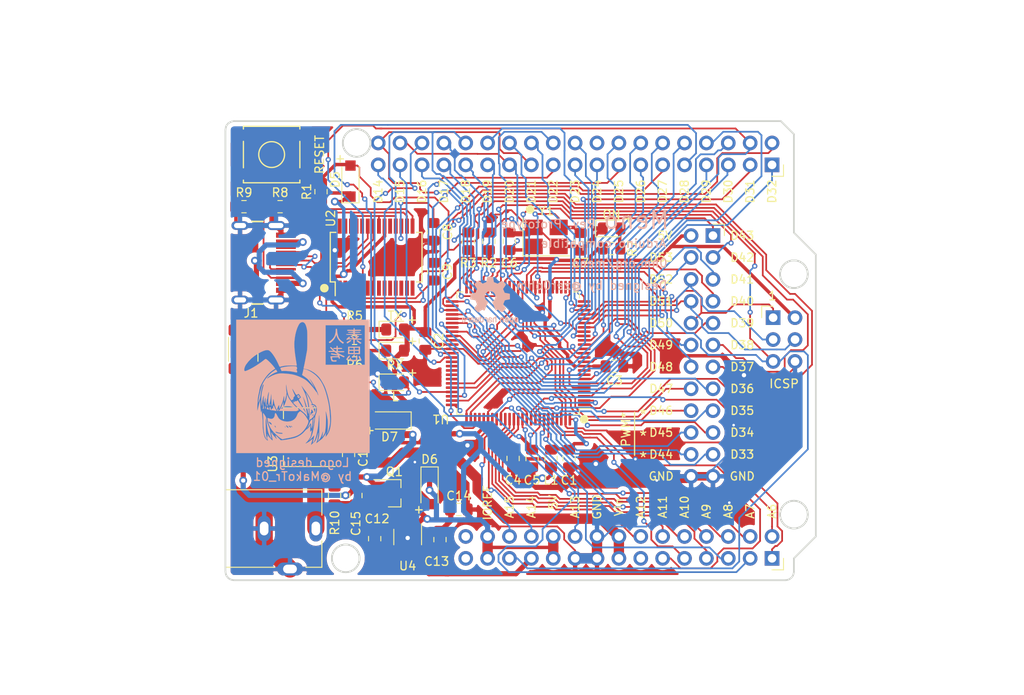
<source format=kicad_pcb>
(kicad_pcb (version 20171130) (host pcbnew "(5.1.4)-1")
  (layers (0 F.Cu signal) (31 B.Cu signal) (34 B.Paste user hide) (35 F.Paste user) (36 B.SilkS user) (37 F.SilkS user) (38 B.Mask user) (39 F.Mask user) (44 Edge.Cuts user))
  (net 0 "")
  (net 1 GND)
  (net 2 "Net-(C1-Pad1)")
  (net 3 AREF)
  (net 4 VCC)
  (net 5 "Net-(C9-Pad2)")
  (net 6 RST)
  (net 7 VS)
  (net 8 VCCQ)
  (net 9 VBUS)
  (net 10 D51)
  (net 11 D52)
  (net 12 D50)
  (net 13 D0)
  (net 14 D14)
  (net 15 D1)
  (net 16 D15)
  (net 17 D2)
  (net 18 D16)
  (net 19 D3)
  (net 20 D17)
  (net 21 D4)
  (net 22 D18)
  (net 23 D5)
  (net 24 D19)
  (net 25 D6)
  (net 26 D20)
  (net 27 D7)
  (net 28 D21)
  (net 29 D22)
  (net 30 D8)
  (net 31 D23)
  (net 32 D9)
  (net 33 D24)
  (net 34 D10)
  (net 35 D25)
  (net 36 D11)
  (net 37 D26)
  (net 38 D12)
  (net 39 D27)
  (net 40 D13)
  (net 41 D28)
  (net 42 D29)
  (net 43 D30)
  (net 44 D31)
  (net 45 D32)
  (net 46 D44)
  (net 47 D33)
  (net 48 D45)
  (net 49 D34)
  (net 50 D46)
  (net 51 D35)
  (net 52 D47)
  (net 53 D36)
  (net 54 D48)
  (net 55 D37)
  (net 56 D49)
  (net 57 D38)
  (net 58 D39)
  (net 59 D40)
  (net 60 D41)
  (net 61 D53)
  (net 62 D42)
  (net 63 D43)
  (net 64 A6)
  (net 65 A5)
  (net 66 A7)
  (net 67 A4)
  (net 68 A8)
  (net 69 A3)
  (net 70 A9)
  (net 71 A2)
  (net 72 A10)
  (net 73 A1)
  (net 74 A11)
  (net 75 A0)
  (net 76 A12)
  (net 77 A13)
  (net 78 A14)
  (net 79 A15)
  (net 80 "Net-(U1-Pad79)")
  (net 81 "Net-(U1-Pad69)")
  (net 82 "Net-(U1-Pad68)")
  (net 83 "Net-(U1-Pad67)")
  (net 84 "Net-(U1-Pad66)")
  (net 85 "Net-(U1-Pad65)")
  (net 86 "Net-(U1-Pad9)")
  (net 87 "Net-(U1-Pad8)")
  (net 88 "Net-(U1-Pad4)")
  (net 89 "Net-(U2-Pad28)")
  (net 90 "Net-(U2-Pad27)")
  (net 91 "Net-(U2-Pad19)")
  (net 92 "Net-(U2-Pad14)")
  (net 93 "Net-(U2-Pad13)")
  (net 94 "Net-(U2-Pad12)")
  (net 95 "Net-(U2-Pad11)")
  (net 96 "Net-(U2-Pad10)")
  (net 97 "Net-(U2-Pad9)")
  (net 98 "Net-(U2-Pad6)")
  (net 99 "Net-(U2-Pad3)")
  (net 100 "Net-(J4-Pad18)")
  (net 101 "Net-(J6-Pad13)")
  (net 102 "Net-(U1-Pad49)")
  (net 103 "Net-(U1-Pad48)")
  (net 104 "Net-(U1-Pad47)")
  (net 105 "Net-(U1-Pad29)")
  (net 106 "Net-(U1-Pad28)")
  (net 107 "Net-(U1-Pad27)")
  (net 108 "Net-(U1-Pad14)")
  (net 109 "Net-(D4-Pad2)")
  (net 110 "Net-(U4-Pad4)")
  (net 111 "Net-(D6-Pad2)")
  (net 112 "Net-(J6-Pad30)")
  (net 113 "Net-(J6-Pad29)")
  (net 114 "Net-(D2-Pad1)")
  (net 115 "Net-(J1-PadA5)")
  (net 116 D+)
  (net 117 D-)
  (net 118 "Net-(J1-PadA8)")
  (net 119 "Net-(J1-PadB5)")
  (net 120 "Net-(J1-PadB8)")
  (net 121 "Net-(C11-Pad1)")
  (net 122 "Net-(C15-Pad1)")
  (net 123 "Net-(C6-Pad2)")
  (net 124 "Net-(C7-Pad2)")
  (net 125 "Net-(D1-Pad2)")
  (net 126 "Net-(C8-Pad1)")
  (net 127 "Net-(D3-Pad1)")
  (net 128 "Net-(R5-Pad2)")
  (net 129 "Net-(R6-Pad2)")
  (module Connector_PinSocket_2.54mm:PinSocket_2x15_P2.54mm_Vertical (layer F.Cu) (at 177.71921 125.815283 270)
    (fp_text reference J6 hide)
    (fp_text value Conn_02x15_Female hide)
    (pad 30 thru_hole oval (at -2.54 35.56 270) (size 1.7 1.7) (drill 1) (layers *.Cu *.Mask) (net 112 "Net-(J6-Pad30)"))
    (pad 29 thru_hole oval (at 0 35.56 270) (size 1.7 1.7) (drill 1) (layers *.Cu *.Mask) (net 113 "Net-(J6-Pad29)"))
    (pad 28 thru_hole oval (at -2.54 33.02 270) (size 1.7 1.7) (drill 1) (layers *.Cu *.Mask) (net 4 VCC))
    (pad 27 thru_hole oval (at 0 33.02 270) (size 1.7 1.7) (drill 1) (layers *.Cu *.Mask) (net 4 VCC))
    (pad 26 thru_hole oval (at -2.54 30.48 270) (size 1.7 1.7) (drill 1) (layers *.Cu *.Mask) (net 79 A15))
    (pad 25 thru_hole oval (at 0 30.48 270) (size 1.7 1.7) (drill 1) (layers *.Cu *.Mask) (net 6 RST))
    (pad 24 thru_hole oval (at -2.54 27.94 270) (size 1.7 1.7) (drill 1) (layers *.Cu *.Mask) (net 78 A14))
    (pad 23 thru_hole oval (at 0 27.94 270) (size 1.7 1.7) (drill 1) (layers *.Cu *.Mask) (net 8 VCCQ))
    (pad 22 thru_hole oval (at -2.54 25.4 270) (size 1.7 1.7) (drill 1) (layers *.Cu *.Mask) (net 4 VCC))
    (pad 21 thru_hole oval (at 0 25.4 270) (size 1.7 1.7) (drill 1) (layers *.Cu *.Mask) (net 4 VCC))
    (pad 20 thru_hole oval (at -2.54 22.86 270) (size 1.7 1.7) (drill 1) (layers *.Cu *.Mask) (net 77 A13))
    (pad 19 thru_hole oval (at 0 22.86 270) (size 1.7 1.7) (drill 1) (layers *.Cu *.Mask) (net 1 GND))
    (pad 18 thru_hole oval (at -2.54 20.32 270) (size 1.7 1.7) (drill 1) (layers *.Cu *.Mask) (net 1 GND))
    (pad 17 thru_hole oval (at 0 20.32 270) (size 1.7 1.7) (drill 1) (layers *.Cu *.Mask) (net 1 GND))
    (pad 16 thru_hole oval (at -2.54 17.78 270) (size 1.7 1.7) (drill 1) (layers *.Cu *.Mask) (net 7 VS))
    (pad 15 thru_hole oval (at 0 17.78 270) (size 1.7 1.7) (drill 1) (layers *.Cu *.Mask) (net 7 VS))
    (pad 14 thru_hole oval (at -2.54 15.24 270) (size 1.7 1.7) (drill 1) (layers *.Cu *.Mask) (net 76 A12))
    (pad 13 thru_hole oval (at 0 15.24 270) (size 1.7 1.7) (drill 1) (layers *.Cu *.Mask) (net 101 "Net-(J6-Pad13)"))
    (pad 12 thru_hole oval (at -2.54 12.7 270) (size 1.7 1.7) (drill 1) (layers *.Cu *.Mask) (net 74 A11))
    (pad 11 thru_hole oval (at 0 12.7 270) (size 1.7 1.7) (drill 1) (layers *.Cu *.Mask) (net 75 A0))
    (pad 10 thru_hole oval (at -2.54 10.16 270) (size 1.7 1.7) (drill 1) (layers *.Cu *.Mask) (net 72 A10))
    (pad 9 thru_hole oval (at 0 10.16 270) (size 1.7 1.7) (drill 1) (layers *.Cu *.Mask) (net 73 A1))
    (pad 8 thru_hole oval (at -2.54 7.62 270) (size 1.7 1.7) (drill 1) (layers *.Cu *.Mask) (net 70 A9))
    (pad 7 thru_hole oval (at 0 7.62 270) (size 1.7 1.7) (drill 1) (layers *.Cu *.Mask) (net 71 A2))
    (pad 6 thru_hole oval (at -2.54 5.08 270) (size 1.7 1.7) (drill 1) (layers *.Cu *.Mask) (net 68 A8))
    (pad 5 thru_hole oval (at 0 5.08 270) (size 1.7 1.7) (drill 1) (layers *.Cu *.Mask) (net 69 A3))
    (pad 4 thru_hole oval (at -2.54 2.54 270) (size 1.7 1.7) (drill 1) (layers *.Cu *.Mask) (net 66 A7))
    (pad 3 thru_hole oval (at 0 2.54 270) (size 1.7 1.7) (drill 1) (layers *.Cu *.Mask) (net 67 A4))
    (pad 2 thru_hole oval (at -2.54 0 270) (size 1.7 1.7) (drill 1) (layers *.Cu *.Mask) (net 64 A6))
    (pad 1 thru_hole rect (at 0 0 270) (size 1.7 1.7) (drill 1) (layers *.Cu *.Mask) (net 65 A5))
  )
  (module Connector_PinHeader_2.54mm:PinHeader_2x03_P2.54mm_Vertical (layer F.Cu) (at 177.845312 97.875283)
    (fp_text reference J2 hide)
    (fp_text value AVR-ISP-6)
    (pad 6 thru_hole oval (at 2.54 5.08) (size 1.7 1.7) (drill 1) (layers *.Cu *.Mask) (net 1 GND))
    (pad 5 thru_hole oval (at 0 5.08) (size 1.7 1.7) (drill 1) (layers *.Cu *.Mask) (net 6 RST))
    (pad 4 thru_hole oval (at 2.54 2.54) (size 1.7 1.7) (drill 1) (layers *.Cu *.Mask) (net 10 D51))
    (pad 3 thru_hole oval (at 0 2.54) (size 1.7 1.7) (drill 1) (layers *.Cu *.Mask) (net 11 D52))
    (pad 2 thru_hole oval (at 2.54 0) (size 1.7 1.7) (drill 1) (layers *.Cu *.Mask) (net 4 VCC))
    (pad 1 thru_hole rect (at 0 0) (size 1.7 1.7) (drill 1) (layers *.Cu *.Mask) (net 12 D50))
  )
  (module Connector_PinSocket_2.54mm:PinSocket_2x12_P2.54mm_Vertical (layer F.Cu) (at 170.86 88.35)
    (fp_text reference J5 hide)
    (fp_text value Conn_02x12_Female)
    (pad 1 thru_hole rect (at 0 0) (size 1.7 1.7) (drill 1) (layers *.Cu *.Mask) (net 63 D43))
    (pad 2 thru_hole oval (at -2.54 0) (size 1.7 1.7) (drill 1) (layers *.Cu *.Mask) (net 4 VCC))
    (pad 3 thru_hole oval (at 0 2.54) (size 1.7 1.7) (drill 1) (layers *.Cu *.Mask) (net 62 D42))
    (pad 4 thru_hole oval (at -2.54 2.54) (size 1.7 1.7) (drill 1) (layers *.Cu *.Mask) (net 61 D53))
    (pad 5 thru_hole oval (at 0 5.08) (size 1.7 1.7) (drill 1) (layers *.Cu *.Mask) (net 60 D41))
    (pad 6 thru_hole oval (at -2.54 5.08) (size 1.7 1.7) (drill 1) (layers *.Cu *.Mask) (net 11 D52))
    (pad 7 thru_hole oval (at 0 7.62) (size 1.7 1.7) (drill 1) (layers *.Cu *.Mask) (net 59 D40))
    (pad 8 thru_hole oval (at -2.54 7.62) (size 1.7 1.7) (drill 1) (layers *.Cu *.Mask) (net 10 D51))
    (pad 9 thru_hole oval (at 0 10.16) (size 1.7 1.7) (drill 1) (layers *.Cu *.Mask) (net 58 D39))
    (pad 10 thru_hole oval (at -2.54 10.16) (size 1.7 1.7) (drill 1) (layers *.Cu *.Mask) (net 12 D50))
    (pad 11 thru_hole oval (at 0 12.7) (size 1.7 1.7) (drill 1) (layers *.Cu *.Mask) (net 57 D38))
    (pad 12 thru_hole oval (at -2.54 12.7) (size 1.7 1.7) (drill 1) (layers *.Cu *.Mask) (net 56 D49))
    (pad 13 thru_hole oval (at 0 15.24) (size 1.7 1.7) (drill 1) (layers *.Cu *.Mask) (net 55 D37))
    (pad 14 thru_hole oval (at -2.54 15.24) (size 1.7 1.7) (drill 1) (layers *.Cu *.Mask) (net 54 D48))
    (pad 15 thru_hole oval (at 0 17.78) (size 1.7 1.7) (drill 1) (layers *.Cu *.Mask) (net 53 D36))
    (pad 16 thru_hole oval (at -2.54 17.78) (size 1.7 1.7) (drill 1) (layers *.Cu *.Mask) (net 52 D47))
    (pad 17 thru_hole oval (at 0 20.32) (size 1.7 1.7) (drill 1) (layers *.Cu *.Mask) (net 51 D35))
    (pad 18 thru_hole oval (at -2.54 20.32) (size 1.7 1.7) (drill 1) (layers *.Cu *.Mask) (net 50 D46))
    (pad 19 thru_hole oval (at 0 22.86) (size 1.7 1.7) (drill 1) (layers *.Cu *.Mask) (net 49 D34))
    (pad 20 thru_hole oval (at -2.54 22.86) (size 1.7 1.7) (drill 1) (layers *.Cu *.Mask) (net 48 D45))
    (pad 21 thru_hole oval (at 0 25.4) (size 1.7 1.7) (drill 1) (layers *.Cu *.Mask) (net 47 D33))
    (pad 22 thru_hole oval (at -2.54 25.4) (size 1.7 1.7) (drill 1) (layers *.Cu *.Mask) (net 46 D44))
    (pad 23 thru_hole oval (at 0 27.94) (size 1.7 1.7) (drill 1) (layers *.Cu *.Mask) (net 1 GND))
    (pad 24 thru_hole oval (at -2.54 27.94) (size 1.7 1.7) (drill 1) (layers *.Cu *.Mask) (net 1 GND))
  )
  (module Connector_PinSocket_2.54mm:PinSocket_2x19_P2.54mm_Vertical (layer F.Cu) (at 177.71921 80.135283 270)
    (fp_text reference J4 hide)
    (fp_text value Conn_02x19_Female)
    (pad 38 thru_hole oval (at -2.54 45.72 270) (size 1.7 1.7) (drill 1) (layers *.Cu *.Mask) (net 28 D21))
    (pad 37 thru_hole oval (at 0 45.72 270) (size 1.7 1.7) (drill 1) (layers *.Cu *.Mask) (net 14 D14))
    (pad 36 thru_hole oval (at -2.54 43.18 270) (size 1.7 1.7) (drill 1) (layers *.Cu *.Mask) (net 26 D20))
    (pad 35 thru_hole oval (at 0 43.18 270) (size 1.7 1.7) (drill 1) (layers *.Cu *.Mask) (net 16 D15))
    (pad 34 thru_hole oval (at -2.54 40.64 270) (size 1.7 1.7) (drill 1) (layers *.Cu *.Mask) (net 3 AREF))
    (pad 33 thru_hole oval (at 0 40.64 270) (size 1.7 1.7) (drill 1) (layers *.Cu *.Mask) (net 18 D16))
    (pad 32 thru_hole oval (at -2.54 38.1 270) (size 1.7 1.7) (drill 1) (layers *.Cu *.Mask) (net 1 GND))
    (pad 31 thru_hole oval (at 0 38.1 270) (size 1.7 1.7) (drill 1) (layers *.Cu *.Mask) (net 20 D17))
    (pad 30 thru_hole oval (at -2.54 35.56 270) (size 1.7 1.7) (drill 1) (layers *.Cu *.Mask) (net 40 D13))
    (pad 29 thru_hole oval (at 0 35.56 270) (size 1.7 1.7) (drill 1) (layers *.Cu *.Mask) (net 22 D18))
    (pad 28 thru_hole oval (at -2.54 33.02 270) (size 1.7 1.7) (drill 1) (layers *.Cu *.Mask) (net 38 D12))
    (pad 27 thru_hole oval (at 0 33.02 270) (size 1.7 1.7) (drill 1) (layers *.Cu *.Mask) (net 24 D19))
    (pad 26 thru_hole oval (at -2.54 30.48 270) (size 1.7 1.7) (drill 1) (layers *.Cu *.Mask) (net 36 D11))
    (pad 25 thru_hole oval (at 0 30.48 270) (size 1.7 1.7) (drill 1) (layers *.Cu *.Mask) (net 26 D20))
    (pad 24 thru_hole oval (at -2.54 27.94 270) (size 1.7 1.7) (drill 1) (layers *.Cu *.Mask) (net 34 D10))
    (pad 23 thru_hole oval (at 0 27.94 270) (size 1.7 1.7) (drill 1) (layers *.Cu *.Mask) (net 28 D21))
    (pad 22 thru_hole oval (at -2.54 25.4 270) (size 1.7 1.7) (drill 1) (layers *.Cu *.Mask) (net 32 D9))
    (pad 21 thru_hole oval (at 0 25.4 270) (size 1.7 1.7) (drill 1) (layers *.Cu *.Mask) (net 29 D22))
    (pad 20 thru_hole oval (at -2.54 22.86 270) (size 1.7 1.7) (drill 1) (layers *.Cu *.Mask) (net 30 D8))
    (pad 19 thru_hole oval (at 0 22.86 270) (size 1.7 1.7) (drill 1) (layers *.Cu *.Mask) (net 31 D23))
    (pad 18 thru_hole oval (at -2.54 20.32 270) (size 1.7 1.7) (drill 1) (layers *.Cu *.Mask) (net 100 "Net-(J4-Pad18)"))
    (pad 17 thru_hole oval (at 0 20.32 270) (size 1.7 1.7) (drill 1) (layers *.Cu *.Mask) (net 33 D24))
    (pad 16 thru_hole oval (at -2.54 17.78 270) (size 1.7 1.7) (drill 1) (layers *.Cu *.Mask) (net 27 D7))
    (pad 15 thru_hole oval (at 0 17.78 270) (size 1.7 1.7) (drill 1) (layers *.Cu *.Mask) (net 35 D25))
    (pad 14 thru_hole oval (at -2.54 15.24 270) (size 1.7 1.7) (drill 1) (layers *.Cu *.Mask) (net 25 D6))
    (pad 13 thru_hole oval (at 0 15.24 270) (size 1.7 1.7) (drill 1) (layers *.Cu *.Mask) (net 37 D26))
    (pad 12 thru_hole oval (at -2.54 12.7 270) (size 1.7 1.7) (drill 1) (layers *.Cu *.Mask) (net 23 D5))
    (pad 11 thru_hole oval (at 0 12.7 270) (size 1.7 1.7) (drill 1) (layers *.Cu *.Mask) (net 39 D27))
    (pad 10 thru_hole oval (at -2.54 10.16 270) (size 1.7 1.7) (drill 1) (layers *.Cu *.Mask) (net 21 D4))
    (pad 9 thru_hole oval (at 0 10.16 270) (size 1.7 1.7) (drill 1) (layers *.Cu *.Mask) (net 41 D28))
    (pad 8 thru_hole oval (at -2.54 7.62 270) (size 1.7 1.7) (drill 1) (layers *.Cu *.Mask) (net 19 D3))
    (pad 7 thru_hole oval (at 0 7.62 270) (size 1.7 1.7) (drill 1) (layers *.Cu *.Mask) (net 42 D29))
    (pad 6 thru_hole oval (at -2.54 5.08 270) (size 1.7 1.7) (drill 1) (layers *.Cu *.Mask) (net 17 D2))
    (pad 5 thru_hole oval (at 0 5.08 270) (size 1.7 1.7) (drill 1) (layers *.Cu *.Mask) (net 43 D30))
    (pad 4 thru_hole oval (at -2.54 2.54 270) (size 1.7 1.7) (drill 1) (layers *.Cu *.Mask) (net 15 D1))
    (pad 3 thru_hole oval (at 0 2.54 270) (size 1.7 1.7) (drill 1) (layers *.Cu *.Mask) (net 44 D31))
    (pad 2 thru_hole oval (at -2.54 0 270) (size 1.7 1.7) (drill 1) (layers *.Cu *.Mask) (net 13 D0))
    (pad 1 thru_hole rect (at 0 0 270) (size 1.7 1.7) (drill 1) (layers *.Cu *.Mask) (net 45 D32))
  )
  (module "SOD123(F)-HandSolder:D_SOD-123" (layer F.Cu) (at 128.78 82.02 90)
    (fp_text reference D5 (at 0.17 -1.77 90) (layer F.SilkS))
    (fp_text value 1N4148W)
    (pad 2 smd rect (at 1.8 0 90) (size 1.2 1.2) (layers F.Cu F.Paste F.Mask) (net 6 RST))
    (pad 1 smd rect (at -1.8 0 90) (size 1.2 1.2) (layers F.Cu F.Paste F.Mask) (net 4 VCC))
  )
  (module "SOD123(F)-HandSolder:D_SOD-123" (layer F.Cu) (at 133.31 109.808 180)
    (fp_text reference D7 (at 0 -1.905) (layer F.SilkS))
    (fp_text value RB160MM-30)
    (pad 2 smd rect (at 1.8 0 180) (size 1.2 1.2) (layers F.Cu F.Paste F.Mask) (net 121 "Net-(C11-Pad1)"))
    (pad 1 smd rect (at -1.8 0 180) (size 1.2 1.2) (layers F.Cu F.Paste F.Mask) (net 4 VCC))
  )
  (module "SOD123(F)-HandSolder:D_SOD-123" (layer F.Cu) (at 137.96 117.72 270)
    (fp_text reference D6 (at -3.4 -0.01 180) (layer F.SilkS))
    (fp_text value RB160MM-30)
    (pad 2 smd rect (at 1.8 0 270) (size 1.2 1.2) (layers F.Cu F.Paste F.Mask) (net 111 "Net-(D6-Pad2)"))
    (pad 1 smd rect (at -1.8 0 270) (size 1.2 1.2) (layers F.Cu F.Paste F.Mask) (net 4 VCC))
  )
  (module LED_SMD:LED_0805_2012Metric_Pad1.15x1.40mm_HandSolder (layer F.Cu) (at 133.96 105.38)
    (fp_text reference D1 hide)
    (fp_text value L)
    (pad 2 smd roundrect (at 1.025 0) (size 1.15 1.4) (layers F.Cu F.Paste F.Mask) (roundrect_rratio 0.217391) (net 125 "Net-(D1-Pad2)"))
    (pad 1 smd roundrect (at -1.025 0) (size 1.15 1.4) (layers F.Cu F.Paste F.Mask) (roundrect_rratio 0.217391) (net 1 GND))
  )
  (module LED_SMD:LED_0805_2012Metric_Pad1.15x1.40mm_HandSolder (layer F.Cu) (at 133.96 101.7)
    (fp_text reference D3 hide)
    (fp_text value RX)
    (pad 2 smd roundrect (at 1.025 0) (size 1.15 1.4) (layers F.Cu F.Paste F.Mask) (roundrect_rratio 0.217391) (net 4 VCC))
    (pad 1 smd roundrect (at -1.025 0) (size 1.15 1.4) (layers F.Cu F.Paste F.Mask) (roundrect_rratio 0.217391) (net 127 "Net-(D3-Pad1)"))
  )
  (module LED_SMD:LED_0805_2012Metric_Pad1.15x1.40mm_HandSolder (layer F.Cu) (at 133.96 99.25)
    (fp_text reference D2 hide)
    (fp_text value TX)
    (pad 2 smd roundrect (at 1.025 0) (size 1.15 1.4) (layers F.Cu F.Paste F.Mask) (roundrect_rratio 0.217391) (net 4 VCC))
    (pad 1 smd roundrect (at -1.025 0) (size 1.15 1.4) (layers F.Cu F.Paste F.Mask) (roundrect_rratio 0.217391) (net 114 "Net-(D2-Pad1)"))
  )
  (module LED_SMD:LED_0805_2012Metric_Pad1.15x1.40mm_HandSolder (layer F.Cu) (at 159.09 87.52)
    (fp_text reference D4 hide)
    (fp_text value ON)
    (pad 2 smd roundrect (at 1.025 0) (size 1.15 1.4) (layers F.Cu F.Paste F.Mask) (roundrect_rratio 0.217391) (net 109 "Net-(D4-Pad2)"))
    (pad 1 smd roundrect (at -1.025 0) (size 1.15 1.4) (layers F.Cu F.Paste F.Mask) (roundrect_rratio 0.217391) (net 1 GND))
  )
  (module Inductor_SMD:L_0805_2012Metric_Pad1.15x1.40mm_HandSolder (layer F.Cu) (at 152.06 114.22 270)
    (fp_text reference L1 (at 2.51966 0) (layer F.SilkS))
    (fp_text value MH2029-300Y)
    (pad 2 smd roundrect (at 1.025 0 270) (size 1.15 1.4) (layers F.Cu F.Paste F.Mask) (roundrect_rratio 0.217391) (net 4 VCC))
    (pad 1 smd roundrect (at -1.025 0 270) (size 1.15 1.4) (layers F.Cu F.Paste F.Mask) (roundrect_rratio 0.217391) (net 2 "Net-(C1-Pad1)"))
  )
  (module Capacitor_SMD:C_0805_2012Metric_Pad1.15x1.40mm_HandSolder (layer F.Cu) (at 128.56 109.15 270)
    (fp_text reference C11 (at 0 -1.65 90) (layer F.SilkS))
    (fp_text value 0.1u)
    (pad 2 smd roundrect (at 1.025 0 270) (size 1.15 1.4) (layers F.Cu F.Paste F.Mask) (roundrect_rratio 0.217391) (net 1 GND))
    (pad 1 smd roundrect (at -1.025 0 270) (size 1.15 1.4) (layers F.Cu F.Paste F.Mask) (roundrect_rratio 0.217391) (net 121 "Net-(C11-Pad1)"))
  )
  (module Capacitor_SMD:C_0805_2012Metric_Pad1.15x1.40mm_HandSolder (layer F.Cu) (at 128.56 113.75 90)
    (fp_text reference C10 (at 0 1.69 90) (layer F.SilkS))
    (fp_text value 10u)
    (pad 2 smd roundrect (at 1.025 0 90) (size 1.15 1.4) (layers F.Cu F.Paste F.Mask) (roundrect_rratio 0.217391) (net 1 GND))
    (pad 1 smd roundrect (at -1.025 0 90) (size 1.15 1.4) (layers F.Cu F.Paste F.Mask) (roundrect_rratio 0.217391) (net 7 VS))
  )
  (module Capacitor_SMD:C_0805_2012Metric_Pad1.15x1.40mm_HandSolder (layer F.Cu) (at 141.3618 120.1458)
    (fp_text reference C14 (at 0 -1.5858) (layer F.SilkS))
    (fp_text value 0.1u)
    (pad 2 smd roundrect (at 1.025 0) (size 1.15 1.4) (layers F.Cu F.Paste F.Mask) (roundrect_rratio 0.217391) (net 1 GND))
    (pad 1 smd roundrect (at -1.025 0) (size 1.15 1.4) (layers F.Cu F.Paste F.Mask) (roundrect_rratio 0.217391) (net 8 VCCQ))
  )
  (module Capacitor_SMD:C_0805_2012Metric_Pad1.15x1.40mm_HandSolder (layer F.Cu) (at 139.17 123.64 270)
    (fp_text reference C13 (at 2.53 0.38 180) (layer F.SilkS))
    (fp_text value 1u)
    (pad 2 smd roundrect (at 1.025 0 270) (size 1.15 1.4) (layers F.Cu F.Paste F.Mask) (roundrect_rratio 0.217391) (net 1 GND))
    (pad 1 smd roundrect (at -1.025 0 270) (size 1.15 1.4) (layers F.Cu F.Paste F.Mask) (roundrect_rratio 0.217391) (net 8 VCCQ))
  )
  (module Capacitor_SMD:C_0805_2012Metric_Pad1.15x1.40mm_HandSolder (layer F.Cu) (at 131.59 123.53 270)
    (fp_text reference C12 (at -2.31 -0.28) (layer F.SilkS))
    (fp_text value 1u)
    (pad 2 smd roundrect (at 1.025 0 270) (size 1.15 1.4) (layers F.Cu F.Paste F.Mask) (roundrect_rratio 0.217391) (net 1 GND))
    (pad 1 smd roundrect (at -1.025 0 270) (size 1.15 1.4) (layers F.Cu F.Paste F.Mask) (roundrect_rratio 0.217391) (net 4 VCC))
  )
  (module Capacitor_SMD:C_0805_2012Metric_Pad1.15x1.40mm_HandSolder (layer F.Cu) (at 129.41 118.5202 270)
    (fp_text reference C15 (at 3.2498 0 270) (layer F.SilkS))
    (fp_text value 1u)
    (pad 2 smd roundrect (at 1.025 0 270) (size 1.15 1.4) (layers F.Cu F.Paste F.Mask) (roundrect_rratio 0.217391) (net 1 GND))
    (pad 1 smd roundrect (at -1.025 0 270) (size 1.15 1.4) (layers F.Cu F.Paste F.Mask) (roundrect_rratio 0.217391) (net 122 "Net-(C15-Pad1)"))
  )
  (module Capacitor_SMD:C_0805_2012Metric_Pad1.15x1.40mm_HandSolder (layer F.Cu) (at 138.4408 92.536 270)
    (fp_text reference C9 (at 0 -1.6092 270) (layer F.SilkS))
    (fp_text value 0.1u)
    (pad 2 smd roundrect (at 1.025 0 270) (size 1.15 1.4) (layers F.Cu F.Paste F.Mask) (roundrect_rratio 0.217391) (net 5 "Net-(C9-Pad2)"))
    (pad 1 smd roundrect (at -1.025 0 270) (size 1.15 1.4) (layers F.Cu F.Paste F.Mask) (roundrect_rratio 0.217391) (net 6 RST))
  )
  (module Capacitor_SMD:C_0805_2012Metric_Pad1.15x1.40mm_HandSolder (layer F.Cu) (at 138.4154 87.9132 270)
    (fp_text reference C8 (at 0 -1.65 90) (layer F.SilkS))
    (fp_text value 0.1u)
    (pad 2 smd roundrect (at 1.025 0 270) (size 1.15 1.4) (layers F.Cu F.Paste F.Mask) (roundrect_rratio 0.217391) (net 1 GND))
    (pad 1 smd roundrect (at -1.025 0 270) (size 1.15 1.4) (layers F.Cu F.Paste F.Mask) (roundrect_rratio 0.217391) (net 126 "Net-(C8-Pad1)"))
  )
  (module Capacitor_SMD:C_0805_2012Metric_Pad1.15x1.40mm_HandSolder (layer F.Cu) (at 147.2292 89.01 270)
    (fp_text reference C6 (at 2.51762 0 180) (layer F.SilkS))
    (fp_text value 22p)
    (pad 2 smd roundrect (at 1.025 0 270) (size 1.15 1.4) (layers F.Cu F.Paste F.Mask) (roundrect_rratio 0.217391) (net 123 "Net-(C6-Pad2)"))
    (pad 1 smd roundrect (at -1.025 0 270) (size 1.15 1.4) (layers F.Cu F.Paste F.Mask) (roundrect_rratio 0.217391) (net 1 GND))
  )
  (module Capacitor_SMD:C_0805_2012Metric_Pad1.15x1.40mm_HandSolder (layer F.Cu) (at 155.5 89.075 90)
    (fp_text reference C7 (at -2.45262 0 180) (layer F.SilkS))
    (fp_text value 22p)
    (pad 2 smd roundrect (at 1.025 0 90) (size 1.15 1.4) (layers F.Cu F.Paste F.Mask) (roundrect_rratio 0.217391) (net 124 "Net-(C7-Pad2)"))
    (pad 1 smd roundrect (at -1.025 0 90) (size 1.15 1.4) (layers F.Cu F.Paste F.Mask) (roundrect_rratio 0.217391) (net 1 GND))
  )
  (module Capacitor_SMD:C_0805_2012Metric_Pad1.15x1.40mm_HandSolder (layer F.Cu) (at 159.42 103.52)
    (fp_text reference C3 (at 0 1.66 180) (layer F.SilkS))
    (fp_text value 0.1u)
    (pad 2 smd roundrect (at 1.025 0) (size 1.15 1.4) (layers F.Cu F.Paste F.Mask) (roundrect_rratio 0.217391) (net 1 GND))
    (pad 1 smd roundrect (at -1.025 0) (size 1.15 1.4) (layers F.Cu F.Paste F.Mask) (roundrect_rratio 0.217391) (net 4 VCC))
  )
  (module Capacitor_SMD:C_0805_2012Metric_Pad1.15x1.40mm_HandSolder (layer F.Cu) (at 137.47 100.58 270)
    (fp_text reference C2 (at 0 -1.58 270) (layer F.SilkS))
    (fp_text value 0.1u)
    (pad 2 smd roundrect (at 1.025 0 270) (size 1.15 1.4) (layers F.Cu F.Paste F.Mask) (roundrect_rratio 0.217391) (net 1 GND))
    (pad 1 smd roundrect (at -1.025 0 270) (size 1.15 1.4) (layers F.Cu F.Paste F.Mask) (roundrect_rratio 0.217391) (net 4 VCC))
  )
  (module Capacitor_SMD:C_0805_2012Metric_Pad1.15x1.40mm_HandSolder (layer F.Cu) (at 147.66 114.22 270)
    (fp_text reference C4 (at 2.51966 0) (layer F.SilkS))
    (fp_text value 0.1u)
    (pad 2 smd roundrect (at 1.025 0 270) (size 1.15 1.4) (layers F.Cu F.Paste F.Mask) (roundrect_rratio 0.217391) (net 1 GND))
    (pad 1 smd roundrect (at -1.025 0 270) (size 1.15 1.4) (layers F.Cu F.Paste F.Mask) (roundrect_rratio 0.217391) (net 4 VCC))
  )
  (module Capacitor_SMD:C_0805_2012Metric_Pad1.15x1.40mm_HandSolder (layer F.Cu) (at 149.86 114.22 270)
    (fp_text reference C5 (at 2.51966 0 180) (layer F.SilkS))
    (fp_text value 0.1u)
    (pad 2 smd roundrect (at 1.025 0 270) (size 1.15 1.4) (layers F.Cu F.Paste F.Mask) (roundrect_rratio 0.217391) (net 1 GND))
    (pad 1 smd roundrect (at -1.025 0 270) (size 1.15 1.4) (layers F.Cu F.Paste F.Mask) (roundrect_rratio 0.217391) (net 3 AREF))
  )
  (module Capacitor_SMD:C_0805_2012Metric_Pad1.15x1.40mm_HandSolder (layer F.Cu) (at 154.16 114.22 270)
    (fp_text reference C1 (at 2.51966 0) (layer F.SilkS))
    (fp_text value 0.1u)
    (pad 2 smd roundrect (at 1.025 0 270) (size 1.15 1.4) (layers F.Cu F.Paste F.Mask) (roundrect_rratio 0.217391) (net 1 GND))
    (pad 1 smd roundrect (at -1.025 0 270) (size 1.15 1.4) (layers F.Cu F.Paste F.Mask) (roundrect_rratio 0.217391) (net 2 "Net-(C1-Pad1)"))
  )
  (module Resistor_SMD:R_0805_2012Metric_Pad1.15x1.40mm_HandSolder (layer F.Cu) (at 144.8416 89.01 270)
    (fp_text reference R2 (at 2.51762 0) (layer F.SilkS))
    (fp_text value 10k)
    (pad 2 smd roundrect (at 1.025 0 270) (size 1.15 1.4) (layers F.Cu F.Paste F.Mask) (roundrect_rratio 0.217391) (net 4 VCC))
    (pad 1 smd roundrect (at -1.025 0 270) (size 1.15 1.4) (layers F.Cu F.Paste F.Mask) (roundrect_rratio 0.217391) (net 26 D20))
  )
  (module Resistor_SMD:R_0805_2012Metric_Pad1.15x1.40mm_HandSolder (layer F.Cu) (at 142.454 89.01 270)
    (fp_text reference R3 (at 2.51762 0 180) (layer F.SilkS))
    (fp_text value 10k)
    (pad 2 smd roundrect (at 1.025 0 270) (size 1.15 1.4) (layers F.Cu F.Paste F.Mask) (roundrect_rratio 0.217391) (net 4 VCC))
    (pad 1 smd roundrect (at -1.025 0 270) (size 1.15 1.4) (layers F.Cu F.Paste F.Mask) (roundrect_rratio 0.217391) (net 28 D21))
  )
  (module Resistor_SMD:R_0805_2012Metric_Pad1.15x1.40mm_HandSolder (layer F.Cu) (at 116.42 84.99)
    (fp_text reference R9 (at 0 -1.63 180) (layer F.SilkS))
    (fp_text value 5.1k)
    (pad 2 smd roundrect (at 1.025 0) (size 1.15 1.4) (layers F.Cu F.Paste F.Mask) (roundrect_rratio 0.217391) (net 119 "Net-(J1-PadB5)"))
    (pad 1 smd roundrect (at -1.025 0) (size 1.15 1.4) (layers F.Cu F.Paste F.Mask) (roundrect_rratio 0.217391) (net 1 GND))
  )
  (module Resistor_SMD:R_0805_2012Metric_Pad1.15x1.40mm_HandSolder (layer F.Cu) (at 120.61 84.99)
    (fp_text reference R8 (at 0 -1.63 180) (layer F.SilkS))
    (fp_text value 5.1k)
    (pad 2 smd roundrect (at 1.025 0) (size 1.15 1.4) (layers F.Cu F.Paste F.Mask) (roundrect_rratio 0.217391) (net 115 "Net-(J1-PadA5)"))
    (pad 1 smd roundrect (at -1.025 0) (size 1.15 1.4) (layers F.Cu F.Paste F.Mask) (roundrect_rratio 0.217391) (net 1 GND))
  )
  (module Resistor_SMD:R_0805_2012Metric_Pad1.15x1.40mm_HandSolder (layer F.Cu) (at 125.36 83.25 90)
    (fp_text reference R1 (at 0 -1.66 90) (layer F.SilkS))
    (fp_text value 10k)
    (pad 2 smd roundrect (at 1.025 0 90) (size 1.15 1.4) (layers F.Cu F.Paste F.Mask) (roundrect_rratio 0.217391) (net 6 RST))
    (pad 1 smd roundrect (at -1.025 0 90) (size 1.15 1.4) (layers F.Cu F.Paste F.Mask) (roundrect_rratio 0.217391) (net 4 VCC))
  )
  (module Resistor_SMD:R_0805_2012Metric_Pad1.15x1.40mm_HandSolder (layer F.Cu) (at 159.08 89.85 180)
    (fp_text reference R7 (at -2.42 0 90) (layer F.SilkS))
    (fp_text value 1k)
    (pad 2 smd roundrect (at 1.025 0 180) (size 1.15 1.4) (layers F.Cu F.Paste F.Mask) (roundrect_rratio 0.217391) (net 4 VCC))
    (pad 1 smd roundrect (at -1.025 0 180) (size 1.15 1.4) (layers F.Cu F.Paste F.Mask) (roundrect_rratio 0.217391) (net 109 "Net-(D4-Pad2)"))
  )
  (module Resistor_SMD:R_0805_2012Metric_Pad1.15x1.40mm_HandSolder (layer F.Cu) (at 126.9346 118.5202 270)
    (fp_text reference R10 (at 3.1798 -0.0254 270) (layer F.SilkS))
    (fp_text value 33k)
    (pad 2 smd roundrect (at 1.025 0 270) (size 1.15 1.4) (layers F.Cu F.Paste F.Mask) (roundrect_rratio 0.217391) (net 1 GND))
    (pad 1 smd roundrect (at -1.025 0 270) (size 1.15 1.4) (layers F.Cu F.Paste F.Mask) (roundrect_rratio 0.217391) (net 121 "Net-(C11-Pad1)"))
  )
  (module Resistor_SMD:R_0805_2012Metric_Pad1.15x1.40mm_HandSolder (layer F.Cu) (at 129.26 105.38 180)
    (fp_text reference R4 (at 0.044 -1.62 180) (layer F.SilkS))
    (fp_text value 1k)
    (pad 2 smd roundrect (at 1.025 0 180) (size 1.15 1.4) (layers F.Cu F.Paste F.Mask) (roundrect_rratio 0.217391) (net 40 D13))
    (pad 1 smd roundrect (at -1.025 0 180) (size 1.15 1.4) (layers F.Cu F.Paste F.Mask) (roundrect_rratio 0.217391) (net 125 "Net-(D1-Pad2)"))
  )
  (module Resistor_SMD:R_0805_2012Metric_Pad1.15x1.40mm_HandSolder (layer F.Cu) (at 129.26 101.7 180)
    (fp_text reference R6 (at 0 -1.65) (layer F.SilkS))
    (fp_text value 1k)
    (pad 2 smd roundrect (at 1.025 0 180) (size 1.15 1.4) (layers F.Cu F.Paste F.Mask) (roundrect_rratio 0.217391) (net 129 "Net-(R6-Pad2)"))
    (pad 1 smd roundrect (at -1.025 0 180) (size 1.15 1.4) (layers F.Cu F.Paste F.Mask) (roundrect_rratio 0.217391) (net 127 "Net-(D3-Pad1)"))
  )
  (module Resistor_SMD:R_0805_2012Metric_Pad1.15x1.40mm_HandSolder (layer F.Cu) (at 129.26 99.25 180)
    (fp_text reference R5 (at 0 1.59) (layer F.SilkS))
    (fp_text value 1k)
    (pad 2 smd roundrect (at 1.025 0 180) (size 1.15 1.4) (layers F.Cu F.Paste F.Mask) (roundrect_rratio 0.217391) (net 128 "Net-(R5-Pad2)"))
    (pad 1 smd roundrect (at -1.025 0 180) (size 1.15 1.4) (layers F.Cu F.Paste F.Mask) (roundrect_rratio 0.217391) (net 114 "Net-(D2-Pad1)"))
  )
  (module Fuse:Fuse_1812_4532Metric_Pad1.30x3.40mm_HandSolder (layer F.Cu) (at 116.33 101.55 90)
    (fp_text reference F1 (at -3.78 0) (layer F.SilkS))
    (fp_text value MF-MSMF050-2)
    (pad 2 smd roundrect (at 2.225 0 90) (size 1.3 3.4) (layers F.Cu F.Paste F.Mask) (roundrect_rratio 0.192308) (net 9 VBUS))
    (pad 1 smd roundrect (at -2.225 0 90) (size 1.3 3.4) (layers F.Cu F.Paste F.Mask) (roundrect_rratio 0.192308) (net 122 "Net-(C15-Pad1)"))
  )
  (module Package_TO_SOT_SMD:SOT-23-5_HandSoldering (layer F.Cu) (at 135.42 123.34 270)
    (fp_text reference U4 (at 3.36 0) (layer F.SilkS))
    (fp_text value LDLN025M33R)
    (pad 5 smd rect (at 1.35 -0.95 270) (size 1.56 0.65) (layers F.Cu F.Paste F.Mask) (net 8 VCCQ))
    (pad 4 smd rect (at 1.35 0.95 270) (size 1.56 0.65) (layers F.Cu F.Paste F.Mask) (net 110 "Net-(U4-Pad4)"))
    (pad 3 smd rect (at -1.35 0.95 270) (size 1.56 0.65) (layers F.Cu F.Paste F.Mask) (net 4 VCC))
    (pad 2 smd rect (at -1.35 0 270) (size 1.56 0.65) (layers F.Cu F.Paste F.Mask) (net 1 GND))
    (pad 1 smd rect (at -1.35 -0.95 270) (size 1.56 0.65) (layers F.Cu F.Paste F.Mask) (net 4 VCC))
  )
  (module Package_TO_SOT_SMD:SOT-23_Handsoldering (layer F.Cu) (at 133.88 118.26)
    (fp_text reference Q1 (at 0 -2.5) (layer F.SilkS))
    (fp_text value IRLML6402)
    (pad 3 smd rect (at 1.5 0) (size 1.9 0.8) (layers F.Cu F.Paste F.Mask) (net 111 "Net-(D6-Pad2)"))
    (pad 2 smd rect (at -1.5 0.95) (size 1.9 0.8) (layers F.Cu F.Paste F.Mask) (net 122 "Net-(C15-Pad1)"))
    (pad 1 smd rect (at -1.5 -0.95) (size 1.9 0.8) (layers F.Cu F.Paste F.Mask) (net 121 "Net-(C11-Pad1)"))
  )
  (module 5077CR-16SMC2-BK-TR:GCT_USB4105-GF-A (layer F.Cu) (at 115.96 91.5 270)
    (fp_text reference J1 (at 5.85 -1.28 180) (layer F.SilkS))
    (fp_text value 5077CR-16SMC2)
    (pad B8 smd rect (at -1.75 -5.33 270) (size 0.3 2.3) (layers F.Cu F.Paste F.Mask) (net 120 "Net-(J1-PadB8)"))
    (pad A5 smd rect (at -1.25 -5.33 270) (size 0.3 2.3) (layers F.Cu F.Paste F.Mask) (net 115 "Net-(J1-PadA5)"))
    (pad B7 smd rect (at -0.75 -5.33 270) (size 0.3 2.3) (layers F.Cu F.Paste F.Mask) (net 117 D-))
    (pad B5 smd rect (at 1.75 -5.33 270) (size 0.3 2.3) (layers F.Cu F.Paste F.Mask) (net 119 "Net-(J1-PadB5)"))
    (pad A8 smd rect (at 1.25 -5.33 270) (size 0.3 2.3) (layers F.Cu F.Paste F.Mask) (net 118 "Net-(J1-PadA8)"))
    (pad B6 smd rect (at 0.75 -5.33 270) (size 0.3 2.3) (layers F.Cu F.Paste F.Mask) (net 116 D+))
    (pad A6 smd rect (at -0.25 -5.33 270) (size 0.3 2.3) (layers F.Cu F.Paste F.Mask) (net 116 D+))
    (pad A7 smd rect (at 0.25 -5.33 270) (size 0.3 2.3) (layers F.Cu F.Paste F.Mask) (net 117 D-))
    (pad B4/A9 smd rect (at 2.4 -5.33 270) (size 0.6 2.3) (layers F.Cu F.Paste F.Mask) (net 9 VBUS))
    (pad A4/B9 smd rect (at -2.4 -5.33 270) (size 0.6 2.3) (layers F.Cu F.Paste F.Mask) (net 9 VBUS))
    (pad B1/A12 smd rect (at 3.2 -5.33 270) (size 0.6 2.3) (layers F.Cu F.Paste F.Mask) (net 1 GND))
    (pad A1/B12 smd rect (at -3.2 -5.33 270) (size 0.6 2.3) (layers F.Cu F.Paste F.Mask) (net 1 GND))
    (pad "" np_thru_hole circle (at -2.89 -3.65 270) (size 0.65 0.65) (drill 0.65) (layers *.Cu *.Mask))
    (pad "" np_thru_hole circle (at 2.89 -3.65 270) (size 0.65 0.65) (drill 0.65) (layers *.Cu *.Mask))
    (pad G4 thru_hole oval (at 4.32 -4.18 270) (size 1.05 2.1) (drill oval 0.6 1.7) (layers *.Cu *.Mask) (net 1 GND))
    (pad G3 thru_hole oval (at -4.32 -4.18 270) (size 1.05 2.1) (drill oval 0.6 1.7) (layers *.Cu *.Mask) (net 1 GND))
    (pad G2 thru_hole oval (at 4.32 0 270) (size 1 2) (drill oval 0.6 1.4) (layers *.Cu *.Mask) (net 1 GND))
    (pad G1 thru_hole oval (at -4.32 0 270) (size 1 2) (drill oval 0.6 1.4) (layers *.Cu *.Mask) (net 1 GND))
  )
  (module Crystal:Crystal_SMD_SeikoEpson_FA238-4Pin_3.2x2.5mm_HandSoldering (layer F.Cu) (at 151.5 88.5)
    (fp_text reference Y1 (at 0 -3) (layer F.SilkS))
    (fp_text value Crystal_SMD_SeikoEpson_FA238-4Pin_3.2x2.5mm_HandSoldering)
    (pad 4 smd rect (at -1.45 -1.1) (size 2.1 1.8) (layers F.Cu F.Paste F.Mask) (net 1 GND))
    (pad 3 smd rect (at 1.45 -1.1) (size 2.1 1.8) (layers F.Cu F.Paste F.Mask) (net 124 "Net-(C7-Pad2)"))
    (pad 2 smd rect (at 1.45 1.1) (size 2.1 1.8) (layers F.Cu F.Paste F.Mask) (net 1 GND))
    (pad 1 smd rect (at -1.45 1.1) (size 2.1 1.8) (layers F.Cu F.Paste F.Mask) (net 123 "Net-(C6-Pad2)"))
  )
  (module amateur_intent:amateur_intent_820dpi (layer B.Cu) (at 123.26 105.85 180)
    (fp_text reference G*** hide)
    (fp_text value LOGO hide)
  )
  (module B3FS-1050P:B3FS-1012 (layer F.Cu) (at 119.63 78.94)
    (fp_text reference SW1 hide)
    (fp_text value B3FS-1050P hide)
    (pad 1 smd rect (at -3.5814 -2.250001) (size 1.538199 0.7712) (layers F.Cu F.Paste F.Mask) (net 1 GND))
    (pad 3 smd rect (at -3.5814 2.250001) (size 1.538199 0.7712) (layers F.Cu F.Paste F.Mask))
    (pad 4 smd rect (at 3.5814 2.250001) (size 1.538199 0.7712) (layers F.Cu F.Paste F.Mask) (net 6 RST))
    (pad 2 smd rect (at 3.5814 -2.250001) (size 1.538199 0.7712) (layers F.Cu F.Paste F.Mask) (net 1 GND))
  )
  (module Symbol:OSHW-Logo2_7.3x6mm_SilkScreen (layer B.Cu) (at 144.994 95.8888 180)
    (fp_text reference REF** hide)
    (fp_text value OSHW-Logo2_7.3x6mm_SilkScreen hide)
  )
  (module CUI_PJ-102A:CUI_PJ-102AH (layer F.Cu) (at 118.26 122.35 180)
    (fp_text reference J3 hide)
    (fp_text value 18742 hide)
    (pad 1 thru_hole oval (at -6.5 0 180) (size 1.508 3.016) (drill oval 1 1.6) (layers *.Cu *.Mask) (net 7 VS))
    (pad 2 thru_hole oval (at -0.5 0 180) (size 1.508 3.016) (drill oval 1 1.6) (layers *.Cu *.Mask) (net 1 GND))
    (pad 3 thru_hole oval (at -3.5 -4.7 180) (size 3.016 1.508) (drill oval 1.6 1) (layers *.Cu *.Mask) (net 1 GND))
  )
  (module Package_TO_SOT_SMD:SOT-223-3_TabPin2 (layer F.Cu) (at 122.91 111.75 180)
    (fp_text reference U3 (at 3.15 -3.1 90) (layer F.SilkS))
    (fp_text value LM340MPX-5.0/NOPB)
    (pad 1 smd rect (at -3.15 -2.3 180) (size 2 1.5) (layers F.Cu F.Paste F.Mask) (net 7 VS))
    (pad 3 smd rect (at -3.15 2.3 180) (size 2 1.5) (layers F.Cu F.Paste F.Mask) (net 121 "Net-(C11-Pad1)"))
    (pad 2 smd rect (at -3.15 0 180) (size 2 1.5) (layers F.Cu F.Paste F.Mask) (net 1 GND))
    (pad 2 smd rect (at 3.15 0 180) (size 2 3.8) (layers F.Cu F.Paste F.Mask) (net 1 GND))
  )
  (module Package_QFP:TQFP-100_14x14mm_P0.5mm (layer F.Cu) (at 148.25 102 180)
    (fp_text reference U1 hide)
    (fp_text value ATmega2560-16AUR)
    (pad 100 smd roundrect (at -6 -7.6625 180) (size 0.3 1.475) (layers F.Cu F.Paste F.Mask) (net 2 "Net-(C1-Pad1)"))
    (pad 99 smd roundrect (at -5.5 -7.6625 180) (size 0.3 1.475) (layers F.Cu F.Paste F.Mask) (net 1 GND))
    (pad 98 smd roundrect (at -5 -7.6625 180) (size 0.3 1.475) (layers F.Cu F.Paste F.Mask) (net 3 AREF))
    (pad 97 smd roundrect (at -4.5 -7.6625 180) (size 0.3 1.475) (layers F.Cu F.Paste F.Mask) (net 75 A0))
    (pad 96 smd roundrect (at -4 -7.6625 180) (size 0.3 1.475) (layers F.Cu F.Paste F.Mask) (net 73 A1))
    (pad 95 smd roundrect (at -3.5 -7.6625 180) (size 0.3 1.475) (layers F.Cu F.Paste F.Mask) (net 71 A2))
    (pad 94 smd roundrect (at -3 -7.6625 180) (size 0.3 1.475) (layers F.Cu F.Paste F.Mask) (net 69 A3))
    (pad 93 smd roundrect (at -2.5 -7.6625 180) (size 0.3 1.475) (layers F.Cu F.Paste F.Mask) (net 67 A4))
    (pad 92 smd roundrect (at -2 -7.6625 180) (size 0.3 1.475) (layers F.Cu F.Paste F.Mask) (net 65 A5))
    (pad 91 smd roundrect (at -1.5 -7.6625 180) (size 0.3 1.475) (layers F.Cu F.Paste F.Mask) (net 64 A6))
    (pad 90 smd roundrect (at -1 -7.6625 180) (size 0.3 1.475) (layers F.Cu F.Paste F.Mask) (net 66 A7))
    (pad 89 smd roundrect (at -0.5 -7.6625 180) (size 0.3 1.475) (layers F.Cu F.Paste F.Mask) (net 68 A8))
    (pad 88 smd roundrect (at 0 -7.6625 180) (size 0.3 1.475) (layers F.Cu F.Paste F.Mask) (net 70 A9))
    (pad 87 smd roundrect (at 0.5 -7.6625 180) (size 0.3 1.475) (layers F.Cu F.Paste F.Mask) (net 72 A10))
    (pad 86 smd roundrect (at 1 -7.6625 180) (size 0.3 1.475) (layers F.Cu F.Paste F.Mask) (net 74 A11))
    (pad 85 smd roundrect (at 1.5 -7.6625 180) (size 0.3 1.475) (layers F.Cu F.Paste F.Mask) (net 76 A12))
    (pad 84 smd roundrect (at 2 -7.6625 180) (size 0.3 1.475) (layers F.Cu F.Paste F.Mask) (net 77 A13))
    (pad 83 smd roundrect (at 2.5 -7.6625 180) (size 0.3 1.475) (layers F.Cu F.Paste F.Mask) (net 78 A14))
    (pad 82 smd roundrect (at 3 -7.6625 180) (size 0.3 1.475) (layers F.Cu F.Paste F.Mask) (net 79 A15))
    (pad 81 smd roundrect (at 3.5 -7.6625 180) (size 0.3 1.475) (layers F.Cu F.Paste F.Mask) (net 1 GND))
    (pad 80 smd roundrect (at 4 -7.6625 180) (size 0.3 1.475) (layers F.Cu F.Paste F.Mask) (net 4 VCC))
    (pad 79 smd roundrect (at 4.5 -7.6625 180) (size 0.3 1.475) (layers F.Cu F.Paste F.Mask) (net 80 "Net-(U1-Pad79)"))
    (pad 78 smd roundrect (at 5 -7.6625 180) (size 0.3 1.475) (layers F.Cu F.Paste F.Mask) (net 29 D22))
    (pad 77 smd roundrect (at 5.5 -7.6625 180) (size 0.3 1.475) (layers F.Cu F.Paste F.Mask) (net 31 D23))
    (pad 76 smd roundrect (at 6 -7.6625 180) (size 0.3 1.475) (layers F.Cu F.Paste F.Mask) (net 33 D24))
    (pad 75 smd roundrect (at 7.6625 -6 180) (size 1.475 0.3) (layers F.Cu F.Paste F.Mask) (net 35 D25))
    (pad 74 smd roundrect (at 7.6625 -5.5 180) (size 1.475 0.3) (layers F.Cu F.Paste F.Mask) (net 37 D26))
    (pad 73 smd roundrect (at 7.6625 -5 180) (size 1.475 0.3) (layers F.Cu F.Paste F.Mask) (net 39 D27))
    (pad 72 smd roundrect (at 7.6625 -4.5 180) (size 1.475 0.3) (layers F.Cu F.Paste F.Mask) (net 41 D28))
    (pad 71 smd roundrect (at 7.6625 -4 180) (size 1.475 0.3) (layers F.Cu F.Paste F.Mask) (net 42 D29))
    (pad 70 smd roundrect (at 7.6625 -3.5 180) (size 1.475 0.3) (layers F.Cu F.Paste F.Mask) (net 58 D39))
    (pad 69 smd roundrect (at 7.6625 -3 180) (size 1.475 0.3) (layers F.Cu F.Paste F.Mask) (net 81 "Net-(U1-Pad69)"))
    (pad 68 smd roundrect (at 7.6625 -2.5 180) (size 1.475 0.3) (layers F.Cu F.Paste F.Mask) (net 82 "Net-(U1-Pad68)"))
    (pad 67 smd roundrect (at 7.6625 -2 180) (size 1.475 0.3) (layers F.Cu F.Paste F.Mask) (net 83 "Net-(U1-Pad67)"))
    (pad 66 smd roundrect (at 7.6625 -1.5 180) (size 1.475 0.3) (layers F.Cu F.Paste F.Mask) (net 84 "Net-(U1-Pad66)"))
    (pad 65 smd roundrect (at 7.6625 -1 180) (size 1.475 0.3) (layers F.Cu F.Paste F.Mask) (net 85 "Net-(U1-Pad65)"))
    (pad 64 smd roundrect (at 7.6625 -0.5 180) (size 1.475 0.3) (layers F.Cu F.Paste F.Mask) (net 14 D14))
    (pad 63 smd roundrect (at 7.6625 0 180) (size 1.475 0.3) (layers F.Cu F.Paste F.Mask) (net 16 D15))
    (pad 62 smd roundrect (at 7.6625 0.5 180) (size 1.475 0.3) (layers F.Cu F.Paste F.Mask) (net 1 GND))
    (pad 61 smd roundrect (at 7.6625 1 180) (size 1.475 0.3) (layers F.Cu F.Paste F.Mask) (net 4 VCC))
    (pad 60 smd roundrect (at 7.6625 1.5 180) (size 1.475 0.3) (layers F.Cu F.Paste F.Mask) (net 43 D30))
    (pad 59 smd roundrect (at 7.6625 2 180) (size 1.475 0.3) (layers F.Cu F.Paste F.Mask) (net 44 D31))
    (pad 58 smd roundrect (at 7.6625 2.5 180) (size 1.475 0.3) (layers F.Cu F.Paste F.Mask) (net 45 D32))
    (pad 57 smd roundrect (at 7.6625 3 180) (size 1.475 0.3) (layers F.Cu F.Paste F.Mask) (net 47 D33))
    (pad 56 smd roundrect (at 7.6625 3.5 180) (size 1.475 0.3) (layers F.Cu F.Paste F.Mask) (net 49 D34))
    (pad 55 smd roundrect (at 7.6625 4 180) (size 1.475 0.3) (layers F.Cu F.Paste F.Mask) (net 51 D35))
    (pad 54 smd roundrect (at 7.6625 4.5 180) (size 1.475 0.3) (layers F.Cu F.Paste F.Mask) (net 53 D36))
    (pad 53 smd roundrect (at 7.6625 5 180) (size 1.475 0.3) (layers F.Cu F.Paste F.Mask) (net 55 D37))
    (pad 52 smd roundrect (at 7.6625 5.5 180) (size 1.475 0.3) (layers F.Cu F.Paste F.Mask) (net 59 D40))
    (pad 51 smd roundrect (at 7.6625 6 180) (size 1.475 0.3) (layers F.Cu F.Paste F.Mask) (net 60 D41))
    (pad 50 smd roundrect (at 6 7.6625 180) (size 0.3 1.475) (layers F.Cu F.Paste F.Mask) (net 57 D38))
    (pad 49 smd roundrect (at 5.5 7.6625 180) (size 0.3 1.475) (layers F.Cu F.Paste F.Mask) (net 102 "Net-(U1-Pad49)"))
    (pad 48 smd roundrect (at 5 7.6625 180) (size 0.3 1.475) (layers F.Cu F.Paste F.Mask) (net 103 "Net-(U1-Pad48)"))
    (pad 47 smd roundrect (at 4.5 7.6625 180) (size 0.3 1.475) (layers F.Cu F.Paste F.Mask) (net 104 "Net-(U1-Pad47)"))
    (pad 46 smd roundrect (at 4 7.6625 180) (size 0.3 1.475) (layers F.Cu F.Paste F.Mask) (net 22 D18))
    (pad 45 smd roundrect (at 3.5 7.6625 180) (size 0.3 1.475) (layers F.Cu F.Paste F.Mask) (net 24 D19))
    (pad 44 smd roundrect (at 3 7.6625 180) (size 0.3 1.475) (layers F.Cu F.Paste F.Mask) (net 26 D20))
    (pad 43 smd roundrect (at 2.5 7.6625 180) (size 0.3 1.475) (layers F.Cu F.Paste F.Mask) (net 28 D21))
    (pad 42 smd roundrect (at 2 7.6625 180) (size 0.3 1.475) (layers F.Cu F.Paste F.Mask) (net 62 D42))
    (pad 41 smd roundrect (at 1.5 7.6625 180) (size 0.3 1.475) (layers F.Cu F.Paste F.Mask) (net 63 D43))
    (pad 40 smd roundrect (at 1 7.6625 180) (size 0.3 1.475) (layers F.Cu F.Paste F.Mask) (net 46 D44))
    (pad 39 smd roundrect (at 0.5 7.6625 180) (size 0.3 1.475) (layers F.Cu F.Paste F.Mask) (net 48 D45))
    (pad 38 smd roundrect (at 0 7.6625 180) (size 0.3 1.475) (layers F.Cu F.Paste F.Mask) (net 50 D46))
    (pad 37 smd roundrect (at -0.5 7.6625 180) (size 0.3 1.475) (layers F.Cu F.Paste F.Mask) (net 52 D47))
    (pad 36 smd roundrect (at -1 7.6625 180) (size 0.3 1.475) (layers F.Cu F.Paste F.Mask) (net 54 D48))
    (pad 35 smd roundrect (at -1.5 7.6625 180) (size 0.3 1.475) (layers F.Cu F.Paste F.Mask) (net 56 D49))
    (pad 34 smd roundrect (at -2 7.6625 180) (size 0.3 1.475) (layers F.Cu F.Paste F.Mask) (net 123 "Net-(C6-Pad2)"))
    (pad 33 smd roundrect (at -2.5 7.6625 180) (size 0.3 1.475) (layers F.Cu F.Paste F.Mask) (net 124 "Net-(C7-Pad2)"))
    (pad 32 smd roundrect (at -3 7.6625 180) (size 0.3 1.475) (layers F.Cu F.Paste F.Mask) (net 1 GND))
    (pad 31 smd roundrect (at -3.5 7.6625 180) (size 0.3 1.475) (layers F.Cu F.Paste F.Mask) (net 4 VCC))
    (pad 30 smd roundrect (at -4 7.6625 180) (size 0.3 1.475) (layers F.Cu F.Paste F.Mask) (net 6 RST))
    (pad 29 smd roundrect (at -4.5 7.6625 180) (size 0.3 1.475) (layers F.Cu F.Paste F.Mask) (net 105 "Net-(U1-Pad29)"))
    (pad 28 smd roundrect (at -5 7.6625 180) (size 0.3 1.475) (layers F.Cu F.Paste F.Mask) (net 106 "Net-(U1-Pad28)"))
    (pad 27 smd roundrect (at -5.5 7.6625 180) (size 0.3 1.475) (layers F.Cu F.Paste F.Mask) (net 107 "Net-(U1-Pad27)"))
    (pad 26 smd roundrect (at -6 7.6625 180) (size 0.3 1.475) (layers F.Cu F.Paste F.Mask) (net 40 D13))
    (pad 25 smd roundrect (at -7.6625 6 180) (size 1.475 0.3) (layers F.Cu F.Paste F.Mask) (net 38 D12))
    (pad 24 smd roundrect (at -7.6625 5.5 180) (size 1.475 0.3) (layers F.Cu F.Paste F.Mask) (net 36 D11))
    (pad 23 smd roundrect (at -7.6625 5 180) (size 1.475 0.3) (layers F.Cu F.Paste F.Mask) (net 34 D10))
    (pad 22 smd roundrect (at -7.6625 4.5 180) (size 1.475 0.3) (layers F.Cu F.Paste F.Mask) (net 12 D50))
    (pad 21 smd roundrect (at -7.6625 4 180) (size 1.475 0.3) (layers F.Cu F.Paste F.Mask) (net 10 D51))
    (pad 20 smd roundrect (at -7.6625 3.5 180) (size 1.475 0.3) (layers F.Cu F.Paste F.Mask) (net 11 D52))
    (pad 19 smd roundrect (at -7.6625 3 180) (size 1.475 0.3) (layers F.Cu F.Paste F.Mask) (net 61 D53))
    (pad 18 smd roundrect (at -7.6625 2.5 180) (size 1.475 0.3) (layers F.Cu F.Paste F.Mask) (net 32 D9))
    (pad 17 smd roundrect (at -7.6625 2 180) (size 1.475 0.3) (layers F.Cu F.Paste F.Mask) (net 30 D8))
    (pad 16 smd roundrect (at -7.6625 1.5 180) (size 1.475 0.3) (layers F.Cu F.Paste F.Mask) (net 27 D7))
    (pad 15 smd roundrect (at -7.6625 1 180) (size 1.475 0.3) (layers F.Cu F.Paste F.Mask) (net 25 D6))
    (pad 14 smd roundrect (at -7.6625 0.5 180) (size 1.475 0.3) (layers F.Cu F.Paste F.Mask) (net 108 "Net-(U1-Pad14)"))
    (pad 13 smd roundrect (at -7.6625 0 180) (size 1.475 0.3) (layers F.Cu F.Paste F.Mask) (net 18 D16))
    (pad 12 smd roundrect (at -7.6625 -0.5 180) (size 1.475 0.3) (layers F.Cu F.Paste F.Mask) (net 20 D17))
    (pad 11 smd roundrect (at -7.6625 -1 180) (size 1.475 0.3) (layers F.Cu F.Paste F.Mask) (net 1 GND))
    (pad 10 smd roundrect (at -7.6625 -1.5 180) (size 1.475 0.3) (layers F.Cu F.Paste F.Mask) (net 4 VCC))
    (pad 9 smd roundrect (at -7.6625 -2 180) (size 1.475 0.3) (layers F.Cu F.Paste F.Mask) (net 86 "Net-(U1-Pad9)"))
    (pad 8 smd roundrect (at -7.6625 -2.5 180) (size 1.475 0.3) (layers F.Cu F.Paste F.Mask) (net 87 "Net-(U1-Pad8)"))
    (pad 7 smd roundrect (at -7.6625 -3 180) (size 1.475 0.3) (layers F.Cu F.Paste F.Mask) (net 19 D3))
    (pad 6 smd roundrect (at -7.6625 -3.5 180) (size 1.475 0.3) (layers F.Cu F.Paste F.Mask) (net 17 D2))
    (pad 5 smd roundrect (at -7.6625 -4 180) (size 1.475 0.3) (layers F.Cu F.Paste F.Mask) (net 23 D5))
    (pad 4 smd roundrect (at -7.6625 -4.5 180) (size 1.475 0.3) (layers F.Cu F.Paste F.Mask) (net 88 "Net-(U1-Pad4)"))
    (pad 3 smd roundrect (at -7.6625 -5 180) (size 1.475 0.3) (layers F.Cu F.Paste F.Mask) (net 15 D1))
    (pad 2 smd roundrect (at -7.6625 -5.5 180) (size 1.475 0.3) (layers F.Cu F.Paste F.Mask) (net 13 D0))
    (pad 1 smd roundrect (at -7.6625 -6 180) (size 1.475 0.3) (layers F.Cu F.Paste F.Mask) (net 21 D4))
  )
  (module Package_SO:SSOP-28_5.3x10.2mm_P0.65mm (layer F.Cu) (at 131.76 90.85 90)
    (fp_text reference U2 (at 4.5 -5.275 90) (layer F.SilkS))
    (fp_text value FT232RL)
    (pad 1 smd rect (at -3.6 -4.225 90) (size 1.75 0.45) (layers F.Cu F.Paste F.Mask) (net 13 D0))
    (pad 2 smd rect (at -3.6 -3.575 90) (size 1.75 0.45) (layers F.Cu F.Paste F.Mask) (net 5 "Net-(C9-Pad2)"))
    (pad 3 smd rect (at -3.6 -2.925 90) (size 1.75 0.45) (layers F.Cu F.Paste F.Mask) (net 99 "Net-(U2-Pad3)"))
    (pad 4 smd rect (at -3.6 -2.275 90) (size 1.75 0.45) (layers F.Cu F.Paste F.Mask) (net 4 VCC))
    (pad 5 smd rect (at -3.6 -1.625 90) (size 1.75 0.45) (layers F.Cu F.Paste F.Mask) (net 15 D1))
    (pad 6 smd rect (at -3.6 -0.975 90) (size 1.75 0.45) (layers F.Cu F.Paste F.Mask) (net 98 "Net-(U2-Pad6)"))
    (pad 7 smd rect (at -3.6 -0.325 90) (size 1.75 0.45) (layers F.Cu F.Paste F.Mask) (net 1 GND))
    (pad 8 smd rect (at -3.6 0.325 90) (size 1.75 0.45) (layers F.Cu F.Paste F.Mask))
    (pad 9 smd rect (at -3.6 0.975 90) (size 1.75 0.45) (layers F.Cu F.Paste F.Mask) (net 97 "Net-(U2-Pad9)"))
    (pad 10 smd rect (at -3.6 1.625 90) (size 1.75 0.45) (layers F.Cu F.Paste F.Mask) (net 96 "Net-(U2-Pad10)"))
    (pad 11 smd rect (at -3.6 2.275 90) (size 1.75 0.45) (layers F.Cu F.Paste F.Mask) (net 95 "Net-(U2-Pad11)"))
    (pad 12 smd rect (at -3.6 2.925 90) (size 1.75 0.45) (layers F.Cu F.Paste F.Mask) (net 94 "Net-(U2-Pad12)"))
    (pad 13 smd rect (at -3.6 3.575 90) (size 1.75 0.45) (layers F.Cu F.Paste F.Mask) (net 93 "Net-(U2-Pad13)"))
    (pad 14 smd rect (at -3.6 4.225 90) (size 1.75 0.45) (layers F.Cu F.Paste F.Mask) (net 92 "Net-(U2-Pad14)"))
    (pad 15 smd rect (at 3.6 4.225 90) (size 1.75 0.45) (layers F.Cu F.Paste F.Mask) (net 116 D+))
    (pad 16 smd rect (at 3.6 3.575 90) (size 1.75 0.45) (layers F.Cu F.Paste F.Mask) (net 117 D-))
    (pad 17 smd rect (at 3.6 2.925 90) (size 1.75 0.45) (layers F.Cu F.Paste F.Mask) (net 126 "Net-(C8-Pad1)"))
    (pad 18 smd rect (at 3.6 2.275 90) (size 1.75 0.45) (layers F.Cu F.Paste F.Mask) (net 1 GND))
    (pad 19 smd rect (at 3.6 1.625 90) (size 1.75 0.45) (layers F.Cu F.Paste F.Mask) (net 91 "Net-(U2-Pad19)"))
    (pad 20 smd rect (at 3.6 0.975 90) (size 1.75 0.45) (layers F.Cu F.Paste F.Mask) (net 4 VCC))
    (pad 21 smd rect (at 3.6 0.325 90) (size 1.75 0.45) (layers F.Cu F.Paste F.Mask) (net 1 GND))
    (pad 22 smd rect (at 3.6 -0.325 90) (size 1.75 0.45) (layers F.Cu F.Paste F.Mask) (net 129 "Net-(R6-Pad2)"))
    (pad 23 smd rect (at 3.6 -0.975 90) (size 1.75 0.45) (layers F.Cu F.Paste F.Mask) (net 128 "Net-(R5-Pad2)"))
    (pad 24 smd rect (at 3.6 -1.625 90) (size 1.75 0.45) (layers F.Cu F.Paste F.Mask))
    (pad 25 smd rect (at 3.6 -2.275 90) (size 1.75 0.45) (layers F.Cu F.Paste F.Mask) (net 1 GND))
    (pad 26 smd rect (at 3.6 -2.925 90) (size 1.75 0.45) (layers F.Cu F.Paste F.Mask) (net 1 GND))
    (pad 27 smd rect (at 3.6 -3.575 90) (size 1.75 0.45) (layers F.Cu F.Paste F.Mask) (net 90 "Net-(U2-Pad27)"))
    (pad 28 smd rect (at 3.6 -4.225 90) (size 1.75 0.45) (layers F.Cu F.Paste F.Mask) (net 89 "Net-(U2-Pad28)"))
  )
  (gr_text + (at 136.72 120.11) (layer F.SilkS) (effects (font (size 1 1))))
  (gr_text + (at 131.02 110.91) (layer F.SilkS) (effects (font (size 1 1))))
  (gr_circle (center 149.63 85.31) (end 149.88 85.31) (layer F.SilkS) (width 0.5))
  (gr_text 5V (at 165.28 88.35) (layer F.SilkS) (effects (font (size 0.95 0.95))))
  (gr_text + (at 161.05 86.33) (layer F.SilkS) (effects (font (size 1 1))))
  (gr_text + (at 127.58 79.37) (layer F.SilkS) (effects (font (size 1 1))))
  (gr_text + (at 135.977 100.55) (layer F.SilkS) (effects (font (size 1 1))))
  (gr_text + (at 135.977 98.08) (layer F.SilkS) (effects (font (size 1 1))))
  (gr_text + (at 135.977 104.22) (layer F.SilkS) (effects (font (size 1 1))))
  (gr_text L (at 133.96 107.06) (layer F.SilkS) (effects (font (size 1 1))))
  (gr_text "Logo designed\nby @MakoTr_01" (at 123.21 115.5) (layer B.SilkS) (effects (font (size 1 1)) (justify mirror)))
  (gr_text PWM* (at 160.76 110.85 90) (layer F.SilkS) (effects (font (size 1 1))))
  (gr_line (start 161.76 108.85) (end 161.76 113.85) (layer F.SilkS) (width 0.15))
  (gr_text * (at 162.76 109.15) (layer F.SilkS) (effects (font (size 1.25 1.25))))
  (gr_text * (at 162.76 111.65) (layer F.SilkS) (effects (font (size 1.25 1.25))))
  (gr_text * (at 162.76 114.15) (layer F.SilkS) (effects (font (size 1.25 1.25))))
  (gr_text D14 (at 131.99921 83.225 90) (layer F.SilkS) (effects (font (size 0.95 0.95))))
  (gr_text D15 (at 134.53921 83.225 90) (layer F.SilkS) (effects (font (size 0.95 0.95))))
  (gr_text D16 (at 137.07921 83.225 90) (layer F.SilkS) (effects (font (size 0.95 0.95))))
  (gr_text D17 (at 139.61921 83.225 90) (layer F.SilkS) (effects (font (size 0.95 0.95))))
  (gr_text D18 (at 142.15921 83.225 90) (layer F.SilkS) (effects (font (size 0.95 0.95))))
  (gr_text D19 (at 144.69921 83.225 90) (layer F.SilkS) (effects (font (size 0.95 0.95))))
  (gr_text D20 (at 147.23921 83.225 90) (layer F.SilkS) (effects (font (size 0.95 0.95))))
  (gr_text D21 (at 149.77921 83.225 90) (layer F.SilkS) (effects (font (size 0.95 0.95))))
  (gr_text D22 (at 152.31921 83.225 90) (layer F.SilkS) (effects (font (size 0.95 0.95))))
  (gr_text D23 (at 154.85921 83.225 90) (layer F.SilkS) (effects (font (size 0.95 0.95))))
  (gr_text D24 (at 157.39921 83.225 90) (layer F.SilkS) (effects (font (size 0.95 0.95))))
  (gr_text D25 (at 159.93921 83.225 90) (layer F.SilkS) (effects (font (size 0.95 0.95))))
  (gr_text D26 (at 162.47921 83.225 90) (layer F.SilkS) (effects (font (size 0.95 0.95))))
  (gr_text D27 (at 165.01921 83.225 90) (layer F.SilkS) (effects (font (size 0.95 0.95))))
  (gr_text D28 (at 167.55921 83.225 90) (layer F.SilkS) (effects (font (size 0.95 0.95))))
  (gr_text D29 (at 170.09921 83.225 90) (layer F.SilkS) (effects (font (size 0.95 0.95))))
  (gr_text D30 (at 172.63921 83.225 90) (layer F.SilkS) (effects (font (size 0.95 0.95))))
  (gr_text D31 (at 175.17921 83.225 90) (layer F.SilkS) (effects (font (size 0.95 0.95))))
  (gr_text D32 (at 177.71921 83.225 90) (layer F.SilkS) (effects (font (size 0.95 0.95))))
  (gr_text ON (at 159.09 85.92) (layer F.SilkS) (effects (font (size 1 1))))
  (gr_text 1 (at 177.76 95.35) (layer F.SilkS) (effects (font (size 1 1))))
  (gr_text D43 (at 174.26 88.35) (layer F.SilkS) (effects (font (size 0.95 0.95))))
  (gr_text D42 (at 174.26 90.89) (layer F.SilkS) (effects (font (size 0.95 0.95))))
  (gr_text D41 (at 174.26 93.43) (layer F.SilkS) (effects (font (size 0.95 0.95))))
  (gr_text D40 (at 174.26 95.97) (layer F.SilkS) (effects (font (size 0.95 0.95))))
  (gr_text D39 (at 174.26 98.51) (layer F.SilkS) (effects (font (size 0.95 0.95))))
  (gr_text D38 (at 174.26 101.05) (layer F.SilkS) (effects (font (size 0.95 0.95))))
  (gr_text D37 (at 174.26 103.59) (layer F.SilkS) (effects (font (size 0.95 0.95))))
  (gr_text D36 (at 174.26 106.13) (layer F.SilkS) (effects (font (size 0.95 0.95))))
  (gr_text D53 (at 164.85 90.89) (layer F.SilkS) (effects (font (size 0.95 0.95))))
  (gr_text D52 (at 164.85 93.43) (layer F.SilkS) (effects (font (size 0.95 0.95))))
  (gr_text D51 (at 164.85 95.97) (layer F.SilkS) (effects (font (size 0.95 0.95))))
  (gr_text D50 (at 164.85 98.51) (layer F.SilkS) (effects (font (size 0.95 0.95))))
  (gr_text D49 (at 164.85 101.05) (layer F.SilkS) (effects (font (size 0.95 0.95))))
  (gr_text D48 (at 164.85 103.59) (layer F.SilkS) (effects (font (size 0.95 0.95))))
  (gr_text D47 (at 164.85 106.13) (layer F.SilkS) (effects (font (size 0.95 0.95))))
  (gr_text D46 (at 164.85 108.67) (layer F.SilkS) (effects (font (size 0.95 0.95))))
  (gr_text D35 (at 174.26 108.67) (layer F.SilkS) (effects (font (size 0.95 0.95))))
  (gr_text D34 (at 174.26 111.21) (layer F.SilkS) (effects (font (size 0.95 0.95))))
  (gr_text D33 (at 174.26 113.75) (layer F.SilkS) (effects (font (size 0.95 0.95))))
  (gr_text D45 (at 164.85 111.21) (layer F.SilkS) (effects (font (size 0.95 0.95))))
  (gr_text D44 (at 164.85 113.75) (layer F.SilkS) (effects (font (size 0.95 0.95))))
  (gr_text GND (at 164.85 116.29) (layer F.SilkS) (effects (font (size 0.95 0.95))))
  (gr_text GND (at 174.26 116.29) (layer F.SilkS) (effects (font (size 0.95 0.95))))
  (gr_text A6 (at 177.72 120.35 90) (layer F.SilkS) (effects (font (size 0.95 0.95))))
  (gr_text A7 (at 175.18 120.35 90) (layer F.SilkS) (effects (font (size 0.95 0.95))))
  (gr_text A8 (at 172.64 120.35 90) (layer F.SilkS) (effects (font (size 0.95 0.95))))
  (gr_text A9 (at 170.1 120.35 90) (layer F.SilkS) (effects (font (size 0.95 0.95))))
  (gr_text A10 (at 167.56 119.85 90) (layer F.SilkS) (effects (font (size 0.95 0.95))))
  (gr_text A11 (at 165.02 119.85 90) (layer F.SilkS) (effects (font (size 0.95 0.95))))
  (gr_text A12 (at 162.48 119.85 90) (layer F.SilkS) (effects (font (size 0.95 0.95))))
  (gr_text Vin (at 159.94 119.85 90) (layer F.SilkS) (effects (font (size 0.95 0.95))))
  (gr_text GND (at 157.4 119.85 90) (layer F.SilkS) (effects (font (size 0.95 0.95))))
  (gr_text A13 (at 154.86 119.85 90) (layer F.SilkS) (effects (font (size 0.95 0.95))))
  (gr_text 5V (at 152.32 119.3 90) (layer F.SilkS) (effects (font (size 0.95 0.95))))
  (gr_text A14 (at 149.78 119.85 90) (layer F.SilkS) (effects (font (size 0.95 0.95))))
  (gr_text A15 (at 147.24 119.85 90) (layer F.SilkS) (effects (font (size 0.95 0.95))))
  (gr_text IOREF (at 144.7 119.35 90) (layer F.SilkS) (effects (font (size 0.95 0.95))))
  (gr_text "Designed by @zer0ohm" (at 156.7796 94.1362) (layer B.SilkS) (effects (font (size 1 1)) (justify mirror)))
  (gr_text 0hm.org/meno (at 160.01 91.5454) (layer B.SilkS) (effects (font (size 1 1)) (justify mirror)))
  (gr_text "Rev. Prototype" (at 151.72 87) (layer B.SilkS) (effects (font (size 1 1)) (justify mirror)))
  (gr_text "Arduino compatible" (at 158.16 89.25) (layer B.SilkS) (effects (font (size 1 1)) (justify mirror)))
  (gr_text Meno (at 161.96 86.55) (layer B.SilkS) (effects (font (size 2 2) (thickness 0.25)) (justify mirror)))
  (gr_text U1 (at 139.26 109.65 180) (layer F.SilkS) (effects (font (size 1 1))))
  (gr_text RX (at 133.96 103.38) (layer F.SilkS) (effects (font (size 1 1))))
  (gr_text TX (at 133.96 97.65) (layer F.SilkS) (effects (font (size 1 1))))
  (gr_text RESET (at 125.2 78.94 90) (layer F.SilkS) (effects (font (size 1 1))))
  (gr_circle (center 125.75 94.45) (end 126 94.45) (layer F.SilkS) (width 0.5))
  (gr_text ICSP (at 179.115312 105.55) (layer F.SilkS) (effects (font (size 1 1))))
  (gr_circle (center 155.9125 109.6625) (end 156.1625 109.6625) (layer F.SilkS) (width 0.5))
  (gr_line (start 127.92878 77.944457) (end 127.94185 77.99862) (layer Edge.Cuts) (width 0.2))
  (gr_line (start 129.221102 79.178411) (end 129.276143 79.187064) (layer Edge.Cuts) (width 0.2))
  (gr_line (start 127.908307 77.834935) (end 127.917595 77.889873) (layer Edge.Cuts) (width 0.2))
  (gr_line (start 128.952191 79.106911) (end 129.004917 79.124922) (layer Edge.Cuts) (width 0.2))
  (gr_line (start 128.514459 78.866398) (end 128.559116 78.899718) (layer Edge.Cuts) (width 0.2))
  (gr_line (start 128.237748 78.592865) (end 128.273095 78.635935) (layer Edge.Cuts) (width 0.2))
  (gr_line (start 127.917595 77.889873) (end 127.92878 77.944457) (layer Edge.Cuts) (width 0.2))
  (gr_line (start 127.900928 77.779708) (end 127.908307 77.834935) (layer Edge.Cuts) (width 0.2))
  (gr_line (start 129.442603 79.201519) (end 129.498312 79.202485) (layer Edge.Cuts) (width 0.2))
  (gr_line (start 129.112082 79.155414) (end 129.166393 79.167857) (layer Edge.Cuts) (width 0.2))
  (gr_line (start 128.428741 78.795219) (end 128.470984 78.831551) (layer Edge.Cuts) (width 0.2))
  (gr_line (start 129.058235 79.141096) (end 129.112082 79.155414) (layer Edge.Cuts) (width 0.2))
  (gr_line (start 128.111891 78.409135) (end 128.140948 78.456676) (layer Edge.Cuts) (width 0.2))
  (gr_line (start 128.798195 79.04208) (end 128.848768 79.065465) (layer Edge.Cuts) (width 0.2))
  (gr_line (start 128.604901 78.931471) (end 128.651758 78.961619) (layer Edge.Cuts) (width 0.2))
  (gr_line (start 128.203915 78.548596) (end 128.237748 78.592865) (layer Edge.Cuts) (width 0.2))
  (gr_line (start 127.895467 77.724259) (end 127.900928 77.779708) (layer Edge.Cuts) (width 0.2))
  (gr_line (start 128.309913 78.677755) (end 128.348158 78.718274) (layer Edge.Cuts) (width 0.2))
  (gr_line (start 128.848768 79.065465) (end 128.90012 79.087084) (layer Edge.Cuts) (width 0.2))
  (gr_line (start 128.140948 78.456676) (end 128.171635 78.503181) (layer Edge.Cuts) (width 0.2))
  (gr_line (start 129.386961 79.198625) (end 129.442603 79.201519) (layer Edge.Cuts) (width 0.2))
  (gr_line (start 128.90012 79.087084) (end 128.952191 79.106911) (layer Edge.Cuts) (width 0.2))
  (gr_line (start 129.276143 79.187064) (end 129.331452 79.193804) (layer Edge.Cuts) (width 0.2))
  (gr_line (start 129.004917 79.124922) (end 129.058235 79.141096) (layer Edge.Cuts) (width 0.2))
  (gr_line (start 128.387783 78.757445) (end 128.428741 78.795219) (layer Edge.Cuts) (width 0.2))
  (gr_line (start 127.992196 78.157941) (end 128.012623 78.209779) (layer Edge.Cuts) (width 0.2))
  (gr_line (start 127.956788 78.052298) (end 127.973577 78.105426) (layer Edge.Cuts) (width 0.2))
  (gr_line (start 128.084497 78.360616) (end 128.111891 78.409135) (layer Edge.Cuts) (width 0.2))
  (gr_line (start 128.470984 78.831551) (end 128.514459 78.866398) (layer Edge.Cuts) (width 0.2))
  (gr_line (start 127.89193 77.668654) (end 127.895467 77.724259) (layer Edge.Cuts) (width 0.2))
  (gr_line (start 128.348158 78.718274) (end 128.387783 78.757445) (layer Edge.Cuts) (width 0.2))
  (gr_line (start 127.94185 77.99862) (end 127.956788 78.052298) (layer Edge.Cuts) (width 0.2))
  (gr_line (start 127.973577 78.105426) (end 127.992196 78.157941) (layer Edge.Cuts) (width 0.2))
  (gr_line (start 128.171635 78.503181) (end 128.203915 78.548596) (layer Edge.Cuts) (width 0.2))
  (gr_line (start 129.166393 79.167857) (end 129.221102 79.178411) (layer Edge.Cuts) (width 0.2))
  (gr_line (start 129.331452 79.193804) (end 129.386961 79.198625) (layer Edge.Cuts) (width 0.2))
  (gr_line (start 128.559116 78.899718) (end 128.604901 78.931471) (layer Edge.Cuts) (width 0.2))
  (gr_line (start 128.651758 78.961619) (end 128.699631 78.990125) (layer Edge.Cuts) (width 0.2))
  (gr_line (start 128.748463 79.016956) (end 128.798195 79.04208) (layer Edge.Cuts) (width 0.2))
  (gr_line (start 128.699631 78.990125) (end 128.748463 79.016956) (layer Edge.Cuts) (width 0.2))
  (gr_line (start 128.273095 78.635935) (end 128.309913 78.677755) (layer Edge.Cuts) (width 0.2))
  (gr_line (start 128.058802 78.311177) (end 128.084497 78.360616) (layer Edge.Cuts) (width 0.2))
  (gr_line (start 128.034834 78.260878) (end 128.058802 78.311177) (layer Edge.Cuts) (width 0.2))
  (gr_line (start 128.012623 78.209779) (end 128.034834 78.260878) (layer Edge.Cuts) (width 0.2))
  (gr_line (start 127.962179 77.118701) (end 127.946622 77.172202) (layer Edge.Cuts) (width 0.2))
  (gr_line (start 127.998805 77.013474) (end 127.979581 77.06577) (layer Edge.Cuts) (width 0.2))
  (gr_line (start 128.01983 76.961875) (end 127.998805 77.013474) (layer Edge.Cuts) (width 0.2))
  (gr_line (start 128.067176 76.861017) (end 128.042629 76.911036) (layer Edge.Cuts) (width 0.2))
  (gr_line (start 128.093441 76.811878) (end 128.067176 76.861017) (layer Edge.Cuts) (width 0.2))
  (gr_line (start 129.57258 75.988003) (end 129.516885 75.986395) (layer Edge.Cuts) (width 0.2))
  (gr_line (start 129.349936 75.993147) (end 129.294553 75.999249) (layer Edge.Cuts) (width 0.2))
  (gr_line (start 129.130137 76.029002) (end 129.076129 76.042696) (layer Edge.Cuts) (width 0.2))
  (gr_line (start 130.113705 76.108697) (end 130.061867 76.088269) (layer Edge.Cuts) (width 0.2))
  (gr_line (start 128.18222 76.670329) (end 128.150998 76.716477) (layer Edge.Cuts) (width 0.2))
  (gr_line (start 128.40129 76.418579) (end 128.361215 76.457289) (layer Edge.Cuts) (width 0.2))
  (gr_line (start 128.529216 76.311096) (end 128.485341 76.345438) (layer Edge.Cuts) (width 0.2))
  (gr_line (start 128.715804 76.189515) (end 128.667605 76.217467) (layer Edge.Cuts) (width 0.2))
  (gr_line (start 129.294553 75.999249) (end 129.239415 76.007265) (layer Edge.Cuts) (width 0.2))
  (gr_line (start 129.405496 75.988968) (end 129.349936 75.993147) (layer Edge.Cuts) (width 0.2))
  (gr_line (start 129.848383 76.024854) (end 129.7938 76.013668) (layer Edge.Cuts) (width 0.2))
  (gr_line (start 130.264542 76.180571) (end 130.215104 76.154875) (layer Edge.Cuts) (width 0.2))
  (gr_line (start 130.061867 76.088269) (end 130.009352 76.06965) (layer Edge.Cuts) (width 0.2))
  (gr_line (start 128.042629 76.911036) (end 128.01983 76.961875) (layer Edge.Cuts) (width 0.2))
  (gr_line (start 129.516885 75.986395) (end 129.461169 75.986716) (layer Edge.Cuts) (width 0.2))
  (gr_line (start 128.442682 76.38128) (end 128.40129 76.418579) (layer Edge.Cuts) (width 0.2))
  (gr_line (start 129.461169 75.986716) (end 129.405496 75.988968) (layer Edge.Cuts) (width 0.2))
  (gr_line (start 128.215022 76.62529) (end 128.18222 76.670329) (layer Edge.Cuts) (width 0.2))
  (gr_line (start 129.683635 75.997002) (end 129.628185 75.99154) (layer Edge.Cuts) (width 0.2))
  (gr_line (start 128.285207 76.538756) (end 128.249365 76.581415) (layer Edge.Cuts) (width 0.2))
  (gr_line (start 128.322505 76.497364) (end 128.285207 76.538756) (layer Edge.Cuts) (width 0.2))
  (gr_line (start 128.764943 76.16325) (end 128.715804 76.189515) (layer Edge.Cuts) (width 0.2))
  (gr_line (start 128.361215 76.457289) (end 128.322505 76.497364) (layer Edge.Cuts) (width 0.2))
  (gr_line (start 128.865801 76.115903) (end 128.814962 76.138703) (layer Edge.Cuts) (width 0.2))
  (gr_line (start 129.184588 76.017187) (end 129.130137 76.029002) (layer Edge.Cuts) (width 0.2))
  (gr_line (start 129.628185 75.99154) (end 129.57258 75.988003) (layer Edge.Cuts) (width 0.2))
  (gr_line (start 129.738862 76.004381) (end 129.683635 75.997002) (layer Edge.Cuts) (width 0.2))
  (gr_line (start 129.239415 76.007265) (end 129.184588 76.017187) (layer Edge.Cuts) (width 0.2))
  (gr_line (start 129.076129 76.042696) (end 129.022627 76.058253) (layer Edge.Cuts) (width 0.2))
  (gr_line (start 130.164804 76.130907) (end 130.113705 76.108697) (layer Edge.Cuts) (width 0.2))
  (gr_line (start 130.009352 76.06965) (end 129.956224 76.052861) (layer Edge.Cuts) (width 0.2))
  (gr_line (start 128.121393 76.763679) (end 128.093441 76.811878) (layer Edge.Cuts) (width 0.2))
  (gr_line (start 130.215104 76.154875) (end 130.164804 76.130907) (layer Edge.Cuts) (width 0.2))
  (gr_line (start 128.485341 76.345438) (end 128.442682 76.38128) (layer Edge.Cuts) (width 0.2))
  (gr_line (start 129.956224 76.052861) (end 129.902546 76.037923) (layer Edge.Cuts) (width 0.2))
  (gr_line (start 129.7938 76.013668) (end 129.738862 76.004381) (layer Edge.Cuts) (width 0.2))
  (gr_line (start 128.620403 76.247071) (end 128.574255 76.278294) (layer Edge.Cuts) (width 0.2))
  (gr_line (start 128.814962 76.138703) (end 128.764943 76.16325) (layer Edge.Cuts) (width 0.2))
  (gr_line (start 128.969696 76.075654) (end 128.9174 76.094879) (layer Edge.Cuts) (width 0.2))
  (gr_line (start 129.022627 76.058253) (end 128.969696 76.075654) (layer Edge.Cuts) (width 0.2))
  (gr_line (start 130.407107 76.267709) (end 130.360602 76.237022) (layer Edge.Cuts) (width 0.2))
  (gr_line (start 127.890321 77.612959) (end 127.89193 77.668654) (layer Edge.Cuts) (width 0.2))
  (gr_line (start 128.150998 76.716477) (end 128.121393 76.763679) (layer Edge.Cuts) (width 0.2))
  (gr_line (start 127.890643 77.557242) (end 127.890321 77.612959) (layer Edge.Cuts) (width 0.2))
  (gr_line (start 127.892895 77.50157) (end 127.890643 77.557242) (layer Edge.Cuts) (width 0.2))
  (gr_line (start 127.897074 77.446009) (end 127.892895 77.50157) (layer Edge.Cuts) (width 0.2))
  (gr_line (start 129.902546 76.037923) (end 129.848383 76.024854) (layer Edge.Cuts) (width 0.2))
  (gr_line (start 128.574255 76.278294) (end 128.529216 76.311096) (layer Edge.Cuts) (width 0.2))
  (gr_line (start 127.903175 77.390627) (end 127.897074 77.446009) (layer Edge.Cuts) (width 0.2))
  (gr_line (start 127.911191 77.335489) (end 127.903175 77.390627) (layer Edge.Cuts) (width 0.2))
  (gr_line (start 127.921113 77.280662) (end 127.911191 77.335489) (layer Edge.Cuts) (width 0.2))
  (gr_line (start 128.9174 76.094879) (end 128.865801 76.115903) (layer Edge.Cuts) (width 0.2))
  (gr_line (start 128.249365 76.581415) (end 128.215022 76.62529) (layer Edge.Cuts) (width 0.2))
  (gr_line (start 128.667605 76.217467) (end 128.620403 76.247071) (layer Edge.Cuts) (width 0.2))
  (gr_line (start 127.979581 77.06577) (end 127.962179 77.118701) (layer Edge.Cuts) (width 0.2))
  (gr_line (start 130.360602 76.237022) (end 130.313061 76.207964) (layer Edge.Cuts) (width 0.2))
  (gr_line (start 130.313061 76.207964) (end 130.264542 76.180571) (layer Edge.Cuts) (width 0.2))
  (gr_line (start 127.932928 77.226211) (end 127.921113 77.280662) (layer Edge.Cuts) (width 0.2))
  (gr_line (start 127.946622 77.172202) (end 127.932928 77.226211) (layer Edge.Cuts) (width 0.2))
  (gr_line (start 130.152385 79.063457) (end 130.203256 79.039735) (layer Edge.Cuts) (width 0.2))
  (gr_line (start 130.39755 78.92756) (end 130.443529 78.895365) (layer Edge.Cuts) (width 0.2))
  (gr_line (start 130.253269 79.014253) (end 130.302362 78.98704) (layer Edge.Cuts) (width 0.2))
  (gr_line (start 130.890967 78.398435) (end 130.918179 78.349343) (layer Edge.Cuts) (width 0.2))
  (gr_line (start 130.835397 76.700974) (end 130.803644 76.65519) (layer Edge.Cuts) (width 0.2))
  (gr_line (start 130.443529 78.895365) (end 130.488357 78.861585) (layer Edge.Cuts) (width 0.2))
  (gr_line (start 131.071783 77.262466) (end 131.05934 77.208156) (layer Edge.Cuts) (width 0.2))
  (gr_line (start 131.090761 77.81819) (end 131.097602 77.762478) (layer Edge.Cuts) (width 0.2))
  (gr_line (start 130.57434 78.789436) (end 130.615391 78.751155) (layer Edge.Cuts) (width 0.2))
  (gr_line (start 130.302362 78.98704) (end 130.350475 78.958131) (layer Edge.Cuts) (width 0.2))
  (gr_line (start 131.09773 77.427525) (end 131.09099 77.372217) (layer Edge.Cuts) (width 0.2))
  (gr_line (start 130.770324 76.610533) (end 130.735477 76.567057) (layer Edge.Cuts) (width 0.2))
  (gr_line (start 130.865545 76.747831) (end 130.835397 76.700974) (layer Edge.Cuts) (width 0.2))
  (gr_line (start 130.989315 78.19679) (end 131.009431 78.144388) (layer Edge.Cuts) (width 0.2))
  (gr_line (start 130.894052 76.795704) (end 130.865545 76.747831) (layer Edge.Cuts) (width 0.2))
  (gr_line (start 130.048314 79.105504) (end 130.100717 79.085389) (layer Edge.Cuts) (width 0.2))
  (gr_line (start 130.969391 76.944841) (end 130.946006 76.894269) (layer Edge.Cuts) (width 0.2))
  (gr_line (start 131.105431 77.650508) (end 131.106411 77.594386) (layer Edge.Cuts) (width 0.2))
  (gr_line (start 130.615391 78.751155) (end 130.655082 78.711465) (layer Edge.Cuts) (width 0.2))
  (gr_line (start 131.028849 77.10099) (end 131.010837 77.048264) (layer Edge.Cuts) (width 0.2))
  (gr_line (start 131.05934 77.208156) (end 131.045023 77.154309) (layer Edge.Cuts) (width 0.2))
  (gr_line (start 131.102551 77.483034) (end 131.09773 77.427525) (layer Edge.Cuts) (width 0.2))
  (gr_line (start 131.105446 77.538677) (end 131.102551 77.483034) (layer Edge.Cuts) (width 0.2))
  (gr_line (start 131.08198 77.873629) (end 131.090761 77.81819) (layer Edge.Cuts) (width 0.2))
  (gr_line (start 130.350475 78.958131) (end 130.39755 78.92756) (layer Edge.Cuts) (width 0.2))
  (gr_line (start 131.102494 77.706561) (end 131.105431 77.650508) (layer Edge.Cuts) (width 0.2))
  (gr_line (start 131.097602 77.762478) (end 131.102494 77.706561) (layer Edge.Cuts) (width 0.2))
  (gr_line (start 131.009431 78.144388) (end 131.027705 78.091316) (layer Edge.Cuts) (width 0.2))
  (gr_line (start 130.730187 78.628052) (end 130.765511 78.58443) (layer Edge.Cuts) (width 0.2))
  (gr_line (start 130.100717 79.085389) (end 130.152385 79.063457) (layer Edge.Cuts) (width 0.2))
  (gr_line (start 130.967383 78.248459) (end 130.989315 78.19679) (layer Edge.Cuts) (width 0.2))
  (gr_line (start 130.655082 78.711465) (end 130.693362 78.670414) (layer Edge.Cuts) (width 0.2))
  (gr_line (start 130.488357 78.861585) (end 130.531978 78.826261) (layer Edge.Cuts) (width 0.2))
  (gr_line (start 130.831486 78.493623) (end 130.862057 78.446548) (layer Edge.Cuts) (width 0.2))
  (gr_line (start 130.946006 76.894269) (end 130.920883 76.844536) (layer Edge.Cuts) (width 0.2))
  (gr_line (start 130.918179 78.349343) (end 130.943662 78.29933) (layer Edge.Cuts) (width 0.2))
  (gr_line (start 130.452522 76.299988) (end 130.407107 76.267709) (layer Edge.Cuts) (width 0.2))
  (gr_line (start 130.496791 76.333822) (end 130.452522 76.299988) (layer Edge.Cuts) (width 0.2))
  (gr_line (start 131.010837 77.048264) (end 130.99101 76.996194) (layer Edge.Cuts) (width 0.2))
  (gr_line (start 131.044116 78.037638) (end 131.058643 77.98342) (layer Edge.Cuts) (width 0.2))
  (gr_line (start 130.203256 79.039735) (end 130.253269 79.014253) (layer Edge.Cuts) (width 0.2))
  (gr_line (start 130.862057 78.446548) (end 130.890967 78.398435) (layer Edge.Cuts) (width 0.2))
  (gr_line (start 130.693362 78.670414) (end 130.730187 78.628052) (layer Edge.Cuts) (width 0.2))
  (gr_line (start 131.106411 77.594386) (end 131.105446 77.538677) (layer Edge.Cuts) (width 0.2))
  (gr_line (start 131.09099 77.372217) (end 131.082337 77.317175) (layer Edge.Cuts) (width 0.2))
  (gr_line (start 131.07127 77.928729) (end 131.08198 77.873629) (layer Edge.Cuts) (width 0.2))
  (gr_line (start 130.799291 78.539603) (end 130.831486 78.493623) (layer Edge.Cuts) (width 0.2))
  (gr_line (start 130.920883 76.844536) (end 130.894052 76.795704) (layer Edge.Cuts) (width 0.2))
  (gr_line (start 130.531978 78.826261) (end 130.57434 78.789436) (layer Edge.Cuts) (width 0.2))
  (gr_line (start 130.581681 76.405987) (end 130.539861 76.369169) (layer Edge.Cuts) (width 0.2))
  (gr_line (start 129.995242 79.123779) (end 130.048314 79.105504) (layer Edge.Cuts) (width 0.2))
  (gr_line (start 130.539861 76.369169) (end 130.496791 76.333822) (layer Edge.Cuts) (width 0.2))
  (gr_line (start 130.735477 76.567057) (end 130.699145 76.524815) (layer Edge.Cuts) (width 0.2))
  (gr_line (start 130.622201 76.444231) (end 130.581681 76.405987) (layer Edge.Cuts) (width 0.2))
  (gr_line (start 131.045023 77.154309) (end 131.028849 77.10099) (layer Edge.Cuts) (width 0.2))
  (gr_line (start 130.765511 78.58443) (end 130.799291 78.539603) (layer Edge.Cuts) (width 0.2))
  (gr_line (start 130.661371 76.483857) (end 130.622201 76.444231) (layer Edge.Cuts) (width 0.2))
  (gr_line (start 131.058643 77.98342) (end 131.07127 77.928729) (layer Edge.Cuts) (width 0.2))
  (gr_line (start 131.027705 78.091316) (end 131.044116 78.037638) (layer Edge.Cuts) (width 0.2))
  (gr_line (start 130.803644 76.65519) (end 130.770324 76.610533) (layer Edge.Cuts) (width 0.2))
  (gr_line (start 130.99101 76.996194) (end 130.969391 76.944841) (layer Edge.Cuts) (width 0.2))
  (gr_line (start 131.082337 77.317175) (end 131.071783 77.262466) (layer Edge.Cuts) (width 0.2))
  (gr_line (start 130.699145 76.524815) (end 130.661371 76.483857) (layer Edge.Cuts) (width 0.2))
  (gr_line (start 130.943662 78.29933) (end 130.967383 78.248459) (layer Edge.Cuts) (width 0.2))
  (gr_line (start 129.941564 79.14019) (end 129.995242 79.123779) (layer Edge.Cuts) (width 0.2))
  (gr_line (start 129.777556 79.178054) (end 129.832655 79.167344) (layer Edge.Cuts) (width 0.2))
  (gr_line (start 129.610488 79.198567) (end 129.666404 79.193675) (layer Edge.Cuts) (width 0.2))
  (gr_line (start 129.887347 79.154717) (end 129.941564 79.14019) (layer Edge.Cuts) (width 0.2))
  (gr_line (start 129.666404 79.193675) (end 129.722116 79.186835) (layer Edge.Cuts) (width 0.2))
  (gr_line (start 129.832655 79.167344) (end 129.887347 79.154717) (layer Edge.Cuts) (width 0.2))
  (gr_line (start 129.722116 79.186835) (end 129.777556 79.178054) (layer Edge.Cuts) (width 0.2))
  (gr_line (start 129.554434 79.201505) (end 129.610488 79.198567) (layer Edge.Cuts) (width 0.2))
  (gr_line (start 129.498312 79.202485) (end 129.554434 79.201505) (layer Edge.Cuts) (width 0.2))
  (gr_line (start 179.07081 121.821344) (end 179.109055 121.861863) (layer Edge.Cuts) (width 0.2))
  (gr_line (start 179.14868 121.901033) (end 179.189638 121.938807) (layer Edge.Cuts) (width 0.2))
  (gr_line (start 178.723077 120.262289) (end 178.707519 120.315791) (layer Edge.Cuts) (width 0.2))
  (gr_line (start 179.981999 122.322) (end 180.037041 122.330652) (layer Edge.Cuts) (width 0.2))
  (gr_line (start 179.320014 122.043307) (end 179.365798 122.07506) (layer Edge.Cuts) (width 0.2))
  (gr_line (start 178.717685 121.195887) (end 178.734474 121.249015) (layer Edge.Cuts) (width 0.2))
  (gr_line (start 178.845395 121.504205) (end 178.872788 121.552723) (layer Edge.Cuts) (width 0.2))
  (gr_line (start 179.460528 122.133714) (end 179.50936 122.160545) (layer Edge.Cuts) (width 0.2))
  (gr_line (start 179.189638 121.938807) (end 179.231881 121.97514) (layer Edge.Cuts) (width 0.2))
  (gr_line (start 179.50936 122.160545) (end 179.559092 122.185668) (layer Edge.Cuts) (width 0.2))
  (gr_line (start 178.998646 121.736453) (end 179.033993 121.779524) (layer Edge.Cuts) (width 0.2))
  (gr_line (start 178.932532 121.64677) (end 178.964812 121.692184) (layer Edge.Cuts) (width 0.2))
  (gr_line (start 178.77352 121.353367) (end 178.795731 121.404467) (layer Edge.Cuts) (width 0.2))
  (gr_line (start 178.65154 120.700831) (end 178.651218 120.756548) (layer Edge.Cuts) (width 0.2))
  (gr_line (start 178.664072 120.534215) (end 178.657971 120.589598) (layer Edge.Cuts) (width 0.2))
  (gr_line (start 178.672088 120.479077) (end 178.664072 120.534215) (layer Edge.Cuts) (width 0.2))
  (gr_line (start 178.657971 120.589598) (end 178.653792 120.645159) (layer Edge.Cuts) (width 0.2))
  (gr_line (start 178.707519 120.315791) (end 178.693825 120.3698) (layer Edge.Cuts) (width 0.2))
  (gr_line (start 180.147858 122.342213) (end 180.2035 122.345108) (layer Edge.Cuts) (width 0.2))
  (gr_line (start 179.231881 121.97514) (end 179.275357 122.009987) (layer Edge.Cuts) (width 0.2))
  (gr_line (start 178.68201 120.42425) (end 178.672088 120.479077) (layer Edge.Cuts) (width 0.2))
  (gr_line (start 179.661017 122.230673) (end 179.713088 122.2505) (layer Edge.Cuts) (width 0.2))
  (gr_line (start 179.559092 122.185668) (end 179.609665 122.209053) (layer Edge.Cuts) (width 0.2))
  (gr_line (start 179.033993 121.779524) (end 179.07081 121.821344) (layer Edge.Cuts) (width 0.2))
  (gr_line (start 178.795731 121.404467) (end 178.819699 121.454766) (layer Edge.Cuts) (width 0.2))
  (gr_line (start 179.365798 122.07506) (end 179.412655 122.105208) (layer Edge.Cuts) (width 0.2))
  (gr_line (start 178.689677 121.088045) (end 178.702747 121.142209) (layer Edge.Cuts) (width 0.2))
  (gr_line (start 178.656364 120.867848) (end 178.661825 120.923297) (layer Edge.Cuts) (width 0.2))
  (gr_line (start 180.092349 122.337393) (end 180.147858 122.342213) (layer Edge.Cuts) (width 0.2))
  (gr_line (start 180.037041 122.330652) (end 180.092349 122.337393) (layer Edge.Cuts) (width 0.2))
  (gr_line (start 179.109055 121.861863) (end 179.14868 121.901033) (layer Edge.Cuts) (width 0.2))
  (gr_line (start 178.693825 120.3698) (end 178.68201 120.42425) (layer Edge.Cuts) (width 0.2))
  (gr_line (start 179.872979 122.299002) (end 179.92729 122.311445) (layer Edge.Cuts) (width 0.2))
  (gr_line (start 179.609665 122.209053) (end 179.661017 122.230673) (layer Edge.Cuts) (width 0.2))
  (gr_line (start 179.819133 122.284685) (end 179.872979 122.299002) (layer Edge.Cuts) (width 0.2))
  (gr_line (start 178.872788 121.552723) (end 178.901845 121.600264) (layer Edge.Cuts) (width 0.2))
  (gr_line (start 179.412655 122.105208) (end 179.460528 122.133714) (layer Edge.Cuts) (width 0.2))
  (gr_line (start 178.734474 121.249015) (end 178.753093 121.301529) (layer Edge.Cuts) (width 0.2))
  (gr_line (start 178.653792 120.645159) (end 178.65154 120.700831) (layer Edge.Cuts) (width 0.2))
  (gr_line (start 178.819699 121.454766) (end 178.845395 121.504205) (layer Edge.Cuts) (width 0.2))
  (gr_line (start 179.765814 122.268511) (end 179.819133 122.284685) (layer Edge.Cuts) (width 0.2))
  (gr_line (start 178.964812 121.692184) (end 178.998646 121.736453) (layer Edge.Cuts) (width 0.2))
  (gr_line (start 178.661825 120.923297) (end 178.669204 120.978524) (layer Edge.Cuts) (width 0.2))
  (gr_line (start 179.713088 122.2505) (end 179.765814 122.268511) (layer Edge.Cuts) (width 0.2))
  (gr_line (start 178.669204 120.978524) (end 178.678492 121.033462) (layer Edge.Cuts) (width 0.2))
  (gr_line (start 178.753093 121.301529) (end 178.77352 121.353367) (layer Edge.Cuts) (width 0.2))
  (gr_line (start 178.651218 120.756548) (end 178.652827 120.812242) (layer Edge.Cuts) (width 0.2))
  (gr_line (start 178.678492 121.033462) (end 178.689677 121.088045) (layer Edge.Cuts) (width 0.2))
  (gr_line (start 180.2035 122.345108) (end 180.25921 122.346073) (layer Edge.Cuts) (width 0.2))
  (gr_line (start 178.901845 121.600264) (end 178.932532 121.64677) (layer Edge.Cuts) (width 0.2))
  (gr_line (start 179.92729 122.311445) (end 179.981999 122.322) (layer Edge.Cuts) (width 0.2))
  (gr_line (start 178.702747 121.142209) (end 178.717685 121.195887) (layer Edge.Cuts) (width 0.2))
  (gr_line (start 179.275357 122.009987) (end 179.320014 122.043307) (layer Edge.Cuts) (width 0.2))
  (gr_line (start 178.652827 120.812242) (end 178.656364 120.867848) (layer Edge.Cuts) (width 0.2))
  (gr_line (start 180.222066 119.130305) (end 180.166394 119.132557) (layer Edge.Cuts) (width 0.2))
  (gr_line (start 181.168005 119.411297) (end 181.121499 119.38061) (layer Edge.Cuts) (width 0.2))
  (gr_line (start 179.290114 119.454684) (end 179.246238 119.489027) (layer Edge.Cuts) (width 0.2))
  (gr_line (start 180.000312 119.150854) (end 179.945485 119.160775) (layer Edge.Cuts) (width 0.2))
  (gr_line (start 180.166394 119.132557) (end 180.110833 119.136736) (layer Edge.Cuts) (width 0.2))
  (gr_line (start 181.383098 119.58782) (end 181.342579 119.549576) (layer Edge.Cuts) (width 0.2))
  (gr_line (start 179.678297 119.238467) (end 179.626699 119.259492) (layer Edge.Cuts) (width 0.2))
  (gr_line (start 180.554697 119.157257) (end 180.499759 119.147969) (layer Edge.Cuts) (width 0.2))
  (gr_line (start 179.945485 119.160775) (end 179.891034 119.17259) (layer Edge.Cuts) (width 0.2))
  (gr_line (start 180.333477 119.131592) (end 180.277783 119.129983) (layer Edge.Cuts) (width 0.2))
  (gr_line (start 179.52584 119.306839) (end 179.476702 119.333104) (layer Edge.Cuts) (width 0.2))
  (gr_line (start 180.822764 119.231858) (end 180.770249 119.213239) (layer Edge.Cuts) (width 0.2))
  (gr_line (start 180.976001 119.298464) (end 180.925702 119.274496) (layer Edge.Cuts) (width 0.2))
  (gr_line (start 181.300759 119.512758) (end 181.257688 119.477411) (layer Edge.Cuts) (width 0.2))
  (gr_line (start 180.874602 119.252285) (end 180.822764 119.231858) (layer Edge.Cuts) (width 0.2))
  (gr_line (start 181.496374 119.710646) (end 181.460042 119.668404) (layer Edge.Cuts) (width 0.2))
  (gr_line (start 179.476702 119.333104) (end 179.428502 119.361055) (layer Edge.Cuts) (width 0.2))
  (gr_line (start 181.257688 119.477411) (end 181.213419 119.443577) (layer Edge.Cuts) (width 0.2))
  (gr_line (start 180.770249 119.213239) (end 180.717121 119.19645) (layer Edge.Cuts) (width 0.2))
  (gr_line (start 180.925702 119.274496) (end 180.874602 119.252285) (layer Edge.Cuts) (width 0.2))
  (gr_line (start 181.460042 119.668404) (end 181.422268 119.627445) (layer Edge.Cuts) (width 0.2))
  (gr_line (start 179.837026 119.186285) (end 179.783524 119.201842) (layer Edge.Cuts) (width 0.2))
  (gr_line (start 179.730593 119.219243) (end 179.678297 119.238467) (layer Edge.Cuts) (width 0.2))
  (gr_line (start 179.3813 119.39066) (end 179.335152 119.421882) (layer Edge.Cuts) (width 0.2))
  (gr_line (start 179.783524 119.201842) (end 179.730593 119.219243) (layer Edge.Cuts) (width 0.2))
  (gr_line (start 180.277783 119.129983) (end 180.222066 119.130305) (layer Edge.Cuts) (width 0.2))
  (gr_line (start 180.05545 119.142837) (end 180.000312 119.150854) (layer Edge.Cuts) (width 0.2))
  (gr_line (start 180.389082 119.135129) (end 180.333477 119.131592) (layer Edge.Cuts) (width 0.2))
  (gr_line (start 181.025439 119.32416) (end 180.976001 119.298464) (layer Edge.Cuts) (width 0.2))
  (gr_line (start 181.422268 119.627445) (end 181.383098 119.58782) (layer Edge.Cuts) (width 0.2))
  (gr_line (start 180.717121 119.19645) (end 180.663443 119.181512) (layer Edge.Cuts) (width 0.2))
  (gr_line (start 179.122112 119.600877) (end 179.083402 119.640952) (layer Edge.Cuts) (width 0.2))
  (gr_line (start 180.110833 119.136736) (end 180.05545 119.142837) (layer Edge.Cuts) (width 0.2))
  (gr_line (start 179.891034 119.17259) (end 179.837026 119.186285) (layer Edge.Cuts) (width 0.2))
  (gr_line (start 179.428502 119.361055) (end 179.3813 119.39066) (layer Edge.Cuts) (width 0.2))
  (gr_line (start 181.121499 119.38061) (end 181.073958 119.351553) (layer Edge.Cuts) (width 0.2))
  (gr_line (start 181.342579 119.549576) (end 181.300759 119.512758) (layer Edge.Cuts) (width 0.2))
  (gr_line (start 178.740478 120.209359) (end 178.723077 120.262289) (layer Edge.Cuts) (width 0.2))
  (gr_line (start 178.759702 120.157063) (end 178.740478 120.209359) (layer Edge.Cuts) (width 0.2))
  (gr_line (start 178.780727 120.105464) (end 178.759702 120.157063) (layer Edge.Cuts) (width 0.2))
  (gr_line (start 180.444532 119.14059) (end 180.389082 119.135129) (layer Edge.Cuts) (width 0.2))
  (gr_line (start 180.60928 119.168442) (end 180.554697 119.157257) (layer Edge.Cuts) (width 0.2))
  (gr_line (start 179.575859 119.282292) (end 179.52584 119.306839) (layer Edge.Cuts) (width 0.2))
  (gr_line (start 179.626699 119.259492) (end 179.575859 119.282292) (layer Edge.Cuts) (width 0.2))
  (gr_line (start 178.803526 120.054624) (end 178.780727 120.105464) (layer Edge.Cuts) (width 0.2))
  (gr_line (start 178.828073 120.004605) (end 178.803526 120.054624) (layer Edge.Cuts) (width 0.2))
  (gr_line (start 178.943117 119.813918) (end 178.911895 119.860066) (layer Edge.Cuts) (width 0.2))
  (gr_line (start 181.213419 119.443577) (end 181.168005 119.411297) (layer Edge.Cuts) (width 0.2))
  (gr_line (start 178.854339 119.955467) (end 178.828073 120.004605) (layer Edge.Cuts) (width 0.2))
  (gr_line (start 178.88229 119.907268) (end 178.854339 119.955467) (layer Edge.Cuts) (width 0.2))
  (gr_line (start 178.911895 119.860066) (end 178.88229 119.907268) (layer Edge.Cuts) (width 0.2))
  (gr_line (start 178.975919 119.768879) (end 178.943117 119.813918) (layer Edge.Cuts) (width 0.2))
  (gr_line (start 179.010262 119.725003) (end 178.975919 119.768879) (layer Edge.Cuts) (width 0.2))
  (gr_line (start 179.046104 119.682344) (end 179.010262 119.725003) (layer Edge.Cuts) (width 0.2))
  (gr_line (start 179.083402 119.640952) (end 179.046104 119.682344) (layer Edge.Cuts) (width 0.2))
  (gr_line (start 181.073958 119.351553) (end 181.025439 119.32416) (layer Edge.Cuts) (width 0.2))
  (gr_line (start 179.335152 119.421882) (end 179.290114 119.454684) (layer Edge.Cuts) (width 0.2))
  (gr_line (start 180.499759 119.147969) (end 180.444532 119.14059) (layer Edge.Cuts) (width 0.2))
  (gr_line (start 179.246238 119.489027) (end 179.203579 119.524869) (layer Edge.Cuts) (width 0.2))
  (gr_line (start 179.162187 119.562167) (end 179.122112 119.600877) (layer Edge.Cuts) (width 0.2))
  (gr_line (start 181.531222 119.754122) (end 181.496374 119.710646) (layer Edge.Cuts) (width 0.2))
  (gr_line (start 180.663443 119.181512) (end 180.60928 119.168442) (layer Edge.Cuts) (width 0.2))
  (gr_line (start 181.564542 119.798779) (end 181.531222 119.754122) (layer Edge.Cuts) (width 0.2))
  (gr_line (start 179.203579 119.524869) (end 179.162187 119.562167) (layer Edge.Cuts) (width 0.2))
  (gr_line (start 181.014166 122.157841) (end 181.063259 122.130629) (layer Edge.Cuts) (width 0.2))
  (gr_line (start 181.249254 122.005174) (end 181.292875 121.96985) (layer Edge.Cuts) (width 0.2))
  (gr_line (start 181.111372 122.10172) (end 181.158447 122.071149) (layer Edge.Cuts) (width 0.2))
  (gr_line (start 181.728281 121.392047) (end 181.750213 121.340379) (layer Edge.Cuts) (width 0.2))
  (gr_line (start 181.292875 121.96985) (end 181.335237 121.933025) (layer Edge.Cuts) (width 0.2))
  (gr_line (start 180.315331 122.345094) (end 180.371385 122.342156) (layer Edge.Cuts) (width 0.2))
  (gr_line (start 180.648244 122.298306) (end 180.702462 122.283778) (layer Edge.Cuts) (width 0.2))
  (gr_line (start 181.626442 119.89142) (end 181.596295 119.844563) (layer Edge.Cuts) (width 0.2))
  (gr_line (start 181.415979 121.855054) (end 181.45426 121.814003) (layer Edge.Cuts) (width 0.2))
  (gr_line (start 181.158447 122.071149) (end 181.204426 122.038954) (layer Edge.Cuts) (width 0.2))
  (gr_line (start 181.751907 120.139782) (end 181.730288 120.08843) (layer Edge.Cuts) (width 0.2))
  (gr_line (start 181.858499 120.906067) (end 181.863391 120.85015) (layer Edge.Cuts) (width 0.2))
  (gr_line (start 181.771735 120.191853) (end 181.751907 120.139782) (layer Edge.Cuts) (width 0.2))
  (gr_line (start 181.843234 120.460764) (end 181.83268 120.406055) (layer Edge.Cuts) (width 0.2))
  (gr_line (start 180.913282 122.207046) (end 180.964154 122.183324) (layer Edge.Cuts) (width 0.2))
  (gr_line (start 180.809212 122.249093) (end 180.861614 122.228978) (layer Edge.Cuts) (width 0.2))
  (gr_line (start 181.866343 120.682265) (end 181.863448 120.626623) (layer Edge.Cuts) (width 0.2))
  (gr_line (start 181.832167 121.072317) (end 181.842877 121.017218) (layer Edge.Cuts) (width 0.2))
  (gr_line (start 181.45426 121.814003) (end 181.491084 121.771641) (layer Edge.Cuts) (width 0.2))
  (gr_line (start 180.483014 122.330423) (end 180.538453 122.321643) (layer Edge.Cuts) (width 0.2))
  (gr_line (start 181.83268 120.406055) (end 181.820237 120.351745) (layer Edge.Cuts) (width 0.2))
  (gr_line (start 181.596295 119.844563) (end 181.564542 119.798779) (layer Edge.Cuts) (width 0.2))
  (gr_line (start 181.654949 119.939293) (end 181.626442 119.89142) (layer Edge.Cuts) (width 0.2))
  (gr_line (start 181.788602 121.234905) (end 181.805013 121.181227) (layer Edge.Cuts) (width 0.2))
  (gr_line (start 181.204426 122.038954) (end 181.249254 122.005174) (layer Edge.Cuts) (width 0.2))
  (gr_line (start 181.68178 119.988125) (end 181.654949 119.939293) (layer Edge.Cuts) (width 0.2))
  (gr_line (start 181.820237 120.351745) (end 181.80592 120.297898) (layer Edge.Cuts) (width 0.2))
  (gr_line (start 181.560189 121.683191) (end 181.592384 121.637212) (layer Edge.Cuts) (width 0.2))
  (gr_line (start 181.491084 121.771641) (end 181.526408 121.728019) (layer Edge.Cuts) (width 0.2))
  (gr_line (start 180.964154 122.183324) (end 181.014166 122.157841) (layer Edge.Cuts) (width 0.2))
  (gr_line (start 180.538453 122.321643) (end 180.593552 122.310932) (layer Edge.Cuts) (width 0.2))
  (gr_line (start 181.335237 121.933025) (end 181.376289 121.894744) (layer Edge.Cuts) (width 0.2))
  (gr_line (start 128.173052 127.423314) (end 128.228761 127.424279) (layer Edge.Cuts) (width 0.2))
  (gr_line (start 181.706903 120.037857) (end 181.68178 119.988125) (layer Edge.Cuts) (width 0.2))
  (gr_line (start 181.730288 120.08843) (end 181.706903 120.037857) (layer Edge.Cuts) (width 0.2))
  (gr_line (start 181.789746 120.244579) (end 181.771735 120.191853) (layer Edge.Cuts) (width 0.2))
  (gr_line (start 181.851658 120.961779) (end 181.858499 120.906067) (layer Edge.Cuts) (width 0.2))
  (gr_line (start 181.863391 120.85015) (end 181.866328 120.794097) (layer Edge.Cuts) (width 0.2))
  (gr_line (start 181.770328 121.287977) (end 181.788602 121.234905) (layer Edge.Cuts) (width 0.2))
  (gr_line (start 181.750213 121.340379) (end 181.770328 121.287977) (layer Edge.Cuts) (width 0.2))
  (gr_line (start 181.063259 122.130629) (end 181.111372 122.10172) (layer Edge.Cuts) (width 0.2))
  (gr_line (start 181.679076 121.492931) (end 181.704559 121.442919) (layer Edge.Cuts) (width 0.2))
  (gr_line (start 181.526408 121.728019) (end 181.560189 121.683191) (layer Edge.Cuts) (width 0.2))
  (gr_line (start 181.842877 121.017218) (end 181.851658 120.961779) (layer Edge.Cuts) (width 0.2))
  (gr_line (start 180.702462 122.283778) (end 180.756139 122.267367) (layer Edge.Cuts) (width 0.2))
  (gr_line (start 181.651864 121.542024) (end 181.679076 121.492931) (layer Edge.Cuts) (width 0.2))
  (gr_line (start 181.376289 121.894744) (end 181.415979 121.855054) (layer Edge.Cuts) (width 0.2))
  (gr_line (start 180.371385 122.342156) (end 180.427302 122.337264) (layer Edge.Cuts) (width 0.2))
  (gr_line (start 180.593552 122.310932) (end 180.648244 122.298306) (layer Edge.Cuts) (width 0.2))
  (gr_line (start 181.622954 121.590137) (end 181.651864 121.542024) (layer Edge.Cuts) (width 0.2))
  (gr_line (start 180.861614 122.228978) (end 180.913282 122.207046) (layer Edge.Cuts) (width 0.2))
  (gr_line (start 181.80592 120.297898) (end 181.789746 120.244579) (layer Edge.Cuts) (width 0.2))
  (gr_line (start 181.851887 120.515806) (end 181.843234 120.460764) (layer Edge.Cuts) (width 0.2))
  (gr_line (start 181.863448 120.626623) (end 181.858628 120.571114) (layer Edge.Cuts) (width 0.2))
  (gr_line (start 181.867308 120.737975) (end 181.866343 120.682265) (layer Edge.Cuts) (width 0.2))
  (gr_line (start 181.592384 121.637212) (end 181.622954 121.590137) (layer Edge.Cuts) (width 0.2))
  (gr_line (start 180.427302 122.337264) (end 180.483014 122.330423) (layer Edge.Cuts) (width 0.2))
  (gr_line (start 181.858628 120.571114) (end 181.851887 120.515806) (layer Edge.Cuts) (width 0.2))
  (gr_line (start 181.819541 121.127009) (end 181.832167 121.072317) (layer Edge.Cuts) (width 0.2))
  (gr_line (start 180.756139 122.267367) (end 180.809212 122.249093) (layer Edge.Cuts) (width 0.2))
  (gr_line (start 181.704559 121.442919) (end 181.728281 121.392047) (layer Edge.Cuts) (width 0.2))
  (gr_line (start 180.25921 122.346073) (end 180.315331 122.345094) (layer Edge.Cuts) (width 0.2))
  (gr_line (start 181.866328 120.794097) (end 181.867308 120.737975) (layer Edge.Cuts) (width 0.2))
  (gr_line (start 181.805013 121.181227) (end 181.819541 121.127009) (layer Edge.Cuts) (width 0.2))
  (gr_line (start 127.040362 126.899549) (end 127.078606 126.940069) (layer Edge.Cuts) (width 0.2))
  (gr_line (start 126.663377 125.448005) (end 126.651561 125.502456) (layer Edge.Cuts) (width 0.2))
  (gr_line (start 126.968197 126.814659) (end 127.003544 126.857729) (layer Edge.Cuts) (width 0.2))
  (gr_line (start 126.934363 126.77039) (end 126.968197 126.814659) (layer Edge.Cuts) (width 0.2))
  (gr_line (start 126.651561 125.502456) (end 126.64164 125.557283) (layer Edge.Cuts) (width 0.2))
  (gr_line (start 126.627522 125.667804) (end 126.623343 125.723364) (layer Edge.Cuts) (width 0.2))
  (gr_line (start 126.631377 126.001503) (end 126.638756 126.05673) (layer Edge.Cuts) (width 0.2))
  (gr_line (start 126.773078 125.13283) (end 126.750278 125.183669) (layer Edge.Cuts) (width 0.2))
  (gr_line (start 126.623343 125.723364) (end 126.621091 125.779037) (layer Edge.Cuts) (width 0.2))
  (gr_line (start 126.692628 125.340495) (end 126.677071 125.393997) (layer Edge.Cuts) (width 0.2))
  (gr_line (start 127.335349 127.153265) (end 127.382206 127.183413) (layer Edge.Cuts) (width 0.2))
  (gr_line (start 126.659229 126.166251) (end 126.672298 126.220414) (layer Edge.Cuts) (width 0.2))
  (gr_line (start 127.15919 127.017013) (end 127.201432 127.053345) (layer Edge.Cuts) (width 0.2))
  (gr_line (start 126.902084 126.724975) (end 126.934363 126.77039) (layer Edge.Cuts) (width 0.2))
  (gr_line (start 126.912668 124.892123) (end 126.881446 124.938271) (layer Edge.Cuts) (width 0.2))
  (gr_line (start 126.945471 124.847084) (end 126.912668 124.892123) (layer Edge.Cuts) (width 0.2))
  (gr_line (start 126.871397 126.67847) (end 126.902084 126.724975) (layer Edge.Cuts) (width 0.2))
  (gr_line (start 126.672298 126.220414) (end 126.687236 126.274092) (layer Edge.Cuts) (width 0.2))
  (gr_line (start 126.881446 124.938271) (end 126.851842 124.985473) (layer Edge.Cuts) (width 0.2))
  (gr_line (start 126.979813 124.803209) (end 126.945471 124.847084) (layer Edge.Cuts) (width 0.2))
  (gr_line (start 126.78925 126.532972) (end 126.814946 126.58241) (layer Edge.Cuts) (width 0.2))
  (gr_line (start 126.62077 125.834753) (end 126.622378 125.890448) (layer Edge.Cuts) (width 0.2))
  (gr_line (start 126.625915 125.946053) (end 126.631377 126.001503) (layer Edge.Cuts) (width 0.2))
  (gr_line (start 126.814946 126.58241) (end 126.842339 126.630929) (layer Edge.Cuts) (width 0.2))
  (gr_line (start 126.622378 125.890448) (end 126.625915 125.946053) (layer Edge.Cuts) (width 0.2))
  (gr_line (start 126.677071 125.393997) (end 126.663377 125.448005) (layer Edge.Cuts) (width 0.2))
  (gr_line (start 126.633624 125.612421) (end 126.627522 125.667804) (layer Edge.Cuts) (width 0.2))
  (gr_line (start 126.704025 126.32722) (end 126.722644 126.379735) (layer Edge.Cuts) (width 0.2))
  (gr_line (start 126.710029 125.287564) (end 126.692628 125.340495) (layer Edge.Cuts) (width 0.2))
  (gr_line (start 126.743072 126.431573) (end 126.765282 126.482672) (layer Edge.Cuts) (width 0.2))
  (gr_line (start 126.851842 124.985473) (end 126.82389 125.033672) (layer Edge.Cuts) (width 0.2))
  (gr_line (start 126.842339 126.630929) (end 126.871397 126.67847) (layer Edge.Cuts) (width 0.2))
  (gr_line (start 126.64164 125.557283) (end 126.633624 125.612421) (layer Edge.Cuts) (width 0.2))
  (gr_line (start 126.621091 125.779037) (end 126.62077 125.834753) (layer Edge.Cuts) (width 0.2))
  (gr_line (start 127.95155 127.400205) (end 128.006592 127.408858) (layer Edge.Cuts) (width 0.2))
  (gr_line (start 128.117409 127.420419) (end 128.173052 127.423314) (layer Edge.Cuts) (width 0.2))
  (gr_line (start 126.687236 126.274092) (end 126.704025 126.32722) (layer Edge.Cuts) (width 0.2))
  (gr_line (start 128.0619 127.415599) (end 128.117409 127.420419) (layer Edge.Cuts) (width 0.2))
  (gr_line (start 127.478911 127.238751) (end 127.528644 127.263874) (layer Edge.Cuts) (width 0.2))
  (gr_line (start 127.289565 127.121512) (end 127.335349 127.153265) (layer Edge.Cuts) (width 0.2))
  (gr_line (start 126.729254 125.235268) (end 126.710029 125.287564) (layer Edge.Cuts) (width 0.2))
  (gr_line (start 126.797625 125.082811) (end 126.773078 125.13283) (layer Edge.Cuts) (width 0.2))
  (gr_line (start 126.648043 126.111668) (end 126.659229 126.166251) (layer Edge.Cuts) (width 0.2))
  (gr_line (start 126.638756 126.05673) (end 126.648043 126.111668) (layer Edge.Cuts) (width 0.2))
  (gr_line (start 128.006592 127.408858) (end 128.0619 127.415599) (layer Edge.Cuts) (width 0.2))
  (gr_line (start 127.244908 127.088192) (end 127.289565 127.121512) (layer Edge.Cuts) (width 0.2))
  (gr_line (start 127.735365 127.346717) (end 127.788684 127.362891) (layer Edge.Cuts) (width 0.2))
  (gr_line (start 127.003544 126.857729) (end 127.040362 126.899549) (layer Edge.Cuts) (width 0.2))
  (gr_line (start 127.896841 127.389651) (end 127.95155 127.400205) (layer Edge.Cuts) (width 0.2))
  (gr_line (start 127.842531 127.377208) (end 127.896841 127.389651) (layer Edge.Cuts) (width 0.2))
  (gr_line (start 127.201432 127.053345) (end 127.244908 127.088192) (layer Edge.Cuts) (width 0.2))
  (gr_line (start 127.788684 127.362891) (end 127.842531 127.377208) (layer Edge.Cuts) (width 0.2))
  (gr_line (start 127.682639 127.328705) (end 127.735365 127.346717) (layer Edge.Cuts) (width 0.2))
  (gr_line (start 127.630569 127.308878) (end 127.682639 127.328705) (layer Edge.Cuts) (width 0.2))
  (gr_line (start 127.579216 127.287259) (end 127.630569 127.308878) (layer Edge.Cuts) (width 0.2))
  (gr_line (start 127.528644 127.263874) (end 127.579216 127.287259) (layer Edge.Cuts) (width 0.2))
  (gr_line (start 126.722644 126.379735) (end 126.743072 126.431573) (layer Edge.Cuts) (width 0.2))
  (gr_line (start 126.750278 125.183669) (end 126.729254 125.235268) (layer Edge.Cuts) (width 0.2))
  (gr_line (start 126.765282 126.482672) (end 126.78925 126.532972) (layer Edge.Cuts) (width 0.2))
  (gr_line (start 127.430079 127.21192) (end 127.478911 127.238751) (layer Edge.Cuts) (width 0.2))
  (gr_line (start 127.382206 127.183413) (end 127.430079 127.21192) (layer Edge.Cuts) (width 0.2))
  (gr_line (start 126.82389 125.033672) (end 126.797625 125.082811) (layer Edge.Cuts) (width 0.2))
  (gr_line (start 127.118231 126.979239) (end 127.15919 127.017013) (layer Edge.Cuts) (width 0.2))
  (gr_line (start 127.078606 126.940069) (end 127.118231 126.979239) (layer Edge.Cuts) (width 0.2))
  (gr_line (start 127.806577 124.26449) (end 127.753076 124.280047) (layer Edge.Cuts) (width 0.2))
  (gr_line (start 129.352649 124.666026) (end 129.31213 124.627781) (layer Edge.Cuts) (width 0.2))
  (gr_line (start 129.595994 124.969626) (end 129.565846 124.922769) (layer Edge.Cuts) (width 0.2))
  (gr_line (start 128.524248 124.235463) (end 128.46931 124.226175) (layer Edge.Cuts) (width 0.2))
  (gr_line (start 129.565846 124.922769) (end 129.534093 124.876984) (layer Edge.Cuts) (width 0.2))
  (gr_line (start 129.676454 125.116063) (end 129.651331 125.066331) (layer Edge.Cuts) (width 0.2))
  (gr_line (start 128.191617 124.208511) (end 128.135945 124.210763) (layer Edge.Cuts) (width 0.2))
  (gr_line (start 129.6245 125.017499) (end 129.595994 124.969626) (layer Edge.Cuts) (width 0.2))
  (gr_line (start 129.69984 125.166636) (end 129.676454 125.116063) (layer Edge.Cuts) (width 0.2))
  (gr_line (start 127.647849 124.316673) (end 127.59625 124.337698) (layer Edge.Cuts) (width 0.2))
  (gr_line (start 127.304704 124.500088) (end 127.259665 124.53289) (layer Edge.Cuts) (width 0.2))
  (gr_line (start 127.915036 124.238981) (end 127.860586 124.250796) (layer Edge.Cuts) (width 0.2))
  (gr_line (start 128.025002 124.221043) (end 127.969864 124.229059) (layer Edge.Cuts) (width 0.2))
  (gr_line (start 128.358634 124.213335) (end 128.303028 124.209798) (layer Edge.Cuts) (width 0.2))
  (gr_line (start 129.721459 125.217988) (end 129.69984 125.166636) (layer Edge.Cuts) (width 0.2))
  (gr_line (start 128.994991 124.402365) (end 128.945552 124.37667) (layer Edge.Cuts) (width 0.2))
  (gr_line (start 129.09105 124.458816) (end 129.04351 124.429759) (layer Edge.Cuts) (width 0.2))
  (gr_line (start 129.137556 124.489503) (end 129.09105 124.458816) (layer Edge.Cuts) (width 0.2))
  (gr_line (start 129.39182 124.705651) (end 129.352649 124.666026) (layer Edge.Cuts) (width 0.2))
  (gr_line (start 129.182971 124.521783) (end 129.137556 124.489503) (layer Edge.Cuts) (width 0.2))
  (gr_line (start 129.31213 124.627781) (end 129.27031 124.590963) (layer Edge.Cuts) (width 0.2))
  (gr_line (start 129.534093 124.876984) (end 129.500773 124.832327) (layer Edge.Cuts) (width 0.2))
  (gr_line (start 129.789789 125.42995) (end 129.775471 125.376103) (layer Edge.Cuts) (width 0.2))
  (gr_line (start 127.052954 124.719158) (end 127.015655 124.76055) (layer Edge.Cuts) (width 0.2))
  (gr_line (start 127.59625 124.337698) (end 127.545411 124.360497) (layer Edge.Cuts) (width 0.2))
  (gr_line (start 127.259665 124.53289) (end 127.21579 124.567233) (layer Edge.Cuts) (width 0.2))
  (gr_line (start 129.22724 124.555616) (end 129.182971 124.521783) (layer Edge.Cuts) (width 0.2))
  (gr_line (start 127.446253 124.411309) (end 127.398054 124.439261) (layer Edge.Cuts) (width 0.2))
  (gr_line (start 127.860586 124.250796) (end 127.806577 124.26449) (layer Edge.Cuts) (width 0.2))
  (gr_line (start 129.775471 125.376103) (end 129.759297 125.322785) (layer Edge.Cuts) (width 0.2))
  (gr_line (start 128.303028 124.209798) (end 128.247334 124.208189) (layer Edge.Cuts) (width 0.2))
  (gr_line (start 129.759297 125.322785) (end 129.741286 125.270059) (layer Edge.Cuts) (width 0.2))
  (gr_line (start 128.632995 124.259718) (end 128.578832 124.246648) (layer Edge.Cuts) (width 0.2))
  (gr_line (start 129.741286 125.270059) (end 129.721459 125.217988) (layer Edge.Cuts) (width 0.2))
  (gr_line (start 128.844154 124.330491) (end 128.792316 124.310064) (layer Edge.Cuts) (width 0.2))
  (gr_line (start 127.015655 124.76055) (end 126.979813 124.803209) (layer Edge.Cuts) (width 0.2))
  (gr_line (start 127.131738 124.640373) (end 127.091663 124.679083) (layer Edge.Cuts) (width 0.2))
  (gr_line (start 127.091663 124.679083) (end 127.052954 124.719158) (layer Edge.Cuts) (width 0.2))
  (gr_line (start 127.21579 124.567233) (end 127.17313 124.603075) (layer Edge.Cuts) (width 0.2))
  (gr_line (start 127.753076 124.280047) (end 127.700145 124.297449) (layer Edge.Cuts) (width 0.2))
  (gr_line (start 129.27031 124.590963) (end 129.22724 124.555616) (layer Edge.Cuts) (width 0.2))
  (gr_line (start 127.398054 124.439261) (end 127.350852 124.468866) (layer Edge.Cuts) (width 0.2))
  (gr_line (start 128.135945 124.210763) (end 128.080384 124.214942) (layer Edge.Cuts) (width 0.2))
  (gr_line (start 129.429593 124.746609) (end 129.39182 124.705651) (layer Edge.Cuts) (width 0.2))
  (gr_line (start 128.46931 124.226175) (end 128.414083 124.218796) (layer Edge.Cuts) (width 0.2))
  (gr_line (start 129.465926 124.788852) (end 129.429593 124.746609) (layer Edge.Cuts) (width 0.2))
  (gr_line (start 129.04351 124.429759) (end 128.994991 124.402365) (layer Edge.Cuts) (width 0.2))
  (gr_line (start 129.651331 125.066331) (end 129.6245 125.017499) (layer Edge.Cuts) (width 0.2))
  (gr_line (start 128.247334 124.208189) (end 128.191617 124.208511) (layer Edge.Cuts) (width 0.2))
  (gr_line (start 127.969864 124.229059) (end 127.915036 124.238981) (layer Edge.Cuts) (width 0.2))
  (gr_line (start 129.500773 124.832327) (end 129.465926 124.788852) (layer Edge.Cuts) (width 0.2))
  (gr_line (start 128.792316 124.310064) (end 128.739801 124.291445) (layer Edge.Cuts) (width 0.2))
  (gr_line (start 127.17313 124.603075) (end 127.131738 124.640373) (layer Edge.Cuts) (width 0.2))
  (gr_line (start 128.739801 124.291445) (end 128.686673 124.274656) (layer Edge.Cuts) (width 0.2))
  (gr_line (start 128.414083 124.218796) (end 128.358634 124.213335) (layer Edge.Cuts) (width 0.2))
  (gr_line (start 128.945552 124.37667) (end 128.895253 124.352702) (layer Edge.Cuts) (width 0.2))
  (gr_line (start 128.686673 124.274656) (end 128.632995 124.259718) (layer Edge.Cuts) (width 0.2))
  (gr_line (start 127.350852 124.468866) (end 127.304704 124.500088) (layer Edge.Cuts) (width 0.2))
  (gr_line (start 127.495392 124.385044) (end 127.446253 124.411309) (layer Edge.Cuts) (width 0.2))
  (gr_line (start 128.080384 124.214942) (end 128.025002 124.221043) (layer Edge.Cuts) (width 0.2))
  (gr_line (start 127.545411 124.360497) (end 127.495392 124.385044) (layer Edge.Cuts) (width 0.2))
  (gr_line (start 128.578832 124.246648) (end 128.524248 124.235463) (layer Edge.Cuts) (width 0.2))
  (gr_line (start 127.700145 124.297449) (end 127.647849 124.316673) (layer Edge.Cuts) (width 0.2))
  (gr_line (start 128.895253 124.352702) (end 128.844154 124.330491) (layer Edge.Cuts) (width 0.2))
  (gr_line (start 129.67411 126.521124) (end 129.697832 126.470253) (layer Edge.Cuts) (width 0.2))
  (gr_line (start 128.983717 127.236047) (end 129.03281 127.208835) (layer Edge.Cuts) (width 0.2))
  (gr_line (start 129.697832 126.470253) (end 129.719764 126.418585) (layer Edge.Cuts) (width 0.2))
  (gr_line (start 128.725691 127.345573) (end 128.778763 127.327299) (layer Edge.Cuts) (width 0.2))
  (gr_line (start 128.228761 127.424279) (end 128.284883 127.423299) (layer Edge.Cuts) (width 0.2))
  (gr_line (start 179.661017 94.321701) (end 179.713088 94.341528) (layer Edge.Cuts) (width 0.2))
  (gr_line (start 179.872979 94.390031) (end 179.92729 94.402474) (layer Edge.Cuts) (width 0.2))
  (gr_line (start 129.49596 126.806225) (end 129.52974 126.761397) (layer Edge.Cuts) (width 0.2))
  (gr_line (start 129.621415 126.62023) (end 129.648628 126.571137) (layer Edge.Cuts) (width 0.2))
  (gr_line (start 129.34584 126.97295) (end 129.38553 126.933259) (layer Edge.Cuts) (width 0.2))
  (gr_line (start 129.304789 127.01123) (end 129.34584 126.97295) (layer Edge.Cuts) (width 0.2))
  (gr_line (start 180.147858 94.433242) (end 180.2035 94.436136) (layer Edge.Cuts) (width 0.2))
  (gr_line (start 129.173978 127.117159) (end 129.218805 127.083379) (layer Edge.Cuts) (width 0.2))
  (gr_line (start 128.831165 127.307183) (end 128.882834 127.285251) (layer Edge.Cuts) (width 0.2))
  (gr_line (start 129.262427 127.048055) (end 129.304789 127.01123) (layer Edge.Cuts) (width 0.2))
  (gr_line (start 128.563103 127.389138) (end 128.617795 127.376511) (layer Edge.Cuts) (width 0.2))
  (gr_line (start 128.340936 127.420362) (end 128.396853 127.41547) (layer Edge.Cuts) (width 0.2))
  (gr_line (start 128.882834 127.285251) (end 128.933705 127.26153) (layer Edge.Cuts) (width 0.2))
  (gr_line (start 129.218805 127.083379) (end 129.262427 127.048055) (layer Edge.Cuts) (width 0.2))
  (gr_line (start 179.981999 94.413028) (end 180.037041 94.42168) (layer Edge.Cuts) (width 0.2))
  (gr_line (start 128.617795 127.376511) (end 128.672013 127.361984) (layer Edge.Cuts) (width 0.2))
  (gr_line (start 129.801719 126.150523) (end 129.812429 126.095424) (layer Edge.Cuts) (width 0.2))
  (gr_line (start 129.82121 126.039984) (end 129.82805 125.984272) (layer Edge.Cuts) (width 0.2))
  (gr_line (start 179.819133 94.375713) (end 179.872979 94.390031) (layer Edge.Cuts) (width 0.2))
  (gr_line (start 129.812429 126.095424) (end 129.82121 126.039984) (layer Edge.Cuts) (width 0.2))
  (gr_line (start 129.648628 126.571137) (end 129.67411 126.521124) (layer Edge.Cuts) (width 0.2))
  (gr_line (start 129.739879 126.366182) (end 129.758154 126.31311) (layer Edge.Cuts) (width 0.2))
  (gr_line (start 129.592506 126.668343) (end 129.621415 126.62023) (layer Edge.Cuts) (width 0.2))
  (gr_line (start 129.127998 127.149354) (end 129.173978 127.117159) (layer Edge.Cuts) (width 0.2))
  (gr_line (start 128.672013 127.361984) (end 128.725691 127.345573) (layer Edge.Cuts) (width 0.2))
  (gr_line (start 129.38553 126.933259) (end 129.423811 126.892208) (layer Edge.Cuts) (width 0.2))
  (gr_line (start 129.833 125.704829) (end 129.828179 125.64932) (layer Edge.Cuts) (width 0.2))
  (gr_line (start 129.719764 126.418585) (end 129.739879 126.366182) (layer Edge.Cuts) (width 0.2))
  (gr_line (start 129.789092 126.205215) (end 129.801719 126.150523) (layer Edge.Cuts) (width 0.2))
  (gr_line (start 129.03281 127.208835) (end 129.080923 127.179925) (layer Edge.Cuts) (width 0.2))
  (gr_line (start 128.778763 127.327299) (end 128.831165 127.307183) (layer Edge.Cuts) (width 0.2))
  (gr_line (start 180.092349 94.428421) (end 180.147858 94.433242) (layer Edge.Cuts) (width 0.2))
  (gr_line (start 129.83588 125.872302) (end 129.836859 125.81618) (layer Edge.Cuts) (width 0.2))
  (gr_line (start 129.832942 125.928356) (end 129.83588 125.872302) (layer Edge.Cuts) (width 0.2))
  (gr_line (start 129.561935 126.715418) (end 129.592506 126.668343) (layer Edge.Cuts) (width 0.2))
  (gr_line (start 179.765814 94.359539) (end 179.819133 94.375713) (layer Edge.Cuts) (width 0.2))
  (gr_line (start 129.460636 126.849846) (end 129.49596 126.806225) (layer Edge.Cuts) (width 0.2))
  (gr_line (start 179.713088 94.341528) (end 179.765814 94.359539) (layer Edge.Cuts) (width 0.2))
  (gr_line (start 180.2035 94.436136) (end 180.25921 94.437101) (layer Edge.Cuts) (width 0.2))
  (gr_line (start 129.802232 125.484261) (end 129.789789 125.42995) (layer Edge.Cuts) (width 0.2))
  (gr_line (start 129.812786 125.53897) (end 129.802232 125.484261) (layer Edge.Cuts) (width 0.2))
  (gr_line (start 180.037041 94.42168) (end 180.092349 94.428421) (layer Edge.Cuts) (width 0.2))
  (gr_line (start 128.933705 127.26153) (end 128.983717 127.236047) (layer Edge.Cuts) (width 0.2))
  (gr_line (start 129.821438 125.594011) (end 129.812786 125.53897) (layer Edge.Cuts) (width 0.2))
  (gr_line (start 129.828179 125.64932) (end 129.821438 125.594011) (layer Edge.Cuts) (width 0.2))
  (gr_line (start 129.835894 125.760471) (end 129.833 125.704829) (layer Edge.Cuts) (width 0.2))
  (gr_line (start 129.836859 125.81618) (end 129.835894 125.760471) (layer Edge.Cuts) (width 0.2))
  (gr_line (start 129.82805 125.984272) (end 129.832942 125.928356) (layer Edge.Cuts) (width 0.2))
  (gr_line (start 129.080923 127.179925) (end 129.127998 127.149354) (layer Edge.Cuts) (width 0.2))
  (gr_line (start 128.284883 127.423299) (end 128.340936 127.420362) (layer Edge.Cuts) (width 0.2))
  (gr_line (start 128.396853 127.41547) (end 128.452565 127.408629) (layer Edge.Cuts) (width 0.2))
  (gr_line (start 129.774564 126.259432) (end 129.789092 126.205215) (layer Edge.Cuts) (width 0.2))
  (gr_line (start 129.52974 126.761397) (end 129.561935 126.715418) (layer Edge.Cuts) (width 0.2))
  (gr_line (start 129.423811 126.892208) (end 129.460636 126.849846) (layer Edge.Cuts) (width 0.2))
  (gr_line (start 128.508004 127.399848) (end 128.563103 127.389138) (layer Edge.Cuts) (width 0.2))
  (gr_line (start 179.609665 94.300082) (end 179.661017 94.321701) (layer Edge.Cuts) (width 0.2))
  (gr_line (start 179.92729 94.402474) (end 179.981999 94.413028) (layer Edge.Cuts) (width 0.2))
  (gr_line (start 128.452565 127.408629) (end 128.508004 127.399848) (layer Edge.Cuts) (width 0.2))
  (gr_line (start 129.758154 126.31311) (end 129.774564 126.259432) (layer Edge.Cuts) (width 0.2))
  (gr_line (start 179.50936 94.251573) (end 179.559092 94.276696) (layer Edge.Cuts) (width 0.2))
  (gr_line (start 179.460528 94.224742) (end 179.50936 94.251573) (layer Edge.Cuts) (width 0.2))
  (gr_line (start 178.943117 91.904946) (end 178.911895 91.951094) (layer Edge.Cuts) (width 0.2))
  (gr_line (start 179.428502 91.452084) (end 179.3813 91.481688) (layer Edge.Cuts) (width 0.2))
  (gr_line (start 179.365798 94.166088) (end 179.412655 94.196236) (layer Edge.Cuts) (width 0.2))
  (gr_line (start 179.231881 94.066168) (end 179.275357 94.101015) (layer Edge.Cuts) (width 0.2))
  (gr_line (start 178.964812 93.783213) (end 178.998646 93.827482) (layer Edge.Cuts) (width 0.2))
  (gr_line (start 178.845395 93.595233) (end 178.872788 93.643752) (layer Edge.Cuts) (width 0.2))
  (gr_line (start 178.661825 93.014325) (end 178.669204 93.069552) (layer Edge.Cuts) (width 0.2))
  (gr_line (start 178.693825 92.460828) (end 178.68201 92.515278) (layer Edge.Cuts) (width 0.2))
  (gr_line (start 178.651218 92.847576) (end 178.652827 92.90327) (layer Edge.Cuts) (width 0.2))
  (gr_line (start 178.702747 93.233237) (end 178.717685 93.286915) (layer Edge.Cuts) (width 0.2))
  (gr_line (start 178.854339 92.046495) (end 178.828073 92.095634) (layer Edge.Cuts) (width 0.2))
  (gr_line (start 179.203579 91.615897) (end 179.162187 91.653196) (layer Edge.Cuts) (width 0.2))
  (gr_line (start 178.901845 93.691292) (end 178.932532 93.737798) (layer Edge.Cuts) (width 0.2))
  (gr_line (start 179.033993 93.870552) (end 179.07081 93.912372) (layer Edge.Cuts) (width 0.2))
  (gr_line (start 178.664072 92.625244) (end 178.657971 92.680626) (layer Edge.Cuts) (width 0.2))
  (gr_line (start 179.083402 91.73198) (end 179.046104 91.773372) (layer Edge.Cuts) (width 0.2))
  (gr_line (start 178.819699 93.545794) (end 178.845395 93.595233) (layer Edge.Cuts) (width 0.2))
  (gr_line (start 179.189638 94.029835) (end 179.231881 94.066168) (layer Edge.Cuts) (width 0.2))
  (gr_line (start 178.795731 93.495495) (end 178.819699 93.545794) (layer Edge.Cuts) (width 0.2))
  (gr_line (start 178.734474 93.340043) (end 178.753093 93.392557) (layer Edge.Cuts) (width 0.2))
  (gr_line (start 178.65154 92.791859) (end 178.651218 92.847576) (layer Edge.Cuts) (width 0.2))
  (gr_line (start 178.707519 92.406819) (end 178.693825 92.460828) (layer Edge.Cuts) (width 0.2))
  (gr_line (start 179.162187 91.653196) (end 179.122112 91.691905) (layer Edge.Cuts) (width 0.2))
  (gr_line (start 179.14868 93.992062) (end 179.189638 94.029835) (layer Edge.Cuts) (width 0.2))
  (gr_line (start 178.678492 93.12449) (end 178.689677 93.179074) (layer Edge.Cuts) (width 0.2))
  (gr_line (start 178.998646 93.827482) (end 179.033993 93.870552) (layer Edge.Cuts) (width 0.2))
  (gr_line (start 178.753093 93.392557) (end 178.77352 93.444396) (layer Edge.Cuts) (width 0.2))
  (gr_line (start 178.68201 92.515278) (end 178.672088 92.570106) (layer Edge.Cuts) (width 0.2))
  (gr_line (start 178.669204 93.069552) (end 178.678492 93.12449) (layer Edge.Cuts) (width 0.2))
  (gr_line (start 178.653792 92.736187) (end 178.65154 92.791859) (layer Edge.Cuts) (width 0.2))
  (gr_line (start 178.672088 92.570106) (end 178.664072 92.625244) (layer Edge.Cuts) (width 0.2))
  (gr_line (start 179.010262 91.816032) (end 178.975919 91.859907) (layer Edge.Cuts) (width 0.2))
  (gr_line (start 178.652827 92.90327) (end 178.656364 92.958876) (layer Edge.Cuts) (width 0.2))
  (gr_line (start 178.911895 91.951094) (end 178.88229 91.998296) (layer Edge.Cuts) (width 0.2))
  (gr_line (start 178.803526 92.145653) (end 178.780727 92.196492) (layer Edge.Cuts) (width 0.2))
  (gr_line (start 179.246238 91.580055) (end 179.203579 91.615897) (layer Edge.Cuts) (width 0.2))
  (gr_line (start 179.3813 91.481688) (end 179.335152 91.51291) (layer Edge.Cuts) (width 0.2))
  (gr_line (start 178.759702 92.248091) (end 178.740478 92.300387) (layer Edge.Cuts) (width 0.2))
  (gr_line (start 179.476702 91.424132) (end 179.428502 91.452084) (layer Edge.Cuts) (width 0.2))
  (gr_line (start 178.975919 91.859907) (end 178.943117 91.904946) (layer Edge.Cuts) (width 0.2))
  (gr_line (start 178.657971 92.680626) (end 178.653792 92.736187) (layer Edge.Cuts) (width 0.2))
  (gr_line (start 178.723077 92.353317) (end 178.707519 92.406819) (layer Edge.Cuts) (width 0.2))
  (gr_line (start 178.828073 92.095634) (end 178.803526 92.145653) (layer Edge.Cuts) (width 0.2))
  (gr_line (start 179.046104 91.773372) (end 179.010262 91.816032) (layer Edge.Cuts) (width 0.2))
  (gr_line (start 179.122112 91.691905) (end 179.083402 91.73198) (layer Edge.Cuts) (width 0.2))
  (gr_line (start 179.412655 94.196236) (end 179.460528 94.224742) (layer Edge.Cuts) (width 0.2))
  (gr_line (start 178.77352 93.444396) (end 178.795731 93.495495) (layer Edge.Cuts) (width 0.2))
  (gr_line (start 179.07081 93.912372) (end 179.109055 93.952891) (layer Edge.Cuts) (width 0.2))
  (gr_line (start 179.320014 94.134335) (end 179.365798 94.166088) (layer Edge.Cuts) (width 0.2))
  (gr_line (start 178.932532 93.737798) (end 178.964812 93.783213) (layer Edge.Cuts) (width 0.2))
  (gr_line (start 178.689677 93.179074) (end 178.702747 93.233237) (layer Edge.Cuts) (width 0.2))
  (gr_line (start 179.275357 94.101015) (end 179.320014 94.134335) (layer Edge.Cuts) (width 0.2))
  (gr_line (start 179.109055 93.952891) (end 179.14868 93.992062) (layer Edge.Cuts) (width 0.2))
  (gr_line (start 178.872788 93.643752) (end 178.901845 93.691292) (layer Edge.Cuts) (width 0.2))
  (gr_line (start 178.740478 92.300387) (end 178.723077 92.353317) (layer Edge.Cuts) (width 0.2))
  (gr_line (start 178.780727 92.196492) (end 178.759702 92.248091) (layer Edge.Cuts) (width 0.2))
  (gr_line (start 178.88229 91.998296) (end 178.854339 92.046495) (layer Edge.Cuts) (width 0.2))
  (gr_line (start 178.717685 93.286915) (end 178.734474 93.340043) (layer Edge.Cuts) (width 0.2))
  (gr_line (start 178.656364 92.958876) (end 178.661825 93.014325) (layer Edge.Cuts) (width 0.2))
  (gr_line (start 179.290114 91.545713) (end 179.246238 91.580055) (layer Edge.Cuts) (width 0.2))
  (gr_line (start 179.335152 91.51291) (end 179.290114 91.545713) (layer Edge.Cuts) (width 0.2))
  (gr_line (start 179.559092 94.276696) (end 179.609665 94.300082) (layer Edge.Cuts) (width 0.2))
  (gr_line (start 180.444532 91.231619) (end 180.389082 91.226157) (layer Edge.Cuts) (width 0.2))
  (gr_line (start 179.945485 91.251803) (end 179.891034 91.263619) (layer Edge.Cuts) (width 0.2))
  (gr_line (start 180.925702 91.365524) (end 180.874602 91.343314) (layer Edge.Cuts) (width 0.2))
  (gr_line (start 181.422268 91.718473) (end 181.383098 91.678848) (layer Edge.Cuts) (width 0.2))
  (gr_line (start 181.257688 91.568439) (end 181.213419 91.534605) (layer Edge.Cuts) (width 0.2))
  (gr_line (start 180.333477 91.22262) (end 180.277783 91.221012) (layer Edge.Cuts) (width 0.2))
  (gr_line (start 180.60928 91.259471) (end 180.554697 91.248285) (layer Edge.Cuts) (width 0.2))
  (gr_line (start 181.025439 91.415188) (end 180.976001 91.389492) (layer Edge.Cuts) (width 0.2))
  (gr_line (start 180.277783 91.221012) (end 180.222066 91.221333) (layer Edge.Cuts) (width 0.2))
  (gr_line (start 180.554697 91.248285) (end 180.499759 91.238998) (layer Edge.Cuts) (width 0.2))
  (gr_line (start 180.822764 91.322886) (end 180.770249 91.304267) (layer Edge.Cuts) (width 0.2))
  (gr_line (start 179.52584 91.397867) (end 179.476702 91.424132) (layer Edge.Cuts) (width 0.2))
  (gr_line (start 181.168005 91.502326) (end 181.121499 91.471639) (layer Edge.Cuts) (width 0.2))
  (gr_line (start 179.626699 91.35052) (end 179.575859 91.37332) (layer Edge.Cuts) (width 0.2))
  (gr_line (start 180.000312 91.241882) (end 179.945485 91.251803) (layer Edge.Cuts) (width 0.2))
  (gr_line (start 181.300759 91.603786) (end 181.257688 91.568439) (layer Edge.Cuts) (width 0.2))
  (gr_line (start 180.499759 91.238998) (end 180.444532 91.231619) (layer Edge.Cuts) (width 0.2))
  (gr_line (start 179.575859 91.37332) (end 179.52584 91.397867) (layer Edge.Cuts) (width 0.2))
  (gr_line (start 179.678297 91.329496) (end 179.626699 91.35052) (layer Edge.Cuts) (width 0.2))
  (gr_line (start 180.110833 91.227764) (end 180.05545 91.233866) (layer Edge.Cuts) (width 0.2))
  (gr_line (start 180.389082 91.226157) (end 180.333477 91.22262) (layer Edge.Cuts) (width 0.2))
  (gr_line (start 179.730593 91.310271) (end 179.678297 91.329496) (layer Edge.Cuts) (width 0.2))
  (gr_line (start 179.783524 91.29287) (end 179.730593 91.310271) (layer Edge.Cuts) (width 0.2))
  (gr_line (start 181.073958 91.442581) (end 181.025439 91.415188) (layer Edge.Cuts) (width 0.2))
  (gr_line (start 180.222066 91.221333) (end 180.166394 91.223585) (layer Edge.Cuts) (width 0.2))
  (gr_line (start 181.342579 91.640604) (end 181.300759 91.603786) (layer Edge.Cuts) (width 0.2))
  (gr_line (start 181.496374 91.801674) (end 181.460042 91.759432) (layer Edge.Cuts) (width 0.2))
  (gr_line (start 181.383098 91.678848) (end 181.342579 91.640604) (layer Edge.Cuts) (width 0.2))
  (gr_line (start 180.976001 91.389492) (end 180.925702 91.365524) (layer Edge.Cuts) (width 0.2))
  (gr_line (start 181.121499 91.471639) (end 181.073958 91.442581) (layer Edge.Cuts) (width 0.2))
  (gr_line (start 181.531222 91.84515) (end 181.496374 91.801674) (layer Edge.Cuts) (width 0.2))
  (gr_line (start 180.05545 91.233866) (end 180.000312 91.241882) (layer Edge.Cuts) (width 0.2))
  (gr_line (start 179.837026 91.277313) (end 179.783524 91.29287) (layer Edge.Cuts) (width 0.2))
  (gr_line (start 180.663443 91.27254) (end 180.60928 91.259471) (layer Edge.Cuts) (width 0.2))
  (gr_line (start 180.770249 91.304267) (end 180.717121 91.287478) (layer Edge.Cuts) (width 0.2))
  (gr_line (start 180.874602 91.343314) (end 180.822764 91.322886) (layer Edge.Cuts) (width 0.2))
  (gr_line (start 179.891034 91.263619) (end 179.837026 91.277313) (layer Edge.Cuts) (width 0.2))
  (gr_line (start 180.166394 91.223585) (end 180.110833 91.227764) (layer Edge.Cuts) (width 0.2))
  (gr_line (start 181.213419 91.534605) (end 181.168005 91.502326) (layer Edge.Cuts) (width 0.2))
  (gr_line (start 181.460042 91.759432) (end 181.422268 91.718473) (layer Edge.Cuts) (width 0.2))
  (gr_line (start 180.717121 91.287478) (end 180.663443 91.27254) (layer Edge.Cuts) (width 0.2))
  (gr_line (start 181.851658 93.052807) (end 181.858499 92.997095) (layer Edge.Cuts) (width 0.2))
  (gr_line (start 181.249254 94.096202) (end 181.292875 94.060878) (layer Edge.Cuts) (width 0.2))
  (gr_line (start 181.679076 93.583959) (end 181.704559 93.533947) (layer Edge.Cuts) (width 0.2))
  (gr_line (start 181.819541 93.218037) (end 181.832167 93.163345) (layer Edge.Cuts) (width 0.2))
  (gr_line (start 181.014166 94.24887) (end 181.063259 94.221657) (layer Edge.Cuts) (width 0.2))
  (gr_line (start 180.538453 94.412671) (end 180.593552 94.401961) (layer Edge.Cuts) (width 0.2))
  (gr_line (start 181.770328 93.379005) (end 181.788602 93.325933) (layer Edge.Cuts) (width 0.2))
  (gr_line (start 181.750213 93.431407) (end 181.770328 93.379005) (layer Edge.Cuts) (width 0.2))
  (gr_line (start 181.728281 93.483076) (end 181.750213 93.431407) (layer Edge.Cuts) (width 0.2))
  (gr_line (start 181.560189 93.77422) (end 181.592384 93.72824) (layer Edge.Cuts) (width 0.2))
  (gr_line (start 181.526408 93.819047) (end 181.560189 93.77422) (layer Edge.Cuts) (width 0.2))
  (gr_line (start 180.427302 94.428292) (end 180.483014 94.421452) (layer Edge.Cuts) (width 0.2))
  (gr_line (start 181.415979 93.946082) (end 181.45426 93.905031) (layer Edge.Cuts) (width 0.2))
  (gr_line (start 181.111372 94.192748) (end 181.158447 94.162177) (layer Edge.Cuts) (width 0.2))
  (gr_line (start 181.491084 93.862669) (end 181.526408 93.819047) (layer Edge.Cuts) (width 0.2))
  (gr_line (start 180.861614 94.320006) (end 180.913282 94.298074) (layer Edge.Cuts) (width 0.2))
  (gr_line (start 180.648244 94.389334) (end 180.702462 94.374806) (layer Edge.Cuts) (width 0.2))
  (gr_line (start 181.158447 94.162177) (end 181.204426 94.129982) (layer Edge.Cuts) (width 0.2))
  (gr_line (start 181.45426 93.905031) (end 181.491084 93.862669) (layer Edge.Cuts) (width 0.2))
  (gr_line (start 180.25921 94.437101) (end 180.315331 94.436122) (layer Edge.Cuts) (width 0.2))
  (gr_line (start 180.913282 94.298074) (end 180.964154 94.274352) (layer Edge.Cuts) (width 0.2))
  (gr_line (start 181.564542 91.889807) (end 181.531222 91.84515) (layer Edge.Cuts) (width 0.2))
  (gr_line (start 181.596295 91.935591) (end 181.564542 91.889807) (layer Edge.Cuts) (width 0.2))
  (gr_line (start 181.626442 91.982448) (end 181.596295 91.935591) (layer Edge.Cuts) (width 0.2))
  (gr_line (start 181.820237 92.442773) (end 181.80592 92.388926) (layer Edge.Cuts) (width 0.2))
  (gr_line (start 181.788602 93.325933) (end 181.805013 93.272255) (layer Edge.Cuts) (width 0.2))
  (gr_line (start 181.863448 92.717651) (end 181.858628 92.662142) (layer Edge.Cuts) (width 0.2))
  (gr_line (start 181.832167 93.163345) (end 181.842877 93.108246) (layer Edge.Cuts) (width 0.2))
  (gr_line (start 181.376289 93.985772) (end 181.415979 93.946082) (layer Edge.Cuts) (width 0.2))
  (gr_line (start 180.964154 94.274352) (end 181.014166 94.24887) (layer Edge.Cuts) (width 0.2))
  (gr_line (start 181.592384 93.72824) (end 181.622954 93.681165) (layer Edge.Cuts) (width 0.2))
  (gr_line (start 181.68178 92.079153) (end 181.654949 92.030321) (layer Edge.Cuts) (width 0.2))
  (gr_line (start 181.771735 92.282881) (end 181.751907 92.230811) (layer Edge.Cuts) (width 0.2))
  (gr_line (start 181.654949 92.030321) (end 181.626442 91.982448) (layer Edge.Cuts) (width 0.2))
  (gr_line (start 181.292875 94.060878) (end 181.335237 94.024053) (layer Edge.Cuts) (width 0.2))
  (gr_line (start 181.063259 94.221657) (end 181.111372 94.192748) (layer Edge.Cuts) (width 0.2))
  (gr_line (start 180.371385 94.433184) (end 180.427302 94.428292) (layer Edge.Cuts) (width 0.2))
  (gr_line (start 181.706903 92.128885) (end 181.68178 92.079153) (layer Edge.Cuts) (width 0.2))
  (gr_line (start 181.730288 92.179458) (end 181.706903 92.128885) (layer Edge.Cuts) (width 0.2))
  (gr_line (start 181.751907 92.230811) (end 181.730288 92.179458) (layer Edge.Cuts) (width 0.2))
  (gr_line (start 181.851887 92.606834) (end 181.843234 92.551792) (layer Edge.Cuts) (width 0.2))
  (gr_line (start 181.651864 93.633052) (end 181.679076 93.583959) (layer Edge.Cuts) (width 0.2))
  (gr_line (start 181.789746 92.335607) (end 181.771735 92.282881) (layer Edge.Cuts) (width 0.2))
  (gr_line (start 180.483014 94.421452) (end 180.538453 94.412671) (layer Edge.Cuts) (width 0.2))
  (gr_line (start 181.858499 92.997095) (end 181.863391 92.941178) (layer Edge.Cuts) (width 0.2))
  (gr_line (start 181.80592 92.388926) (end 181.789746 92.335607) (layer Edge.Cuts) (width 0.2))
  (gr_line (start 180.315331 94.436122) (end 180.371385 94.433184) (layer Edge.Cuts) (width 0.2))
  (gr_line (start 181.204426 94.129982) (end 181.249254 94.096202) (layer Edge.Cuts) (width 0.2))
  (gr_line (start 181.842877 93.108246) (end 181.851658 93.052807) (layer Edge.Cuts) (width 0.2))
  (gr_line (start 181.83268 92.497083) (end 181.820237 92.442773) (layer Edge.Cuts) (width 0.2))
  (gr_line (start 181.867308 92.829003) (end 181.866343 92.773294) (layer Edge.Cuts) (width 0.2))
  (gr_line (start 181.843234 92.551792) (end 181.83268 92.497083) (layer Edge.Cuts) (width 0.2))
  (gr_line (start 181.858628 92.662142) (end 181.851887 92.606834) (layer Edge.Cuts) (width 0.2))
  (gr_line (start 181.335237 94.024053) (end 181.376289 93.985772) (layer Edge.Cuts) (width 0.2))
  (gr_line (start 180.593552 94.401961) (end 180.648244 94.389334) (layer Edge.Cuts) (width 0.2))
  (gr_line (start 180.702462 94.374806) (end 180.756139 94.358395) (layer Edge.Cuts) (width 0.2))
  (gr_line (start 181.805013 93.272255) (end 181.819541 93.218037) (layer Edge.Cuts) (width 0.2))
  (gr_line (start 181.704559 93.533947) (end 181.728281 93.483076) (layer Edge.Cuts) (width 0.2))
  (gr_line (start 181.866343 92.773294) (end 181.863448 92.717651) (layer Edge.Cuts) (width 0.2))
  (gr_line (start 181.863391 92.941178) (end 181.866328 92.885125) (layer Edge.Cuts) (width 0.2))
  (gr_line (start 180.809212 94.340121) (end 180.861614 94.320006) (layer Edge.Cuts) (width 0.2))
  (gr_line (start 181.622954 93.681165) (end 181.651864 93.633052) (layer Edge.Cuts) (width 0.2))
  (gr_line (start 180.756139 94.358395) (end 180.809212 94.340121) (layer Edge.Cuts) (width 0.2))
  (gr_line (start 181.866328 92.885125) (end 181.867308 92.829003) (layer Edge.Cuts) (width 0.2))
  (gr_line (start 114.771516 75.203398) (end 115.004267 75.097602) (layer Edge.Cuts) (width 0.2))
  (gr_line (start 114.306014 127.614712) (end 114.263696 127.360801) (layer Edge.Cuts) (width 0.2))
  (gr_line (start 114.771516 128.228328) (end 114.559924 128.059055) (layer Edge.Cuts) (width 0.2))
  (gr_line (start 114.306014 75.795855) (end 114.390651 75.563104) (layer Edge.Cuts) (width 0.2))
  (gr_line (start 178.735748 75.055283) (end 180.25921 76.578745) (layer Edge.Cuts) (width 0.2))
  (gr_line (start 180.25921 76.578745) (end 180.25921 88.004708) (layer Edge.Cuts) (width 0.2))
  (gr_line (start 115.004267 128.312965) (end 114.771516 128.228328) (layer Edge.Cuts) (width 0.2))
  (gr_line (start 115.258177 75.055283) (end 178.735748 75.055283) (layer Edge.Cuts) (width 0.2))
  (gr_line (start 180.25921 88.004708) (end 182.798312 90.54381) (layer Edge.Cuts) (width 0.2))
  (gr_line (start 114.263696 76.070924) (end 114.306014 75.795855) (layer Edge.Cuts) (width 0.2))
  (gr_line (start 182.798312 90.54381) (end 182.798312 123.277078) (layer Edge.Cuts) (width 0.2))
  (gr_line (start 179.518638 128.312965) (end 179.264728 128.355283) (layer Edge.Cuts) (width 0.2))
  (gr_line (start 115.258177 128.355283) (end 115.004267 128.312965) (layer Edge.Cuts) (width 0.2))
  (gr_line (start 115.004267 75.097602) (end 115.258177 75.055283) (layer Edge.Cuts) (width 0.2))
  (gr_line (start 114.390651 127.847463) (end 114.306014 127.614712) (layer Edge.Cuts) (width 0.2))
  (gr_line (start 182.798312 123.277078) (end 180.25921 125.81618) (layer Edge.Cuts) (width 0.2))
  (gr_line (start 180.216891 127.614712) (end 180.132254 127.847463) (layer Edge.Cuts) (width 0.2))
  (gr_line (start 180.132254 127.847463) (end 179.962981 128.059055) (layer Edge.Cuts) (width 0.2))
  (gr_line (start 179.962981 128.059055) (end 179.751389 128.228328) (layer Edge.Cuts) (width 0.2))
  (gr_line (start 179.264728 128.355283) (end 115.258177 128.355283) (layer Edge.Cuts) (width 0.2))
  (gr_line (start 114.559924 75.351512) (end 114.771516 75.203398) (layer Edge.Cuts) (width 0.2))
  (gr_line (start 114.559924 128.059055) (end 114.390651 127.847463) (layer Edge.Cuts) (width 0.2))
  (gr_line (start 179.751389 128.228328) (end 179.518638 128.312965) (layer Edge.Cuts) (width 0.2))
  (gr_line (start 180.25921 125.81618) (end 180.25921 127.360801) (layer Edge.Cuts) (width 0.2))
  (gr_line (start 180.25921 127.360801) (end 180.216891 127.614712) (layer Edge.Cuts) (width 0.2))
  (gr_line (start 114.263696 127.360801) (end 114.263696 76.070924) (layer Edge.Cuts) (width 0.2))
  (gr_line (start 114.390651 75.563104) (end 114.559924 75.351512) (layer Edge.Cuts) (width 0.2))
  (via (at 175.71022 91.8883) (size 0.6) (drill 0.3) (layers F.Cu B.Cu) (net 6))
  (segment (start 151.0688 97.2751) (end 150.0763 98.2676) (width 0.2) (layer B.Cu) (net 1))
  (segment (start 150.0763 98.2676) (end 148.5834 98.2676) (width 0.2) (layer B.Cu) (net 1))
  (segment (start 151.0688 97.2751) (end 151.25 97.0939) (width 0.2) (layer F.Cu) (net 1))
  (segment (start 151.25 97.0939) (end 151.25 94.3375) (width 0.2) (layer F.Cu) (net 1))
  (segment (start 152.5391 106.2128) (end 153.75 107.4237) (width 0.2) (layer F.Cu) (net 1))
  (segment (start 153.75 107.4237) (end 153.75 109.6625) (width 0.2) (layer F.Cu) (net 1))
  (segment (start 144.75 109.6625) (end 144.75 108.8034) (width 0.2) (layer F.Cu) (net 1))
  (segment (start 144.75 108.8034) (end 147.3406 106.2128) (width 0.2) (layer F.Cu) (net 1))
  (segment (start 147.3406 106.2128) (end 152.5391 106.2128) (width 0.2) (layer F.Cu) (net 1))
  (segment (start 148.8245 101.1566) (end 150.9442 101.1566) (width 0.2) (layer F.Cu) (net 1))
  (segment (start 150.9442 101.1566) (end 152.5721 102.7845) (width 0.2) (layer F.Cu) (net 1))
  (segment (start 152.5721 102.7845) (end 152.5721 106.1798) (width 0.2) (layer F.Cu) (net 1))
  (segment (start 152.5721 106.1798) (end 152.5391 106.2128) (width 0.2) (layer F.Cu) (net 1))
  (segment (start 148.8245 101.1566) (end 148.8245 98.5087) (width 0.2) (layer F.Cu) (net 1))
  (segment (start 148.8245 98.5087) (end 148.5834 98.2676) (width 0.2) (layer F.Cu) (net 1))
  (segment (start 140.5875 101.5) (end 141.8761 101.5) (width 0.2) (layer F.Cu) (net 1))
  (segment (start 141.8761 101.5) (end 143.6076 103.2315) (width 0.2) (layer F.Cu) (net 1))
  (segment (start 143.6076 103.2315) (end 144.8611 103.2315) (width 0.2) (layer F.Cu) (net 1))
  (segment (start 144.8611 103.2315) (end 146.3441 101.7485) (width 0.2) (layer F.Cu) (net 1))
  (segment (start 146.3441 101.7485) (end 148.506 101.7485) (width 0.2) (layer F.Cu) (net 1))
  (segment (start 148.506 101.7485) (end 148.8245 101.43) (width 0.2) (layer F.Cu) (net 1))
  (segment (start 148.8245 101.43) (end 148.8245 101.1566) (width 0.2) (layer F.Cu) (net 1))
  (segment (start 153.75 109.6625) (end 153.75 110.4815) (width 0.2) (layer F.Cu) (net 1))
  (segment (start 153.75 110.4815) (end 153.9813 110.7128) (width 0.2) (layer F.Cu) (net 1))
  (segment (start 153.9813 110.7128) (end 155.7837 110.7128) (width 0.2) (layer F.Cu) (net 1))
  (segment (start 155.7837 110.7128) (end 156.0407 110.9698) (width 0.2) (layer F.Cu) (net 1))
  (segment (start 156.0407 110.9698) (end 158.5309 110.9698) (width 0.2) (layer F.Cu) (net 1))
  (segment (start 158.5309 110.9698) (end 161.859 114.2979) (width 0.2) (layer F.Cu) (net 1))
  (segment (start 168.32 116.29) (end 167.1697 116.29) (width 0.2) (layer B.Cu) (net 1))
  (segment (start 174.3964 104.5506) (end 178.6994 104.5506) (width 0.2) (layer F.Cu) (net 1))
  (segment (start 164.4262 116.8651) (end 164.33555 116.77445) (width 0.2) (layer B.Cu) (net 1))
  (segment (start 167.1697 116.29) (end 166.5946 116.8651) (width 0.2) (layer B.Cu) (net 1))
  (segment (start 166.5946 116.8651) (end 164.4262 116.8651) (width 0.2) (layer B.Cu) (net 1))
  (segment (start 134.035 87.25) (end 134.035 86.0747) (width 0.2) (layer F.Cu) (net 1))
  (segment (start 132.085 86.0747) (end 134.035 86.0747) (width 0.2) (layer F.Cu) (net 1))
  (segment (start 129.485 86.0747) (end 132.085 86.0747) (width 0.2) (layer F.Cu) (net 1))
  (segment (start 134.035 87.25) (end 134.035 89.1037) (width 0.2) (layer F.Cu) (net 1))
  (segment (start 131.435 91.7037) (end 131.435 94.45) (width 0.2) (layer F.Cu) (net 1))
  (segment (start 129.485 87.25) (end 129.485 86.0747) (width 0.2) (layer F.Cu) (net 1))
  (segment (start 128.835 87.25) (end 128.835 87.8376) (width 0.2) (layer F.Cu) (net 1))
  (segment (start 128.56 110.55) (end 128.56 112.35) (width 2) (layer F.Cu) (net 1))
  (segment (start 132.085 87.25) (end 132.085 86.0747) (width 0.2) (layer F.Cu) (net 1))
  (segment (start 157.4 123.275) (end 157.4 125.815) (width 1.2) (layer F.Cu) (net 1))
  (segment (start 170.86 116.29) (end 168.32 116.29) (width 1) (layer F.Cu) (net 1))
  (segment (start 122.514 127.05) (end 121.76 127.05) (width 0.8) (layer F.Cu) (net 1))
  (segment (start 154.86 125.815) (end 157.4 125.815) (width 1.2) (layer F.Cu) (net 1))
  (segment (start 118.76 122.35) (end 118.76 124.05) (width 2) (layer F.Cu) (net 1))
  (segment (start 118.76 124.05) (end 121.76 127.05) (width 2) (layer F.Cu) (net 1))
  (segment (start 118.76 122.35) (end 118.76 112.75) (width 2) (layer F.Cu) (net 1))
  (segment (start 118.76 112.75) (end 119.76 111.75) (width 2) (layer F.Cu) (net 1))
  (segment (start 128.56 110.55) (end 127.36 111.75) (width 2) (layer F.Cu) (net 1))
  (segment (start 127.36 111.75) (end 126.06 111.75) (width 2) (layer F.Cu) (net 1))
  (segment (start 126.06 111.75) (end 122.986 111.75) (width 2) (layer F.Cu) (net 1))
  (via (at 151.0688 97.2751) (size 0.6) (layers F.Cu B.Cu) (net 1))
  (via (at 161.859 114.2979) (size 0.6) (layers F.Cu B.Cu) (net 1))
  (via (at 148.5834 98.2676) (size 0.6) (layers F.Cu B.Cu) (net 1))
  (segment (start 180.3 104.1003) (end 180.3 102.95) (width 0.2) (layer B.Cu) (net 1))
  (segment (start 180.3 106.0132) (end 180.3 104.1003) (width 0.2) (layer B.Cu) (net 1))
  (segment (start 170.86 116.29) (end 170.86 115.4532) (width 0.2) (layer B.Cu) (net 1))
  (segment (start 170.86 115.4532) (end 180.3 106.0132) (width 0.2) (layer B.Cu) (net 1))
  (segment (start 140.37 77.5) (end 140.37 78.3626) (width 0.2) (layer B.Cu) (net 1))
  (segment (start 154.86 124.9031) (end 153.59 123.6331) (width 0.2) (layer F.Cu) (net 1))
  (segment (start 153.59 123.6331) (end 153.59 122.9104) (width 0.2) (layer F.Cu) (net 1))
  (segment (start 153.59 122.9104) (end 152.7921 122.1125) (width 0.2) (layer F.Cu) (net 1))
  (segment (start 154.86 125.815) (end 154.86 124.9031) (width 0.2) (layer F.Cu) (net 1))
  (segment (start 152.7921 122.1125) (end 145.2153 122.1125) (width 0.2) (layer F.Cu) (net 1))
  (segment (start 164.4262 120.8414) (end 164.4262 116.8651) (width 0.2) (layer B.Cu) (net 1))
  (segment (start 163.1429 122.1247) (end 164.4262 120.8414) (width 0.2) (layer B.Cu) (net 1))
  (segment (start 159.4129 122.1247) (end 163.1429 122.1247) (width 0.2) (layer B.Cu) (net 1))
  (segment (start 157.4 123.275) (end 158.2626 123.275) (width 0.2) (layer B.Cu) (net 1))
  (segment (start 158.2626 123.275) (end 159.4129 122.1247) (width 0.2) (layer B.Cu) (net 1))
  (via (at 172.76 119.35) (size 0.6) (drill 0.3) (layers F.Cu B.Cu) (net 1))
  (segment (start 173.2279 103.3821) (end 174.3964 104.5506) (width 0.2) (layer F.Cu) (net 1))
  (via (at 174.46 104.55) (size 0.9) (drill 0.5) (layers F.Cu B.Cu) (net 1))
  (segment (start 164.33555 116.77445) (end 161.859 114.2979) (width 0.2) (layer B.Cu) (net 1))
  (via (at 164.33555 116.77445) (size 0.6) (drill 0.3) (layers F.Cu B.Cu) (net 1))
  (via (at 157.26 114.85) (size 0.9) (drill 0.5) (layers F.Cu B.Cu) (net 1))
  (via (at 126.95715 90.04715) (size 0.9) (drill 0.5) (layers F.Cu B.Cu) (net 1))
  (via (at 173.26 110.35) (size 0.6) (drill 0.3) (layers F.Cu B.Cu) (net 1))
  (segment (start 173.26 110.85) (end 171.76 112.35) (width 0.2) (layer F.Cu) (net 1))
  (segment (start 173.26 110.35) (end 173.26 110.85) (width 0.2) (layer F.Cu) (net 1))
  (segment (start 171.76 112.35) (end 171.422002 112.35) (width 0.2) (layer F.Cu) (net 1))
  (segment (start 162.158999 113.997901) (end 161.859 114.2979) (width 0.2) (layer F.Cu) (net 1))
  (segment (start 163.796899 112.360001) (end 162.158999 113.997901) (width 0.2) (layer F.Cu) (net 1))
  (segment (start 171.412001 112.360001) (end 163.796899 112.360001) (width 0.2) (layer F.Cu) (net 1))
  (segment (start 171.422002 112.35) (end 171.412001 112.360001) (width 0.2) (layer F.Cu) (net 1))
  (segment (start 129.485 88.4253) (end 129.485 87.25) (width 0.2) (layer F.Cu) (net 1))
  (segment (start 128.9353 88.4253) (end 129.485 88.4253) (width 0.2) (layer F.Cu) (net 1))
  (segment (start 128.835 88.325) (end 128.9353 88.4253) (width 0.2) (layer F.Cu) (net 1))
  (segment (start 128.835 87.25) (end 128.835 88.325) (width 0.2) (layer F.Cu) (net 1))
  (segment (start 128.579 88.4253) (end 126.95715 90.04715) (width 0.2) (layer F.Cu) (net 1))
  (segment (start 128.9353 88.4253) (end 128.579 88.4253) (width 0.2) (layer F.Cu) (net 1))
  (segment (start 143.9995 92.4441) (end 143.9995 93.6837) (width 0.2) (layer B.Cu) (net 1))
  (segment (start 143.9995 93.6837) (end 148.5834 98.2676) (width 0.2) (layer B.Cu) (net 1))
  (segment (start 144.118 92.3256) (end 143.9995 92.4441) (width 0.2) (layer B.Cu) (net 1))
  (segment (start 144.118 88.3289) (end 144.118 92.3256) (width 0.2) (layer B.Cu) (net 1))
  (segment (start 144.3154 84.0466) (end 144.3154 88.1315) (width 0.2) (layer B.Cu) (net 1))
  (segment (start 144.3154 88.1315) (end 144.118 88.3289) (width 0.2) (layer B.Cu) (net 1))
  (segment (start 137.19685 89.55675) (end 133.58195 89.55675) (width 0.2) (layer F.Cu) (net 1))
  (segment (start 137.4404 89.3132) (end 137.19685 89.55675) (width 0.2) (layer F.Cu) (net 1))
  (segment (start 138.4154 89.3132) (end 137.4404 89.3132) (width 0.2) (layer F.Cu) (net 1))
  (segment (start 134.035 89.1037) (end 133.58195 89.55675) (width 0.2) (layer F.Cu) (net 1))
  (segment (start 133.58195 89.55675) (end 131.435 91.7037) (width 0.2) (layer F.Cu) (net 1))
  (via (at 144.323392 86.414722) (size 0.6) (drill 0.3) (layers F.Cu B.Cu) (net 1))
  (segment (start 144.75 110.86) (end 144.75 109.6625) (width 0.2) (layer F.Cu) (net 1))
  (via (at 136.2564 114.6418) (size 0.6) (drill 0.3) (layers F.Cu B.Cu) (net 1))
  (segment (start 116.02 87.37) (end 115.66 87.01) (width 0.6) (layer B.Cu) (net 1))
  (segment (start 116.02 95.63) (end 115.66 95.99) (width 0.6) (layer B.Cu) (net 1))
  (segment (start 155.19695 116.77445) (end 164.33555 116.77445) (width 0.6) (layer F.Cu) (net 1))
  (segment (start 154.16 115.7375) (end 155.19695 116.77445) (width 0.6) (layer F.Cu) (net 1))
  (segment (start 167.83555 116.77445) (end 168.32 116.29) (width 0.6) (layer F.Cu) (net 1))
  (segment (start 164.33555 116.77445) (end 167.83555 116.77445) (width 0.6) (layer F.Cu) (net 1))
  (segment (start 154.16 114.9875) (end 154.16 115.7375) (width 0.4) (layer F.Cu) (net 1))
  (segment (start 147.2292 88.1375) (end 149.3379 88.1375) (width 0.6) (layer F.Cu) (net 1))
  (segment (start 149.482 88.2816) (end 149.482 86.696402) (width 0.4) (layer F.Cu) (net 1))
  (segment (start 140.5875 101.5) (end 137.95 101.5) (width 0.2) (layer F.Cu) (net 1))
  (segment (start 115.4825 86.8325) (end 115.66 87.01) (width 0.4) (layer F.Cu) (net 1))
  (segment (start 115.4825 84.99) (end 115.4825 86.8325) (width 0.4) (layer F.Cu) (net 1))
  (segment (start 123.2114 77.475599) (end 123.2114 76.689999) (width 0.4) (layer F.Cu) (net 1))
  (segment (start 120.996263 79.690736) (end 123.2114 77.475599) (width 0.4) (layer F.Cu) (net 1))
  (via (at 131.95 104.37) (size 0.9) (drill 0.5) (layers F.Cu B.Cu) (net 1))
  (segment (start 132.9325 105.38) (end 132.9325 105.3525) (width 0.2) (layer F.Cu) (net 1))
  (segment (start 132.9325 105.3525) (end 131.95 104.37) (width 0.2) (layer F.Cu) (net 1))
  (segment (start 120.996263 79.690736) (end 117.995526 76.689999) (width 0.4) (layer F.Cu) (net 1))
  (segment (start 117.995526 76.689999) (end 116.0486 76.689999) (width 0.4) (layer F.Cu) (net 1))
  (segment (start 172.2625 102.4167) (end 172.3529 102.5071) (width 0.2) (layer F.Cu) (net 1))
  (segment (start 172.3529 102.5071) (end 173.2279 103.3821) (width 0.2) (layer F.Cu) (net 1))
  (segment (start 129.41 119.4577) (end 126.9346 119.4577) (width 0.6) (layer F.Cu) (net 1))
  (segment (start 122.986 111.75) (end 119.76 111.75) (width 2) (layer F.Cu) (net 1))
  (segment (start 130.458273 112.8125) (end 131.024 112.246773) (width 0.4) (layer F.Cu) (net 1))
  (segment (start 128.56 112.8125) (end 130.458273 112.8125) (width 0.4) (layer F.Cu) (net 1))
  (segment (start 130.256773 112.246773) (end 128.56 110.55) (width 0.4) (layer F.Cu) (net 1))
  (segment (start 131.024 112.246773) (end 130.256773 112.246773) (width 0.4) (layer F.Cu) (net 1))
  (segment (start 131.163237 112.38601) (end 133.52599 112.38601) (width 0.4) (layer F.Cu) (net 1))
  (segment (start 131.024 112.246773) (end 131.163237 112.38601) (width 0.4) (layer F.Cu) (net 1))
  (segment (start 133.356626 112.38601) (end 133.52599 112.38601) (width 0.4) (layer F.Cu) (net 1))
  (segment (start 133.52599 112.38601) (end 138.908347 112.38601) (width 0.4) (layer F.Cu) (net 1))
  (via (at 142.36 112.7) (size 0.9) (drill 0.5) (layers F.Cu B.Cu) (net 1))
  (segment (start 138.908347 112.38601) (end 139.69399 112.38601) (width 0.4) (layer F.Cu) (net 1))
  (segment (start 139.69399 112.38601) (end 139.69798 112.39) (width 0.4) (layer F.Cu) (net 1))
  (segment (start 141.09 112.63) (end 141.61 112.63) (width 0.4) (layer F.Cu) (net 1))
  (segment (start 139.69399 112.38601) (end 140.84601 112.38601) (width 0.4) (layer F.Cu) (net 1))
  (segment (start 140.84601 112.38601) (end 141.09 112.63) (width 0.4) (layer F.Cu) (net 1))
  (segment (start 142.98 112.63) (end 143.245 112.365) (width 0.4) (layer F.Cu) (net 1))
  (segment (start 141.61 112.63) (end 142.98 112.63) (width 0.4) (layer F.Cu) (net 1))
  (segment (start 143.245 112.365) (end 144.75 110.86) (width 0.2) (layer F.Cu) (net 1))
  (segment (start 120.715 95.245) (end 120.14 95.82) (width 0.6) (layer F.Cu) (net 1))
  (segment (start 120.715 94.7) (end 120.715 95.245) (width 0.6) (layer F.Cu) (net 1))
  (segment (start 120.715 87.755) (end 120.14 87.18) (width 0.6) (layer F.Cu) (net 1))
  (segment (start 120.715 88.3) (end 120.715 87.755) (width 0.6) (layer F.Cu) (net 1))
  (segment (start 120.14 87.18) (end 115.96 87.18) (width 0.6) (layer B.Cu) (net 1))
  (segment (start 120.14 95.82) (end 115.96 95.82) (width 0.6) (layer B.Cu) (net 1))
  (segment (start 119.6725 86.7125) (end 120.14 87.18) (width 0.6) (layer F.Cu) (net 1))
  (segment (start 119.6725 84.99) (end 119.6725 86.7125) (width 0.6) (layer F.Cu) (net 1))
  (segment (start 120.996263 82.866237) (end 120.996263 79.690736) (width 0.4) (layer F.Cu) (net 1))
  (segment (start 119.6725 84.19) (end 120.996263 82.866237) (width 0.4) (layer F.Cu) (net 1))
  (segment (start 119.6725 84.99) (end 119.6725 84.19) (width 0.4) (layer F.Cu) (net 1))
  (segment (start 143.245 112.365) (end 143.65999 111.95001) (width 0.4) (layer F.Cu) (net 1))
  (segment (start 172.1458 102.3) (end 165.309 102.3) (width 0.4) (layer F.Cu) (net 1))
  (segment (start 172.3529 102.5071) (end 172.1458 102.3) (width 0.4) (layer F.Cu) (net 1))
  (segment (start 165.309 102.3) (end 164.9845 101.9755) (width 0.4) (layer F.Cu) (net 1))
  (segment (start 160.3575 103.52) (end 160.3575 103.0975) (width 0.2) (layer F.Cu) (net 1))
  (segment (start 160.3475 103.1175) (end 159.97 102.74) (width 0.2) (layer F.Cu) (net 1))
  (segment (start 159.96 102.73) (end 158.855 101.625) (width 0.2) (layer F.Cu) (net 1))
  (segment (start 160.3575 103.52) (end 160.3575 103.1075) (width 0.2) (layer F.Cu) (net 1))
  (segment (start 158.855 101.625) (end 158.855 101.6238) (width 0.2) (layer F.Cu) (net 1))
  (segment (start 162.9981 99.9891) (end 164.9845 101.9755) (width 0.2) (layer F.Cu) (net 1))
  (segment (start 162.6833 99.9891) (end 162.9981 99.9891) (width 0.2) (layer F.Cu) (net 1))
  (segment (start 158.855 101.6238) (end 158.855 98.6783) (width 0.2) (layer F.Cu) (net 1))
  (segment (start 159.5078 98.0255) (end 161.0345 98.0255) (width 0.2) (layer F.Cu) (net 1))
  (segment (start 161.0345 98.0255) (end 162.2614 99.2524) (width 0.2) (layer F.Cu) (net 1))
  (segment (start 158.855 98.6783) (end 159.5078 98.0255) (width 0.2) (layer F.Cu) (net 1))
  (segment (start 162.2614 99.2524) (end 162.2614 99.5672) (width 0.2) (layer F.Cu) (net 1))
  (segment (start 162.2614 99.5672) (end 162.6833 99.9891) (width 0.2) (layer F.Cu) (net 1))
  (segment (start 150.4296 86.8972) (end 150.4296 87.1004) (width 0.2) (layer F.Cu) (net 1))
  (segment (start 155.0875 89.6) (end 155.5 90.0125) (width 0.4) (layer F.Cu) (net 1))
  (segment (start 152.95 89.6) (end 155.0875 89.6) (width 0.4) (layer F.Cu) (net 1))
  (segment (start 157.9925 87.52) (end 155.5 90.0125) (width 0.4) (layer F.Cu) (net 1))
  (segment (start 158.1525 87.52) (end 157.9925 87.52) (width 0.4) (layer F.Cu) (net 1))
  (segment (start 152.659998 89.6) (end 152.95 89.6) (width 0.2) (layer F.Cu) (net 1))
  (segment (start 150.459998 87.4) (end 152.659998 89.6) (width 0.2) (layer F.Cu) (net 1))
  (segment (start 150.05 87.4) (end 150.459998 87.4) (width 0.2) (layer F.Cu) (net 1))
  (segment (start 142.2993 117.1717) (end 142.2993 120.1458) (width 0.6) (layer F.Cu) (net 1))
  (segment (start 140.057799 114.930199) (end 142.2993 117.1717) (width 0.6) (layer F.Cu) (net 1))
  (segment (start 129.41 122.2875) (end 131.59 124.4675) (width 0.6) (layer F.Cu) (net 1))
  (segment (start 129.41 119.4577) (end 129.41 122.2875) (width 0.6) (layer F.Cu) (net 1))
  (via (at 135.42 123.45) (size 0.9) (drill 0.5) (layers F.Cu B.Cu) (net 1))
  (segment (start 135.42 121.99) (end 135.42 123.45) (width 0.6) (layer F.Cu) (net 1))
  (segment (start 158.855 101.625) (end 158.835 101.625) (width 0.2) (layer F.Cu) (net 1))
  (segment (start 158.835 101.625) (end 158.06 102.4) (width 0.2) (layer F.Cu) (net 1))
  (segment (start 158.06 102.4) (end 157.49 102.4) (width 0.2) (layer F.Cu) (net 1))
  (segment (start 156.89 103) (end 156.8 103) (width 0.2) (layer F.Cu) (net 1))
  (segment (start 157.49 102.4) (end 156.89 103) (width 0.2) (layer F.Cu) (net 1))
  (segment (start 156.8 103) (end 155.9125 103) (width 0.2) (layer F.Cu) (net 1))
  (segment (start 144.323392 86.414722) (end 144.623391 86.114723) (width 0.2) (layer F.Cu) (net 1))
  (segment (start 147.460198 85.4) (end 148.7566 86.696402) (width 0.2) (layer F.Cu) (net 1))
  (segment (start 144.623391 86.114723) (end 145.365277 86.114723) (width 0.2) (layer F.Cu) (net 1))
  (segment (start 145.365277 86.114723) (end 145.579999 85.900001) (width 0.2) (layer F.Cu) (net 1))
  (segment (start 148.7566 86.696402) (end 149.482 86.696402) (width 0.2) (layer F.Cu) (net 1))
  (segment (start 145.579999 85.900001) (end 146.273001 85.900001) (width 0.2) (layer F.Cu) (net 1))
  (segment (start 146.273001 85.900001) (end 146.773002 85.4) (width 0.2) (layer F.Cu) (net 1))
  (segment (start 146.773002 85.4) (end 147.460198 85.4) (width 0.2) (layer F.Cu) (net 1))
  (segment (start 154.536948 116.77445) (end 155.19695 116.77445) (width 0.6) (layer F.Cu) (net 1))
  (segment (start 153.731398 117.58) (end 154.536948 116.77445) (width 0.6) (layer F.Cu) (net 1))
  (segment (start 147.66 114.9875) (end 149.96 114.9875) (width 0.6) (layer F.Cu) (net 1))
  (segment (start 149.96 114.9875) (end 149.96 117.21) (width 0.6) (layer F.Cu) (net 1))
  (segment (start 150.32324 117.57324) (end 151.76676 117.57324) (width 0.6) (layer F.Cu) (net 1))
  (segment (start 149.96 117.21) (end 150.32324 117.57324) (width 0.6) (layer F.Cu) (net 1))
  (segment (start 151.76676 117.57324) (end 151.77352 117.58) (width 0.6) (layer F.Cu) (net 1))
  (segment (start 151.77352 117.58) (end 153.731398 117.58) (width 0.6) (layer F.Cu) (net 1))
  (segment (start 139.7694 114.6418) (end 140.057799 114.930199) (width 0.4) (layer F.Cu) (net 1))
  (segment (start 136.2564 114.6418) (end 139.7694 114.6418) (width 0.4) (layer F.Cu) (net 1))
  (segment (start 180.385312 102.95) (end 180.385312 103.621608) (width 0.2) (layer F.Cu) (net 1))
  (segment (start 179.45632 104.5506) (end 178.6994 104.5506) (width 0.2) (layer F.Cu) (net 1))
  (segment (start 180.385312 103.621608) (end 179.45632 104.5506) (width 0.2) (layer F.Cu) (net 1))
  (segment (start 157.39921 125.815) (end 154.85921 125.815) (width 1.2) (layer B.Cu) (net 1))
  (segment (start 140.88124 78.87384) (end 140.88124 80.74228) (width 0.2) (layer B.Cu) (net 1))
  (segment (start 140.37 78.3626) (end 140.88124 78.87384) (width 0.2) (layer B.Cu) (net 1))
  (segment (start 141.5077 81.36874) (end 141.63754 81.36874) (width 0.2) (layer B.Cu) (net 1))
  (segment (start 140.88124 80.74228) (end 141.5077 81.36874) (width 0.2) (layer B.Cu) (net 1))
  (segment (start 141.63754 81.36874) (end 144.3154 84.0466) (width 0.2) (layer B.Cu) (net 1))
  (via (at 156.16 112.5) (size 0.6) (drill 0.3) (layers F.Cu B.Cu) (net 2))
  (segment (start 154.25 109.6625) (end 154.8442 109.6625) (width 0.2) (layer F.Cu) (net 2))
  (segment (start 154.8442 109.6625) (end 154.9297 109.748) (width 0.2) (layer F.Cu) (net 2))
  (segment (start 154.16 113.4) (end 154.16 113.1125) (width 0.2) (layer F.Cu) (net 2))
  (segment (start 154.16 113.1125) (end 152.06 113.1125) (width 0.4) (layer F.Cu) (net 2))
  (via (at 154.9297 109.748) (size 0.6) (layers F.Cu B.Cu) (net 2))
  (segment (start 154.9297 110.172264) (end 154.935 110.177564) (width 0.4) (layer B.Cu) (net 2))
  (segment (start 154.9297 109.748) (end 154.9297 110.172264) (width 0.4) (layer B.Cu) (net 2))
  (segment (start 154.935 111.275) (end 156.16 112.5) (width 0.4) (layer B.Cu) (net 2))
  (segment (start 154.935 110.177564) (end 154.935 111.275) (width 0.4) (layer B.Cu) (net 2))
  (segment (start 154.7725 112.5) (end 154.16 113.1125) (width 0.4) (layer F.Cu) (net 2))
  (segment (start 156.16 112.5) (end 154.7725 112.5) (width 0.4) (layer F.Cu) (net 2))
  (segment (start 153.25 109.6625) (end 153.25 108.6979) (width 0.2) (layer F.Cu) (net 3))
  (segment (start 153.25 108.6979) (end 153.3466 108.6013) (width 0.2) (layer F.Cu) (net 3))
  (segment (start 153.3466 108.6013) (end 153.3466 107.6243) (width 0.2) (layer F.Cu) (net 3))
  (segment (start 153.3466 107.6243) (end 152.3569 106.6346) (width 0.2) (layer F.Cu) (net 3))
  (segment (start 152.3569 106.6346) (end 147.9802 106.6346) (width 0.2) (layer F.Cu) (net 3))
  (segment (start 147.9802 106.6346) (end 147.248 107.3668) (width 0.2) (layer F.Cu) (net 3))
  (segment (start 145.4932 109.1216) (end 147.248 107.3668) (width 0.2) (layer B.Cu) (net 3))
  (via (at 148.335 111.675) (size 0.6) (layers F.Cu B.Cu) (net 3))
  (via (at 147.248 107.3668) (size 0.6) (layers F.Cu B.Cu) (net 3))
  (segment (start 136.26 82.85) (end 136.26 82.85) (width 0.2) (layer B.Cu) (net 3))
  (via (at 136.26 82.85) (size 0.6) (drill 0.3) (layers F.Cu B.Cu) (net 3))
  (segment (start 145.4931 109.1216) (end 145.4932 109.1216) (width 0.2) (layer B.Cu) (net 3))
  (segment (start 145.3705 109.1216) (end 145.4931 109.1216) (width 0.2) (layer B.Cu) (net 3))
  (segment (start 145.2076 109.2845) (end 145.3705 109.1216) (width 0.2) (layer B.Cu) (net 3))
  (segment (start 131.5776 100.2126) (end 139.6506 108.2856) (width 0.2) (layer B.Cu) (net 3))
  (segment (start 139.6506 108.2856) (end 139.6506 108.7612) (width 0.2) (layer B.Cu) (net 3))
  (segment (start 139.6506 108.7612) (end 140.1739 109.2845) (width 0.2) (layer B.Cu) (net 3))
  (segment (start 145.520236 109.2845) (end 144.2695 109.2845) (width 0.2) (layer B.Cu) (net 3))
  (segment (start 147.910736 111.675) (end 145.520236 109.2845) (width 0.2) (layer B.Cu) (net 3))
  (segment (start 148.335 111.675) (end 147.910736 111.675) (width 0.2) (layer B.Cu) (net 3))
  (segment (start 140.1739 109.2845) (end 144.2695 109.2845) (width 0.2) (layer B.Cu) (net 3))
  (segment (start 144.2695 109.2845) (end 145.2076 109.2845) (width 0.2) (layer B.Cu) (net 3))
  (segment (start 148.5225 111.675) (end 149.96 113.1125) (width 0.4) (layer F.Cu) (net 3))
  (segment (start 148.335 111.675) (end 148.5225 111.675) (width 0.4) (layer F.Cu) (net 3))
  (segment (start 136.229211 78.445282) (end 136.224718 78.445282) (width 0.2) (layer B.Cu) (net 3))
  (segment (start 137.07921 77.595283) (end 136.229211 78.445282) (width 0.2) (layer B.Cu) (net 3))
  (segment (start 136.224718 78.445282) (end 135.77126 78.89874) (width 0.2) (layer B.Cu) (net 3))
  (segment (start 135.77126 82.36126) (end 136.26 82.85) (width 0.2) (layer B.Cu) (net 3))
  (segment (start 135.77126 78.89874) (end 135.77126 82.36126) (width 0.2) (layer B.Cu) (net 3))
  (via (at 132.84518 83.45296) (size 0.6) (drill 0.3) (layers F.Cu B.Cu) (net 3))
  (segment (start 133.59292 82.85) (end 132.97726 83.46566) (width 0.2) (layer F.Cu) (net 3))
  (segment (start 133.85766 82.85) (end 133.59292 82.85) (width 0.2) (layer F.Cu) (net 3))
  (segment (start 136.26 82.85) (end 133.85766 82.85) (width 0.2) (layer F.Cu) (net 3))
  (segment (start 131.5776 84.441056) (end 131.5776 84.45106) (width 0.2) (layer B.Cu) (net 3))
  (segment (start 132.552996 83.46566) (end 131.5776 84.441056) (width 0.2) (layer B.Cu) (net 3))
  (segment (start 132.97726 83.46566) (end 132.552996 83.46566) (width 0.2) (layer B.Cu) (net 3))
  (segment (start 131.5776 84.45106) (end 131.5776 100.2126) (width 0.2) (layer B.Cu) (net 3))
  (via (at 126.96 84.4) (size 0.9) (drill 0.5) (layers F.Cu B.Cu) (net 4))
  (segment (start 155.9125 103.5) (end 155.1133 103.5) (width 0.2) (layer F.Cu) (net 4))
  (segment (start 151.7866 95.729) (end 151.9392 95.5764) (width 0.2) (layer F.Cu) (net 4))
  (segment (start 151.75 94.3375) (end 151.75 95.3872) (width 0.2) (layer F.Cu) (net 4))
  (segment (start 151.75 95.3872) (end 151.9392 95.5764) (width 0.2) (layer F.Cu) (net 4))
  (segment (start 132.735 88.4253) (end 128.7265 92.4338) (width 0.4) (layer F.Cu) (net 4))
  (segment (start 152.7095 91.1252) (end 151.9392 91.8955) (width 0.4) (layer B.Cu) (net 4))
  (segment (start 151.9392 91.8955) (end 151.9392 95.5764) (width 0.4) (layer B.Cu) (net 4))
  (segment (start 141.9123 121.35) (end 138.76 121.35) (width 0.6) (layer B.Cu) (net 4))
  (segment (start 132.735 87.25) (end 132.735 88.4253) (width 0.4) (layer F.Cu) (net 4))
  (segment (start 152.06 114.9875) (end 152.0599 114.9875) (width 0.2) (layer F.Cu) (net 4))
  (segment (start 152.0599 114.9875) (end 152.0597 114.9877) (width 0.2) (layer F.Cu) (net 4))
  (segment (start 152.06 114.988) (end 152.0597 114.9877) (width 0.6) (layer F.Cu) (net 4))
  (segment (start 135.36 101.5325) (end 135.36 101.7) (width 0.6) (layer F.Cu) (net 4))
  (segment (start 135.36 99.25) (end 135.36 101.5325) (width 0.6) (layer F.Cu) (net 4))
  (segment (start 152.32 124.545) (end 144.7 124.545) (width 0.4) (layer F.Cu) (net 4))
  (segment (start 144.7 124.545) (end 144.7 125.815) (width 1.2) (layer F.Cu) (net 4))
  (segment (start 144.7 123.275) (end 144.7 124.545) (width 1.2) (layer F.Cu) (net 4))
  (segment (start 152.32 124.545) (end 152.32 125.815) (width 1.2) (layer F.Cu) (net 4))
  (segment (start 152.32 123.275) (end 152.32 124.545) (width 1.2) (layer F.Cu) (net 4))
  (via (at 141.46 111.35) (size 0.9) (drill 0.5) (layers F.Cu B.Cu) (net 4))
  (via (at 151.9392 95.5764) (size 0.6) (layers F.Cu B.Cu) (net 4))
  (via (at 152.7095 91.1252) (size 0.6) (layers F.Cu B.Cu) (net 4))
  (via (at 128 92.82) (size 0.9) (drill 0.5) (layers F.Cu B.Cu) (net 4))
  (segment (start 144.7 122.072919) (end 143.977081 121.35) (width 0.6) (layer B.Cu) (net 4))
  (segment (start 144.7 123.275) (end 144.7 122.072919) (width 0.6) (layer B.Cu) (net 4))
  (segment (start 145.1108 114.3918) (end 143.9145 113.1955) (width 0.6) (layer B.Cu) (net 4))
  (segment (start 146.85289 91.17501) (end 146.85347 91.17559) (width 0.4) (layer F.Cu) (net 4))
  (segment (start 146.9027 91.1252) (end 146.85289 91.17501) (width 0.2) (layer F.Cu) (net 4))
  (segment (start 179.7249 97.87) (end 180.3 97.87) (width 0.2) (layer F.Cu) (net 4))
  (segment (start 179.7249 97.6454) (end 179.7249 97.87) (width 0.2) (layer F.Cu) (net 4))
  (segment (start 128.7265 92.4338) (end 129.2962 92.4338) (width 0.4) (layer F.Cu) (net 4))
  (segment (start 129.485 92.6226) (end 129.485 93.2747) (width 0.4) (layer F.Cu) (net 4))
  (segment (start 129.2962 92.4338) (end 129.485 92.6226) (width 0.4) (layer F.Cu) (net 4))
  (segment (start 129.485 93.2747) (end 129.485 94.45) (width 0.4) (layer F.Cu) (net 4))
  (segment (start 155.9125 103.5) (end 156.75 103.5) (width 0.2) (layer F.Cu) (net 4))
  (segment (start 146.85289 91.17501) (end 146.40579 91.17501) (width 0.4) (layer F.Cu) (net 4))
  (segment (start 145.36759 91.17559) (end 145.204 91.012) (width 0.4) (layer F.Cu) (net 4))
  (segment (start 146.40579 91.17501) (end 146.40521 91.17559) (width 0.4) (layer F.Cu) (net 4))
  (segment (start 172.9086 90.4786) (end 180.3 97.87) (width 0.4) (layer F.Cu) (net 4))
  (segment (start 172.045 89.615) (end 172.9086 90.4786) (width 0.4) (layer F.Cu) (net 4))
  (segment (start 166.0252 89.615) (end 172.045 89.615) (width 0.4) (layer F.Cu) (net 4))
  (segment (start 145.68927 91.22811) (end 145.74179 91.17559) (width 0.2) (layer F.Cu) (net 4))
  (segment (start 145.53731 91.22811) (end 145.68927 91.22811) (width 0.2) (layer F.Cu) (net 4))
  (segment (start 144.61429 90.40429) (end 145.31 91.1) (width 0.4) (layer F.Cu) (net 4))
  (segment (start 146.40521 91.17559) (end 145.74179 91.17559) (width 0.4) (layer F.Cu) (net 4))
  (segment (start 145.74179 91.17559) (end 145.36759 91.17559) (width 0.4) (layer F.Cu) (net 4))
  (segment (start 155.1133 103.5) (end 154.86 103.5) (width 0.2) (layer F.Cu) (net 4))
  (segment (start 151.9392 96.000664) (end 151.93 96.009864) (width 0.4) (layer F.Cu) (net 4))
  (segment (start 151.9392 95.5764) (end 151.9392 96.000664) (width 0.4) (layer F.Cu) (net 4))
  (segment (start 153.05 100.73588) (end 153.05 101.25782) (width 0.4) (layer F.Cu) (net 4))
  (segment (start 151.93 96.009864) (end 151.93 97.74) (width 0.4) (layer F.Cu) (net 4))
  (segment (start 151.93 97.74) (end 151.38 98.29) (width 0.4) (layer F.Cu) (net 4))
  (segment (start 151.38 98.29) (end 151.38 99.06588) (width 0.4) (layer F.Cu) (net 4))
  (segment (start 151.38 99.06588) (end 153.05 100.73588) (width 0.4) (layer F.Cu) (net 4))
  (segment (start 153.99351 102.20133) (end 153.05 101.25782) (width 0.4) (layer F.Cu) (net 4))
  (segment (start 153.99351 102.707508) (end 153.99351 102.20133) (width 0.4) (layer F.Cu) (net 4))
  (segment (start 154.786002 103.5) (end 153.99351 102.707508) (width 0.4) (layer F.Cu) (net 4))
  (segment (start 154.86 103.5) (end 154.786002 103.5) (width 0.4) (layer F.Cu) (net 4))
  (segment (start 141.9123 120.3123) (end 142.95 121.35) (width 0.6) (layer B.Cu) (net 4))
  (segment (start 141.9123 115.1977) (end 141.9123 120.3123) (width 0.6) (layer B.Cu) (net 4))
  (segment (start 143.9145 113.1955) (end 141.9123 115.1977) (width 0.6) (layer B.Cu) (net 4))
  (segment (start 143.977081 121.35) (end 142.95 121.35) (width 0.6) (layer B.Cu) (net 4))
  (segment (start 142.95 121.35) (end 141.9123 121.35) (width 0.6) (layer B.Cu) (net 4))
  (segment (start 166.0252 89.615) (end 166.045 89.615) (width 0.4) (layer F.Cu) (net 4))
  (segment (start 166.0252 89.615) (end 166.0252 89.6098) (width 0.4) (layer F.Cu) (net 4))
  (segment (start 143.010237 90.899237) (end 143.123 91.012) (width 0.4) (layer F.Cu) (net 4))
  (segment (start 143.010237 90.626137) (end 143.010237 90.899237) (width 0.4) (layer F.Cu) (net 4))
  (segment (start 142.454 90.0699) (end 143.010237 90.626137) (width 0.4) (layer F.Cu) (net 4))
  (segment (start 145.204 91.012) (end 143.123 91.012) (width 0.4) (layer F.Cu) (net 4))
  (segment (start 152.06 114.9875) (end 152.06 115.825) (width 0.4) (layer F.Cu) (net 4))
  (segment (start 148.835 117.375) (end 148.56 117.375) (width 0.6) (layer B.Cu) (net 4))
  (segment (start 148.094 117.375) (end 145.1108 114.3918) (width 0.6) (layer B.Cu) (net 4))
  (segment (start 148.56 117.375) (end 148.094 117.375) (width 0.6) (layer B.Cu) (net 4))
  (via (at 151.05 116.51) (size 0.9) (drill 0.5) (layers F.Cu B.Cu) (net 4))
  (segment (start 140.5875 101) (end 139.55 101) (width 0.2) (layer F.Cu) (net 4))
  (segment (start 138.8275 101) (end 139.55 101) (width 0.4) (layer F.Cu) (net 4))
  (segment (start 137.47 99.6425) (end 138.8275 101) (width 0.4) (layer F.Cu) (net 4))
  (segment (start 157.01 103.5) (end 158.4825 103.5) (width 0.4) (layer F.Cu) (net 4))
  (segment (start 156.99 103.5) (end 157.1772 103.5) (width 0.2) (layer F.Cu) (net 4))
  (segment (start 156.75 103.5) (end 156.99 103.5) (width 0.2) (layer F.Cu) (net 4))
  (segment (start 125.6175 83.4) (end 125.32 83.6975) (width 0.4) (layer F.Cu) (net 4))
  (segment (start 128.79 83.4) (end 125.6175 83.4) (width 0.4) (layer F.Cu) (net 4))
  (segment (start 128 85.21) (end 127.32 84.53) (width 0.4) (layer B.Cu) (net 4))
  (segment (start 128 92.82) (end 128 85.21) (width 0.4) (layer B.Cu) (net 4))
  (segment (start 137.47 99.18) (end 135.43 99.18) (width 0.4) (layer F.Cu) (net 4))
  (segment (start 135.43 99.18) (end 135.36 99.25) (width 0.4) (layer F.Cu) (net 4))
  (segment (start 137.47 97.0374) (end 137.47 97.06) (width 0.4) (layer F.Cu) (net 4))
  (segment (start 137.47 97.06) (end 137.47 99.18) (width 0.4) (layer F.Cu) (net 4))
  (segment (start 136.17 98.44) (end 135.36 99.25) (width 0.4) (layer F.Cu) (net 4))
  (segment (start 135.7854 96.6254) (end 136.17 97.01) (width 0.4) (layer F.Cu) (net 4))
  (segment (start 128.427 92.4338) (end 127.7914 93.0694) (width 0.4) (layer F.Cu) (net 4))
  (segment (start 128.7265 92.4338) (end 128.427 92.4338) (width 0.4) (layer F.Cu) (net 4))
  (segment (start 127.7914 93.0694) (end 127.1632 93.0694) (width 0.4) (layer F.Cu) (net 4))
  (segment (start 136.17 97.01) (end 136.17 98.44) (width 0.4) (layer F.Cu) (net 4))
  (segment (start 127.1632 93.0694) (end 126.6552 93.5774) (width 0.4) (layer F.Cu) (net 4))
  (segment (start 127.2648 96.6254) (end 135.7854 96.6254) (width 0.4) (layer F.Cu) (net 4))
  (segment (start 126.6552 93.5774) (end 126.6552 96.0158) (width 0.4) (layer F.Cu) (net 4))
  (segment (start 126.6552 96.0158) (end 127.2648 96.6254) (width 0.4) (layer F.Cu) (net 4))
  (segment (start 133.8623 106.3677) (end 133.88 106.3677) (width 0.6) (layer F.Cu) (net 4))
  (segment (start 152.81169 91.22739) (end 152.7095 91.1252) (width 0.4) (layer F.Cu) (net 4))
  (segment (start 156.22739 91.17761) (end 156.22739 91.22739) (width 0.4) (layer F.Cu) (net 4))
  (segment (start 157.555 89.85) (end 156.22739 91.17761) (width 0.4) (layer F.Cu) (net 4))
  (segment (start 158.1425 89.85) (end 157.555 89.85) (width 0.4) (layer F.Cu) (net 4))
  (segment (start 156.22739 91.22739) (end 152.81169 91.22739) (width 0.4) (layer F.Cu) (net 4))
  (segment (start 164.51519 91.12501) (end 166.0252 89.615) (width 0.4) (layer F.Cu) (net 4))
  (segment (start 156.22739 91.22739) (end 164.41281 91.22739) (width 0.4) (layer F.Cu) (net 4))
  (segment (start 164.41281 91.22739) (end 164.51519 91.12501) (width 0.4) (layer F.Cu) (net 4))
  (segment (start 166.0252 89.6098) (end 167.235 88.4) (width 0.4) (layer F.Cu) (net 4))
  (segment (start 168.27 88.4) (end 168.32 88.35) (width 0.4) (layer F.Cu) (net 4))
  (segment (start 167.235 88.4) (end 168.27 88.4) (width 0.4) (layer F.Cu) (net 4))
  (segment (start 133.91001 106.33769) (end 133.88 106.3677) (width 0.4) (layer F.Cu) (net 4))
  (segment (start 133.91001 104.60001) (end 133.91001 106.33769) (width 0.4) (layer F.Cu) (net 4))
  (segment (start 133.91001 104.60001) (end 133.91001 104.32001) (width 0.4) (layer F.Cu) (net 4))
  (segment (start 133.91001 102.68749) (end 134.11375 102.48375) (width 0.6) (layer F.Cu) (net 4))
  (segment (start 133.91001 104.32001) (end 133.91001 102.68749) (width 0.6) (layer F.Cu) (net 4))
  (segment (start 134.8975 101.7) (end 134.11375 102.48375) (width 0.6) (layer F.Cu) (net 4))
  (segment (start 141.598 91.012) (end 143.123 91.012) (width 0.4) (layer F.Cu) (net 4))
  (segment (start 140.8792 91.7308) (end 141.598 91.012) (width 0.4) (layer F.Cu) (net 4))
  (segment (start 140.8792 93.242602) (end 140.8792 91.7308) (width 0.4) (layer F.Cu) (net 4))
  (segment (start 137.47 96.651802) (end 140.8792 93.242602) (width 0.4) (layer F.Cu) (net 4))
  (segment (start 137.47 97.06) (end 137.47 96.651802) (width 0.4) (layer F.Cu) (net 4))
  (segment (start 134.71 107.1977) (end 133.88 106.3677) (width 0.6) (layer F.Cu) (net 4))
  (segment (start 138.76 121.35) (end 138.76 118.7) (width 0.6) (layer B.Cu) (net 4))
  (segment (start 137.96 117.9) (end 137.96 116.5) (width 0.6) (layer F.Cu) (net 4))
  (via (at 137.96 117.9) (size 0.9) (drill 0.5) (layers F.Cu B.Cu) (net 4))
  (segment (start 138.76 118.7) (end 137.96 117.9) (width 0.6) (layer B.Cu) (net 4))
  (segment (start 144.25 109.6625) (end 144.25 110.5) (width 0.2) (layer F.Cu) (net 4))
  (segment (start 143.26 111.35885) (end 143.50115 111.35885) (width 0.2) (layer F.Cu) (net 4))
  (segment (start 144.25 110.61) (end 144.25 109.6625) (width 0.2) (layer F.Cu) (net 4))
  (segment (start 125.32 84.1475) (end 125.36 84.1875) (width 0.4) (layer F.Cu) (net 4))
  (segment (start 125.32 83.6975) (end 125.32 84.1475) (width 0.4) (layer F.Cu) (net 4))
  (segment (start 138.76 121.35) (end 138.51 121.35) (width 0.6) (layer B.Cu) (net 4))
  (segment (start 140.814754 111.35885) (end 138.87115 111.35885) (width 0.6) (layer F.Cu) (net 4))
  (segment (start 140.823604 111.35) (end 140.814754 111.35885) (width 0.6) (layer F.Cu) (net 4))
  (segment (start 141.46 111.35) (end 140.823604 111.35) (width 0.6) (layer F.Cu) (net 4))
  (segment (start 141.46 111.35) (end 143.25115 111.35) (width 0.4) (layer F.Cu) (net 4))
  (segment (start 143.51 111.35) (end 143.685 111.175) (width 0.4) (layer F.Cu) (net 4))
  (segment (start 143.25115 111.35) (end 143.51 111.35) (width 0.4) (layer F.Cu) (net 4))
  (segment (start 143.50115 111.35885) (end 143.685 111.175) (width 0.2) (layer F.Cu) (net 4))
  (segment (start 143.685 111.175) (end 143.985 110.875) (width 0.4) (layer F.Cu) (net 4))
  (segment (start 143.985 110.875) (end 144.25 110.61) (width 0.2) (layer F.Cu) (net 4))
  (segment (start 143.9145 112.0045) (end 143.9145 113.1955) (width 0.6) (layer B.Cu) (net 4))
  (segment (start 141.46 111.35) (end 143.26 111.35) (width 0.6) (layer B.Cu) (net 4))
  (segment (start 143.26 111.35) (end 143.9145 112.0045) (width 0.6) (layer B.Cu) (net 4))
  (segment (start 128.025 84.165) (end 128.79 83.4) (width 0.4) (layer F.Cu) (net 4))
  (segment (start 126.96 84.4) (end 127.79 84.4) (width 0.4) (layer F.Cu) (net 4))
  (segment (start 127.79 84.4) (end 128.025 84.165) (width 0.4) (layer F.Cu) (net 4))
  (segment (start 132.1925 121.99) (end 131.59 122.5925) (width 0.6) (layer F.Cu) (net 4))
  (segment (start 134.47 121.99) (end 132.1925 121.99) (width 0.6) (layer F.Cu) (net 4))
  (via (at 137.69 121.24) (size 0.9) (drill 0.5) (layers F.Cu B.Cu) (net 4))
  (segment (start 138.76 121.35) (end 137.8 121.35) (width 0.6) (layer B.Cu) (net 4))
  (segment (start 137.8 121.35) (end 137.69 121.24) (width 0.6) (layer B.Cu) (net 4))
  (segment (start 137.12 121.24) (end 136.37 121.99) (width 0.6) (layer F.Cu) (net 4))
  (segment (start 137.69 121.24) (end 137.12 121.24) (width 0.6) (layer F.Cu) (net 4))
  (segment (start 137.69 121.24) (end 136.91 120.46) (width 0.6) (layer F.Cu) (net 4))
  (segment (start 134.47 120.61) (end 134.47 121.99) (width 0.6) (layer F.Cu) (net 4))
  (segment (start 134.62 120.46) (end 134.47 120.61) (width 0.6) (layer F.Cu) (net 4))
  (segment (start 136.91 120.46) (end 134.62 120.46) (width 0.6) (layer F.Cu) (net 4))
  (segment (start 152.62929 91.04499) (end 152.7095 91.1252) (width 0.4) (layer F.Cu) (net 4))
  (segment (start 147.15503 91.04499) (end 152.62929 91.04499) (width 0.4) (layer F.Cu) (net 4))
  (segment (start 147.02501 91.17501) (end 147.15503 91.04499) (width 0.4) (layer F.Cu) (net 4))
  (segment (start 146.85289 91.17501) (end 147.02501 91.17501) (width 0.4) (layer F.Cu) (net 4))
  (segment (start 152.06 116.136396) (end 152.06 115.825) (width 0.4) (layer F.Cu) (net 4))
  (segment (start 151.686396 116.51) (end 152.06 116.136396) (width 0.4) (layer F.Cu) (net 4))
  (segment (start 151.05 116.51) (end 151.686396 116.51) (width 0.4) (layer F.Cu) (net 4))
  (segment (start 149.548604 117.375) (end 148.835 117.375) (width 0.6) (layer B.Cu) (net 4))
  (segment (start 150.413604 116.51) (end 149.548604 117.375) (width 0.6) (layer B.Cu) (net 4))
  (segment (start 151.05 116.51) (end 150.413604 116.51) (width 0.6) (layer B.Cu) (net 4))
  (segment (start 147.66 113.195) (end 148.73499 114.26999) (width 0.4) (layer F.Cu) (net 4))
  (segment (start 151.08499 114.26999) (end 152.06 115.245) (width 0.4) (layer F.Cu) (net 4))
  (segment (start 150.07999 114.26999) (end 151.08499 114.26999) (width 0.4) (layer F.Cu) (net 4))
  (segment (start 148.73499 114.26999) (end 150.07999 114.26999) (width 0.4) (layer F.Cu) (net 4))
  (segment (start 135.12115 108.59685) (end 135.12115 107.60885) (width 0.6) (layer F.Cu) (net 4))
  (segment (start 135.11 108.608) (end 135.12115 108.59685) (width 0.6) (layer F.Cu) (net 4))
  (segment (start 135.11 109.808) (end 135.11 108.608) (width 0.6) (layer F.Cu) (net 4))
  (segment (start 138.87115 111.35885) (end 135.12115 107.60885) (width 0.6) (layer F.Cu) (net 4))
  (segment (start 135.12115 107.60885) (end 133.88 106.3677) (width 0.6) (layer F.Cu) (net 4))
  (segment (start 136.3363 95.6253) (end 138.21 93.7516) (width 0.2) (layer F.Cu) (net 5))
  (segment (start 128.2853 95.6253) (end 129.0347 95.6253) (width 0.2) (layer F.Cu) (net 5))
  (segment (start 128.185 95.525) (end 128.2853 95.6253) (width 0.2) (layer F.Cu) (net 5))
  (segment (start 128.185 94.45) (end 128.185 95.525) (width 0.2) (layer F.Cu) (net 5))
  (segment (start 129.0347 95.6253) (end 136.3363 95.6253) (width 0.2) (layer F.Cu) (net 5))
  (segment (start 152.25 94.3375) (end 152.25 93.5204) (width 0.2) (layer F.Cu) (net 6))
  (segment (start 152.25 93.5204) (end 152.4951 93.2753) (width 0.2) (layer F.Cu) (net 6))
  (segment (start 152.4951 93.2753) (end 162.3185 93.2753) (width 0.2) (layer F.Cu) (net 6))
  (segment (start 162.3185 93.2753) (end 164.6648 95.6216) (width 0.2) (layer F.Cu) (net 6))
  (segment (start 164.6648 95.6216) (end 165.8667 95.6216) (width 0.2) (layer F.Cu) (net 6))
  (segment (start 165.8667 95.6216) (end 166.0666 95.4217) (width 0.2) (layer F.Cu) (net 6))
  (segment (start 176.6097 102.95) (end 175.8601 102.2004) (width 0.2) (layer B.Cu) (net 6))
  (segment (start 175.8601 102.2004) (end 170.3219 102.2004) (width 0.2) (layer B.Cu) (net 6))
  (segment (start 170.3219 102.2004) (end 169.4704 101.3489) (width 0.2) (layer B.Cu) (net 6))
  (segment (start 169.4704 101.3489) (end 169.4704 100.5119) (width 0.2) (layer B.Cu) (net 6))
  (segment (start 169.4704 100.5119) (end 168.6302 99.6717) (width 0.2) (layer B.Cu) (net 6))
  (segment (start 168.6302 99.6717) (end 167.8167 99.6717) (width 0.2) (layer B.Cu) (net 6))
  (segment (start 167.8167 99.6717) (end 165.994 97.849) (width 0.2) (layer B.Cu) (net 6))
  (segment (start 165.994 97.849) (end 165.994 95.4943) (width 0.2) (layer B.Cu) (net 6))
  (segment (start 165.994 95.4943) (end 166.0666 95.4217) (width 0.2) (layer B.Cu) (net 6))
  (segment (start 177.76 102.95) (end 176.6097 102.95) (width 0.2) (layer B.Cu) (net 6))
  (segment (start 178.3352 102.95) (end 177.76 102.95) (width 0.2) (layer B.Cu) (net 6))
  (via (at 166.0666 95.4217) (size 0.6) (layers F.Cu B.Cu) (net 6))
  (segment (start 138.5678 83.9254) (end 140.165799 85.523399) (width 0.2) (layer F.Cu) (net 6))
  (segment (start 133.3732 84.4712) (end 133.919 83.9254) (width 0.2) (layer F.Cu) (net 6))
  (segment (start 133.919 83.9254) (end 138.5678 83.9254) (width 0.2) (layer F.Cu) (net 6))
  (segment (start 127.0425 80.1) (end 125.32 81.8225) (width 0.4) (layer F.Cu) (net 6))
  (segment (start 128.79 80.1) (end 127.0425 80.1) (width 0.4) (layer F.Cu) (net 6))
  (segment (start 131.8988 84.4712) (end 133.3732 84.4712) (width 0.2) (layer F.Cu) (net 6))
  (segment (start 124.687501 81.190001) (end 125.32 81.8225) (width 0.4) (layer F.Cu) (net 6))
  (segment (start 123.2114 81.190001) (end 124.687501 81.190001) (width 0.4) (layer F.Cu) (net 6))
  (segment (start 125.32 82.2725) (end 125.36 82.3125) (width 0.4) (layer F.Cu) (net 6))
  (segment (start 125.32 81.8225) (end 125.32 82.2725) (width 0.4) (layer F.Cu) (net 6))
  (segment (start 140.165799 85.523399) (end 140.165799 89.994201) (width 0.2) (layer F.Cu) (net 6))
  (segment (start 140.757898 89.994201) (end 140.165799 89.994201) (width 0.2) (layer F.Cu) (net 6))
  (segment (start 139.17 90.99) (end 140.165799 89.994201) (width 0.2) (layer F.Cu) (net 6))
  (segment (start 139.17 90.99) (end 139.17 91) (width 0.2) (layer F.Cu) (net 6))
  (segment (start 138.5615 91.5985) (end 138.4408 91.5985) (width 0.2) (layer F.Cu) (net 6))
  (segment (start 139.17 90.99) (end 138.5615 91.5985) (width 0.2) (layer F.Cu) (net 6))
  (segment (start 141.452099 89.3) (end 141.331049 89.421049) (width 0.2) (layer F.Cu) (net 6))
  (segment (start 141.331049 89.421049) (end 140.757898 89.994201) (width 0.2) (layer F.Cu) (net 6))
  (segment (start 145.05119 84.78261) (end 145.05119 84.80801) (width 0.2) (layer F.Cu) (net 6))
  (segment (start 144.315101 85.575301) (end 144.003101 85.887301) (width 0.2) (layer F.Cu) (net 6))
  (segment (start 153.4172 84.3572) (end 145.4766 84.3572) (width 0.2) (layer F.Cu) (net 6))
  (segment (start 143.514699 85.887301) (end 143.2414 86.1606) (width 0.2) (layer F.Cu) (net 6))
  (segment (start 143.2414 86.1606) (end 143.2414 86.5924) (width 0.2) (layer F.Cu) (net 6))
  (segment (start 144.003101 85.887301) (end 143.514699 85.887301) (width 0.2) (layer F.Cu) (net 6))
  (segment (start 143.2414 86.5924) (end 143.62901 86.98001) (width 0.2) (layer F.Cu) (net 6))
  (segment (start 145.05119 84.80801) (end 144.315101 85.544099) (width 0.2) (layer F.Cu) (net 6))
  (segment (start 144.315101 85.544099) (end 144.315101 85.575301) (width 0.2) (layer F.Cu) (net 6))
  (segment (start 141.742098 89.01) (end 141.331049 89.421049) (width 0.2) (layer F.Cu) (net 6))
  (segment (start 143.62901 88.60099) (end 143.22 89.01) (width 0.2) (layer F.Cu) (net 6))
  (segment (start 143.22 89.01) (end 141.742098 89.01) (width 0.2) (layer F.Cu) (net 6))
  (segment (start 145.4766 84.3572) (end 145.05119 84.78261) (width 0.2) (layer F.Cu) (net 6))
  (segment (start 143.62901 86.98001) (end 143.62901 88.60099) (width 0.2) (layer F.Cu) (net 6))
  (segment (start 154.5948 85.5348) (end 153.4172 84.3572) (width 0.2) (layer F.Cu) (net 6))
  (segment (start 170.8262 85.5348) (end 154.5948 85.5348) (width 0.2) (layer F.Cu) (net 6))
  (segment (start 175.71022 90.48876) (end 175.71022 91.8883) (width 0.2) (layer F.Cu) (net 6))
  (segment (start 175.74519 90.45379) (end 175.71022 90.48876) (width 0.2) (layer F.Cu) (net 6))
  (segment (start 175.74519 90.45379) (end 170.8262 85.5348) (width 0.2) (layer F.Cu) (net 6))
  (via (at 175.17936 97.24516) (size 0.6) (drill 0.3) (layers F.Cu B.Cu) (net 6))
  (segment (start 175.17936 92.41916) (end 175.71022 91.8883) (width 0.2) (layer B.Cu) (net 6))
  (segment (start 175.17936 97.24516) (end 175.17936 92.41916) (width 0.2) (layer B.Cu) (net 6))
  (segment (start 175.17936 97.669424) (end 175.17174 97.677044) (width 0.2) (layer F.Cu) (net 6))
  (segment (start 175.17936 97.24516) (end 175.17936 97.669424) (width 0.2) (layer F.Cu) (net 6))
  (segment (start 175.17174 100.276428) (end 177.845312 102.95) (width 0.2) (layer F.Cu) (net 6))
  (segment (start 175.17174 97.677044) (end 175.17174 100.276428) (width 0.2) (layer F.Cu) (net 6))
  (segment (start 149.3131 126.9762) (end 148.1519 125.815) (width 0.2) (layer B.Cu) (net 6))
  (segment (start 173.1148 126.9762) (end 149.3131 126.9762) (width 0.2) (layer B.Cu) (net 6))
  (segment (start 173.91 126.181) (end 173.1148 126.9762) (width 0.2) (layer B.Cu) (net 6))
  (segment (start 173.91 121.1149) (end 173.91 126.181) (width 0.2) (layer B.Cu) (net 6))
  (segment (start 148.1519 125.815) (end 147.24 125.815) (width 0.2) (layer B.Cu) (net 6))
  (segment (start 177.76 102.95) (end 178.6227 102.95) (width 0.2) (layer B.Cu) (net 6))
  (segment (start 178.6227 102.95) (end 179.7862 101.7865) (width 0.2) (layer B.Cu) (net 6))
  (segment (start 179.7862 101.7865) (end 181.42504 101.7865) (width 0.2) (layer B.Cu) (net 6))
  (segment (start 181.42504 101.7865) (end 181.8748 102.23626) (width 0.2) (layer B.Cu) (net 6))
  (segment (start 181.8748 102.23626) (end 181.8748 113.1501) (width 0.2) (layer B.Cu) (net 6))
  (segment (start 181.8748 113.1501) (end 173.91 121.1149) (width 0.2) (layer B.Cu) (net 6))
  (segment (start 129.58 80.22) (end 129.79972 80.43972) (width 0.2) (layer F.Cu) (net 6))
  (segment (start 128.78 80.22) (end 129.58 80.22) (width 0.2) (layer F.Cu) (net 6))
  (segment (start 129.79972 80.43972) (end 129.79972 81.46668) (width 0.2) (layer F.Cu) (net 6))
  (segment (start 131.13262 82.79958) (end 131.13262 83.70502) (width 0.2) (layer F.Cu) (net 6))
  (segment (start 129.79972 81.46668) (end 131.13262 82.79958) (width 0.2) (layer F.Cu) (net 6))
  (segment (start 131.13262 83.70502) (end 131.8988 84.4712) (width 0.2) (layer F.Cu) (net 6))
  (segment (start 159.94 123.275) (end 159.94 125.815) (width 1.2) (layer F.Cu) (net 7))
  (segment (start 124.76 122.35) (end 124.76 115.35) (width 2) (layer F.Cu) (net 7))
  (segment (start 124.76 115.35) (end 126.06 114.05) (width 2) (layer F.Cu) (net 7))
  (segment (start 126.6975 114.6875) (end 126.06 114.05) (width 2) (layer F.Cu) (net 7))
  (segment (start 128.56 114.6875) (end 126.6975 114.6875) (width 2) (layer F.Cu) (net 7))
  (segment (start 157.87749 121.21249) (end 159.94 123.275) (width 1.2) (layer F.Cu) (net 7))
  (segment (start 146.82269 121.21249) (end 157.87749 121.21249) (width 1.2) (layer F.Cu) (net 7))
  (segment (start 128.56 114.6875) (end 133.7525 114.6875) (width 1.2) (layer F.Cu) (net 7))
  (segment (start 133.7525 114.6875) (end 134.8982 113.5418) (width 1.2) (layer F.Cu) (net 7))
  (segment (start 140.495798 113.5418) (end 143.543798 116.5898) (width 1.2) (layer F.Cu) (net 7))
  (segment (start 134.8982 113.5418) (end 140.495798 113.5418) (width 1.2) (layer F.Cu) (net 7))
  (segment (start 143.543798 116.5898) (end 143.543798 117.933598) (width 1.2) (layer F.Cu) (net 7))
  (segment (start 143.543798 117.933598) (end 146.82269 121.21249) (width 1.2) (layer F.Cu) (net 7))
  (segment (start 147.995 127.6) (end 149.78 125.815) (width 0.6) (layer F.Cu) (net 8))
  (segment (start 139.2551 122.6174) (end 139.17 122.7025) (width 0.8) (layer F.Cu) (net 8))
  (segment (start 137.1825 124.69) (end 139.17 122.7025) (width 0.6) (layer F.Cu) (net 8))
  (segment (start 136.37 124.69) (end 137.1825 124.69) (width 0.6) (layer F.Cu) (net 8))
  (segment (start 137.9 127.6) (end 140.11 127.6) (width 0.6) (layer F.Cu) (net 8))
  (segment (start 136.37 126.07) (end 137.9 127.6) (width 0.6) (layer F.Cu) (net 8))
  (segment (start 136.37 124.69) (end 136.37 126.07) (width 0.6) (layer F.Cu) (net 8))
  (segment (start 139.825 127.6) (end 140.11 127.6) (width 0.6) (layer F.Cu) (net 8))
  (segment (start 140.11 127.6) (end 147.995 127.6) (width 0.6) (layer F.Cu) (net 8))
  (segment (start 140.4243 121.4482) (end 139.17 122.7025) (width 0.6) (layer F.Cu) (net 8))
  (segment (start 140.4243 120.1458) (end 140.4243 121.4482) (width 0.6) (layer F.Cu) (net 8))
  (segment (start 116.33 98.09) (end 116.33 99.4125) (width 0.6) (layer F.Cu) (net 9))
  (segment (start 116.43 99.5125) (end 116.33 99.4125) (width 0.6) (layer F.Cu) (net 9))
  (segment (start 117.86 96.56) (end 116.33 98.09) (width 0.6) (layer F.Cu) (net 9))
  (via (at 123.25 89.1) (size 0.9) (drill 0.5) (layers F.Cu B.Cu) (net 9))
  (segment (start 120.715 93.9) (end 122.21 93.9) (width 0.6) (layer F.Cu) (net 9))
  (via (at 123.25 93.9) (size 0.9) (drill 0.5) (layers F.Cu B.Cu) (net 9))
  (segment (start 118.61 92.34) (end 118.609999 92.340001) (width 0.2) (layer B.Cu) (net 9))
  (segment (start 118.19 91.26) (end 117.69 91.26) (width 0.6) (layer B.Cu) (net 9))
  (via (at 117.69 91.26) (size 0.9) (drill 0.5) (layers F.Cu B.Cu) (net 9))
  (segment (start 117.86 96.56) (end 117.86 91.43) (width 0.6) (layer F.Cu) (net 9))
  (segment (start 117.86 91.43) (end 117.69 91.26) (width 0.6) (layer F.Cu) (net 9))
  (segment (start 123.25 89.1) (end 121.29 89.1) (width 0.6) (layer F.Cu) (net 9))
  (segment (start 123.25 93.9) (end 121.29 93.9) (width 0.6) (layer F.Cu) (net 9))
  (segment (start 121.950009 92.600009) (end 123.25 93.9) (width 0.6) (layer B.Cu) (net 9))
  (segment (start 118.780009 92.600009) (end 121.950009 92.600009) (width 0.6) (layer B.Cu) (net 9))
  (segment (start 118.19 91.26) (end 118.19 92.01) (width 0.6) (layer B.Cu) (net 9))
  (segment (start 118.19 92.01) (end 118.780009 92.600009) (width 0.6) (layer B.Cu) (net 9))
  (segment (start 118.19 90.23) (end 118.19 91.26) (width 0.6) (layer B.Cu) (net 9))
  (segment (start 118.984999 89.435001) (end 118.19 90.23) (width 0.6) (layer B.Cu) (net 9))
  (segment (start 122.644999 89.435001) (end 118.984999 89.435001) (width 0.6) (layer B.Cu) (net 9))
  (segment (start 123.25 89.1) (end 122.98 89.1) (width 0.6) (layer B.Cu) (net 9))
  (segment (start 122.98 89.1) (end 122.644999 89.435001) (width 0.6) (layer B.Cu) (net 9))
  (segment (start 168.32 96.882) (end 168.32 95.97) (width 0.2) (layer B.Cu) (net 10))
  (segment (start 169.59 98.152) (end 168.32 96.882) (width 0.2) (layer B.Cu) (net 10))
  (segment (start 169.59 98.9285) (end 169.59 98.152) (width 0.2) (layer B.Cu) (net 10))
  (segment (start 178.2794 101.5679) (end 174.5763 101.5679) (width 0.2) (layer B.Cu) (net 10))
  (segment (start 174.5763 101.5679) (end 172.6688 99.6604) (width 0.2) (layer B.Cu) (net 10))
  (segment (start 172.6688 99.6604) (end 170.3219 99.6604) (width 0.2) (layer B.Cu) (net 10))
  (segment (start 170.3219 99.6604) (end 169.59 98.9285) (width 0.2) (layer B.Cu) (net 10))
  (segment (start 167.1697 95.97) (end 166.7174 96.4223) (width 0.2) (layer F.Cu) (net 10))
  (segment (start 158.4782 96.4223) (end 156.9005 98) (width 0.2) (layer F.Cu) (net 10))
  (segment (start 168.32 95.97) (end 167.1697 95.97) (width 0.2) (layer F.Cu) (net 10))
  (segment (start 166.7174 96.4223) (end 158.4782 96.4223) (width 0.2) (layer F.Cu) (net 10))
  (segment (start 156.9005 98) (end 155.9125 98) (width 0.2) (layer F.Cu) (net 10))
  (segment (start 179.227412 101.5679) (end 180.385312 100.41) (width 0.2) (layer B.Cu) (net 10))
  (segment (start 178.2794 101.5679) (end 179.227412 101.5679) (width 0.2) (layer B.Cu) (net 10))
  (segment (start 158.4439 97.0227) (end 156.9666 98.5) (width 0.2) (layer F.Cu) (net 11))
  (segment (start 156.9666 98.5) (end 155.9125 98.5) (width 0.2) (layer F.Cu) (net 11))
  (segment (start 166.6432 97.0227) (end 166.6669 96.999) (width 0.2) (layer B.Cu) (net 11))
  (segment (start 166.6669 96.999) (end 166.6669 95.6582) (width 0.2) (layer B.Cu) (net 11))
  (segment (start 166.6669 95.6582) (end 168.32 94.0051) (width 0.2) (layer B.Cu) (net 11))
  (segment (start 168.32 93.43) (end 168.32 94.0051) (width 0.2) (layer B.Cu) (net 11))
  (via (at 166.6432 97.0227) (size 0.6) (layers F.Cu B.Cu) (net 11))
  (segment (start 176.6097 100.41) (end 177.76 100.41) (width 0.2) (layer B.Cu) (net 11))
  (segment (start 168.32 94.342) (end 169.59 95.612) (width 0.2) (layer B.Cu) (net 11))
  (segment (start 168.32 93.43) (end 168.32 94.342) (width 0.2) (layer B.Cu) (net 11))
  (segment (start 169.59 95.612) (end 169.59 96.3885) (width 0.2) (layer B.Cu) (net 11))
  (segment (start 169.59 96.3885) (end 170.3219 97.1204) (width 0.2) (layer B.Cu) (net 11))
  (segment (start 173.3201 97.1204) (end 176.6097 100.41) (width 0.2) (layer B.Cu) (net 11))
  (segment (start 166.6432 97.0227) (end 158.4439 97.0227) (width 0.2) (layer F.Cu) (net 11))
  (segment (start 170.3219 97.1204) (end 173.3201 97.1204) (width 0.2) (layer B.Cu) (net 11))
  (segment (start 169.5113 97.3187) (end 169.5113 95.4728) (width 0.2) (layer F.Cu) (net 12))
  (segment (start 169.5113 95.4728) (end 168.8021 94.7636) (width 0.2) (layer F.Cu) (net 12))
  (segment (start 168.8021 94.7636) (end 167.5737 94.7636) (width 0.2) (layer F.Cu) (net 12))
  (segment (start 167.5737 94.7636) (end 166.3153 96.022) (width 0.2) (layer F.Cu) (net 12))
  (segment (start 158.3124 96.022) (end 156.8344 97.5) (width 0.2) (layer F.Cu) (net 12))
  (segment (start 156.8344 97.5) (end 155.9125 97.5) (width 0.2) (layer F.Cu) (net 12))
  (segment (start 169.5113 97.3187) (end 168.32 98.51) (width 0.2) (layer F.Cu) (net 12))
  (segment (start 166.3153 96.022) (end 158.3124 96.022) (width 0.2) (layer F.Cu) (net 12))
  (segment (start 177.845312 96.82) (end 177.361152 96.33584) (width 0.2) (layer F.Cu) (net 12))
  (segment (start 177.845312 97.87) (end 177.845312 96.82) (width 0.2) (layer F.Cu) (net 12))
  (segment (start 173.33508 96.33584) (end 172.35222 97.3187) (width 0.2) (layer F.Cu) (net 12))
  (segment (start 177.361152 96.33584) (end 173.33508 96.33584) (width 0.2) (layer F.Cu) (net 12))
  (segment (start 172.35222 97.3187) (end 169.5113 97.3187) (width 0.2) (layer F.Cu) (net 12))
  (segment (start 139.8369 93.7604) (end 139.8369 95.405) (width 0.2) (layer B.Cu) (net 13))
  (segment (start 139.8369 95.405) (end 142.6294 98.1975) (width 0.2) (layer B.Cu) (net 13))
  (segment (start 142.6294 98.1975) (end 142.8405 98.1975) (width 0.2) (layer B.Cu) (net 13))
  (segment (start 142.8405 98.1975) (end 143.8047 99.1617) (width 0.2) (layer B.Cu) (net 13))
  (segment (start 143.8047 99.1617) (end 143.8047 99.4662) (width 0.2) (layer B.Cu) (net 13))
  (segment (start 143.8047 99.4662) (end 145.926 101.5875) (width 0.2) (layer B.Cu) (net 13))
  (segment (start 145.926 101.5875) (end 145.926 102.0233) (width 0.2) (layer B.Cu) (net 13))
  (segment (start 145.926 102.0233) (end 146.8063 102.9036) (width 0.2) (layer B.Cu) (net 13))
  (segment (start 146.8063 102.9036) (end 146.8063 103.2455) (width 0.2) (layer B.Cu) (net 13))
  (segment (start 146.8063 103.2455) (end 151.4195 107.8587) (width 0.2) (layer B.Cu) (net 13))
  (segment (start 151.4195 107.8587) (end 152.358 107.8587) (width 0.2) (layer B.Cu) (net 13))
  (segment (start 152.358 107.8587) (end 152.4624 107.7543) (width 0.2) (layer B.Cu) (net 13))
  (segment (start 152.4624 107.7543) (end 157.2075 107.7543) (width 0.2) (layer B.Cu) (net 13))
  (segment (start 155.9125 107.5) (end 156.9532 107.5) (width 0.2) (layer F.Cu) (net 13))
  (segment (start 156.9532 107.5) (end 157.2075 107.7543) (width 0.2) (layer F.Cu) (net 13))
  (via (at 140.11 91.25) (size 0.6) (layers F.Cu B.Cu) (net 13))
  (via (at 140.7658 87.1184) (size 0.6) (layers F.Cu B.Cu) (net 13))
  (via (at 157.2075 107.7543) (size 0.6) (layers F.Cu B.Cu) (net 13))
  (via (at 136.866 94.187) (size 0.6) (drill 0.3) (layers F.Cu B.Cu) (net 13))
  (segment (start 137.2724 92.4852) (end 136.866 92.8916) (width 0.2) (layer F.Cu) (net 13))
  (segment (start 136.866 92.8916) (end 136.866 94.187) (width 0.2) (layer F.Cu) (net 13))
  (via (at 137.2224 95.8634) (size 0.6) (drill 0.3) (layers F.Cu B.Cu) (net 13))
  (segment (start 137.2224 94.967664) (end 137.2224 95.8634) (width 0.2) (layer B.Cu) (net 13))
  (segment (start 136.866 94.187) (end 136.866 94.611264) (width 0.2) (layer B.Cu) (net 13))
  (segment (start 136.866 94.611264) (end 137.2224 94.967664) (width 0.2) (layer B.Cu) (net 13))
  (segment (start 140.465801 87.418399) (end 140.465801 87.437599) (width 0.2) (layer B.Cu) (net 13))
  (segment (start 140.7658 87.1184) (end 140.465801 87.418399) (width 0.2) (layer B.Cu) (net 13))
  (segment (start 140.465801 87.437599) (end 140.0664 87.837) (width 0.2) (layer B.Cu) (net 13))
  (segment (start 139.8369 92.9941) (end 139.8369 93.7604) (width 0.2) (layer B.Cu) (net 13))
  (segment (start 140.0664 92.7646) (end 139.8369 92.9941) (width 0.2) (layer B.Cu) (net 13))
  (segment (start 140.0664 87.837) (end 140.0664 92.7646) (width 0.2) (layer B.Cu) (net 13))
  (segment (start 139.4314 92.4852) (end 137.2724 92.4852) (width 0.2) (layer F.Cu) (net 13))
  (segment (start 139.810001 92.106599) (end 139.4314 92.4852) (width 0.2) (layer F.Cu) (net 13))
  (segment (start 139.810001 91.549999) (end 139.810001 92.106599) (width 0.2) (layer F.Cu) (net 13))
  (segment (start 140.11 91.25) (end 139.810001 91.549999) (width 0.2) (layer F.Cu) (net 13))
  (segment (start 155.0772 83.0872) (end 155.5057 83.5157) (width 0.2) (layer F.Cu) (net 13))
  (segment (start 144.1304 83.0872) (end 155.0772 83.0872) (width 0.2) (layer F.Cu) (net 13))
  (segment (start 143.7019 83.5157) (end 144.1304 83.0872) (width 0.2) (layer F.Cu) (net 13))
  (segment (start 140.6964 87.049) (end 140.6964 86.3569) (width 0.2) (layer F.Cu) (net 13))
  (segment (start 155.5057 83.5157) (end 169.92232 83.5157) (width 0.2) (layer F.Cu) (net 13))
  (segment (start 140.7658 87.1184) (end 140.6964 87.049) (width 0.2) (layer F.Cu) (net 13))
  (segment (start 140.6964 86.3569) (end 141.3152 85.7381) (width 0.2) (layer F.Cu) (net 13))
  (segment (start 141.3152 85.7381) (end 141.4531 85.7381) (width 0.2) (layer F.Cu) (net 13))
  (segment (start 141.4531 85.7381) (end 143.6755 83.5157) (width 0.2) (layer F.Cu) (net 13))
  (segment (start 143.6755 83.5157) (end 143.7019 83.5157) (width 0.2) (layer F.Cu) (net 13))
  (segment (start 137.07428 95.8634) (end 137.2224 95.8634) (width 0.2) (layer F.Cu) (net 13))
  (segment (start 136.88388 96.0538) (end 137.07428 95.8634) (width 0.2) (layer F.Cu) (net 13))
  (segment (start 127.9635 96.0538) (end 136.88388 96.0538) (width 0.2) (layer F.Cu) (net 13))
  (segment (start 127.535 94.45) (end 127.535 95.6253) (width 0.2) (layer F.Cu) (net 13))
  (segment (start 127.535 95.6253) (end 127.9635 96.0538) (width 0.2) (layer F.Cu) (net 13))
  (segment (start 171.35666 82.08136) (end 171.26776 82.17026) (width 0.2) (layer F.Cu) (net 13))
  (segment (start 169.92232 83.5157) (end 171.26776 82.17026) (width 0.2) (layer F.Cu) (net 13))
  (segment (start 178.47 77.595283) (end 177.295283 78.77) (width 0.2) (layer F.Cu) (net 13))
  (segment (start 177.295283 78.77) (end 171.95276 78.77) (width 0.2) (layer F.Cu) (net 13))
  (segment (start 171.95276 78.77) (end 171.35666 79.3661) (width 0.2) (layer F.Cu) (net 13))
  (segment (start 171.35666 79.3661) (end 171.35666 82.08136) (width 0.2) (layer F.Cu) (net 13))
  (segment (start 138.4736 103.0392) (end 139.17 103.0392) (width 0.2) (layer F.Cu) (net 14))
  (segment (start 139.17 103.0392) (end 139.7092 102.5) (width 0.2) (layer F.Cu) (net 14))
  (segment (start 139.7092 102.5) (end 140.5875 102.5) (width 0.2) (layer F.Cu) (net 14))
  (via (at 138.4736 103.0392) (size 0.6) (layers F.Cu B.Cu) (net 14))
  (segment (start 138.4736 103.0392) (end 138.4736 103.0391) (width 0.2) (layer B.Cu) (net 14))
  (segment (start 138.4736 103.0391) (end 138.0666 103.0391) (width 0.2) (layer B.Cu) (net 14))
  (segment (start 138.0666 103.0391) (end 132.75 97.7225) (width 0.2) (layer B.Cu) (net 14))
  (segment (start 132.75 97.7225) (end 132.75 85.61) (width 0.2) (layer B.Cu) (net 14))
  (segment (start 132.75 85.61) (end 133.61999 84.74001) (width 0.2) (layer B.Cu) (net 14))
  (segment (start 133.61999 84.74001) (end 133.61999 82.80791) (width 0.2) (layer B.Cu) (net 14))
  (segment (start 132.387606 81.72576) (end 132.53784 81.72576) (width 0.2) (layer B.Cu) (net 14))
  (segment (start 131.99921 81.337364) (end 132.387606 81.72576) (width 0.2) (layer B.Cu) (net 14))
  (segment (start 131.99921 80.135283) (end 131.99921 81.337364) (width 0.2) (layer B.Cu) (net 14))
  (segment (start 133.61999 82.80791) (end 132.53784 81.72576) (width 0.2) (layer B.Cu) (net 14))
  (segment (start 161.1189 99.5274) (end 161.1189 99.6484) (width 0.2) (layer F.Cu) (net 15))
  (segment (start 161.1189 99.6484) (end 162.2602 100.7897) (width 0.2) (layer F.Cu) (net 15))
  (segment (start 162.2602 100.7897) (end 162.6665 100.7897) (width 0.2) (layer F.Cu) (net 15))
  (segment (start 162.6665 100.7897) (end 163.6507 101.7739) (width 0.2) (layer F.Cu) (net 15))
  (segment (start 163.6507 101.7739) (end 163.6507 103.8656) (width 0.2) (layer F.Cu) (net 15))
  (segment (start 163.6507 103.8656) (end 161.4159 106.1004) (width 0.2) (layer F.Cu) (net 15))
  (segment (start 161.4159 106.1004) (end 157.6493 106.1004) (width 0.2) (layer F.Cu) (net 15))
  (segment (start 157.6493 106.1004) (end 156.7497 107) (width 0.2) (layer F.Cu) (net 15))
  (segment (start 156.7497 107) (end 155.9125 107) (width 0.2) (layer F.Cu) (net 15))
  (segment (start 130.135 93.2452) (end 130.135 94.45) (width 0.2) (layer F.Cu) (net 15))
  (via (at 130.2112 91.9518) (size 0.6) (layers F.Cu B.Cu) (net 15))
  (via (at 161.1189 99.5274) (size 0.6) (layers F.Cu B.Cu) (net 15))
  (segment (start 161.4608 99.1855) (end 161.1189 99.5274) (width 0.2) (layer B.Cu) (net 15))
  (segment (start 161.4608 91.2055) (end 161.4608 99.1855) (width 0.2) (layer B.Cu) (net 15))
  (segment (start 172.2396 79.5019) (end 172.2396 80.4267) (width 0.2) (layer B.Cu) (net 43))
  (segment (start 175.0673 77.5) (end 173.4822 75.9149) (width 0.2) (layer F.Cu) (net 15))
  (segment (start 175.93 77.5) (end 175.0673 77.5) (width 0.2) (layer F.Cu) (net 15))
  (segment (start 130.2112 93.169) (end 130.2112 91.9518) (width 0.2) (layer F.Cu) (net 15))
  (segment (start 130.135 93.2452) (end 130.2112 93.169) (width 0.2) (layer F.Cu) (net 15))
  (segment (start 171.489209 81.177091) (end 171.48388 81.18242) (width 0.2) (layer B.Cu) (net 15))
  (segment (start 171.48388 81.18242) (end 161.4608 91.2055) (width 0.2) (layer B.Cu) (net 15))
  (segment (start 175.93 77.595283) (end 174.630253 78.89503) (width 0.2) (layer B.Cu) (net 15))
  (segment (start 174.630253 78.89503) (end 171.91663 78.89503) (width 0.2) (layer B.Cu) (net 15))
  (segment (start 171.91663 78.89503) (end 171.489209 79.322451) (width 0.2) (layer B.Cu) (net 15))
  (segment (start 171.489209 79.322451) (end 171.489209 81.177091) (width 0.2) (layer B.Cu) (net 15))
  (segment (start 130.2112 85.90914) (end 130.2112 91.9518) (width 0.2) (layer B.Cu) (net 15))
  (segment (start 132.39372 75.9149) (end 131.73332 75.9149) (width 0.2) (layer F.Cu) (net 15))
  (segment (start 132.39372 75.9149) (end 132.1951 75.9149) (width 0.2) (layer F.Cu) (net 15))
  (segment (start 173.4822 75.9149) (end 132.39372 75.9149) (width 0.2) (layer F.Cu) (net 15))
  (segment (start 131.397984 75.579564) (end 127.904276 75.579564) (width 0.2) (layer F.Cu) (net 15))
  (segment (start 131.73332 75.9149) (end 131.397984 75.579564) (width 0.2) (layer F.Cu) (net 15))
  (segment (start 127.904276 75.579564) (end 126.6933 76.79054) (width 0.2) (layer F.Cu) (net 15))
  (segment (start 126.6933 76.79054) (end 126.6933 76.80578) (width 0.2) (layer F.Cu) (net 15))
  (segment (start 126.6933 76.80578) (end 126.198 77.30108) (width 0.2) (layer F.Cu) (net 15))
  (segment (start 126.198 77.30108) (end 126.198 79.52866) (width 0.2) (layer F.Cu) (net 15))
  (via (at 126.198 79.52866) (size 0.6) (drill 0.3) (layers F.Cu B.Cu) (net 15))
  (segment (start 126.198 79.952924) (end 126.19038 79.960544) (width 0.2) (layer B.Cu) (net 15))
  (segment (start 126.198 79.52866) (end 126.198 79.952924) (width 0.2) (layer B.Cu) (net 15))
  (segment (start 126.19038 79.960544) (end 126.19038 81.8934) (width 0.2) (layer B.Cu) (net 15))
  (segment (start 129.27267 84.97569) (end 129.27775 84.97569) (width 0.2) (layer B.Cu) (net 15))
  (segment (start 126.19038 81.8934) (end 129.27267 84.97569) (width 0.2) (layer B.Cu) (net 15))
  (segment (start 129.21298 84.91092) (end 129.27775 84.97569) (width 0.2) (layer B.Cu) (net 15))
  (segment (start 129.27775 84.97569) (end 130.2112 85.90914) (width 0.2) (layer B.Cu) (net 15))
  (segment (start 140.5875 102) (end 139.3602 102) (width 0.2) (layer F.Cu) (net 16))
  (segment (start 139.3602 102) (end 139.2362 102.124) (width 0.2) (layer F.Cu) (net 16))
  (via (at 139.2362 102.124) (size 0.6) (layers F.Cu B.Cu) (net 16))
  (segment (start 135.7011 98.5889) (end 139.2362 102.124) (width 0.2) (layer B.Cu) (net 16))
  (segment (start 135.7011 96.6211) (end 135.7011 98.5889) (width 0.2) (layer B.Cu) (net 16))
  (segment (start 135.29 96.21) (end 135.7011 96.6211) (width 0.2) (layer B.Cu) (net 16))
  (segment (start 134.53921 81.56051) (end 135.29 82.3113) (width 0.2) (layer B.Cu) (net 16))
  (segment (start 134.53921 80.135283) (end 134.53921 81.56051) (width 0.2) (layer B.Cu) (net 16))
  (segment (start 135.29 82.3113) (end 135.29 96.21) (width 0.2) (layer B.Cu) (net 16))
  (segment (start 155.9125 105.5) (end 161.436 105.5) (width 0.2) (layer F.Cu) (net 17))
  (segment (start 161.436 105.5) (end 163.2485 103.6875) (width 0.2) (layer F.Cu) (net 17))
  (segment (start 163.2485 103.6875) (end 163.2485 101.9811) (width 0.2) (layer F.Cu) (net 17))
  (segment (start 163.2485 101.9811) (end 162.4908 101.2234) (width 0.2) (layer F.Cu) (net 17))
  (segment (start 162.4908 101.2234) (end 160.7962 101.2234) (width 0.2) (layer F.Cu) (net 17))
  (segment (start 160.7962 101.2234) (end 159.6234 100.0506) (width 0.2) (layer F.Cu) (net 17))
  (via (at 159.6234 100.0506) (size 0.6) (layers F.Cu B.Cu) (net 17))
  (segment (start 159.6234 99.6079) (end 159.6234 100.0506) (width 0.2) (layer B.Cu) (net 17))
  (segment (start 160.6602 98.5711) (end 159.6234 99.6079) (width 0.2) (layer B.Cu) (net 17))
  (segment (start 160.6602 90.5438) (end 160.6602 98.5711) (width 0.2) (layer B.Cu) (net 17))
  (segment (start 168.88016 82.32384) (end 160.6602 90.5438) (width 0.2) (layer B.Cu) (net 17))
  (segment (start 172.63921 77.595283) (end 171.789211 78.445282) (width 0.2) (layer B.Cu) (net 17))
  (segment (start 171.467218 78.445282) (end 171.00096 78.91154) (width 0.2) (layer B.Cu) (net 17))
  (segment (start 171.789211 78.445282) (end 171.467218 78.445282) (width 0.2) (layer B.Cu) (net 17))
  (segment (start 171.00096 78.91154) (end 169.43124 78.91154) (width 0.2) (layer B.Cu) (net 17))
  (segment (start 169.43124 78.91154) (end 168.88016 79.46262) (width 0.2) (layer B.Cu) (net 17))
  (segment (start 168.88016 79.46262) (end 168.88016 82.32384) (width 0.2) (layer B.Cu) (net 17))
  (segment (start 155.9125 102) (end 155.1037 102) (width 0.2) (layer F.Cu) (net 18))
  (segment (start 155.1037 102) (end 154.5881 101.4844) (width 0.2) (layer F.Cu) (net 18))
  (segment (start 154.5881 101.4844) (end 154.5881 101.2212) (width 0.2) (layer F.Cu) (net 18))
  (segment (start 154.5881 101.2212) (end 154.588 101.2212) (width 0.2) (layer F.Cu) (net 18))
  (via (at 154.588 101.2212) (size 0.6) (layers F.Cu B.Cu) (net 18))
  (segment (start 137.83 80.04) (end 137.83 80.42) (width 0.2) (layer B.Cu) (net 18))
  (segment (start 154.3018 101.5074) (end 154.588 101.2212) (width 0.2) (layer B.Cu) (net 18))
  (segment (start 139.29585 81.81415) (end 142.2891 84.8074) (width 0.2) (layer B.Cu) (net 18))
  (segment (start 139.22415 81.81415) (end 139.29585 81.81415) (width 0.2) (layer B.Cu) (net 18))
  (segment (start 151.901 101.5074) (end 154.3018 101.5074) (width 0.2) (layer B.Cu) (net 18))
  (segment (start 139.12483 81.71483) (end 139.22415 81.81415) (width 0.2) (layer B.Cu) (net 18))
  (segment (start 142.2891 86.0945) (end 142.3578 86.1632) (width 0.2) (layer B.Cu) (net 18))
  (segment (start 150.9977 102.4108) (end 151.901 101.5075) (width 0.2) (layer B.Cu) (net 18))
  (segment (start 137.32243 81.71483) (end 139.12483 81.71483) (width 0.2) (layer B.Cu) (net 18))
  (segment (start 137.07921 80.135283) (end 137.07921 81.47161) (width 0.2) (layer B.Cu) (net 18))
  (segment (start 137.07921 81.47161) (end 137.32243 81.71483) (width 0.2) (layer B.Cu) (net 18))
  (segment (start 142.2891 84.8074) (end 142.2891 86.0945) (width 0.2) (layer B.Cu) (net 18))
  (segment (start 150.5004 102.4108) (end 150.9977 102.4108) (width 0.2) (layer B.Cu) (net 18))
  (segment (start 142.3578 86.1632) (end 142.3578 86.9922) (width 0.2) (layer B.Cu) (net 18))
  (segment (start 142.3578 86.9922) (end 141.9138 87.4362) (width 0.2) (layer B.Cu) (net 18))
  (segment (start 141.9138 87.4362) (end 141.9138 93.8242) (width 0.2) (layer B.Cu) (net 18))
  (segment (start 141.9138 93.8242) (end 150.5004 102.4108) (width 0.2) (layer B.Cu) (net 18))
  (segment (start 151.901 101.5075) (end 151.901 101.5074) (width 0.2) (layer B.Cu) (net 18))
  (segment (start 155.9125 105) (end 156.7131 105) (width 0.2) (layer F.Cu) (net 19))
  (segment (start 156.7131 105) (end 157.3446 104.3685) (width 0.2) (layer F.Cu) (net 19))
  (via (at 157.3446 104.3685) (size 0.6) (layers F.Cu B.Cu) (net 19))
  (segment (start 162.2614 99.8055) (end 157.6984 104.3685) (width 0.2) (layer B.Cu) (net 19))
  (segment (start 162.2614 92.1576) (end 162.2614 99.8055) (width 0.2) (layer B.Cu) (net 19))
  (segment (start 167.8427 86.5763) (end 162.2614 92.1576) (width 0.2) (layer B.Cu) (net 19))
  (segment (start 170.85 77.5) (end 172.0588 76.2912) (width 0.2) (layer B.Cu) (net 19))
  (segment (start 157.6984 104.3685) (end 157.3446 104.3685) (width 0.2) (layer B.Cu) (net 19))
  (segment (start 171.368002 86.5763) (end 167.8427 86.5763) (width 0.2) (layer B.Cu) (net 19))
  (segment (start 176.492701 76.701801) (end 176.0821 76.2912) (width 0.2) (layer B.Cu) (net 19))
  (segment (start 176.492701 81.451601) (end 176.492701 76.701801) (width 0.2) (layer B.Cu) (net 19))
  (segment (start 172.0588 76.2912) (end 176.0821 76.2912) (width 0.2) (layer B.Cu) (net 19))
  (segment (start 176.492701 81.451601) (end 171.368002 86.5763) (width 0.2) (layer B.Cu) (net 19))
  (segment (start 152.387 98.767) (end 152.2364 98.9176) (width 0.2) (layer B.Cu) (net 20))
  (segment (start 152.2364 98.9176) (end 148.3843 98.9176) (width 0.2) (layer B.Cu) (net 20))
  (segment (start 148.3843 98.9176) (end 142.7736 93.3069) (width 0.2) (layer B.Cu) (net 20))
  (segment (start 142.7736 93.3069) (end 142.7736 87.7086) (width 0.2) (layer B.Cu) (net 20))
  (segment (start 142.7736 87.7086) (end 143.1584 87.3238) (width 0.2) (layer B.Cu) (net 20))
  (segment (start 143.1584 87.3238) (end 143.1584 85.8316) (width 0.2) (layer B.Cu) (net 20))
  (segment (start 143.1584 85.8316) (end 143.0897 85.7629) (width 0.2) (layer B.Cu) (net 20))
  (segment (start 143.0897 85.7629) (end 143.0897 83.91) (width 0.2) (layer B.Cu) (net 20))
  (segment (start 143.0897 83.91) (end 140.37 81.1903) (width 0.2) (layer B.Cu) (net 20))
  (segment (start 140.37 80.04) (end 140.37 81.1903) (width 0.2) (layer B.Cu) (net 20))
  (via (at 152.387 98.767) (size 0.6) (layers F.Cu B.Cu) (net 20))
  (segment (start 154.9993 102.5) (end 155.9125 102.5) (width 0.2) (layer F.Cu) (net 20))
  (segment (start 152.387 99.191264) (end 152.695736 99.5) (width 0.2) (layer F.Cu) (net 20))
  (segment (start 152.695736 99.5) (end 152.7 99.5) (width 0.2) (layer F.Cu) (net 20))
  (segment (start 152.7 99.5) (end 153.987999 100.787999) (width 0.2) (layer F.Cu) (net 20))
  (segment (start 152.387 98.767) (end 152.387 99.191264) (width 0.2) (layer F.Cu) (net 20))
  (segment (start 153.987999 100.787999) (end 153.987999 101.488699) (width 0.2) (layer F.Cu) (net 20))
  (segment (start 153.987999 101.488699) (end 154.9993 102.5) (width 0.2) (layer F.Cu) (net 20))
  (segment (start 159.7564 98.6258) (end 161.0687 98.6258) (width 0.2) (layer F.Cu) (net 21))
  (segment (start 161.0687 98.6258) (end 161.8611 99.4182) (width 0.2) (layer F.Cu) (net 21))
  (segment (start 161.8611 99.4182) (end 161.8611 99.733) (width 0.2) (layer F.Cu) (net 21))
  (segment (start 161.8611 99.733) (end 162.5175 100.3894) (width 0.2) (layer F.Cu) (net 21))
  (segment (start 162.5175 100.3894) (end 162.8323 100.3894) (width 0.2) (layer F.Cu) (net 21))
  (segment (start 162.8323 100.3894) (end 164.0898 101.6469) (width 0.2) (layer F.Cu) (net 21))
  (segment (start 164.0898 101.6469) (end 164.0898 104.0179) (width 0.2) (layer F.Cu) (net 21))
  (segment (start 164.0898 104.0179) (end 161.06 107.0477) (width 0.2) (layer F.Cu) (net 21))
  (segment (start 161.06 107.0477) (end 159.0507 107.0477) (width 0.2) (layer F.Cu) (net 21))
  (segment (start 159.0507 107.0477) (end 157.7248 108.3736) (width 0.2) (layer F.Cu) (net 21))
  (segment (start 157.7248 108.3736) (end 156.9779 108.3736) (width 0.2) (layer F.Cu) (net 21))
  (segment (start 156.9779 108.3736) (end 156.6044 108.0001) (width 0.2) (layer F.Cu) (net 21))
  (segment (start 156.6044 108.0001) (end 156.6044 108) (width 0.2) (layer F.Cu) (net 21))
  (segment (start 156.6044 108) (end 155.9125 108) (width 0.2) (layer F.Cu) (net 21))
  (via (at 159.7564 98.6258) (size 0.6) (layers F.Cu B.Cu) (net 21))
  (segment (start 159.7564 90.3413) (end 159.7564 98.6258) (width 0.2) (layer B.Cu) (net 21))
  (segment (start 166.709211 78.445282) (end 166.707258 78.445282) (width 0.2) (layer B.Cu) (net 21))
  (segment (start 167.55921 77.595283) (end 166.709211 78.445282) (width 0.2) (layer B.Cu) (net 21))
  (segment (start 166.707258 78.445282) (end 166.2919 78.86064) (width 0.2) (layer B.Cu) (net 21))
  (segment (start 166.2919 83.8058) (end 166.21178 83.88592) (width 0.2) (layer B.Cu) (net 21))
  (segment (start 166.2919 78.86064) (end 166.2919 83.8058) (width 0.2) (layer B.Cu) (net 21))
  (segment (start 166.21178 83.88592) (end 159.7564 90.3413) (width 0.2) (layer B.Cu) (net 21))
  (segment (start 144.25 94.3375) (end 144.25 93.1536) (width 0.2) (layer F.Cu) (net 22))
  (segment (start 144.25 93.1536) (end 144.5999 92.8037) (width 0.2) (layer F.Cu) (net 22))
  (via (at 144.5999 92.8037) (size 0.6) (layers F.Cu B.Cu) (net 22))
  (segment (start 144.5999 89.5011) (end 144.5999 92.8037) (width 0.2) (layer B.Cu) (net 22))
  (segment (start 144.89809 89.20291) (end 144.5999 89.5011) (width 0.2) (layer B.Cu) (net 22))
  (segment (start 144.89809 88.483411) (end 144.89809 89.20291) (width 0.2) (layer B.Cu) (net 22))
  (segment (start 144.7183 82.9986) (end 144.7183 85.9611) (width 0.2) (layer B.Cu) (net 22))
  (segment (start 144.7183 85.9611) (end 145.224189 86.466989) (width 0.2) (layer B.Cu) (net 22))
  (segment (start 145.224189 86.466989) (end 145.224189 88.157313) (width 0.2) (layer B.Cu) (net 22))
  (segment (start 145.224189 88.157313) (end 144.89809 88.483411) (width 0.2) (layer B.Cu) (net 22))
  (segment (start 143.009209 81.289509) (end 143.62156 81.90186) (width 0.2) (layer B.Cu) (net 22))
  (segment (start 143.009209 80.985282) (end 143.009209 81.289509) (width 0.2) (layer B.Cu) (net 22))
  (segment (start 142.15921 80.135283) (end 143.009209 80.985282) (width 0.2) (layer B.Cu) (net 22))
  (segment (start 143.62156 81.90186) (end 144.7183 82.9986) (width 0.2) (layer B.Cu) (net 22))
  (via (at 154.19 103.94) (size 0.6) (layers F.Cu B.Cu) (net 23))
  (segment (start 155.1077 106) (end 155.9125 106) (width 0.2) (layer F.Cu) (net 23))
  (segment (start 154.61 106) (end 155.1077 106) (width 0.2) (layer F.Cu) (net 23))
  (segment (start 154.19 103.94) (end 154.19 105.58) (width 0.2) (layer F.Cu) (net 23))
  (segment (start 154.19 105.58) (end 154.61 106) (width 0.2) (layer F.Cu) (net 23))
  (segment (start 154.6625 103.94) (end 159.1561 99.4464) (width 0.2) (layer B.Cu) (net 23))
  (segment (start 154.19 103.94) (end 154.6625 103.94) (width 0.2) (layer B.Cu) (net 23))
  (segment (start 159.1561 90.0924) (end 164.5 84.7485) (width 0.2) (layer B.Cu) (net 23))
  (segment (start 159.1561 99.4464) (end 159.1561 90.0924) (width 0.2) (layer B.Cu) (net 23))
  (segment (start 165.01921 77.595283) (end 163.75698 78.857513) (width 0.2) (layer B.Cu) (net 23))
  (segment (start 163.75698 82.02534) (end 164.5 82.76836) (width 0.2) (layer B.Cu) (net 23))
  (segment (start 163.75698 78.857513) (end 163.75698 82.02534) (width 0.2) (layer B.Cu) (net 23))
  (segment (start 164.5 84.7485) (end 164.5 82.76836) (width 0.2) (layer B.Cu) (net 23))
  (segment (start 144.75 94.3375) (end 144.75 93.5026) (width 0.2) (layer F.Cu) (net 24))
  (segment (start 144.75 93.5026) (end 145.2981 92.9545) (width 0.2) (layer F.Cu) (net 24))
  (segment (start 145.2981 92.9545) (end 145.2981 92.37) (width 0.2) (layer F.Cu) (net 24))
  (via (at 145.2981 92.37) (size 0.6) (layers F.Cu B.Cu) (net 24))
  (segment (start 145.2981 88.6491) (end 145.2981 92.37) (width 0.2) (layer B.Cu) (net 24))
  (segment (start 145.45 80.04) (end 145.45 81.1903) (width 0.2) (layer B.Cu) (net 24))
  (segment (start 145.45 81.1903) (end 145.2981 81.3422) (width 0.2) (layer B.Cu) (net 24))
  (segment (start 145.2981 81.3422) (end 145.2981 85.8551) (width 0.2) (layer B.Cu) (net 24))
  (segment (start 145.2981 85.8551) (end 145.624199 86.181199) (width 0.2) (layer B.Cu) (net 24))
  (segment (start 145.624199 86.181199) (end 145.624199 88.323001) (width 0.2) (layer B.Cu) (net 24))
  (segment (start 145.624199 88.323001) (end 145.2981 88.6491) (width 0.2) (layer B.Cu) (net 24))
  (segment (start 155.9125 101) (end 156.8107 101) (width 0.2) (layer F.Cu) (net 25))
  (segment (start 156.8107 101) (end 158.1554 99.6553) (width 0.2) (layer F.Cu) (net 25))
  (segment (start 158.1554 99.6553) (end 158.1554 98.7262) (width 0.2) (layer F.Cu) (net 25))
  (via (at 158.1554 98.7262) (size 0.6) (layers F.Cu B.Cu) (net 25))
  (segment (start 158.1554 89.3765) (end 158.1554 98.7262) (width 0.2) (layer B.Cu) (net 25))
  (segment (start 161.8796 85.6523) (end 158.1554 89.3765) (width 0.2) (layer B.Cu) (net 25))
  (segment (start 162.47921 77.595283) (end 161.24492 78.829573) (width 0.2) (layer B.Cu) (net 25))
  (segment (start 161.24492 82.20836) (end 161.8796 82.84304) (width 0.2) (layer B.Cu) (net 25))
  (segment (start 161.24492 78.829573) (end 161.24492 82.20836) (width 0.2) (layer B.Cu) (net 25))
  (segment (start 161.8796 82.84304) (end 161.8796 85.6523) (width 0.2) (layer B.Cu) (net 25))
  (via (at 147.49 86.4) (size 0.6) (drill 0.3) (layers F.Cu B.Cu) (net 26))
  (segment (start 145.25 94.3375) (end 145.25 93.5687) (width 0.2) (layer F.Cu) (net 26))
  (segment (start 145.25 93.5687) (end 145.8337 92.985) (width 0.2) (layer F.Cu) (net 26))
  (segment (start 145.8337 92.985) (end 145.8337 92.6835) (width 0.2) (layer F.Cu) (net 26))
  (segment (start 145.8337 92.6835) (end 146.3603 92.1569) (width 0.2) (layer F.Cu) (net 26))
  (segment (start 146.3603 92.1569) (end 148.1556 92.1569) (width 0.2) (layer F.Cu) (net 26))
  (segment (start 147.99 81.1903) (end 148.1556 81.3559) (width 0.2) (layer B.Cu) (net 26))
  (segment (start 147.99 80.04) (end 147.99 81.1903) (width 0.2) (layer B.Cu) (net 26))
  (via (at 148.1556 92.1569) (size 0.6) (layers F.Cu B.Cu) (net 26))
  (segment (start 148.449999 87.309999) (end 148.449999 87.399999) (width 0.2) (layer B.Cu) (net 26))
  (segment (start 148.15 87.01) (end 148.449999 87.309999) (width 0.2) (layer B.Cu) (net 26))
  (segment (start 148.449999 87.399999) (end 148.98 87.93) (width 0.2) (layer B.Cu) (net 26))
  (segment (start 148.98 91.3325) (end 148.1556 92.1569) (width 0.2) (layer B.Cu) (net 26))
  (segment (start 148.98 87.93) (end 148.98 91.3325) (width 0.2) (layer B.Cu) (net 26))
  (segment (start 148.15 81.3615) (end 148.15 87.01) (width 0.2) (layer B.Cu) (net 26))
  (segment (start 148.1556 81.3559) (end 148.15 81.3615) (width 0.2) (layer B.Cu) (net 26))
  (segment (start 146.6365 86.4) (end 145.95325 87.08325) (width 0.2) (layer F.Cu) (net 26))
  (segment (start 147.49 86.4) (end 146.6365 86.4) (width 0.2) (layer F.Cu) (net 26))
  (segment (start 146.0265 87.01) (end 145.95325 87.08325) (width 0.2) (layer F.Cu) (net 26))
  (segment (start 145.95325 87.08325) (end 144.8416 88.1949) (width 0.2) (layer F.Cu) (net 26))
  (segment (start 147.839999 86.699999) (end 148.15 87.01) (width 0.2) (layer B.Cu) (net 26))
  (segment (start 147.789999 86.699999) (end 147.839999 86.699999) (width 0.2) (layer B.Cu) (net 26))
  (segment (start 147.49 86.4) (end 147.789999 86.699999) (width 0.2) (layer B.Cu) (net 26))
  (segment (start 136.545197 78.85048) (end 135.29 77.595283) (width 0.2) (layer F.Cu) (net 26))
  (segment (start 143.51318 78.85048) (end 136.545197 78.85048) (width 0.2) (layer F.Cu) (net 26))
  (segment (start 143.52441 78.86171) (end 143.51318 78.85048) (width 0.2) (layer F.Cu) (net 26))
  (segment (start 145.89971 78.86171) (end 143.52441 78.86171) (width 0.2) (layer F.Cu) (net 26))
  (segment (start 147.99 80.04) (end 147.078 80.04) (width 0.2) (layer F.Cu) (net 26))
  (segment (start 147.078 80.04) (end 145.89971 78.86171) (width 0.2) (layer F.Cu) (net 26))
  (segment (start 155.9125 100.5) (end 156.7052 100.5) (width 0.2) (layer F.Cu) (net 27))
  (segment (start 156.7052 100.5) (end 157.1929 100.0123) (width 0.2) (layer F.Cu) (net 27))
  (segment (start 157.1929 100.0123) (end 157.1929 99.7633) (width 0.2) (layer F.Cu) (net 27))
  (via (at 157.1929 99.7633) (size 0.6) (layers F.Cu B.Cu) (net 27))
  (segment (start 157.1929 98.8398) (end 157.1929 99.7633) (width 0.2) (layer B.Cu) (net 27))
  (segment (start 159.5007 87.2156) (end 157.6552 89.0611) (width 0.2) (layer B.Cu) (net 27))
  (segment (start 157.6552 89.0611) (end 157.6552 98.3775) (width 0.2) (layer B.Cu) (net 27))
  (segment (start 157.6552 98.3775) (end 157.1929 98.8398) (width 0.2) (layer B.Cu) (net 27))
  (segment (start 158.62618 81.66074) (end 159.5007 82.53526) (width 0.2) (layer B.Cu) (net 27))
  (segment (start 158.62618 79.21116) (end 158.62618 81.66074) (width 0.2) (layer B.Cu) (net 27))
  (segment (start 159.5007 82.53526) (end 159.5007 87.2156) (width 0.2) (layer B.Cu) (net 27))
  (segment (start 158.62618 78.908313) (end 159.93921 77.595283) (width 0.2) (layer B.Cu) (net 27))
  (segment (start 158.62618 79.21116) (end 158.62618 78.908313) (width 0.2) (layer B.Cu) (net 27))
  (segment (start 145.75 94.3375) (end 145.75 95.1162) (width 0.2) (layer F.Cu) (net 28))
  (segment (start 145.75 95.1162) (end 145.4905 95.3757) (width 0.2) (layer F.Cu) (net 28))
  (segment (start 145.4905 95.3757) (end 141.6485 95.3757) (width 0.2) (layer F.Cu) (net 28))
  (via (at 141.6485 95.3757) (size 0.6) (layers F.Cu B.Cu) (net 28))
  (segment (start 141.9575 86.8264) (end 141.4888 87.2951) (width 0.2) (layer B.Cu) (net 28))
  (segment (start 141.4888 95.216) (end 141.6485 95.3757) (width 0.2) (layer B.Cu) (net 28))
  (segment (start 141.9575 86.329) (end 141.9575 86.8264) (width 0.2) (layer B.Cu) (net 28))
  (segment (start 141.8047 86.1762) (end 141.9575 86.329) (width 0.2) (layer B.Cu) (net 28))
  (segment (start 141.8047 84.8891) (end 141.8047 86.1762) (width 0.2) (layer B.Cu) (net 28))
  (segment (start 141.4888 87.2951) (end 141.4888 95.216) (width 0.2) (layer B.Cu) (net 28))
  (via (at 138.76 83.35) (size 0.6) (drill 0.3) (layers F.Cu B.Cu) (net 28))
  (segment (start 139.470198 83.0972) (end 140.0128 83.0972) (width 0.2) (layer B.Cu) (net 28))
  (segment (start 139.217398 83.35) (end 139.470198 83.0972) (width 0.2) (layer B.Cu) (net 28))
  (segment (start 138.76 83.35) (end 139.217398 83.35) (width 0.2) (layer B.Cu) (net 28))
  (segment (start 140.0128 83.0972) (end 141.8047 84.8891) (width 0.2) (layer B.Cu) (net 28))
  (via (at 140.8284 88.8784) (size 0.6) (drill 0.3) (layers F.Cu B.Cu) (net 28))
  (segment (start 141.4888 88.218) (end 140.8284 88.8784) (width 0.2) (layer B.Cu) (net 28))
  (segment (start 141.4888 87.2951) (end 141.4888 88.218) (width 0.2) (layer B.Cu) (net 28))
  (segment (start 141.5119 88.1949) (end 140.8284 88.8784) (width 0.2) (layer F.Cu) (net 28))
  (segment (start 142.454 88.1949) (end 141.5119 88.1949) (width 0.2) (layer F.Cu) (net 28))
  (segment (start 136.860001 82.450001) (end 136.860001 82.950001) (width 0.2) (layer F.Cu) (net 28))
  (segment (start 137.26 83.35) (end 138.76 83.35) (width 0.2) (layer F.Cu) (net 28))
  (segment (start 136.659999 82.249999) (end 136.860001 82.450001) (width 0.2) (layer F.Cu) (net 28))
  (segment (start 136.860001 82.950001) (end 137.26 83.35) (width 0.2) (layer F.Cu) (net 28))
  (segment (start 132.849209 78.445282) (end 132.849209 78.468429) (width 0.2) (layer F.Cu) (net 28))
  (segment (start 131.99921 77.595283) (end 132.849209 78.445282) (width 0.2) (layer F.Cu) (net 28))
  (segment (start 132.849209 78.468429) (end 133.25412 78.87334) (width 0.2) (layer F.Cu) (net 28))
  (segment (start 133.25412 81.727758) (end 133.776361 82.249999) (width 0.2) (layer F.Cu) (net 28))
  (segment (start 133.25412 78.87334) (end 133.25412 81.727758) (width 0.2) (layer F.Cu) (net 28))
  (segment (start 133.776361 82.249999) (end 136.659999 82.249999) (width 0.2) (layer F.Cu) (net 28))
  (segment (start 146.56706 78.77) (end 148.348 78.77) (width 0.2) (layer F.Cu) (net 28))
  (segment (start 146.089209 78.292149) (end 146.56706 78.77) (width 0.2) (layer F.Cu) (net 28))
  (segment (start 132.849209 76.745284) (end 132.849796 76.745284) (width 0.2) (layer F.Cu) (net 28))
  (segment (start 131.99921 77.595283) (end 132.849209 76.745284) (width 0.2) (layer F.Cu) (net 28))
  (segment (start 148.348 78.77) (end 149.618 80.04) (width 0.2) (layer F.Cu) (net 28))
  (segment (start 132.849796 76.745284) (end 133.25468 76.3404) (width 0.2) (layer F.Cu) (net 28))
  (segment (start 145.9236 76.3404) (end 146.089209 76.506009) (width 0.2) (layer F.Cu) (net 28))
  (segment (start 149.618 80.04) (end 150.53 80.04) (width 0.2) (layer F.Cu) (net 28))
  (segment (start 133.25468 76.3404) (end 145.9236 76.3404) (width 0.2) (layer F.Cu) (net 28))
  (segment (start 146.089209 76.506009) (end 146.089209 78.292149) (width 0.2) (layer F.Cu) (net 28))
  (segment (start 140.447 108.6733) (end 140.447 102.4749) (width 0.2) (layer B.Cu) (net 29))
  (segment (start 140.447 102.4749) (end 137.8224 99.8503) (width 0.2) (layer B.Cu) (net 29))
  (segment (start 143.25 109.6625) (end 143.25 110.4511) (width 0.2) (layer F.Cu) (net 29))
  (segment (start 143.25 110.4511) (end 143.0004 110.7007) (width 0.2) (layer F.Cu) (net 29))
  (segment (start 143.0004 110.7007) (end 141.981 110.7007) (width 0.2) (layer F.Cu) (net 29))
  (segment (start 141.981 110.7007) (end 140.447 109.1667) (width 0.2) (layer F.Cu) (net 29))
  (segment (start 140.447 109.1667) (end 140.447 108.6733) (width 0.2) (layer F.Cu) (net 29))
  (via (at 138.79132 82.40648) (size 0.6) (layers F.Cu B.Cu) (net 29))
  (via (at 140.447 108.6733) (size 0.6) (layers F.Cu B.Cu) (net 29))
  (segment (start 137.8224 82.900336) (end 137.8224 83.6294) (width 0.2) (layer B.Cu) (net 29))
  (segment (start 138.372136 82.3506) (end 137.8224 82.900336) (width 0.2) (layer B.Cu) (net 29))
  (segment (start 138.7964 82.3506) (end 138.372136 82.3506) (width 0.2) (layer B.Cu) (net 29))
  (segment (start 137.8224 99.8503) (end 137.8224 83.6294) (width 0.2) (layer B.Cu) (net 29))
  (segment (start 139.5181 81.6289) (end 138.7964 82.3506) (width 0.2) (layer F.Cu) (net 29))
  (segment (start 150.5691 81.6289) (end 139.5181 81.6289) (width 0.2) (layer F.Cu) (net 29))
  (segment (start 151.576383 81.6289) (end 153.07 80.135283) (width 0.2) (layer F.Cu) (net 29))
  (segment (start 150.5691 81.6289) (end 151.576383 81.6289) (width 0.2) (layer F.Cu) (net 29))
  (segment (start 155.9125 100) (end 154.6509 100) (width 0.2) (layer F.Cu) (net 30))
  (via (at 154.6509 100) (size 0.6) (layers F.Cu B.Cu) (net 30))
  (segment (start 154.9886 99.6623) (end 154.6509 100) (width 0.2) (layer B.Cu) (net 30))
  (segment (start 154.9886 98.7171) (end 154.9886 99.6623) (width 0.2) (layer B.Cu) (net 30))
  (segment (start 156.8106 96.8951) (end 154.9886 98.7171) (width 0.2) (layer B.Cu) (net 30))
  (segment (start 155.709209 78.445282) (end 155.709209 78.445569) (width 0.2) (layer B.Cu) (net 30))
  (segment (start 154.85921 77.595283) (end 155.709209 78.445282) (width 0.2) (layer B.Cu) (net 30))
  (segment (start 155.709209 78.445569) (end 156.10396 78.84032) (width 0.2) (layer B.Cu) (net 30))
  (segment (start 156.10396 81.4489) (end 156.8106 82.15554) (width 0.2) (layer B.Cu) (net 30))
  (segment (start 156.10396 78.84032) (end 156.10396 81.4489) (width 0.2) (layer B.Cu) (net 30))
  (segment (start 156.8106 82.15554) (end 156.8106 96.8951) (width 0.2) (layer B.Cu) (net 30))
  (segment (start 150.749 101.8105) (end 151.032 101.8105) (width 0.2) (layer F.Cu) (net 31))
  (segment (start 151.032 101.8105) (end 152.1529 102.9314) (width 0.2) (layer F.Cu) (net 31))
  (segment (start 152.1529 102.9314) (end 152.1529 103.9593) (width 0.2) (layer F.Cu) (net 31))
  (segment (start 152.1529 103.9593) (end 150.6447 105.4675) (width 0.2) (layer F.Cu) (net 31))
  (segment (start 150.6447 105.4675) (end 146.1262 105.4675) (width 0.2) (layer F.Cu) (net 31))
  (segment (start 146.1262 105.4675) (end 142.75 108.8437) (width 0.2) (layer F.Cu) (net 31))
  (segment (start 142.75 108.8437) (end 142.75 109.6625) (width 0.2) (layer F.Cu) (net 31))
  (segment (start 156.4103 96.5068) (end 154.5883 98.3288) (width 0.2) (layer B.Cu) (net 31))
  (segment (start 154.5883 98.3288) (end 154.5883 99.0983) (width 0.2) (layer B.Cu) (net 31))
  (segment (start 154.5883 99.0983) (end 152.6452 101.0414) (width 0.2) (layer B.Cu) (net 31))
  (segment (start 152.6452 101.0414) (end 151.5181 101.0414) (width 0.2) (layer B.Cu) (net 31))
  (segment (start 151.5181 101.0414) (end 150.749 101.8105) (width 0.2) (layer B.Cu) (net 31))
  (via (at 150.749 101.8105) (size 0.6) (layers F.Cu B.Cu) (net 31))
  (segment (start 156.4103 82.888454) (end 156.4103 83.32242) (width 0.2) (layer B.Cu) (net 31))
  (segment (start 154.85921 81.337364) (end 156.4103 82.888454) (width 0.2) (layer B.Cu) (net 31))
  (segment (start 154.85921 80.135283) (end 154.85921 81.337364) (width 0.2) (layer B.Cu) (net 31))
  (segment (start 156.4103 83.32242) (end 156.4103 96.5068) (width 0.2) (layer B.Cu) (net 31))
  (segment (start 155.9125 99.5) (end 155.1294 99.5) (width 0.2) (layer F.Cu) (net 32))
  (segment (start 155.1294 99.5) (end 154.1474 98.518) (width 0.2) (layer F.Cu) (net 32))
  (segment (start 154.1474 98.518) (end 153.1874 98.518) (width 0.2) (layer F.Cu) (net 32))
  (via (at 153.1874 98.518) (size 0.6) (layers F.Cu B.Cu) (net 32))
  (segment (start 150.3759 96.4866) (end 151.156 96.4866) (width 0.2) (layer B.Cu) (net 32))
  (segment (start 147.0366 93.1473) (end 150.3759 96.4866) (width 0.2) (layer B.Cu) (net 32))
  (segment (start 147.0366 92.6814) (end 147.0366 93.1473) (width 0.2) (layer B.Cu) (net 32))
  (segment (start 146.8396 92.4844) (end 147.0366 92.6814) (width 0.2) (layer B.Cu) (net 32))
  (segment (start 146.8396 82.03916) (end 146.8396 92.4844) (width 0.2) (layer B.Cu) (net 32))
  (segment (start 146.089209 80.049829) (end 146.089209 81.288769) (width 0.2) (layer B.Cu) (net 32))
  (segment (start 153.07 77.5) (end 152.158 77.5) (width 0.2) (layer B.Cu) (net 32))
  (segment (start 146.089209 81.288769) (end 146.8396 82.03916) (width 0.2) (layer B.Cu) (net 32))
  (segment (start 150.9549 76.2969) (end 146.64334 76.2969) (width 0.2) (layer B.Cu) (net 32))
  (segment (start 146.64334 76.2969) (end 146.00238 76.93786) (width 0.2) (layer B.Cu) (net 32))
  (segment (start 151.156 96.4866) (end 153.1874 98.518) (width 0.2) (layer B.Cu) (net 32))
  (segment (start 146.00238 76.93786) (end 146.00238 79.963) (width 0.2) (layer B.Cu) (net 32))
  (segment (start 152.158 77.5) (end 150.9549 76.2969) (width 0.2) (layer B.Cu) (net 32))
  (segment (start 146.00238 79.963) (end 146.089209 80.049829) (width 0.2) (layer B.Cu) (net 32))
  (segment (start 142.25 109.6625) (end 142.25 108.6845) (width 0.2) (layer F.Cu) (net 33))
  (segment (start 142.25 108.6845) (end 146.0802 104.8543) (width 0.2) (layer F.Cu) (net 33))
  (segment (start 146.0802 104.8543) (end 149.268 104.8543) (width 0.2) (layer F.Cu) (net 33))
  (segment (start 149.268 104.8543) (end 150.9643 103.158) (width 0.2) (layer F.Cu) (net 33))
  (segment (start 157.2109 82.1294) (end 157.2109 97.3815) (width 0.2) (layer B.Cu) (net 33))
  (segment (start 157.2109 97.3815) (end 156.0223 98.5701) (width 0.2) (layer B.Cu) (net 33))
  (segment (start 156.0223 98.5701) (end 156.0223 100.7533) (width 0.2) (layer B.Cu) (net 33))
  (segment (start 156.0223 100.7533) (end 154.128 102.6476) (width 0.2) (layer B.Cu) (net 33))
  (segment (start 154.128 102.6476) (end 151.4747 102.6476) (width 0.2) (layer B.Cu) (net 33))
  (segment (start 151.4747 102.6476) (end 150.9643 103.158) (width 0.2) (layer B.Cu) (net 33))
  (via (at 150.9643 103.158) (size 0.6) (layers F.Cu B.Cu) (net 33))
  (segment (start 157.39921 81.94109) (end 157.2109 82.1294) (width 0.2) (layer B.Cu) (net 33))
  (segment (start 157.39921 80.135283) (end 157.39921 81.94109) (width 0.2) (layer B.Cu) (net 33))
  (segment (start 155.9125 97) (end 154.4826 97) (width 0.2) (layer F.Cu) (net 34))
  (via (at 154.4826 97) (size 0.6) (layers F.Cu B.Cu) (net 34))
  (segment (start 154.9954 96.4872) (end 154.4826 97) (width 0.2) (layer B.Cu) (net 34))
  (segment (start 154.9954 95.8606) (end 154.9954 96.4872) (width 0.2) (layer B.Cu) (net 34))
  (segment (start 154.7905 88.2472) (end 154.7905 95.6557) (width 0.2) (layer B.Cu) (net 34))
  (segment (start 150.53 78.412) (end 151.07242 78.95442) (width 0.2) (layer B.Cu) (net 34))
  (segment (start 151.07242 78.95442) (end 151.07242 81.82462) (width 0.2) (layer B.Cu) (net 34))
  (segment (start 154.7905 95.6557) (end 154.9954 95.8606) (width 0.2) (layer B.Cu) (net 34))
  (segment (start 151.07242 81.82462) (end 151.7196 82.4718) (width 0.2) (layer B.Cu) (net 34))
  (segment (start 151.7196 82.4718) (end 151.7196 85.1763) (width 0.2) (layer B.Cu) (net 34))
  (segment (start 150.53 77.5) (end 150.53 78.412) (width 0.2) (layer B.Cu) (net 34))
  (segment (start 151.7196 85.1763) (end 154.7905 88.2472) (width 0.2) (layer B.Cu) (net 34))
  (segment (start 141.4851 108.6596) (end 141.2733 108.4478) (width 0.2) (layer B.Cu) (net 35))
  (segment (start 141.2733 108.4478) (end 141.2732 108.4478) (width 0.2) (layer B.Cu) (net 35))
  (segment (start 141.2732 108.4478) (end 141.2732 102.2066) (width 0.2) (layer B.Cu) (net 35))
  (segment (start 141.2732 102.2066) (end 138.3287 99.2621) (width 0.2) (layer B.Cu) (net 35))
  (segment (start 138.3287 99.2621) (end 138.3287 85.1267) (width 0.2) (layer B.Cu) (net 35))
  (segment (start 138.3287 85.1267) (end 139.7577 83.6977) (width 0.2) (layer B.Cu) (net 35))
  (segment (start 140.5875 108) (end 140.8255 108) (width 0.2) (layer F.Cu) (net 35))
  (segment (start 140.8255 108) (end 141.4851 108.6596) (width 0.2) (layer F.Cu) (net 35))
  (via (at 139.7577 83.6977) (size 0.6) (layers F.Cu B.Cu) (net 35))
  (via (at 141.4851 108.6596) (size 0.6) (layers F.Cu B.Cu) (net 35))
  (segment (start 141.2225 82.2329) (end 139.7577 83.6977) (width 0.2) (layer F.Cu) (net 35))
  (segment (start 141.2225 82.2328) (end 141.2225 82.2329) (width 0.2) (layer F.Cu) (net 35))
  (segment (start 158.592483 82.2328) (end 160.69 80.135283) (width 0.2) (layer F.Cu) (net 35))
  (segment (start 157.6348 82.2328) (end 158.592483 82.2328) (width 0.2) (layer F.Cu) (net 35))
  (segment (start 157.6348 82.2328) (end 141.2225 82.2328) (width 0.2) (layer F.Cu) (net 35))
  (segment (start 155.9125 96.5) (end 154.8411 96.5) (width 0.2) (layer F.Cu) (net 36))
  (segment (start 154.8411 96.5) (end 154.5153 96.1742) (width 0.2) (layer F.Cu) (net 36))
  (segment (start 154.5153 96.1742) (end 154.39 96.1742) (width 0.2) (layer F.Cu) (net 36))
  (via (at 154.39 96.1742) (size 0.6) (layers F.Cu B.Cu) (net 36))
  (segment (start 154.39 89.0361) (end 154.39 96.1742) (width 0.2) (layer B.Cu) (net 36))
  (segment (start 149.1403 83.7864) (end 154.39 89.0361) (width 0.2) (layer B.Cu) (net 36))
  (segment (start 148.629209 81.256829) (end 149.1403 81.76792) (width 0.2) (layer B.Cu) (net 36))
  (segment (start 148.629209 79.017651) (end 148.629209 81.256829) (width 0.2) (layer B.Cu) (net 36))
  (segment (start 148.63713 79.00973) (end 148.629209 79.017651) (width 0.2) (layer B.Cu) (net 36))
  (segment (start 149.1403 81.76792) (end 149.1403 83.7864) (width 0.2) (layer B.Cu) (net 36))
  (segment (start 148.63713 78.993203) (end 147.23921 77.595283) (width 0.2) (layer B.Cu) (net 36))
  (segment (start 148.63713 79.00973) (end 148.63713 78.993203) (width 0.2) (layer B.Cu) (net 36))
  (segment (start 140.5875 107.5) (end 142.4671 107.5) (width 0.2) (layer F.Cu) (net 37))
  (segment (start 142.4671 107.5) (end 146.339 103.6281) (width 0.2) (layer F.Cu) (net 37))
  (segment (start 146.339 103.6281) (end 149.597 103.6281) (width 0.2) (layer F.Cu) (net 37))
  (segment (start 149.597 103.6281) (end 150.6701 102.555) (width 0.2) (layer F.Cu) (net 37))
  (segment (start 150.6701 102.555) (end 151.2104 102.555) (width 0.2) (layer F.Cu) (net 37))
  (segment (start 151.2104 102.555) (end 151.6405 102.9851) (width 0.2) (layer F.Cu) (net 37))
  (segment (start 151.6405 102.9851) (end 151.6405 103.6139) (width 0.2) (layer F.Cu) (net 37))
  (segment (start 151.6405 103.6139) (end 151.5526 103.7018) (width 0.2) (layer F.Cu) (net 37))
  (via (at 151.5526 103.7018) (size 0.6) (layers F.Cu B.Cu) (net 37))
  (segment (start 151.9625 103.2919) (end 151.5526 103.7018) (width 0.2) (layer B.Cu) (net 37))
  (segment (start 162.47921 81.337364) (end 162.757303 81.615457) (width 0.2) (layer B.Cu) (net 37))
  (segment (start 162.757303 81.615457) (end 162.757303 85.642097) (width 0.2) (layer B.Cu) (net 37))
  (segment (start 162.47921 80.135283) (end 162.47921 81.337364) (width 0.2) (layer B.Cu) (net 37))
  (segment (start 162.757303 85.642097) (end 158.7558 89.6436) (width 0.2) (layer B.Cu) (net 37))
  (segment (start 154.5824 103.2919) (end 151.9625 103.2919) (width 0.2) (layer B.Cu) (net 37))
  (segment (start 158.7558 89.6436) (end 158.7558 99.1185) (width 0.2) (layer B.Cu) (net 37))
  (segment (start 158.7558 99.1185) (end 154.5824 103.2919) (width 0.2) (layer B.Cu) (net 37))
  (segment (start 155.9125 96) (end 155.9125 95.4582) (width 0.2) (layer F.Cu) (net 38))
  (segment (start 155.9125 95.4582) (end 155.3955 94.9412) (width 0.2) (layer F.Cu) (net 38))
  (via (at 155.3955 94.9412) (size 0.6) (layers F.Cu B.Cu) (net 38))
  (segment (start 146.397603 75.89689) (end 144.69921 77.595283) (width 0.2) (layer B.Cu) (net 38))
  (segment (start 146.397993 75.8965) (end 146.397603 75.89611) (width 0.2) (layer B.Cu) (net 38))
  (segment (start 153.63058 76.42928) (end 153.0978 75.8965) (width 0.2) (layer B.Cu) (net 38))
  (segment (start 153.63058 78.49938) (end 153.63058 76.42928) (width 0.2) (layer B.Cu) (net 38))
  (segment (start 155.3955 94.9412) (end 155.3955 87.4799) (width 0.2) (layer B.Cu) (net 38))
  (segment (start 154.34 86.4244) (end 154.34 82.02936) (width 0.2) (layer B.Cu) (net 38))
  (segment (start 155.3955 87.4799) (end 154.34 86.4244) (width 0.2) (layer B.Cu) (net 38))
  (segment (start 154.34 82.02936) (end 153.62238 81.31174) (width 0.2) (layer B.Cu) (net 38))
  (segment (start 146.397603 75.89611) (end 146.397603 75.89689) (width 0.2) (layer B.Cu) (net 38))
  (segment (start 153.62238 81.31174) (end 153.62238 78.50758) (width 0.2) (layer B.Cu) (net 38))
  (segment (start 153.0978 75.8965) (end 146.397993 75.8965) (width 0.2) (layer B.Cu) (net 38))
  (segment (start 153.62238 78.50758) (end 153.63058 78.49938) (width 0.2) (layer B.Cu) (net 38))
  (segment (start 140.5875 107) (end 141.9036 107) (width 0.2) (layer F.Cu) (net 39))
  (segment (start 141.9036 107) (end 142.0214 106.8822) (width 0.2) (layer F.Cu) (net 39))
  (segment (start 138.7291 87.6131) (end 138.7291 99.0234) (width 0.2) (layer B.Cu) (net 39))
  (segment (start 138.7291 99.0234) (end 142.0214 102.3157) (width 0.2) (layer B.Cu) (net 39))
  (segment (start 142.0214 102.3157) (end 142.0214 106.8822) (width 0.2) (layer B.Cu) (net 39))
  (via (at 141.2044 85.1378) (size 0.6) (layers F.Cu B.Cu) (net 39))
  (via (at 142.0214 106.8822) (size 0.6) (layers F.Cu B.Cu) (net 39))
  (segment (start 141.2044 85.1378) (end 138.7291 87.6131) (width 0.2) (layer B.Cu) (net 39))
  (segment (start 155.7653 83.1153) (end 161.7827 83.1153) (width 0.2) (layer F.Cu) (net 39))
  (segment (start 141.2044 85.1378) (end 143.2269 83.1153) (width 0.2) (layer F.Cu) (net 39))
  (segment (start 143.2269 83.1153) (end 143.2387 83.1153) (width 0.2) (layer F.Cu) (net 39))
  (segment (start 155.28281 82.63281) (end 155.7653 83.1153) (width 0.2) (layer F.Cu) (net 39))
  (segment (start 143.2387 83.1153) (end 143.6986 82.6554) (width 0.2) (layer F.Cu) (net 39))
  (segment (start 143.6986 82.6554) (end 148.8346 82.6554) (width 0.2) (layer F.Cu) (net 39))
  (segment (start 148.8346 82.6554) (end 148.85719 82.63281) (width 0.2) (layer F.Cu) (net 39))
  (segment (start 148.85719 82.63281) (end 155.28281 82.63281) (width 0.2) (layer F.Cu) (net 39))
  (segment (start 162.789983 83.1153) (end 165.77 80.135283) (width 0.2) (layer F.Cu) (net 39))
  (segment (start 161.7827 83.1153) (end 162.789983 83.1153) (width 0.2) (layer F.Cu) (net 39))
  (segment (start 153.7877 95.5838) (end 153.7877 98.7667) (width 0.2) (layer B.Cu) (net 40))
  (segment (start 153.7877 98.7667) (end 153.1737 99.3807) (width 0.2) (layer B.Cu) (net 40))
  (segment (start 153.1737 99.3807) (end 148.2157 99.3807) (width 0.2) (layer B.Cu) (net 40))
  (segment (start 148.2157 99.3807) (end 142.3438 93.5088) (width 0.2) (layer B.Cu) (net 40))
  (segment (start 142.3438 93.5088) (end 142.3438 87.5723) (width 0.2) (layer B.Cu) (net 40))
  (segment (start 142.3438 87.5723) (end 142.7581 87.158) (width 0.2) (layer B.Cu) (net 40))
  (segment (start 142.7581 87.158) (end 142.7581 85.9974) (width 0.2) (layer B.Cu) (net 40))
  (segment (start 142.7581 85.9974) (end 142.6894 85.9287) (width 0.2) (layer B.Cu) (net 40))
  (segment (start 142.6894 85.9287) (end 142.6894 84.5428) (width 0.2) (layer B.Cu) (net 40))
  (segment (start 154.25 94.3375) (end 154.25 95.1215) (width 0.2) (layer F.Cu) (net 40))
  (segment (start 154.25 95.1215) (end 153.7877 95.5838) (width 0.2) (layer F.Cu) (net 40))
  (via (at 135.01 97.53) (size 0.6) (layers F.Cu B.Cu) (net 40))
  (via (at 153.7877 95.5838) (size 0.6) (layers F.Cu B.Cu) (net 40))
  (segment (start 134.85999 97.5398) (end 134.85999 97.53) (width 0.2) (layer F.Cu) (net 40))
  (segment (start 128.3525 104.03) (end 128.3525 105.38) (width 0.2) (layer F.Cu) (net 40))
  (segment (start 129.26 103.1225) (end 128.3525 104.03) (width 0.2) (layer F.Cu) (net 40))
  (segment (start 129.26 100.925) (end 129.26 103.1225) (width 0.2) (layer F.Cu) (net 40))
  (segment (start 129.71 100.475) (end 129.26 100.925) (width 0.2) (layer F.Cu) (net 40))
  (segment (start 133.575 100.475) (end 134.02 100.03) (width 0.2) (layer F.Cu) (net 40))
  (segment (start 132.955 100.475) (end 133.575 100.475) (width 0.2) (layer F.Cu) (net 40))
  (segment (start 132.955 100.475) (end 129.71 100.475) (width 0.2) (layer F.Cu) (net 40))
  (segment (start 133.1489 100.475) (end 132.955 100.475) (width 0.2) (layer F.Cu) (net 40))
  (segment (start 134.02 99.605736) (end 134.02 100.03) (width 0.2) (layer F.Cu) (net 40))
  (segment (start 134.02 98.095736) (end 134.02 99.605736) (width 0.2) (layer F.Cu) (net 40))
  (segment (start 134.585736 97.53) (end 134.02 98.095736) (width 0.2) (layer F.Cu) (net 40))
  (segment (start 135.01 97.53) (end 134.585736 97.53) (width 0.2) (layer F.Cu) (net 40))
  (segment (start 134.88999 97.5398) (end 134.6054 97.5398) (width 0.2) (layer B.Cu) (net 40))
  (segment (start 134.88999 97.53) (end 134.88999 97.5398) (width 0.2) (layer B.Cu) (net 40))
  (segment (start 134.6054 97.5398) (end 134.02 96.9544) (width 0.2) (layer B.Cu) (net 40))
  (segment (start 133.29984 76.80324) (end 133.29984 81.53526) (width 0.2) (layer B.Cu) (net 40))
  (segment (start 133.29984 81.53526) (end 134.02 82.25542) (width 0.2) (layer B.Cu) (net 40))
  (segment (start 133.77148 76.3316) (end 133.29984 76.80324) (width 0.2) (layer B.Cu) (net 40))
  (segment (start 134.02 96.9544) (end 134.02 82.25542) (width 0.2) (layer B.Cu) (net 40))
  (segment (start 138.48832 76.3036) (end 138.46032 76.3316) (width 0.2) (layer B.Cu) (net 40))
  (segment (start 140.8016 76.3036) (end 138.48832 76.3036) (width 0.2) (layer B.Cu) (net 40))
  (segment (start 141.998 77.5) (end 140.8016 76.3036) (width 0.2) (layer B.Cu) (net 40))
  (segment (start 142.91 77.5) (end 141.998 77.5) (width 0.2) (layer B.Cu) (net 40))
  (segment (start 138.6514 76.3316) (end 138.46032 76.3316) (width 0.2) (layer B.Cu) (net 40))
  (segment (start 138.46032 76.3316) (end 133.77148 76.3316) (width 0.2) (layer B.Cu) (net 40))
  (segment (start 139.404779 81.42908) (end 139.178219 81.20252) (width 0.2) (layer B.Cu) (net 40))
  (segment (start 139.57568 81.42908) (end 139.404779 81.42908) (width 0.2) (layer B.Cu) (net 40))
  (segment (start 142.6894 84.5428) (end 139.57568 81.42908) (width 0.2) (layer B.Cu) (net 40))
  (segment (start 139.178219 81.20252) (end 138.73544 81.20252) (width 0.2) (layer B.Cu) (net 40))
  (segment (start 138.73544 81.20252) (end 138.30618 80.77326) (width 0.2) (layer B.Cu) (net 40))
  (segment (start 138.30618 76.48574) (end 138.48832 76.3036) (width 0.2) (layer B.Cu) (net 40))
  (segment (start 138.30618 80.77326) (end 138.30618 76.48574) (width 0.2) (layer B.Cu) (net 40))
  (segment (start 136.7974 106.5) (end 131.1772 100.8798) (width 0.2) (layer B.Cu) (net 41))
  (segment (start 133.1124 75.4961) (end 167.9418 75.4961) (width 0.2) (layer B.Cu) (net 41))
  (segment (start 140.5875 106.5) (end 136.7974 106.5) (width 0.2) (layer F.Cu) (net 41))
  (via (at 136.7974 106.5) (size 0.6) (layers F.Cu B.Cu) (net 41))
  (segment (start 168.89564 78.798853) (end 167.55921 80.135283) (width 0.2) (layer B.Cu) (net 41))
  (segment (start 168.89564 76.44994) (end 168.89564 78.798853) (width 0.2) (layer B.Cu) (net 41))
  (segment (start 167.9418 75.4961) (end 168.89564 76.44994) (width 0.2) (layer B.Cu) (net 41))
  (segment (start 131.1772 85.88454) (end 131.1772 85.83882) (width 0.2) (layer B.Cu) (net 41))
  (segment (start 131.1772 100.8798) (end 131.1772 85.88454) (width 0.2) (layer B.Cu) (net 41))
  (segment (start 133.1124 75.4961) (end 127.64992 75.4961) (width 0.2) (layer B.Cu) (net 41))
  (segment (start 127.64992 75.4961) (end 126.92444 76.22158) (width 0.2) (layer B.Cu) (net 41))
  (segment (start 126.92444 76.22158) (end 126.92444 80.6742) (width 0.2) (layer B.Cu) (net 41))
  (segment (start 126.92444 80.6742) (end 126.93206 80.68182) (width 0.2) (layer B.Cu) (net 41))
  (segment (start 126.93206 80.68182) (end 126.93206 81.21268) (width 0.2) (layer B.Cu) (net 41))
  (segment (start 126.93206 81.21268) (end 128.15126 82.43188) (width 0.2) (layer B.Cu) (net 41))
  (segment (start 128.15126 82.43188) (end 128.4078 82.43188) (width 0.2) (layer B.Cu) (net 41))
  (segment (start 128.4078 82.43188) (end 128.4078 82.43188) (width 0.2) (layer B.Cu) (net 41))
  (via (at 128.4078 82.43188) (size 0.6) (drill 0.3) (layers F.Cu B.Cu) (net 41))
  (via (at 130.43726 84.10574) (size 0.6) (drill 0.3) (layers F.Cu B.Cu) (net 41))
  (segment (start 130.64935 84.31783) (end 130.43726 84.10574) (width 0.2) (layer B.Cu) (net 41))
  (segment (start 130.64935 85.31097) (end 130.64935 84.31783) (width 0.2) (layer B.Cu) (net 41))
  (segment (start 131.1772 85.83882) (end 130.64935 85.31097) (width 0.2) (layer B.Cu) (net 41))
  (segment (start 128.832064 82.43188) (end 128.4078 82.43188) (width 0.2) (layer F.Cu) (net 41))
  (segment (start 129.131882 82.43188) (end 128.832064 82.43188) (width 0.2) (layer F.Cu) (net 41))
  (segment (start 130.137261 83.437259) (end 129.131882 82.43188) (width 0.2) (layer F.Cu) (net 41))
  (segment (start 130.137261 83.805741) (end 130.137261 83.437259) (width 0.2) (layer F.Cu) (net 41))
  (segment (start 130.43726 84.10574) (end 130.137261 83.805741) (width 0.2) (layer F.Cu) (net 41))
  (segment (start 149.8082 102.5678) (end 150.364 103.1236) (width 0.2) (layer B.Cu) (net 42))
  (segment (start 150.364 103.1236) (end 150.364 103.4066) (width 0.2) (layer B.Cu) (net 42))
  (segment (start 150.364 103.4066) (end 150.8835 103.9261) (width 0.2) (layer B.Cu) (net 42))
  (segment (start 150.8835 103.9261) (end 150.9281 103.9261) (width 0.2) (layer B.Cu) (net 42))
  (segment (start 150.9281 103.9261) (end 150.9281 103.9262) (width 0.2) (layer B.Cu) (net 42))
  (segment (start 150.9281 103.9262) (end 151.5463 104.5444) (width 0.2) (layer B.Cu) (net 42))
  (segment (start 151.5463 104.5444) (end 155.1057 104.5444) (width 0.2) (layer B.Cu) (net 42))
  (segment (start 155.1057 104.5444) (end 157.0812 102.5689) (width 0.2) (layer B.Cu) (net 42))
  (segment (start 157.0812 102.5689) (end 157.9811 102.5689) (width 0.2) (layer B.Cu) (net 42))
  (segment (start 160.5186 100.0314) (end 160.5186 99.2788) (width 0.2) (layer B.Cu) (net 42))
  (segment (start 160.5186 99.2788) (end 161.0605 98.7369) (width 0.2) (layer B.Cu) (net 42))
  (segment (start 161.0605 98.7369) (end 161.0605 90.9798) (width 0.2) (layer B.Cu) (net 42))
  (segment (start 140.5875 106) (end 143.4009 106) (width 0.2) (layer F.Cu) (net 42))
  (segment (start 143.4009 106) (end 146.1731 103.2278) (width 0.2) (layer F.Cu) (net 42))
  (segment (start 146.1731 103.2278) (end 149.1482 103.2278) (width 0.2) (layer F.Cu) (net 42))
  (segment (start 149.1482 103.2278) (end 149.8082 102.5678) (width 0.2) (layer F.Cu) (net 42))
  (via (at 149.8082 102.5678) (size 0.6) (layers F.Cu B.Cu) (net 42))
  (segment (start 157.9811 102.5689) (end 160.5186 100.0314) (width 0.2) (layer B.Cu) (net 42))
  (segment (start 170.09921 81.94109) (end 169.96438 82.07592) (width 0.2) (layer B.Cu) (net 42))
  (segment (start 170.09921 80.135283) (end 170.09921 81.94109) (width 0.2) (layer B.Cu) (net 42))
  (segment (start 161.0605 90.9798) (end 169.96438 82.07592) (width 0.2) (layer B.Cu) (net 42))
  (segment (start 148.176 101.1331) (end 149.2079 102.165) (width 0.2) (layer B.Cu) (net 43))
  (segment (start 149.2079 102.165) (end 149.2079 102.8164) (width 0.2) (layer B.Cu) (net 43))
  (segment (start 149.2079 102.8164) (end 149.5596 103.1681) (width 0.2) (layer B.Cu) (net 43))
  (segment (start 149.5596 103.1681) (end 149.5597 103.1681) (width 0.2) (layer B.Cu) (net 43))
  (segment (start 149.5597 103.1681) (end 149.9637 103.5721) (width 0.2) (layer B.Cu) (net 43))
  (segment (start 149.9637 103.5721) (end 149.9637 103.5724) (width 0.2) (layer B.Cu) (net 43))
  (segment (start 149.9637 103.5724) (end 151.3797 104.9884) (width 0.2) (layer B.Cu) (net 43))
  (segment (start 151.3797 104.9884) (end 155.2278 104.9884) (width 0.2) (layer B.Cu) (net 43))
  (segment (start 155.2278 104.9884) (end 156.448 103.7682) (width 0.2) (layer B.Cu) (net 43))
  (segment (start 156.448 103.7682) (end 157.7272 103.7682) (width 0.2) (layer B.Cu) (net 43))
  (segment (start 157.7272 103.7682) (end 161.8611 99.6343) (width 0.2) (layer B.Cu) (net 43))
  (segment (start 161.8611 99.6343) (end 161.8611 91.9857) (width 0.2) (layer B.Cu) (net 43))
  (segment (start 140.5875 100.5) (end 141.4422 100.5) (width 0.2) (layer F.Cu) (net 43))
  (segment (start 141.4422 100.5) (end 143.7734 102.8312) (width 0.2) (layer F.Cu) (net 43))
  (segment (start 143.7734 102.8312) (end 144.6953 102.8312) (width 0.2) (layer F.Cu) (net 43))
  (segment (start 144.6953 102.8312) (end 146.3934 101.1331) (width 0.2) (layer F.Cu) (net 43))
  (segment (start 146.3934 101.1331) (end 148.176 101.1331) (width 0.2) (layer F.Cu) (net 43))
  (via (at 148.176 101.1331) (size 0.6) (layers F.Cu B.Cu) (net 43))
  (segment (start 172.540001 81.306799) (end 171.6284 82.2184) (width 0.2) (layer B.Cu) (net 43))
  (segment (start 172.540001 80.889999) (end 172.540001 81.306799) (width 0.2) (layer B.Cu) (net 43))
  (segment (start 173.39 80.04) (end 172.540001 80.889999) (width 0.2) (layer B.Cu) (net 43))
  (segment (start 161.8611 91.9857) (end 171.6284 82.2184) (width 0.2) (layer B.Cu) (net 43))
  (segment (start 155.8013 84.1339) (end 156.01 84.3426) (width 0.2) (layer B.Cu) (net 44))
  (segment (start 156.01 84.3426) (end 156.01 96.341) (width 0.2) (layer B.Cu) (net 44))
  (segment (start 156.01 96.341) (end 154.188 98.163) (width 0.2) (layer B.Cu) (net 44))
  (segment (start 154.188 98.163) (end 154.188 98.9325) (width 0.2) (layer B.Cu) (net 44))
  (segment (start 154.188 98.9325) (end 153.112 100.0085) (width 0.2) (layer B.Cu) (net 44))
  (segment (start 153.112 100.0085) (end 150.1618 100.0085) (width 0.2) (layer B.Cu) (net 44))
  (via (at 155.8013 84.1339) (size 0.6) (layers F.Cu B.Cu) (net 44))
  (via (at 150.1618 100.0085) (size 0.6) (layers F.Cu B.Cu) (net 44))
  (segment (start 170.9241 84.1339) (end 155.8013 84.1339) (width 0.2) (layer F.Cu) (net 44))
  (segment (start 149.2324 98.0676) (end 149.2324 99.0791) (width 0.2) (layer F.Cu) (net 44))
  (segment (start 148.8293 97.6645) (end 149.2324 98.0676) (width 0.2) (layer F.Cu) (net 44))
  (segment (start 144.4628 102.4309) (end 147.9501 98.9436) (width 0.2) (layer F.Cu) (net 44))
  (segment (start 148.3221 97.6645) (end 148.8293 97.6645) (width 0.2) (layer F.Cu) (net 44))
  (segment (start 141.5083 100) (end 143.5874 102.0791) (width 0.2) (layer F.Cu) (net 44))
  (segment (start 140.5875 100) (end 141.5083 100) (width 0.2) (layer F.Cu) (net 44))
  (segment (start 143.5874 102.0791) (end 143.5875 102.0791) (width 0.2) (layer F.Cu) (net 44))
  (segment (start 147.9501 98.0365) (end 148.3221 97.6645) (width 0.2) (layer F.Cu) (net 44))
  (segment (start 143.5875 102.0791) (end 143.5875 102.0792) (width 0.2) (layer F.Cu) (net 44))
  (segment (start 143.5875 102.0792) (end 143.9392 102.4309) (width 0.2) (layer F.Cu) (net 44))
  (segment (start 149.2324 99.0791) (end 150.1618 100.0085) (width 0.2) (layer F.Cu) (net 44))
  (segment (start 147.9501 98.9436) (end 147.9501 98.0365) (width 0.2) (layer F.Cu) (net 44))
  (segment (start 143.9392 102.4309) (end 144.4628 102.4309) (width 0.2) (layer F.Cu) (net 44))
  (segment (start 171.931383 84.1339) (end 175.93 80.135283) (width 0.2) (layer F.Cu) (net 44))
  (segment (start 170.9241 84.1339) (end 171.931383 84.1339) (width 0.2) (layer F.Cu) (net 44))
  (segment (start 145.2056 98.886) (end 147.1754 100.8558) (width 0.2) (layer B.Cu) (net 45))
  (segment (start 147.1754 100.8558) (end 147.1754 101.5744) (width 0.2) (layer B.Cu) (net 45))
  (segment (start 147.1754 101.5744) (end 148.0072 102.4062) (width 0.2) (layer B.Cu) (net 45))
  (segment (start 148.0072 102.4062) (end 148.0072 102.7481) (width 0.2) (layer B.Cu) (net 45))
  (segment (start 148.0072 102.7481) (end 151.0483 105.7892) (width 0.2) (layer B.Cu) (net 45))
  (segment (start 151.0483 105.7892) (end 157.436 105.7892) (width 0.2) (layer B.Cu) (net 45))
  (segment (start 157.436 105.7892) (end 163.4621 99.7631) (width 0.2) (layer B.Cu) (net 45))
  (segment (start 163.4621 99.7631) (end 163.4621 91.5253) (width 0.2) (layer B.Cu) (net 45))
  (segment (start 163.4621 91.5253) (end 167.8692 87.1182) (width 0.2) (layer B.Cu) (net 45))
  (segment (start 167.8692 87.1182) (end 171.3918 87.1182) (width 0.2) (layer B.Cu) (net 45))
  (segment (start 140.5875 99.5) (end 142.2895 99.5) (width 0.2) (layer F.Cu) (net 45))
  (segment (start 142.2895 99.5) (end 142.8724 100.0829) (width 0.2) (layer F.Cu) (net 45))
  (segment (start 142.8724 100.0829) (end 144.0087 100.0829) (width 0.2) (layer F.Cu) (net 45))
  (segment (start 144.0087 100.0829) (end 145.2056 98.886) (width 0.2) (layer F.Cu) (net 45))
  (via (at 145.2056 98.886) (size 0.6) (layers F.Cu B.Cu) (net 45))
  (segment (start 171.3918 87.1182) (end 172.537083 87.1182) (width 0.2) (layer B.Cu) (net 45))
  (segment (start 177.719031 81.185462) (end 177.719031 81.936251) (width 0.2) (layer B.Cu) (net 45))
  (segment (start 177.71921 81.185283) (end 177.719031 81.185462) (width 0.2) (layer B.Cu) (net 45))
  (segment (start 177.71921 80.135283) (end 177.71921 81.185283) (width 0.2) (layer B.Cu) (net 45))
  (segment (start 172.537083 87.1182) (end 177.719031 81.936251) (width 0.2) (layer B.Cu) (net 45))
  (segment (start 147.25 94.3375) (end 147.25 97.2351) (width 0.2) (layer F.Cu) (net 46))
  (segment (start 147.25 97.2351) (end 145.806 98.6791) (width 0.2) (layer F.Cu) (net 46))
  (segment (start 145.806 98.6791) (end 145.806 99.1938) (width 0.2) (layer F.Cu) (net 46))
  (segment (start 145.806 99.1938) (end 143.7352 101.2646) (width 0.2) (layer F.Cu) (net 46))
  (segment (start 143.7352 101.2646) (end 143.6218 101.2646) (width 0.2) (layer F.Cu) (net 46))
  (via (at 143.6218 101.2646) (size 0.6) (layers F.Cu B.Cu) (net 46))
  (segment (start 166.6794 113.2597) (end 167.1697 113.75) (width 0.2) (layer B.Cu) (net 46))
  (segment (start 157.8253 113.2597) (end 166.6794 113.2597) (width 0.2) (layer B.Cu) (net 46))
  (segment (start 157.4117 113.6733) (end 157.8253 113.2597) (width 0.2) (layer B.Cu) (net 46))
  (segment (start 154.885 113.6733) (end 157.4117 113.6733) (width 0.2) (layer B.Cu) (net 46))
  (segment (start 151.9969 110.1782) (end 153.2051 111.3864) (width 0.2) (layer B.Cu) (net 46))
  (segment (start 153.2051 111.3864) (end 153.2051 111.9934) (width 0.2) (layer B.Cu) (net 46))
  (segment (start 143.6218 101.2646) (end 143.5875 101.2989) (width 0.2) (layer B.Cu) (net 46))
  (segment (start 143.5875 101.2989) (end 143.5875 102.2911) (width 0.2) (layer B.Cu) (net 46))
  (segment (start 167.1697 113.75) (end 168.32 113.75) (width 0.2) (layer B.Cu) (net 46))
  (segment (start 143.5875 102.2911) (end 150.7563 109.4599) (width 0.2) (layer B.Cu) (net 46))
  (segment (start 153.2051 111.9934) (end 154.885 113.6733) (width 0.2) (layer B.Cu) (net 46))
  (segment (start 151.2576 109.4599) (end 151.9759 110.1782) (width 0.2) (layer B.Cu) (net 46))
  (segment (start 150.7563 109.4599) (end 151.2576 109.4599) (width 0.2) (layer B.Cu) (net 46))
  (segment (start 151.9759 110.1782) (end 151.9969 110.1782) (width 0.2) (layer B.Cu) (net 46))
  (segment (start 140.5875 99) (end 139.7303 99) (width 0.2) (layer F.Cu) (net 47))
  (segment (start 139.7303 99) (end 139.3481 98.6178) (width 0.2) (layer F.Cu) (net 47))
  (via (at 139.3481 98.6178) (size 0.6) (layers F.Cu B.Cu) (net 47))
  (segment (start 150.5905 109.8602) (end 139.3481 98.6178) (width 0.2) (layer B.Cu) (net 47))
  (segment (start 151.0918 109.8602) (end 150.5905 109.8602) (width 0.2) (layer B.Cu) (net 47))
  (segment (start 152.6891 111.4574) (end 152.689 111.4574) (width 0.2) (layer B.Cu) (net 47))
  (segment (start 152.689 111.4574) (end 151.0918 109.8602) (width 0.2) (layer B.Cu) (net 47))
  (segment (start 152.6891 112.0436) (end 152.6891 111.4574) (width 0.2) (layer B.Cu) (net 47))
  (segment (start 169.948 113.75) (end 168.7482 114.9498) (width 0.2) (layer B.Cu) (net 47))
  (segment (start 168.7482 114.9498) (end 165.9413 114.9498) (width 0.2) (layer B.Cu) (net 47))
  (segment (start 165.9413 114.9498) (end 164.6518 113.6603) (width 0.2) (layer B.Cu) (net 47))
  (segment (start 170.86 113.75) (end 169.948 113.75) (width 0.2) (layer B.Cu) (net 47))
  (segment (start 154.3058 113.6603) (end 152.6891 112.0436) (width 0.2) (layer B.Cu) (net 47))
  (segment (start 154.3058 113.6603) (end 154.3058 113.6708) (width 0.2) (layer B.Cu) (net 47))
  (segment (start 154.3058 113.6708) (end 154.71 114.075) (width 0.2) (layer B.Cu) (net 47))
  (segment (start 157.6806 114.075) (end 158.0953 113.6603) (width 0.2) (layer B.Cu) (net 47))
  (segment (start 154.71 114.075) (end 157.6806 114.075) (width 0.2) (layer B.Cu) (net 47))
  (segment (start 164.6518 113.6603) (end 158.0953 113.6603) (width 0.2) (layer B.Cu) (net 47))
  (segment (start 144.1878 101.8306) (end 144.1878 102.3253) (width 0.2) (layer B.Cu) (net 48))
  (segment (start 144.1878 102.3253) (end 150.9221 109.0596) (width 0.2) (layer B.Cu) (net 48))
  (segment (start 150.9221 109.0596) (end 151.4234 109.0596) (width 0.2) (layer B.Cu) (net 48))
  (segment (start 151.4234 109.0596) (end 152.1417 109.7779) (width 0.2) (layer B.Cu) (net 48))
  (segment (start 152.1417 109.7779) (end 152.1749 109.7779) (width 0.2) (layer B.Cu) (net 48))
  (segment (start 152.1749 109.7779) (end 153.6556 111.2586) (width 0.2) (layer B.Cu) (net 48))
  (segment (start 153.6556 111.2586) (end 153.6556 111.8168) (width 0.2) (layer B.Cu) (net 48))
  (segment (start 153.6556 111.8168) (end 154.6183 112.7795) (width 0.2) (layer B.Cu) (net 48))
  (segment (start 165.6002 112.7795) (end 167.1697 111.21) (width 0.2) (layer B.Cu) (net 48))
  (segment (start 147.75 94.3375) (end 147.75 97.3012) (width 0.2) (layer F.Cu) (net 48))
  (segment (start 147.75 97.3012) (end 147.3497 97.7015) (width 0.2) (layer F.Cu) (net 48))
  (segment (start 147.3497 97.7015) (end 147.3497 98.6687) (width 0.2) (layer F.Cu) (net 48))
  (segment (start 147.3497 98.6687) (end 144.1878 101.8306) (width 0.2) (layer F.Cu) (net 48))
  (segment (start 168.32 111.21) (end 167.1697 111.21) (width 0.2) (layer B.Cu) (net 48))
  (via (at 144.1878 101.8306) (size 0.6) (layers F.Cu B.Cu) (net 48))
  (segment (start 154.6183 112.8333) (end 155.05829 113.27329) (width 0.2) (layer B.Cu) (net 48))
  (segment (start 154.6183 112.7795) (end 154.6183 112.8333) (width 0.2) (layer B.Cu) (net 48))
  (segment (start 157.739802 112.7795) (end 158.1395 112.7795) (width 0.2) (layer B.Cu) (net 48))
  (segment (start 157.246012 113.27329) (end 157.739802 112.7795) (width 0.2) (layer B.Cu) (net 48))
  (segment (start 155.05829 113.27329) (end 157.246012 113.27329) (width 0.2) (layer B.Cu) (net 48))
  (segment (start 158.1395 112.7795) (end 165.6002 112.7795) (width 0.2) (layer B.Cu) (net 48))
  (segment (start 140.5875 98.5) (end 142.2903 98.5) (width 0.2) (layer F.Cu) (net 49))
  (segment (start 142.2903 98.5) (end 142.604 98.8137) (width 0.2) (layer F.Cu) (net 49))
  (segment (start 156.2893 110.3695) (end 156.2893 110.2554) (width 0.2) (layer B.Cu) (net 49))
  (segment (start 156.2893 110.2554) (end 155.1815 109.1476) (width 0.2) (layer B.Cu) (net 49))
  (segment (start 155.1815 109.1476) (end 153.475 109.1476) (width 0.2) (layer B.Cu) (net 49))
  (segment (start 153.475 109.1476) (end 153.245 109.3776) (width 0.2) (layer B.Cu) (net 49))
  (segment (start 153.245 109.3776) (end 152.3075 109.3776) (width 0.2) (layer B.Cu) (net 49))
  (segment (start 152.3075 109.3776) (end 151.5892 108.6593) (width 0.2) (layer B.Cu) (net 49))
  (segment (start 151.5892 108.6593) (end 151.0879 108.6593) (width 0.2) (layer B.Cu) (net 49))
  (segment (start 151.0879 108.6593) (end 145.1254 102.6968) (width 0.2) (layer B.Cu) (net 49))
  (segment (start 145.1254 102.6968) (end 145.1254 101.9191) (width 0.2) (layer B.Cu) (net 49))
  (segment (start 145.1254 101.9191) (end 143.3725 100.1662) (width 0.2) (layer B.Cu) (net 49))
  (segment (start 143.3725 100.1662) (end 143.0599 100.1662) (width 0.2) (layer B.Cu) (net 49))
  (segment (start 143.0599 100.1662) (end 142.604 99.7103) (width 0.2) (layer B.Cu) (net 49))
  (segment (start 142.604 99.7103) (end 142.604 98.8137) (width 0.2) (layer B.Cu) (net 49))
  (via (at 156.2893 110.3695) (size 0.6) (layers F.Cu B.Cu) (net 49))
  (via (at 142.604 98.8137) (size 0.6) (layers F.Cu B.Cu) (net 49))
  (segment (start 162.5216 110.3695) (end 156.2893 110.3695) (width 0.2) (layer F.Cu) (net 49))
  (segment (start 162.8851 110.006) (end 162.5216 110.3695) (width 0.2) (layer F.Cu) (net 49))
  (segment (start 168.744 110.006) (end 162.8851 110.006) (width 0.2) (layer F.Cu) (net 49))
  (segment (start 170.86 111.21) (end 169.948 111.21) (width 0.2) (layer F.Cu) (net 49))
  (segment (start 169.948 111.21) (end 168.744 110.006) (width 0.2) (layer F.Cu) (net 49))
  (segment (start 167.1697 108.67) (end 168.32 108.67) (width 0.2) (layer F.Cu) (net 50))
  (segment (start 163.6549 108.67) (end 167.1697 108.67) (width 0.2) (layer F.Cu) (net 50))
  (segment (start 162.5558 109.7691) (end 163.6549 108.67) (width 0.2) (layer F.Cu) (net 50))
  (segment (start 154.3728 108.3296) (end 155.8123 109.7691) (width 0.2) (layer F.Cu) (net 50))
  (segment (start 154.3728 107.4502) (end 154.3728 108.3296) (width 0.2) (layer F.Cu) (net 50))
  (segment (start 153.0932 102.7395) (end 153.0932 106.1706) (width 0.2) (layer F.Cu) (net 50))
  (segment (start 150.8004 99.759098) (end 150.8004 100.4467) (width 0.2) (layer F.Cu) (net 50))
  (segment (start 148.25 96.2646) (end 149.72 97.7346) (width 0.2) (layer F.Cu) (net 50))
  (segment (start 150.8004 100.4467) (end 153.0932 102.7395) (width 0.2) (layer F.Cu) (net 50))
  (segment (start 149.72 97.7346) (end 149.72 98.96) (width 0.2) (layer F.Cu) (net 50))
  (segment (start 153.0932 106.1706) (end 154.3728 107.4502) (width 0.2) (layer F.Cu) (net 50))
  (segment (start 149.72 98.96) (end 150.168499 99.408499) (width 0.2) (layer F.Cu) (net 50))
  (segment (start 150.168499 99.408499) (end 150.449801 99.408499) (width 0.2) (layer F.Cu) (net 50))
  (segment (start 155.8123 109.7691) (end 162.5558 109.7691) (width 0.2) (layer F.Cu) (net 50))
  (segment (start 148.25 94.3375) (end 148.25 96.2646) (width 0.2) (layer F.Cu) (net 50))
  (segment (start 150.449801 99.408499) (end 150.8004 99.759098) (width 0.2) (layer F.Cu) (net 50))
  (segment (start 140.5875 98) (end 142.6441 98) (width 0.2) (layer F.Cu) (net 51))
  (segment (start 142.6441 98) (end 143.2043 98.5602) (width 0.2) (layer F.Cu) (net 51))
  (segment (start 143.2043 98.5602) (end 143.2043 99.4105) (width 0.2) (layer F.Cu) (net 51))
  (via (at 143.2043 99.4105) (size 0.6) (layers F.Cu B.Cu) (net 51))
  (segment (start 143.2043 99.4319) (end 143.2043 99.4105) (width 0.2) (layer B.Cu) (net 51))
  (segment (start 145.5257 102.1892) (end 145.5257 101.7533) (width 0.2) (layer B.Cu) (net 51))
  (segment (start 145.5258 102.5311) (end 145.5258 102.1892) (width 0.2) (layer B.Cu) (net 51))
  (segment (start 151.2537 108.259) (end 145.5258 102.5311) (width 0.2) (layer B.Cu) (net 51))
  (segment (start 151.755 108.259) (end 151.2537 108.259) (width 0.2) (layer B.Cu) (net 51))
  (segment (start 145.5258 102.1892) (end 145.5257 102.1892) (width 0.2) (layer B.Cu) (net 51))
  (segment (start 152.4733 108.9773) (end 151.755 108.259) (width 0.2) (layer B.Cu) (net 51))
  (segment (start 170.86 108.67) (end 169.9973 108.67) (width 0.2) (layer B.Cu) (net 51))
  (segment (start 168.8386 109.8287) (end 157.7775 109.8287) (width 0.2) (layer B.Cu) (net 51))
  (segment (start 157.7775 109.8287) (end 156.6961 108.7473) (width 0.2) (layer B.Cu) (net 51))
  (segment (start 145.5257 101.7533) (end 143.2043 99.4319) (width 0.2) (layer B.Cu) (net 51))
  (segment (start 152.9706 108.9773) (end 152.4733 108.9773) (width 0.2) (layer B.Cu) (net 51))
  (segment (start 156.6961 108.7473) (end 153.2006 108.7473) (width 0.2) (layer B.Cu) (net 51))
  (segment (start 169.9973 108.67) (end 168.8386 109.8287) (width 0.2) (layer B.Cu) (net 51))
  (segment (start 153.2006 108.7473) (end 152.9706 108.9773) (width 0.2) (layer B.Cu) (net 51))
  (segment (start 165.4289 106.13) (end 168.32 106.13) (width 0.2) (layer F.Cu) (net 52))
  (segment (start 162.1901 109.3688) (end 165.4289 106.13) (width 0.2) (layer F.Cu) (net 52))
  (segment (start 154.8743 108.265) (end 155.9781 109.3688) (width 0.2) (layer F.Cu) (net 52))
  (segment (start 154.8743 107.1857) (end 154.8743 108.265) (width 0.2) (layer F.Cu) (net 52))
  (segment (start 153.4935 105.8049) (end 154.8743 107.1857) (width 0.2) (layer F.Cu) (net 52))
  (segment (start 153.4935 102.5737) (end 153.4935 105.8049) (width 0.2) (layer F.Cu) (net 52))
  (segment (start 151.3862 99.7792) (end 151.3862 100.4664) (width 0.2) (layer F.Cu) (net 52))
  (segment (start 151.3862 100.4664) (end 153.4935 102.5737) (width 0.2) (layer F.Cu) (net 52))
  (segment (start 148.75 94.3375) (end 148.75 96.0227) (width 0.2) (layer F.Cu) (net 52))
  (segment (start 150.10365 97.37635) (end 150.10365 97.552551) (width 0.2) (layer F.Cu) (net 52))
  (segment (start 150.10365 97.552551) (end 150.12001 97.568911) (width 0.2) (layer F.Cu) (net 52))
  (segment (start 155.9781 109.3688) (end 162.1901 109.3688) (width 0.2) (layer F.Cu) (net 52))
  (segment (start 148.75 96.0227) (end 150.10365 97.37635) (width 0.2) (layer F.Cu) (net 52))
  (segment (start 150.12001 97.568911) (end 150.12001 98.51301) (width 0.2) (layer F.Cu) (net 52))
  (segment (start 150.12001 98.51301) (end 151.3862 99.7792) (width 0.2) (layer F.Cu) (net 52))
  (segment (start 140.5875 97.5) (end 142.0422 97.5) (width 0.2) (layer F.Cu) (net 53))
  (segment (start 142.0422 97.5) (end 142.436 97.1062) (width 0.2) (layer F.Cu) (net 53))
  (via (at 142.436 97.1062) (size 0.6) (layers F.Cu B.Cu) (net 53))
  (segment (start 144.205 98.8752) (end 142.436 97.1062) (width 0.2) (layer B.Cu) (net 53))
  (segment (start 146.3263 101.8575) (end 146.3263 101.4217) (width 0.2) (layer B.Cu) (net 53))
  (segment (start 147.2066 102.7378) (end 146.3263 101.8575) (width 0.2) (layer B.Cu) (net 53))
  (segment (start 147.2066 103.0797) (end 147.2066 102.7378) (width 0.2) (layer B.Cu) (net 53))
  (segment (start 146.3263 101.4217) (end 144.205 99.3004) (width 0.2) (layer B.Cu) (net 53))
  (segment (start 170.86 106.13) (end 169.9973 106.13) (width 0.2) (layer B.Cu) (net 53))
  (segment (start 168.8067 104.9394) (end 159.8872 104.9394) (width 0.2) (layer B.Cu) (net 53))
  (segment (start 144.205 99.3004) (end 144.205 98.8752) (width 0.2) (layer B.Cu) (net 53))
  (segment (start 159.8872 104.9394) (end 158.2223 106.6043) (width 0.2) (layer B.Cu) (net 53))
  (segment (start 169.9973 106.13) (end 168.8067 104.9394) (width 0.2) (layer B.Cu) (net 53))
  (segment (start 158.2223 106.6043) (end 150.7312 106.6043) (width 0.2) (layer B.Cu) (net 53))
  (segment (start 150.7312 106.6043) (end 147.2066 103.0797) (width 0.2) (layer B.Cu) (net 53))
  (via (at 164.9437 93.2065) (size 0.6) (layers F.Cu B.Cu) (net 54))
  (segment (start 164.337 93.8132) (end 164.9437 93.2065) (width 0.2) (layer B.Cu) (net 54))
  (segment (start 164.337 98.8162) (end 164.337 93.8132) (width 0.2) (layer B.Cu) (net 54))
  (segment (start 168.32 103.59) (end 168.32 102.7992) (width 0.2) (layer B.Cu) (net 54))
  (segment (start 168.32 102.7992) (end 164.337 98.8162) (width 0.2) (layer B.Cu) (net 54))
  (segment (start 151.0108 92.071) (end 151.0679 92.1281) (width 0.2) (layer F.Cu) (net 54))
  (segment (start 150.1072 92.071) (end 151.0108 92.071) (width 0.2) (layer F.Cu) (net 54))
  (segment (start 149.25 92.9282) (end 150.1072 92.071) (width 0.2) (layer F.Cu) (net 54))
  (segment (start 149.25 94.3375) (end 149.25 92.9282) (width 0.2) (layer F.Cu) (net 54))
  (segment (start 163.8653 92.1281) (end 164.9437 93.2065) (width 0.2) (layer F.Cu) (net 54))
  (segment (start 151.0679 92.1281) (end 163.8653 92.1281) (width 0.2) (layer F.Cu) (net 54))
  (segment (start 139.3382 97) (end 139.2127 96.8745) (width 0.2) (layer B.Cu) (net 55))
  (segment (start 139.2127 96.8745) (end 139.2127 87.7741) (width 0.2) (layer B.Cu) (net 55))
  (segment (start 139.2127 87.7741) (end 140.5042 86.4826) (width 0.2) (layer B.Cu) (net 55))
  (segment (start 140.5875 97) (end 139.3382 97) (width 0.2) (layer F.Cu) (net 55))
  (via (at 139.3382 97) (size 0.6) (layers F.Cu B.Cu) (net 55))
  (via (at 141.3572 86.5777) (size 0.6) (layers F.Cu B.Cu) (net 55))
  (segment (start 141.2621 86.4826) (end 141.3572 86.5777) (width 0.2) (layer B.Cu) (net 55))
  (segment (start 140.5042 86.4826) (end 141.2621 86.4826) (width 0.2) (layer B.Cu) (net 55))
  (segment (start 143.4376 84.4973) (end 141.3572 86.5777) (width 0.2) (layer F.Cu) (net 55))
  (segment (start 143.9272 83.9508) (end 143.9272 83.9762) (width 0.2) (layer F.Cu) (net 55))
  (segment (start 144.3844 83.4936) (end 143.9272 83.9508) (width 0.2) (layer F.Cu) (net 55))
  (segment (start 148.4664 83.4936) (end 144.3844 83.4936) (width 0.2) (layer F.Cu) (net 55))
  (segment (start 143.4376 84.4658) (end 143.4376 84.4973) (width 0.2) (layer F.Cu) (net 55))
  (segment (start 148.47279 83.48721) (end 148.4664 83.4936) (width 0.2) (layer F.Cu) (net 55))
  (segment (start 143.9272 83.9762) (end 143.4376 84.4658) (width 0.2) (layer F.Cu) (net 55))
  (segment (start 153.67941 83.48721) (end 148.47279 83.48721) (width 0.2) (layer F.Cu) (net 55))
  (segment (start 175.66 105.85) (end 176.5305 104.9795) (width 0.2) (layer F.Cu) (net 55))
  (segment (start 174.26 105.85) (end 175.66 105.85) (width 0.2) (layer F.Cu) (net 55))
  (segment (start 180.3908 95.1178) (end 179.8047 95.1178) (width 0.2) (layer F.Cu) (net 55))
  (segment (start 173.3998 104.9898) (end 174.26 105.85) (width 0.2) (layer F.Cu) (net 55))
  (segment (start 179.8047 95.1178) (end 177.0406 92.3537) (width 0.2) (layer F.Cu) (net 55))
  (segment (start 170.86 103.59) (end 172.0103 103.59) (width 0.2) (layer F.Cu) (net 55))
  (segment (start 177.0406 90.5593) (end 171.2155 84.7342) (width 0.2) (layer F.Cu) (net 55))
  (segment (start 172.0103 103.59) (end 173.3998 104.9795) (width 0.2) (layer F.Cu) (net 55))
  (segment (start 176.5305 104.9795) (end 180.71906 104.9795) (width 0.2) (layer F.Cu) (net 55))
  (segment (start 180.71906 104.9795) (end 182.3579 103.34066) (width 0.2) (layer F.Cu) (net 55))
  (segment (start 154.9264 84.7342) (end 153.67941 83.48721) (width 0.2) (layer F.Cu) (net 55))
  (segment (start 182.3579 103.34066) (end 182.3579 97.0849) (width 0.2) (layer F.Cu) (net 55))
  (segment (start 173.3998 104.9795) (end 173.3998 104.9898) (width 0.2) (layer F.Cu) (net 55))
  (segment (start 182.3579 97.0849) (end 180.3908 95.1178) (width 0.2) (layer F.Cu) (net 55))
  (segment (start 177.0406 92.3537) (end 177.0406 90.5593) (width 0.2) (layer F.Cu) (net 55))
  (segment (start 171.2155 84.7342) (end 154.9264 84.7342) (width 0.2) (layer F.Cu) (net 55))
  (segment (start 167.1697 101.05) (end 165.5377 99.418) (width 0.2) (layer B.Cu) (net 56))
  (segment (start 165.5377 99.418) (end 165.5377 97.3744) (width 0.2) (layer B.Cu) (net 56))
  (segment (start 165.5377 97.3744) (end 165.3377 97.1744) (width 0.2) (layer B.Cu) (net 56))
  (segment (start 165.3377 97.1744) (end 165.3377 95.0186) (width 0.2) (layer B.Cu) (net 56))
  (segment (start 168.32 101.05) (end 167.1697 101.05) (width 0.2) (layer B.Cu) (net 56))
  (via (at 165.3377 95.0186) (size 0.6) (layers F.Cu B.Cu) (net 56))
  (segment (start 150.2843 92.4721) (end 150.8456 92.4721) (width 0.2) (layer F.Cu) (net 56))
  (segment (start 150.8456 92.4721) (end 150.9192 92.5457) (width 0.2) (layer F.Cu) (net 56))
  (segment (start 149.75 94.3375) (end 149.75 93.0064) (width 0.2) (layer F.Cu) (net 56))
  (segment (start 149.75 93.0064) (end 150.2843 92.4721) (width 0.2) (layer F.Cu) (net 56))
  (segment (start 162.8648 92.5457) (end 165.3377 95.0186) (width 0.2) (layer F.Cu) (net 56))
  (segment (start 150.9192 92.5457) (end 162.8648 92.5457) (width 0.2) (layer F.Cu) (net 56))
  (segment (start 143.4225 92.1294) (end 143.4225 87.6258) (width 0.2) (layer B.Cu) (net 57))
  (segment (start 143.4225 87.6258) (end 143.7151 87.3332) (width 0.2) (layer B.Cu) (net 57))
  (segment (start 143.7151 87.3332) (end 143.7151 85.2873) (width 0.2) (layer B.Cu) (net 57))
  (segment (start 142.25 94.3375) (end 142.25 93.3019) (width 0.2) (layer F.Cu) (net 57))
  (segment (start 142.25 93.3019) (end 143.4225 92.1294) (width 0.2) (layer F.Cu) (net 57))
  (via (at 143.7151 85.2873) (size 0.6) (layers F.Cu B.Cu) (net 57))
  (via (at 143.4225 92.1294) (size 0.6) (layers F.Cu B.Cu) (net 57))
  (segment (start 172.0103 101.05) (end 170.86 101.05) (width 0.2) (layer F.Cu) (net 57))
  (segment (start 173.53515 102.57485) (end 172.0103 101.05) (width 0.2) (layer F.Cu) (net 57))
  (segment (start 175.9602 104.1502) (end 174.38485 102.57485) (width 0.2) (layer F.Cu) (net 57))
  (segment (start 178.3125 104.1502) (end 175.9602 104.1502) (width 0.2) (layer F.Cu) (net 57))
  (segment (start 178.70317 104.15059) (end 178.31289 104.15059) (width 0.2) (layer F.Cu) (net 57))
  (segment (start 179.18524 102.37626) (end 179.18524 103.66852) (width 0.2) (layer F.Cu) (net 57))
  (segment (start 179.91452 101.64698) (end 179.18524 102.37626) (width 0.2) (layer F.Cu) (net 57))
  (segment (start 181.32108 101.64698) (end 179.91452 101.64698) (width 0.2) (layer F.Cu) (net 57))
  (segment (start 178.31289 104.15059) (end 178.3125 104.1502) (width 0.2) (layer F.Cu) (net 57))
  (segment (start 181.87236 101.0957) (end 181.32108 101.64698) (width 0.2) (layer F.Cu) (net 57))
  (segment (start 144.8924 83.9) (end 153.5261 83.9) (width 0.2) (layer F.Cu) (net 57))
  (segment (start 174.38485 102.57485) (end 173.53515 102.57485) (width 0.2) (layer F.Cu) (net 57))
  (segment (start 144.3844 84.408) (end 144.8924 83.9) (width 0.2) (layer F.Cu) (net 57))
  (segment (start 144.359 84.408) (end 144.3844 84.408) (width 0.2) (layer F.Cu) (net 57))
  (segment (start 144.0888 84.9136) (end 144.0888 84.6782) (width 0.2) (layer F.Cu) (net 57))
  (segment (start 144.0888 84.6782) (end 144.359 84.408) (width 0.2) (layer F.Cu) (net 57))
  (segment (start 143.7151 85.2873) (end 144.0888 84.9136) (width 0.2) (layer F.Cu) (net 57))
  (segment (start 154.7606 85.1345) (end 170.9923 85.1345) (width 0.2) (layer F.Cu) (net 57))
  (segment (start 153.5261 83.9) (end 154.7606 85.1345) (width 0.2) (layer F.Cu) (net 57))
  (segment (start 170.9923 85.1345) (end 176.6403 90.7825) (width 0.2) (layer F.Cu) (net 57))
  (segment (start 176.6403 92.9657) (end 177.379 93.7044) (width 0.2) (layer F.Cu) (net 57))
  (segment (start 176.6403 90.7825) (end 176.6403 92.9657) (width 0.2) (layer F.Cu) (net 57))
  (segment (start 177.379 93.7044) (end 177.38916 93.7044) (width 0.2) (layer F.Cu) (net 57))
  (segment (start 177.38916 93.7044) (end 179.46564 95.78088) (width 0.2) (layer F.Cu) (net 57))
  (segment (start 179.18524 103.66852) (end 178.70317 104.15059) (width 0.2) (layer F.Cu) (net 57))
  (segment (start 181.87236 97.49164) (end 181.87236 101.0957) (width 0.2) (layer F.Cu) (net 57))
  (segment (start 179.46564 95.78088) (end 180.1616 95.78088) (width 0.2) (layer F.Cu) (net 57))
  (segment (start 180.1616 95.78088) (end 181.87236 97.49164) (width 0.2) (layer F.Cu) (net 57))
  (segment (start 140.5875 105.5) (end 143.1587 105.5) (width 0.2) (layer F.Cu) (net 58))
  (segment (start 143.1587 105.5) (end 146.2217 102.437) (width 0.2) (layer F.Cu) (net 58))
  (segment (start 146.2217 102.437) (end 148.6075 102.437) (width 0.2) (layer F.Cu) (net 58))
  (via (at 162.8617 99.3186) (size 0.6) (layers F.Cu B.Cu) (net 58))
  (via (at 148.6075 102.437) (size 0.6) (layers F.Cu B.Cu) (net 58))
  (segment (start 151.214 105.3888) (end 157.2442 105.3888) (width 0.2) (layer B.Cu) (net 58))
  (segment (start 149.5633 103.7379) (end 149.5634 103.7379) (width 0.2) (layer B.Cu) (net 58))
  (segment (start 149.5634 103.7382) (end 151.214 105.3888) (width 0.2) (layer B.Cu) (net 58))
  (segment (start 149.5634 103.7379) (end 149.5634 103.7382) (width 0.2) (layer B.Cu) (net 58))
  (segment (start 148.6075 102.437) (end 148.6075 102.7821) (width 0.2) (layer B.Cu) (net 58))
  (segment (start 148.6075 102.7821) (end 149.5633 103.7379) (width 0.2) (layer B.Cu) (net 58))
  (segment (start 157.2442 105.3888) (end 162.8617 99.7713) (width 0.2) (layer B.Cu) (net 58))
  (segment (start 162.8617 99.7713) (end 162.8617 99.3186) (width 0.2) (layer B.Cu) (net 58))
  (segment (start 169.948 98.51) (end 168.7918 99.6662) (width 0.2) (layer F.Cu) (net 58))
  (segment (start 170.86 98.51) (end 169.948 98.51) (width 0.2) (layer F.Cu) (net 58))
  (segment (start 168.7918 99.6662) (end 163.3736 99.6662) (width 0.2) (layer F.Cu) (net 58))
  (segment (start 163.3736 99.6662) (end 163.026 99.3186) (width 0.2) (layer F.Cu) (net 58))
  (segment (start 163.026 99.3186) (end 162.8617 99.3186) (width 0.2) (layer F.Cu) (net 58))
  (segment (start 143.8231 91.5237) (end 143.125 91.5237) (width 0.2) (layer F.Cu) (net 59))
  (segment (start 147.824 91.545) (end 147.6934 91.6756) (width 0.2) (layer F.Cu) (net 59))
  (segment (start 139.72221 95.54999) (end 139.536 95.7362) (width 0.2) (layer F.Cu) (net 59))
  (segment (start 164.9203 92.2796) (end 164.3681 91.7274) (width 0.2) (layer F.Cu) (net 59))
  (segment (start 168.8581 92.2796) (end 164.9203 92.2796) (width 0.2) (layer F.Cu) (net 59))
  (segment (start 143.975 91.6756) (end 143.8231 91.5237) (width 0.2) (layer F.Cu) (net 59))
  (segment (start 169.59 93.0115) (end 168.8581 92.2796) (width 0.2) (layer F.Cu) (net 59))
  (segment (start 142.7989 91.8498) (end 142.7989 92.1588) (width 0.2) (layer F.Cu) (net 59))
  (segment (start 164.3681 91.7274) (end 152.4628 91.7274) (width 0.2) (layer F.Cu) (net 59))
  (segment (start 141.4979 94.4827) (end 140.43061 95.54999) (width 0.2) (layer F.Cu) (net 59))
  (segment (start 139.536 95.7362) (end 139.536 96.2818) (width 0.2) (layer F.Cu) (net 59))
  (segment (start 140.43061 95.54999) (end 139.72221 95.54999) (width 0.2) (layer F.Cu) (net 59))
  (segment (start 169.59 93.7881) (end 169.59 93.0115) (width 0.2) (layer F.Cu) (net 59))
  (segment (start 147.6934 91.6756) (end 143.975 91.6756) (width 0.2) (layer F.Cu) (net 59))
  (segment (start 170.86 95.97) (end 170.86 95.0581) (width 0.2) (layer F.Cu) (net 59))
  (segment (start 152.2804 91.545) (end 147.824 91.545) (width 0.2) (layer F.Cu) (net 59))
  (segment (start 170.86 95.0581) (end 169.59 93.7881) (width 0.2) (layer F.Cu) (net 59))
  (segment (start 152.4628 91.7274) (end 152.2804 91.545) (width 0.2) (layer F.Cu) (net 59))
  (segment (start 143.125 91.5237) (end 142.7989 91.8498) (width 0.2) (layer F.Cu) (net 59))
  (segment (start 142.7989 92.1588) (end 141.4979 93.4598) (width 0.2) (layer F.Cu) (net 59))
  (segment (start 139.536 96.2818) (end 139.7542 96.5) (width 0.2) (layer F.Cu) (net 59))
  (segment (start 139.7542 96.5) (end 140.5875 96.5) (width 0.2) (layer F.Cu) (net 59))
  (segment (start 141.4979 93.4598) (end 141.4979 94.4827) (width 0.2) (layer F.Cu) (net 59))
  (segment (start 140.5875 96) (end 142.3096 96) (width 0.2) (layer F.Cu) (net 60))
  (via (at 142.3096 96) (size 0.6) (layers F.Cu B.Cu) (net 60))
  (segment (start 144.6053 98.2957) (end 142.3096 96) (width 0.2) (layer B.Cu) (net 60))
  (segment (start 146.7266 101.2559) (end 144.6053 99.1346) (width 0.2) (layer B.Cu) (net 60))
  (segment (start 144.6053 99.1346) (end 144.6053 98.2957) (width 0.2) (layer B.Cu) (net 60))
  (segment (start 147.6069 102.572) (end 146.7266 101.6917) (width 0.2) (layer B.Cu) (net 60))
  (segment (start 146.7266 101.6917) (end 146.7266 101.2559) (width 0.2) (layer B.Cu) (net 60))
  (segment (start 163.8624 99.9873) (end 157.6457 106.204) (width 0.2) (layer B.Cu) (net 60))
  (segment (start 163.8624 93.4387) (end 163.8624 99.9873) (width 0.2) (layer B.Cu) (net 60))
  (segment (start 170.86 92.5181) (end 169.4704 91.1285) (width 0.2) (layer B.Cu) (net 60))
  (segment (start 157.6457 106.204) (end 150.897 106.204) (width 0.2) (layer B.Cu) (net 60))
  (segment (start 170.86 93.43) (end 170.86 92.5181) (width 0.2) (layer B.Cu) (net 60))
  (segment (start 150.897 106.204) (end 147.6069 102.9139) (width 0.2) (layer B.Cu) (net 60))
  (segment (start 169.4704 91.1285) (end 169.4704 90.3361) (width 0.2) (layer B.Cu) (net 60))
  (segment (start 169.4704 90.3361) (end 168.8739 89.7396) (width 0.2) (layer B.Cu) (net 60))
  (segment (start 147.6069 102.9139) (end 147.6069 102.572) (width 0.2) (layer B.Cu) (net 60))
  (segment (start 168.8739 89.7396) (end 167.5615 89.7396) (width 0.2) (layer B.Cu) (net 60))
  (segment (start 167.5615 89.7396) (end 163.8624 93.4387) (width 0.2) (layer B.Cu) (net 60))
  (segment (start 158.4096 97.6231) (end 157.0327 99) (width 0.2) (layer F.Cu) (net 61))
  (segment (start 157.0327 99) (end 155.9125 99) (width 0.2) (layer F.Cu) (net 61))
  (segment (start 164.9374 97.6231) (end 164.7373 97.423) (width 0.2) (layer B.Cu) (net 61))
  (segment (start 164.7373 97.423) (end 164.7373 94.7514) (width 0.2) (layer B.Cu) (net 61))
  (via (at 164.9374 97.6231) (size 0.6) (layers F.Cu B.Cu) (net 61))
  (segment (start 166.69935 92.51065) (end 166.69935 92.78935) (width 0.2) (layer B.Cu) (net 61))
  (segment (start 168.32 90.89) (end 166.69935 92.51065) (width 0.2) (layer B.Cu) (net 61))
  (segment (start 164.7373 94.7514) (end 166.69935 92.78935) (width 0.2) (layer B.Cu) (net 61))
  (segment (start 164.9374 97.6231) (end 158.4096 97.6231) (width 0.2) (layer F.Cu) (net 61))
  (segment (start 146.25 94.3375) (end 146.25 93.1164) (width 0.2) (layer F.Cu) (net 62))
  (segment (start 146.25 93.1164) (end 146.4363 92.9301) (width 0.2) (layer F.Cu) (net 62))
  (segment (start 146.2242 92.718) (end 146.4363 92.9301) (width 0.2) (layer B.Cu) (net 62))
  (via (at 172.9594 89.2086) (size 0.6) (layers F.Cu B.Cu) (net 62))
  (via (at 146.4363 92.9301) (size 0.6) (layers F.Cu B.Cu) (net 62))
  (segment (start 172.5414 89.2086) (end 172.9594 89.2086) (width 0.2) (layer B.Cu) (net 62))
  (segment (start 170.86 90.89) (end 172.5414 89.2086) (width 0.2) (layer B.Cu) (net 62))
  (segment (start 146.2242 86.0617) (end 146.2242 86.1462) (width 0.2) (layer B.Cu) (net 62))
  (segment (start 146.2242 86.1462) (end 146.2242 92.718) (width 0.2) (layer B.Cu) (net 62))
  (via (at 145.985 85.3) (size 0.6) (drill 0.3) (layers F.Cu B.Cu) (net 62))
  (segment (start 146.2242 86.1462) (end 146.2242 85.7144) (width 0.2) (layer B.Cu) (net 62))
  (segment (start 146.2242 85.7144) (end 145.9592 85.4494) (width 0.2) (layer B.Cu) (net 62))
  (segment (start 172.9594 88.2871) (end 172.9594 89.2086) (width 0.2) (layer F.Cu) (net 62))
  (segment (start 170.6074 85.9351) (end 172.9594 88.2871) (width 0.2) (layer F.Cu) (net 62))
  (segment (start 154.429 85.9351) (end 170.6074 85.9351) (width 0.2) (layer F.Cu) (net 62))
  (segment (start 153.3083 84.8144) (end 154.429 85.9351) (width 0.2) (layer F.Cu) (net 62))
  (segment (start 146.4706 84.8144) (end 153.3083 84.8144) (width 0.2) (layer F.Cu) (net 62))
  (segment (start 145.985 85.3) (end 146.4706 84.8144) (width 0.2) (layer F.Cu) (net 62))
  (segment (start 146.75 94.3375) (end 146.75 93.5588) (width 0.2) (layer F.Cu) (net 63))
  (segment (start 146.75 93.5588) (end 147.5515 92.7573) (width 0.2) (layer F.Cu) (net 63))
  (segment (start 147.5515 92.7573) (end 148.4898 92.7573) (width 0.2) (layer F.Cu) (net 63))
  (segment (start 148.4898 92.7573) (end 148.956 92.2911) (width 0.2) (layer F.Cu) (net 63))
  (segment (start 149.5188 91.7283) (end 148.956 92.2911) (width 0.2) (layer B.Cu) (net 63))
  (via (at 148.8294 85.8812) (size 0.6) (layers F.Cu B.Cu) (net 63))
  (via (at 148.956 92.2911) (size 0.6) (layers F.Cu B.Cu) (net 63))
  (segment (start 169.8954 86.3354) (end 167.7748 86.3354) (width 0.2) (layer F.Cu) (net 63))
  (segment (start 170.86 87.3) (end 169.8954 86.3354) (width 0.2) (layer F.Cu) (net 63))
  (segment (start 170.86 88.35) (end 170.86 87.3) (width 0.2) (layer F.Cu) (net 63))
  (segment (start 167.7748 86.3354) (end 167.9827 86.3354) (width 0.2) (layer F.Cu) (net 63))
  (segment (start 149.5188 87.5612) (end 149.5188 87.9168) (width 0.2) (layer B.Cu) (net 63))
  (segment (start 149.5188 87.9168) (end 149.5188 91.7283) (width 0.2) (layer B.Cu) (net 63))
  (segment (start 149.5188 87.426664) (end 149.5188 87.9168) (width 0.2) (layer B.Cu) (net 63))
  (segment (start 148.8294 85.8812) (end 148.8294 86.737264) (width 0.2) (layer B.Cu) (net 63))
  (segment (start 148.8294 86.737264) (end 149.5188 87.426664) (width 0.2) (layer B.Cu) (net 63))
  (segment (start 149.49619 85.21441) (end 148.8294 85.8812) (width 0.2) (layer F.Cu) (net 63))
  (segment (start 153.14221 85.21441) (end 149.49619 85.21441) (width 0.2) (layer F.Cu) (net 63))
  (segment (start 167.7748 86.3354) (end 154.2632 86.3354) (width 0.2) (layer F.Cu) (net 63))
  (segment (start 154.2632 86.3354) (end 153.14221 85.21441) (width 0.2) (layer F.Cu) (net 63))
  (segment (start 152.1093 107.2584) (end 152.2595 107.1082) (width 0.2) (layer B.Cu) (net 64))
  (segment (start 152.2595 107.1082) (end 164.7575 107.1082) (width 0.2) (layer B.Cu) (net 64))
  (segment (start 164.7575 107.1082) (end 165.0493 107.4) (width 0.2) (layer B.Cu) (net 64))
  (segment (start 149.75 109.6625) (end 149.75 108.7836) (width 0.2) (layer F.Cu) (net 64))
  (segment (start 149.75 108.7836) (end 151.2752 107.2584) (width 0.2) (layer F.Cu) (net 64))
  (segment (start 151.2752 107.2584) (end 152.1093 107.2584) (width 0.2) (layer F.Cu) (net 64))
  (via (at 165.0493 107.4) (size 0.6) (layers F.Cu B.Cu) (net 64))
  (via (at 152.1093 107.2584) (size 0.6) (layers F.Cu B.Cu) (net 64))
  (segment (start 177.72 122.1247) (end 177.72 123.275) (width 0.2) (layer F.Cu) (net 64))
  (segment (start 165.0493 107.4) (end 171.284 107.4) (width 0.2) (layer F.Cu) (net 64))
  (segment (start 171.284 107.4) (end 173.247 109.363) (width 0.2) (layer F.Cu) (net 64))
  (segment (start 177.7199 120.3099) (end 177.7199 122.1247) (width 0.2) (layer F.Cu) (net 64))
  (segment (start 177.7199 122.1247) (end 177.72 122.1247) (width 0.2) (layer F.Cu) (net 64))
  (segment (start 173.247 109.363) (end 173.273 109.363) (width 0.2) (layer F.Cu) (net 64))
  (segment (start 174.01 110.1) (end 174.01 116.6) (width 0.2) (layer F.Cu) (net 64))
  (segment (start 173.273 109.363) (end 174.01 110.1) (width 0.2) (layer F.Cu) (net 64))
  (segment (start 174.01 116.6) (end 177.7199 120.3099) (width 0.2) (layer F.Cu) (net 64))
  (segment (start 150.25 109.6625) (end 150.25 108.8628) (width 0.2) (layer F.Cu) (net 65))
  (segment (start 150.25 108.8628) (end 150.7358 108.377) (width 0.2) (layer F.Cu) (net 65))
  (segment (start 150.7358 108.377) (end 152.7219 108.377) (width 0.2) (layer F.Cu) (net 65))
  (segment (start 158.2151 108.7573) (end 157.3616 108.7573) (width 0.2) (layer B.Cu) (net 65))
  (segment (start 157.3616 108.7573) (end 156.9238 108.3195) (width 0.2) (layer B.Cu) (net 65))
  (segment (start 156.9238 108.3195) (end 152.7794 108.3195) (width 0.2) (layer B.Cu) (net 65))
  (segment (start 152.7794 108.3195) (end 152.7219 108.377) (width 0.2) (layer B.Cu) (net 65))
  (segment (start 178.8891 123.7832) (end 178.8891 122.6423) (width 0.2) (layer F.Cu) (net 65))
  (segment (start 178.8891 122.6423) (end 178.3506 122.1038) (width 0.2) (layer F.Cu) (net 65))
  (segment (start 171.3494 104.9796) (end 165.9348 104.9796) (width 0.2) (layer F.Cu) (net 65))
  (segment (start 165.9348 104.9796) (end 162.1571 108.7573) (width 0.2) (layer F.Cu) (net 65))
  (segment (start 162.1571 108.7573) (end 158.2151 108.7573) (width 0.2) (layer F.Cu) (net 65))
  (via (at 152.7219 108.377) (size 0.6) (layers F.Cu B.Cu) (net 65))
  (via (at 158.2151 108.7573) (size 0.6) (layers F.Cu B.Cu) (net 65))
  (segment (start 177.72 125.815) (end 177.72 124.765) (width 0.2) (layer F.Cu) (net 65))
  (segment (start 177.72 124.765) (end 178.10385 124.38115) (width 0.2) (layer F.Cu) (net 65))
  (segment (start 178.10385 124.38115) (end 178.29115 124.38115) (width 0.2) (layer F.Cu) (net 65))
  (segment (start 178.29115 124.38115) (end 178.8891 123.7832) (width 0.2) (layer F.Cu) (net 65))
  (segment (start 174.7399 115.8299) (end 178.3506 119.4406) (width 0.2) (layer F.Cu) (net 65))
  (segment (start 174.7399 108.3701) (end 174.7399 115.8299) (width 0.2) (layer F.Cu) (net 65))
  (segment (start 178.3506 122.1038) (end 178.3506 119.4406) (width 0.2) (layer F.Cu) (net 65))
  (segment (start 174.7399 108.3701) (end 171.3494 104.9796) (width 0.2) (layer F.Cu) (net 65))
  (segment (start 175.18 123.275) (end 174.3173 123.275) (width 0.2) (layer F.Cu) (net 66))
  (segment (start 169.2767 118.2344) (end 160.4182 118.2344) (width 0.2) (layer F.Cu) (net 66))
  (segment (start 148.8139 108.4103) (end 148.2915 108.4103) (width 0.2) (layer F.Cu) (net 66))
  (segment (start 150.9167 110.2605) (end 150.1417 110.2605) (width 0.2) (layer B.Cu) (net 66))
  (segment (start 158.4843 118.2344) (end 158.2405 118.2344) (width 0.2) (layer B.Cu) (net 66))
  (segment (start 150.1417 110.2605) (end 148.2915 108.4103) (width 0.2) (layer B.Cu) (net 66))
  (segment (start 149.25 108.8464) (end 148.8139 108.4103) (width 0.2) (layer F.Cu) (net 66))
  (segment (start 152.0544 112.0483) (end 152.0544 111.3982) (width 0.2) (layer B.Cu) (net 66))
  (segment (start 158.2405 118.2344) (end 152.0544 112.0483) (width 0.2) (layer B.Cu) (net 66))
  (segment (start 174.3173 123.275) (end 169.2767 118.2344) (width 0.2) (layer F.Cu) (net 66))
  (segment (start 152.0544 111.3982) (end 150.9167 110.2605) (width 0.2) (layer B.Cu) (net 66))
  (segment (start 149.25 109.6625) (end 149.25 108.8464) (width 0.2) (layer F.Cu) (net 66))
  (via (at 148.2915 108.4103) (size 0.6) (layers F.Cu B.Cu) (net 66))
  (segment (start 160.4182 118.2344) (end 158.4843 118.2344) (width 0.2) (layer B.Cu) (net 66))
  (via (at 160.4182 118.2344) (size 0.6) (drill 0.3) (layers F.Cu B.Cu) (net 66))
  (segment (start 150.75 109.6625) (end 150.75 110.564) (width 0.2) (layer F.Cu) (net 67))
  (segment (start 150.75 110.564) (end 149.8139 111.5001) (width 0.2) (layer F.Cu) (net 67))
  (segment (start 149.8139 111.5001) (end 149.6766 111.5001) (width 0.2) (layer F.Cu) (net 67))
  (via (at 149.6766 111.5001) (size 0.6) (layers F.Cu B.Cu) (net 67))
  (segment (start 173.5776 127.4174) (end 175.18 125.815) (width 0.2) (layer B.Cu) (net 67))
  (segment (start 147.1744 127.4174) (end 173.5776 127.4174) (width 0.2) (layer B.Cu) (net 67))
  (segment (start 145.96682 126.20982) (end 147.1744 127.4174) (width 0.2) (layer B.Cu) (net 67))
  (segment (start 145.96682 125.4036) (end 145.96682 126.20982) (width 0.2) (layer B.Cu) (net 67))
  (segment (start 146.9419 124.4254) (end 146.0896 125.2777) (width 0.2) (layer B.Cu) (net 67))
  (segment (start 150.2999 124.4254) (end 146.9419 124.4254) (width 0.2) (layer B.Cu) (net 67))
  (segment (start 146.0896 125.28082) (end 145.96682 125.4036) (width 0.2) (layer B.Cu) (net 67))
  (segment (start 149.6766 112.9363) (end 154.81 118.0697) (width 0.2) (layer B.Cu) (net 67))
  (segment (start 149.6766 111.5001) (end 149.6766 112.9363) (width 0.2) (layer B.Cu) (net 67))
  (segment (start 146.0896 125.2777) (end 146.0896 125.28082) (width 0.2) (layer B.Cu) (net 67))
  (segment (start 154.81 118.0697) (end 154.81 118.6845) (width 0.2) (layer B.Cu) (net 67))
  (segment (start 154.81 118.6845) (end 151.08088 122.41362) (width 0.2) (layer B.Cu) (net 67))
  (segment (start 151.08088 122.41362) (end 151.08088 123.64442) (width 0.2) (layer B.Cu) (net 67))
  (segment (start 151.08088 123.64442) (end 150.2999 124.4254) (width 0.2) (layer B.Cu) (net 67))
  (segment (start 148.75 109.6625) (end 148.75 110.5785) (width 0.2) (layer F.Cu) (net 68))
  (segment (start 148.75 110.5785) (end 149.0763 110.9048) (width 0.2) (layer F.Cu) (net 68))
  (segment (start 154.1847 118.3107) (end 149.1258 113.2518) (width 0.2) (layer B.Cu) (net 68))
  (segment (start 149.1258 113.2518) (end 149.1258 111.7982) (width 0.2) (layer B.Cu) (net 68))
  (segment (start 149.1258 111.7982) (end 149.0763 111.7487) (width 0.2) (layer B.Cu) (net 68))
  (segment (start 149.0763 111.7487) (end 149.0763 110.9048) (width 0.2) (layer B.Cu) (net 68))
  (via (at 154.1847 118.3107) (size 0.6) (layers F.Cu B.Cu) (net 68))
  (via (at 149.0763 110.9048) (size 0.6) (layers F.Cu B.Cu) (net 68))
  (segment (start 171.728 123.275) (end 172.64 123.275) (width 0.2) (layer F.Cu) (net 68))
  (segment (start 154.608964 118.3107) (end 154.615264 118.317) (width 0.2) (layer F.Cu) (net 68))
  (segment (start 154.615264 118.317) (end 159.5736 118.317) (width 0.2) (layer F.Cu) (net 68))
  (segment (start 159.5736 118.317) (end 160.1028 118.8462) (width 0.2) (layer F.Cu) (net 68))
  (segment (start 160.1028 118.8462) (end 167.2992 118.8462) (width 0.2) (layer F.Cu) (net 68))
  (segment (start 154.1847 118.3107) (end 154.608964 118.3107) (width 0.2) (layer F.Cu) (net 68))
  (segment (start 167.2992 118.8462) (end 171.728 123.275) (width 0.2) (layer F.Cu) (net 68))
  (segment (start 151.25 109.6625) (end 151.25 111.0649) (width 0.2) (layer F.Cu) (net 69))
  (segment (start 151.25 111.0649) (end 151.0502 111.2647) (width 0.2) (layer F.Cu) (net 69))
  (via (at 151.0502 111.2647) (size 0.6) (layers F.Cu B.Cu) (net 69))
  (segment (start 150.8537 111.4612) (end 151.0502 111.2647) (width 0.2) (layer B.Cu) (net 69))
  (segment (start 150.8537 112.7382) (end 150.8537 111.4612) (width 0.2) (layer B.Cu) (net 69))
  (segment (start 156.2497 118.1342) (end 150.8537 112.7382) (width 0.2) (layer B.Cu) (net 69))
  (segment (start 156.2497 121.6155) (end 156.2497 118.1342) (width 0.2) (layer B.Cu) (net 69))
  (segment (start 172.64 125.815) (end 171.728 125.815) (width 0.2) (layer B.Cu) (net 69))
  (segment (start 171.728 125.815) (end 170.458 124.545) (width 0.2) (layer B.Cu) (net 69))
  (segment (start 157.0013 124.545) (end 156.10563 123.64933) (width 0.2) (layer B.Cu) (net 69))
  (segment (start 170.458 124.545) (end 157.0013 124.545) (width 0.2) (layer B.Cu) (net 69))
  (segment (start 156.10563 123.64933) (end 156.10563 121.75957) (width 0.2) (layer B.Cu) (net 69))
  (segment (start 156.10563 121.75957) (end 156.2497 121.6155) (width 0.2) (layer B.Cu) (net 69))
  (segment (start 159.7109 119.2465) (end 166.0715 119.2465) (width 0.2) (layer F.Cu) (net 70))
  (segment (start 152.62001 118.45001) (end 153.080701 118.910701) (width 0.2) (layer F.Cu) (net 70))
  (segment (start 150.786468 118.45001) (end 152.62001 118.45001) (width 0.2) (layer F.Cu) (net 70))
  (segment (start 148.25 109.6625) (end 148.25 110.8225) (width 0.2) (layer F.Cu) (net 70))
  (segment (start 148.25 110.8225) (end 146.4466 112.6259) (width 0.2) (layer F.Cu) (net 70))
  (segment (start 159.375101 118.910701) (end 159.7109 119.2465) (width 0.2) (layer F.Cu) (net 70))
  (segment (start 146.4466 112.6259) (end 146.4466 116.6373) (width 0.2) (layer F.Cu) (net 70))
  (segment (start 146.4466 116.6373) (end 147.98255 118.17325) (width 0.2) (layer F.Cu) (net 70))
  (segment (start 147.98255 118.17325) (end 150.509708 118.17325) (width 0.2) (layer F.Cu) (net 70))
  (segment (start 166.0715 119.2465) (end 170.1 123.275) (width 0.2) (layer F.Cu) (net 70))
  (segment (start 153.080701 118.910701) (end 159.375101 118.910701) (width 0.2) (layer F.Cu) (net 70))
  (segment (start 150.509708 118.17325) (end 150.786468 118.45001) (width 0.2) (layer F.Cu) (net 70))
  (segment (start 151.454 111.9928) (end 151.454 112.0697) (width 0.2) (layer B.Cu) (net 71))
  (segment (start 151.454 112.0697) (end 159.2321 119.8478) (width 0.2) (layer B.Cu) (net 71))
  (segment (start 151.75 109.6625) (end 151.75 111.6968) (width 0.2) (layer F.Cu) (net 71))
  (segment (start 151.75 111.6968) (end 151.454 111.9928) (width 0.2) (layer F.Cu) (net 71))
  (via (at 151.454 111.9928) (size 0.6) (layers F.Cu B.Cu) (net 71))
  (segment (start 165.8348 119.8478) (end 160.4304 119.8478) (width 0.2) (layer F.Cu) (net 71))
  (segment (start 168.7104 122.7234) (end 165.8348 119.8478) (width 0.2) (layer F.Cu) (net 71))
  (segment (start 168.7104 123.5171) (end 168.7104 122.7234) (width 0.2) (layer F.Cu) (net 71))
  (segment (start 170.1 125.815) (end 170.1 124.9067) (width 0.2) (layer F.Cu) (net 71))
  (segment (start 170.1 124.9067) (end 168.7104 123.5171) (width 0.2) (layer F.Cu) (net 71))
  (segment (start 160.4304 119.8478) (end 159.2321 119.8478) (width 0.2) (layer B.Cu) (net 71))
  (via (at 160.4304 119.8478) (size 0.6) (drill 0.3) (layers F.Cu B.Cu) (net 71))
  (segment (start 166.7672 123.275) (end 167.56 123.275) (width 0.2) (layer F.Cu) (net 72))
  (segment (start 163.9408 120.4486) (end 166.7672 123.275) (width 0.2) (layer F.Cu) (net 72))
  (segment (start 160.1812 120.4486) (end 163.9408 120.4486) (width 0.2) (layer F.Cu) (net 72))
  (segment (start 159.0656 119.333) (end 160.1812 120.4486) (width 0.2) (layer F.Cu) (net 72))
  (segment (start 152.454322 118.85002) (end 152.937302 119.333) (width 0.2) (layer F.Cu) (net 72))
  (segment (start 150.62078 118.85002) (end 152.454322 118.85002) (width 0.2) (layer F.Cu) (net 72))
  (segment (start 150.34402 118.57326) (end 150.62078 118.85002) (width 0.2) (layer F.Cu) (net 72))
  (segment (start 152.937302 119.333) (end 159.0656 119.333) (width 0.2) (layer F.Cu) (net 72))
  (segment (start 147.816861 118.57326) (end 150.34402 118.57326) (width 0.2) (layer F.Cu) (net 72))
  (segment (start 147.75 110.7331) (end 146.0399 112.4432) (width 0.2) (layer F.Cu) (net 72))
  (segment (start 146.0399 112.4432) (end 146.0399 116.839) (width 0.2) (layer F.Cu) (net 72))
  (segment (start 147.75 109.6625) (end 147.75 110.7331) (width 0.2) (layer F.Cu) (net 72))
  (segment (start 146.0399 116.839) (end 147.74185 118.54095) (width 0.2) (layer F.Cu) (net 72))
  (segment (start 147.74185 118.54095) (end 147.784551 118.54095) (width 0.2) (layer F.Cu) (net 72))
  (segment (start 147.784551 118.54095) (end 147.816861 118.57326) (width 0.2) (layer F.Cu) (net 72))
  (segment (start 152.25 109.6625) (end 152.25 110.5078) (width 0.2) (layer F.Cu) (net 73))
  (segment (start 152.25 110.5078) (end 153.2556 111.5134) (width 0.2) (layer F.Cu) (net 73))
  (segment (start 153.2556 111.5134) (end 155.4521 111.5134) (width 0.2) (layer F.Cu) (net 73))
  (segment (start 162.8421 121.504) (end 162.8421 118.1401) (width 0.2) (layer B.Cu) (net 73))
  (segment (start 162.8421 118.1401) (end 159.3629 114.6609) (width 0.2) (layer B.Cu) (net 73))
  (segment (start 167.56 125.815) (end 166.1704 124.4254) (width 0.2) (layer F.Cu) (net 73))
  (segment (start 166.1704 124.4254) (end 164.4819 124.4254) (width 0.2) (layer F.Cu) (net 73))
  (segment (start 164.4819 124.4254) (end 163.7017 123.6452) (width 0.2) (layer F.Cu) (net 73))
  (segment (start 163.7017 123.6452) (end 163.7017 122.3636) (width 0.2) (layer F.Cu) (net 73))
  (segment (start 163.7017 122.3636) (end 162.8421 121.504) (width 0.2) (layer F.Cu) (net 73))
  (via (at 159.3629 114.6609) (size 0.6) (layers F.Cu B.Cu) (net 73))
  (via (at 162.8421 121.504) (size 0.6) (layers F.Cu B.Cu) (net 73))
  (segment (start 159.3629 114.6609) (end 159.3629 113.7779) (width 0.2) (layer F.Cu) (net 73))
  (segment (start 159.3629 113.7779) (end 157.385 111.8) (width 0.2) (layer F.Cu) (net 73))
  (segment (start 155.7387 111.8) (end 156.635 111.8) (width 0.2) (layer F.Cu) (net 73))
  (segment (start 155.4521 111.5134) (end 155.7387 111.8) (width 0.2) (layer F.Cu) (net 73))
  (segment (start 157.385 111.8) (end 156.635 111.8) (width 0.2) (layer F.Cu) (net 73))
  (segment (start 156.635 111.8) (end 156.485 111.8) (width 0.2) (layer F.Cu) (net 73))
  (segment (start 159.9213 120.8491) (end 163.7444 120.8491) (width 0.2) (layer F.Cu) (net 74))
  (segment (start 158.8116 119.7394) (end 159.9213 120.8491) (width 0.2) (layer F.Cu) (net 74))
  (segment (start 152.383404 119.3448) (end 152.778004 119.7394) (width 0.2) (layer F.Cu) (net 74))
  (segment (start 150.5176 119.3448) (end 152.383404 119.3448) (width 0.2) (layer F.Cu) (net 74))
  (segment (start 165.02 122.1247) (end 165.02 123.275) (width 0.2) (layer F.Cu) (net 74))
  (segment (start 150.14607 118.97327) (end 150.5176 119.3448) (width 0.2) (layer F.Cu) (net 74))
  (segment (start 147.608471 118.97327) (end 150.14607 118.97327) (width 0.2) (layer F.Cu) (net 74))
  (segment (start 147.25 109.6625) (end 147.25 110.6668) (width 0.2) (layer F.Cu) (net 74))
  (segment (start 147.25 110.6668) (end 145.6395 112.2773) (width 0.2) (layer F.Cu) (net 74))
  (segment (start 163.7444 120.8491) (end 165.02 122.1247) (width 0.2) (layer F.Cu) (net 74))
  (segment (start 145.6395 117.0049) (end 147.573 118.9384) (width 0.2) (layer F.Cu) (net 74))
  (segment (start 152.778004 119.7394) (end 158.8116 119.7394) (width 0.2) (layer F.Cu) (net 74))
  (segment (start 145.6395 112.2773) (end 145.6395 117.0049) (width 0.2) (layer F.Cu) (net 74))
  (segment (start 147.573 118.9384) (end 147.573601 118.9384) (width 0.2) (layer F.Cu) (net 74))
  (segment (start 147.573601 118.9384) (end 147.608471 118.97327) (width 0.2) (layer F.Cu) (net 74))
  (segment (start 152.75 110.4415) (end 152.75 109.6625) (width 0.2) (layer F.Cu) (net 75))
  (segment (start 171.37 125.3965) (end 172.1019 124.6646) (width 0.2) (layer F.Cu) (net 75))
  (segment (start 167.0822 126.9653) (end 170.5857 126.9653) (width 0.2) (layer F.Cu) (net 75))
  (segment (start 153.4216 111.1131) (end 152.75 110.4415) (width 0.2) (layer F.Cu) (net 75))
  (segment (start 157.8162 111.3701) (end 155.8749 111.3701) (width 0.2) (layer F.Cu) (net 75))
  (segment (start 170.5857 126.9653) (end 171.37 126.181) (width 0.2) (layer F.Cu) (net 75))
  (segment (start 165.02 125.815) (end 165.9319 125.815) (width 0.2) (layer F.Cu) (net 75))
  (segment (start 165.9319 125.815) (end 167.0822 126.9653) (width 0.2) (layer F.Cu) (net 75))
  (segment (start 171.37 126.181) (end 171.37 125.3965) (width 0.2) (layer F.Cu) (net 75))
  (segment (start 172.1019 124.6646) (end 175.4601 124.6646) (width 0.2) (layer F.Cu) (net 75))
  (segment (start 175.4601 124.6646) (end 176.3304 123.7943) (width 0.2) (layer F.Cu) (net 75))
  (segment (start 161.4661 115.02) (end 157.8162 111.3701) (width 0.2) (layer F.Cu) (net 75))
  (segment (start 176.3304 123.7943) (end 176.3304 120.1196) (width 0.2) (layer F.Cu) (net 75))
  (segment (start 176.3304 120.1196) (end 171.2308 115.02) (width 0.2) (layer F.Cu) (net 75))
  (segment (start 155.8749 111.3701) (end 155.6179 111.1131) (width 0.2) (layer F.Cu) (net 75))
  (segment (start 171.2308 115.02) (end 161.4661 115.02) (width 0.2) (layer F.Cu) (net 75))
  (segment (start 155.6179 111.1131) (end 153.4216 111.1131) (width 0.2) (layer F.Cu) (net 75))
  (segment (start 161.6173 123.275) (end 162.48 123.275) (width 0.2) (layer F.Cu) (net 76))
  (segment (start 156.50659 120.13941) (end 158.48171 120.13941) (width 0.2) (layer F.Cu) (net 76))
  (segment (start 152.618705 120.1458) (end 156.5002 120.1458) (width 0.2) (layer F.Cu) (net 76))
  (segment (start 152.303955 119.83105) (end 152.618705 120.1458) (width 0.2) (layer F.Cu) (net 76))
  (segment (start 150.26175 119.83105) (end 152.303955 119.83105) (width 0.2) (layer F.Cu) (net 76))
  (segment (start 146.75 110.6002) (end 145.2392 112.111) (width 0.2) (layer F.Cu) (net 76))
  (segment (start 158.48171 120.13941) (end 161.6173 123.275) (width 0.2) (layer F.Cu) (net 76))
  (segment (start 146.75 109.6625) (end 146.75 110.6002) (width 0.2) (layer F.Cu) (net 76))
  (segment (start 145.2392 112.111) (end 145.2392 117.1707) (width 0.2) (layer F.Cu) (net 76))
  (segment (start 145.2392 117.1707) (end 147.54395 119.47545) (width 0.2) (layer F.Cu) (net 76))
  (segment (start 147.54395 119.47545) (end 149.90615 119.47545) (width 0.2) (layer F.Cu) (net 76))
  (segment (start 156.5002 120.1458) (end 156.50659 120.13941) (width 0.2) (layer F.Cu) (net 76))
  (segment (start 149.90615 119.47545) (end 150.26175 119.83105) (width 0.2) (layer F.Cu) (net 76))
  (segment (start 147.4658 108.3654) (end 147.4658 108.4335) (width 0.2) (layer B.Cu) (net 77))
  (segment (start 147.4658 108.4335) (end 150.354 111.3217) (width 0.2) (layer B.Cu) (net 77))
  (segment (start 150.354 111.3217) (end 150.354 112.8047) (width 0.2) (layer B.Cu) (net 77))
  (segment (start 150.354 112.8047) (end 155.215 117.6657) (width 0.2) (layer B.Cu) (net 77))
  (segment (start 155.215 117.6657) (end 155.215 121.7697) (width 0.2) (layer B.Cu) (net 77))
  (segment (start 155.215 121.7697) (end 154.86 122.1247) (width 0.2) (layer B.Cu) (net 77))
  (segment (start 146.25 109.6625) (end 146.25 108.8907) (width 0.2) (layer F.Cu) (net 77))
  (segment (start 146.25 108.8907) (end 146.7753 108.3654) (width 0.2) (layer F.Cu) (net 77))
  (segment (start 146.7753 108.3654) (end 147.4658 108.3654) (width 0.2) (layer F.Cu) (net 77))
  (segment (start 154.86 123.275) (end 154.86 122.1247) (width 0.2) (layer B.Cu) (net 77))
  (via (at 147.4658 108.3654) (size 0.6) (layers F.Cu B.Cu) (net 77))
  (segment (start 145.75 109.6625) (end 145.75 111.0077) (width 0.2) (layer F.Cu) (net 78))
  (segment (start 145.75 111.0077) (end 144.8389 111.9188) (width 0.2) (layer F.Cu) (net 78))
  (segment (start 144.8389 111.9188) (end 144.8389 117.6202) (width 0.2) (layer F.Cu) (net 78))
  (segment (start 144.8389 117.6202) (end 145.1144 117.8957) (width 0.2) (layer F.Cu) (net 78))
  (segment (start 149.78 122.1247) (end 145.551 117.8957) (width 0.2) (layer B.Cu) (net 78))
  (segment (start 145.551 117.8957) (end 145.1144 117.8957) (width 0.2) (layer B.Cu) (net 78))
  (segment (start 149.78 123.275) (end 149.78 122.1247) (width 0.2) (layer B.Cu) (net 78))
  (via (at 145.1144 117.8957) (size 0.6) (layers F.Cu B.Cu) (net 78))
  (segment (start 147.24 122.1247) (end 144.0448 118.9295) (width 0.2) (layer B.Cu) (net 79))
  (segment (start 144.0448 118.9295) (end 144.0448 114.9576) (width 0.2) (layer B.Cu) (net 79))
  (segment (start 147.24 123.275) (end 147.24 122.1247) (width 0.2) (layer B.Cu) (net 79))
  (via (at 144.0448 114.9576) (size 0.6) (layers F.Cu B.Cu) (net 79))
  (segment (start 145.25 110.9382) (end 145.25 109.6625) (width 0.2) (layer F.Cu) (net 79))
  (segment (start 144.344799 111.843401) (end 145.25 110.9382) (width 0.2) (layer F.Cu) (net 79))
  (segment (start 144.344799 114.657601) (end 144.344799 111.843401) (width 0.2) (layer F.Cu) (net 79))
  (segment (start 144.0448 114.9576) (end 144.344799 114.657601) (width 0.2) (layer F.Cu) (net 79))
  (segment (start 160.0275 89.84) (end 160.0175 89.85) (width 0.4) (layer F.Cu) (net 109))
  (segment (start 160.0275 87.52) (end 160.0275 89.84) (width 0.4) (layer F.Cu) (net 109))
  (segment (start 135.86 118.25) (end 136.91 118.25) (width 0.6) (layer F.Cu) (net 111))
  (segment (start 136.91 118.25) (end 137.96 119.3) (width 0.6) (layer F.Cu) (net 111))
  (segment (start 132.56 99.25) (end 130.66 99.25) (width 0.6) (layer F.Cu) (net 114))
  (segment (start 122.135 84.99) (end 121.5475 84.99) (width 0.2) (layer F.Cu) (net 115))
  (segment (start 122.9 84.99) (end 122.135 84.99) (width 0.2) (layer F.Cu) (net 115))
  (segment (start 124.65 86.74) (end 122.9 84.99) (width 0.2) (layer F.Cu) (net 115))
  (segment (start 124.65 89.46) (end 124.65 86.74) (width 0.2) (layer F.Cu) (net 115))
  (segment (start 120.715 90.25) (end 123.86 90.25) (width 0.2) (layer F.Cu) (net 115))
  (segment (start 123.86 90.25) (end 124.65 89.46) (width 0.2) (layer F.Cu) (net 115))
  (segment (start 135.985 86.0747) (end 135.182 85.2717) (width 0.2) (layer F.Cu) (net 116))
  (segment (start 135.985 87.25) (end 135.985 86.0747) (width 0.2) (layer F.Cu) (net 116))
  (segment (start 124.62 91.55) (end 124.32 91.25) (width 0.2) (layer F.Cu) (net 116))
  (segment (start 135.182 85.2717) (end 125.8083 85.2717) (width 0.2) (layer F.Cu) (net 116))
  (segment (start 125.044264 91.55) (end 125.37 91.224264) (width 0.2) (layer F.Cu) (net 116))
  (segment (start 124.62 91.55) (end 125.044264 91.55) (width 0.2) (layer F.Cu) (net 116))
  (segment (start 125.37 85.71) (end 125.8083 85.2717) (width 0.2) (layer F.Cu) (net 116))
  (segment (start 125.37 91.224264) (end 125.37 85.71) (width 0.2) (layer F.Cu) (net 116))
  (segment (start 121.49 91.25) (end 123.66 91.25) (width 0.2) (layer F.Cu) (net 116))
  (segment (start 120.715 91.25) (end 121.49 91.25) (width 0.2) (layer F.Cu) (net 116))
  (segment (start 124.32 91.25) (end 123.66 91.25) (width 0.2) (layer F.Cu) (net 116))
  (segment (start 123.66 91.25) (end 123.52 91.25) (width 0.2) (layer F.Cu) (net 116))
  (segment (start 119.69 92.25) (end 120.715 92.25) (width 0.2) (layer F.Cu) (net 116))
  (segment (start 119.6 92.25) (end 119.69 92.25) (width 0.2) (layer F.Cu) (net 116))
  (segment (start 119.44 92.09) (end 119.6 92.25) (width 0.2) (layer F.Cu) (net 116))
  (segment (start 119.44 91.4) (end 119.44 92.09) (width 0.2) (layer F.Cu) (net 116))
  (segment (start 120.715 91.25) (end 119.59 91.25) (width 0.2) (layer F.Cu) (net 116))
  (segment (start 119.59 91.25) (end 119.44 91.4) (width 0.2) (layer F.Cu) (net 116))
  (via (at 124.65653 90.753262) (size 0.6) (drill 0.3) (layers F.Cu B.Cu) (net 117))
  (segment (start 120.715 90.75) (end 124.653268 90.75) (width 0.2) (layer F.Cu) (net 117))
  (segment (start 124.653268 90.75) (end 124.65653 90.753262) (width 0.2) (layer F.Cu) (net 117))
  (via (at 123.38 91.99) (size 0.6) (drill 0.3) (layers F.Cu B.Cu) (net 117))
  (segment (start 124.65653 90.753262) (end 123.399792 92.01) (width 0.2) (layer B.Cu) (net 117))
  (segment (start 120.715 91.75) (end 121.48 91.75) (width 0.2) (layer F.Cu) (net 117))
  (segment (start 123.14 91.75) (end 123.38 91.99) (width 0.2) (layer F.Cu) (net 117))
  (segment (start 121.29 91.75) (end 123.14 91.75) (width 0.2) (layer F.Cu) (net 117))
  (segment (start 124.21 91.99) (end 123.38 91.99) (width 0.2) (layer F.Cu) (net 117))
  (segment (start 124.58 92.36) (end 124.21 91.99) (width 0.2) (layer F.Cu) (net 117))
  (segment (start 125.13 92.36) (end 124.58 92.36) (width 0.2) (layer F.Cu) (net 117))
  (segment (start 135.335 86.0747) (end 134.9324 85.6721) (width 0.2) (layer F.Cu) (net 117))
  (segment (start 134.9324 85.6721) (end 126.8221 85.6721) (width 0.2) (layer F.Cu) (net 117))
  (segment (start 126.8221 85.6721) (end 125.84 86.6542) (width 0.2) (layer F.Cu) (net 117))
  (segment (start 125.84 86.6542) (end 125.84 91.65) (width 0.2) (layer F.Cu) (net 117))
  (segment (start 135.335 87.25) (end 135.335 86.0747) (width 0.2) (layer F.Cu) (net 117))
  (segment (start 125.84 91.65) (end 125.13 92.36) (width 0.2) (layer F.Cu) (net 117))
  (segment (start 118.69 86.3225) (end 117.3575 84.99) (width 0.2) (layer F.Cu) (net 119))
  (segment (start 118.69 92.38) (end 118.69 86.3225) (width 0.2) (layer F.Cu) (net 119))
  (segment (start 120.715 93.25) (end 119.56 93.25) (width 0.2) (layer F.Cu) (net 119))
  (segment (start 119.56 93.25) (end 118.69 92.38) (width 0.2) (layer F.Cu) (net 119))
  (segment (start 127.2975 108.2125) (end 126.06 109.45) (width 2) (layer F.Cu) (net 121))
  (segment (start 128.56 108.2125) (end 127.2975 108.2125) (width 2) (layer F.Cu) (net 121))
  (via (at 136.01 111.45) (size 0.9) (drill 0.5) (layers F.Cu B.Cu) (net 121))
  (via (at 130.69 116.37) (size 0.9) (drill 0.5) (layers F.Cu B.Cu) (net 121))
  (segment (start 128.56 108.2125) (end 129.8225 108.2125) (width 0.8) (layer F.Cu) (net 121))
  (segment (start 128.1473 116.37) (end 127.65865 116.85865) (width 0.6) (layer F.Cu) (net 121))
  (segment (start 130.69 116.37) (end 128.1473 116.37) (width 0.6) (layer F.Cu) (net 121))
  (segment (start 127.65865 116.85865) (end 126.9346 117.5827) (width 0.6) (layer F.Cu) (net 121))
  (segment (start 132.082 116.37) (end 130.69 116.37) (width 0.8) (layer B.Cu) (net 121))
  (segment (start 134.58 113.872) (end 132.082 116.37) (width 0.8) (layer B.Cu) (net 121))
  (segment (start 134.588 113.872) (end 134.58 113.872) (width 0.8) (layer B.Cu) (net 121))
  (segment (start 136.01 111.45) (end 136.01 112.45) (width 0.8) (layer B.Cu) (net 121))
  (segment (start 136.01 112.45) (end 134.588 113.872) (width 0.8) (layer B.Cu) (net 121))
  (segment (start 131.63 117.31) (end 130.69 116.37) (width 0.6) (layer F.Cu) (net 121))
  (segment (start 132.38 117.31) (end 131.63 117.31) (width 0.6) (layer F.Cu) (net 121))
  (segment (start 129.827 108.125) (end 131.51 109.808) (width 0.8) (layer F.Cu) (net 121))
  (segment (start 128.56 108.125) (end 129.827 108.125) (width 0.8) (layer F.Cu) (net 121))
  (segment (start 131.51 109.808) (end 131.51 110.03) (width 0.8) (layer F.Cu) (net 121))
  (segment (start 131.51 109.808) (end 131.51 109.84) (width 0.8) (layer F.Cu) (net 121))
  (segment (start 133.12 111.45) (end 136.01 111.45) (width 0.8) (layer F.Cu) (net 121))
  (segment (start 131.51 109.84) (end 133.12 111.45) (width 0.8) (layer F.Cu) (net 121))
  (segment (start 116.489 103.529) (end 116.4885 103.529) (width 0.2) (layer F.Cu) (net 122))
  (segment (start 116.4885 103.529) (end 116.33 103.6875) (width 0.2) (layer F.Cu) (net 122))
  (segment (start 131.0273 119.2) (end 129.41 117.5827) (width 0.6) (layer F.Cu) (net 122))
  (segment (start 116.33 103.6875) (end 116.33 104.35) (width 0.6) (layer F.Cu) (net 122))
  (segment (start 116.33 104.35) (end 116.33 113.36) (width 0.6) (layer F.Cu) (net 122))
  (segment (start 116.33 113.36) (end 116.33 116.78) (width 0.6) (layer F.Cu) (net 122))
  (via (at 116.33 116.78) (size 0.9) (drill 0.5) (layers F.Cu B.Cu) (net 122))
  (segment (start 116.33 116.78) (end 116.33 117.78) (width 0.6) (layer B.Cu) (net 122))
  (via (at 128.21 118.5) (size 0.9) (drill 0.5) (layers F.Cu B.Cu) (net 122))
  (segment (start 129.38 117.6127) (end 129.41 117.5827) (width 0.6) (layer F.Cu) (net 122))
  (segment (start 117.05 118.5) (end 116.33 117.78) (width 0.6) (layer B.Cu) (net 122))
  (segment (start 128.21 118.5) (end 117.05 118.5) (width 0.6) (layer B.Cu) (net 122))
  (segment (start 128.4927 118.5) (end 129.41 117.5827) (width 0.6) (layer F.Cu) (net 122))
  (segment (start 128.21 118.5) (end 128.4927 118.5) (width 0.6) (layer F.Cu) (net 122))
  (segment (start 131.0373 119.21) (end 131.0273 119.2) (width 0.6) (layer F.Cu) (net 122))
  (segment (start 132.38 119.21) (end 131.0373 119.21) (width 0.6) (layer F.Cu) (net 122))
  (segment (start 150.4095 95.5796) (end 147.4912 92.6613) (width 0.2) (layer B.Cu) (net 123))
  (segment (start 147.7069 90.15) (end 147.7475 90.15) (width 0.2) (layer F.Cu) (net 123))
  (segment (start 147.6663 90.15) (end 147.7069 90.15) (width 0.2) (layer F.Cu) (net 123))
  (segment (start 147.7069 90.15) (end 147.6663 90.15) (width 0.4) (layer F.Cu) (net 123))
  (segment (start 147.6663 90.15) (end 147.585 90.15) (width 0.4) (layer F.Cu) (net 123))
  (segment (start 147.585 90.15) (end 147.6663 90.15) (width 0.2) (layer F.Cu) (net 123))
  (segment (start 147.585 90.15) (end 147.26 90.15) (width 0.4) (layer F.Cu) (net 123))
  (segment (start 147.26 90.15) (end 147.585 90.15) (width 0.2) (layer F.Cu) (net 123))
  (via (at 150.4095 95.5796) (size 0.6) (layers F.Cu B.Cu) (net 123))
  (segment (start 147.4912 90.0712) (end 147.4912 89.6888) (width 0.2) (layer B.Cu) (net 123))
  (segment (start 147.4912 92.6613) (end 147.4912 90.0712) (width 0.2) (layer B.Cu) (net 123))
  (segment (start 150.25 95.4201) (end 150.25 94.3375) (width 0.2) (layer F.Cu) (net 123))
  (segment (start 150.4095 95.5796) (end 150.25 95.4201) (width 0.2) (layer F.Cu) (net 123))
  (segment (start 149.6375 90.0125) (end 150.05 89.6) (width 0.4) (layer F.Cu) (net 123))
  (segment (start 147.2292 90.0125) (end 149.6375 90.0125) (width 0.4) (layer F.Cu) (net 123))
  (segment (start 148.05 89.13) (end 148.17 89.01) (width 0.2) (layer B.Cu) (net 123))
  (segment (start 148.05 89.1917) (end 147.2292 90.0125) (width 0.2) (layer F.Cu) (net 123))
  (segment (start 148.05 89.13) (end 148.05 89.1917) (width 0.2) (layer F.Cu) (net 123))
  (via (at 148.14 88.95) (size 0.6) (drill 0.3) (layers F.Cu B.Cu) (net 123))
  (segment (start 147.4912 89.6888) (end 148.05 89.13) (width 0.2) (layer B.Cu) (net 123))
  (via (at 150.215 85.84) (size 0.6) (drill 0.3) (layers F.Cu B.Cu) (net 124))
  (segment (start 150.75 93.93749) (end 150.70001 93.93749) (width 0.2) (layer F.Cu) (net 124))
  (via (at 150.5076 93.0979) (size 0.6) (drill 0.3) (layers F.Cu B.Cu) (net 124))
  (segment (start 150.75 93.3403) (end 150.5076 93.0979) (width 0.2) (layer F.Cu) (net 124))
  (segment (start 150.75 94.3375) (end 150.75 93.3403) (width 0.2) (layer F.Cu) (net 124))
  (segment (start 154.7625 87.4) (end 155.5 88.1375) (width 0.4) (layer F.Cu) (net 124))
  (segment (start 152.95 87.4) (end 154.7625 87.4) (width 0.4) (layer F.Cu) (net 124))
  (segment (start 150.514999 86.139999) (end 150.514999 90.145001) (width 0.2) (layer B.Cu) (net 124))
  (segment (start 150.215 85.84) (end 150.514999 86.139999) (width 0.2) (layer B.Cu) (net 124))
  (segment (start 150.5076 90.1524) (end 150.5076 93.0979) (width 0.2) (layer B.Cu) (net 124))
  (segment (start 150.514999 90.145001) (end 150.5076 90.1524) (width 0.2) (layer B.Cu) (net 124))
  (segment (start 152.95 86.3) (end 152.95 87.4) (width 0.2) (layer F.Cu) (net 124))
  (segment (start 152.49 85.84) (end 152.95 86.3) (width 0.2) (layer F.Cu) (net 124))
  (segment (start 150.215 85.84) (end 152.49 85.84) (width 0.2) (layer F.Cu) (net 124))
  (via (at 131.45 105.37) (size 0.6) (drill 0.3) (layers F.Cu B.Cu) (net 125))
  (segment (start 130.2275 105.38) (end 131.44 105.38) (width 0.2) (layer F.Cu) (net 125))
  (segment (start 131.44 105.38) (end 131.45 105.37) (width 0.2) (layer F.Cu) (net 125))
  (segment (start 131.45 105.794264) (end 132.495736 106.84) (width 0.2) (layer B.Cu) (net 125))
  (segment (start 131.45 105.37) (end 131.45 105.794264) (width 0.2) (layer B.Cu) (net 125))
  (via (at 135.52 106.6) (size 0.6) (drill 0.3) (layers F.Cu B.Cu) (net 125))
  (segment (start 132.495736 106.84) (end 135.28 106.84) (width 0.2) (layer B.Cu) (net 125))
  (segment (start 135.28 106.84) (end 135.52 106.6) (width 0.2) (layer B.Cu) (net 125))
  (segment (start 135.52 106.0925) (end 134.8075 105.38) (width 0.2) (layer F.Cu) (net 125))
  (segment (start 135.52 106.6) (end 135.52 106.0925) (width 0.2) (layer F.Cu) (net 125))
  (via (at 134.62 84.5604) (size 0.6) (drill 0.3) (layers F.Cu B.Cu) (net 126))
  (via (at 134.635 88.6752) (size 0.6) (drill 0.3) (layers F.Cu B.Cu) (net 126))
  (segment (start 134.62 84.5604) (end 134.62 88.6602) (width 0.2) (layer B.Cu) (net 126))
  (segment (start 134.62 88.6602) (end 134.635 88.6752) (width 0.2) (layer B.Cu) (net 126))
  (segment (start 134.635 87.3) (end 134.685 87.25) (width 0.2) (layer F.Cu) (net 126))
  (segment (start 134.635 88.6752) (end 134.635 87.3) (width 0.2) (layer F.Cu) (net 126))
  (segment (start 137.7296 84.5604) (end 134.62 84.5604) (width 0.2) (layer F.Cu) (net 126))
  (segment (start 138.4154 86.5132) (end 138.4154 85.2462) (width 0.2) (layer F.Cu) (net 126))
  (segment (start 138.4154 85.2462) (end 137.7296 84.5604) (width 0.2) (layer F.Cu) (net 126))
  (segment (start 132.56 101.7) (end 130.1975 101.7) (width 0.4) (layer F.Cu) (net 127))
  (via (at 125.22 96.16) (size 0.6) (drill 0.3) (layers F.Cu B.Cu) (net 128))
  (via (at 128.03 97.56) (size 0.6) (drill 0.3) (layers F.Cu B.Cu) (net 128))
  (segment (start 126.96 96.49) (end 128.03 97.56) (width 0.2) (layer B.Cu) (net 128))
  (segment (start 128.03 98.9575) (end 128.3225 99.25) (width 0.2) (layer F.Cu) (net 128))
  (segment (start 128.03 97.56) (end 128.03 98.9575) (width 0.2) (layer F.Cu) (net 128))
  (segment (start 125.55 96.49) (end 125.22 96.16) (width 0.2) (layer B.Cu) (net 128))
  (segment (start 125.75 96.49) (end 125.55 96.49) (width 0.2) (layer B.Cu) (net 128))
  (segment (start 125.75 96.49) (end 126.96 96.49) (width 0.2) (layer B.Cu) (net 128))
  (segment (start 130.785 88.695) (end 130.785 87.25) (width 0.2) (layer F.Cu) (net 128))
  (segment (start 127.94622 91.53378) (end 130.785 88.695) (width 0.2) (layer F.Cu) (net 128))
  (segment (start 127.08622 91.53378) (end 127.94622 91.53378) (width 0.2) (layer F.Cu) (net 128))
  (segment (start 125.22 93.4) (end 127.08622 91.53378) (width 0.2) (layer F.Cu) (net 128))
  (segment (start 125.22 96.16) (end 125.22 93.4) (width 0.2) (layer F.Cu) (net 128))
  (segment (start 126.84 101.7) (end 126.95 101.7) (width 0.2) (layer F.Cu) (net 129))
  (segment (start 126.45 101.7) (end 126.95 101.7) (width 0.2) (layer F.Cu) (net 129))
  (segment (start 131.435 87.25) (end 131.435 88.785) (width 0.2) (layer F.Cu) (net 129))
  (segment (start 126.95 101.7) (end 128.3225 101.7) (width 0.2) (layer F.Cu) (net 129))
  (segment (start 131.435 88.785) (end 128.28621 91.93379) (width 0.2) (layer F.Cu) (net 129))
  (segment (start 128.28621 91.93379) (end 127.40621 91.93379) (width 0.2) (layer F.Cu) (net 129))
  (segment (start 125.97 101.22) (end 126.45 101.7) (width 0.2) (layer F.Cu) (net 129))
  (segment (start 125.97 93.37) (end 125.97 101.22) (width 0.2) (layer F.Cu) (net 129))
  (segment (start 127.40621 91.93379) (end 125.97 93.37) (width 0.2) (layer F.Cu) (net 129))
  (zone (net 1) (net_name GND) (layer B.Cu) (connect_pads (clearance 0.508)) (min_thickness 0.254) (fill yes (arc_segments 32) (thermal_gap 0.508) (thermal_bridge_width 0.508))
    (polygon (pts (xy 114.76 127.35) (xy 114.76 75.85) (xy 115.26 75.35) (xy 178.26 75.35) (xy 179.76 76.85) (xy 179.76 88.35) (xy 182.26 90.85) (xy 182.26 122.85) (xy 179.76 125.35) (xy 179.76 127.35) (xy 179.26 127.85) (xy 115.26 127.85)))
  )
  (zone (net 1) (net_name GND) (layer F.Cu) (connect_pads (clearance 0.508)) (min_thickness 0.254) (fill yes (arc_segments 32) (thermal_gap 0.508) (thermal_bridge_width 0.508))
    (polygon (pts (xy 164.76 103.85) (xy 165.76 103.85) (xy 165.76 104.35) (xy 164.76 104.35)))
  )
  (zone (net 0) (net_name "") (layer F.Cu) (connect_pads (clearance 0.508)) (min_thickness 0.254)
    (keepout (tracks allowed) (vias allowed) (copperpour not_allowed))
    (fill (arc_segments 32) (thermal_gap 0.508) (thermal_bridge_width 0.508))
    (polygon (pts (xy 164.12 104.37) (xy 165.95 104.37) (xy 161.92 108.38) (xy 158.55 108.29) (xy 159.21 107.4) (xy 161.23 107.38)))
  )
  (zone (net 1) (net_name GND) (layer F.Cu) (connect_pads (clearance 0.508)) (min_thickness 0.254) (fill yes (arc_segments 32) (thermal_gap 0.508) (thermal_bridge_width 0.508))
    (polygon (pts (xy 179.76 87.35) (xy 179.76 88.35) (xy 180.26 88.85) (xy 182.26 90.85) (xy 182.26 122.85) (xy 179.76 125.35) (xy 179.76 127.35) (xy 179.26 127.85) (xy 115.26 127.85) (xy 114.76 127.35) (xy 114.76 76.35) (xy 114.76 75.85) (xy 115.26 75.35) (xy 178.26 75.35) (xy 179.76 76.85)))
  )
)
</source>
